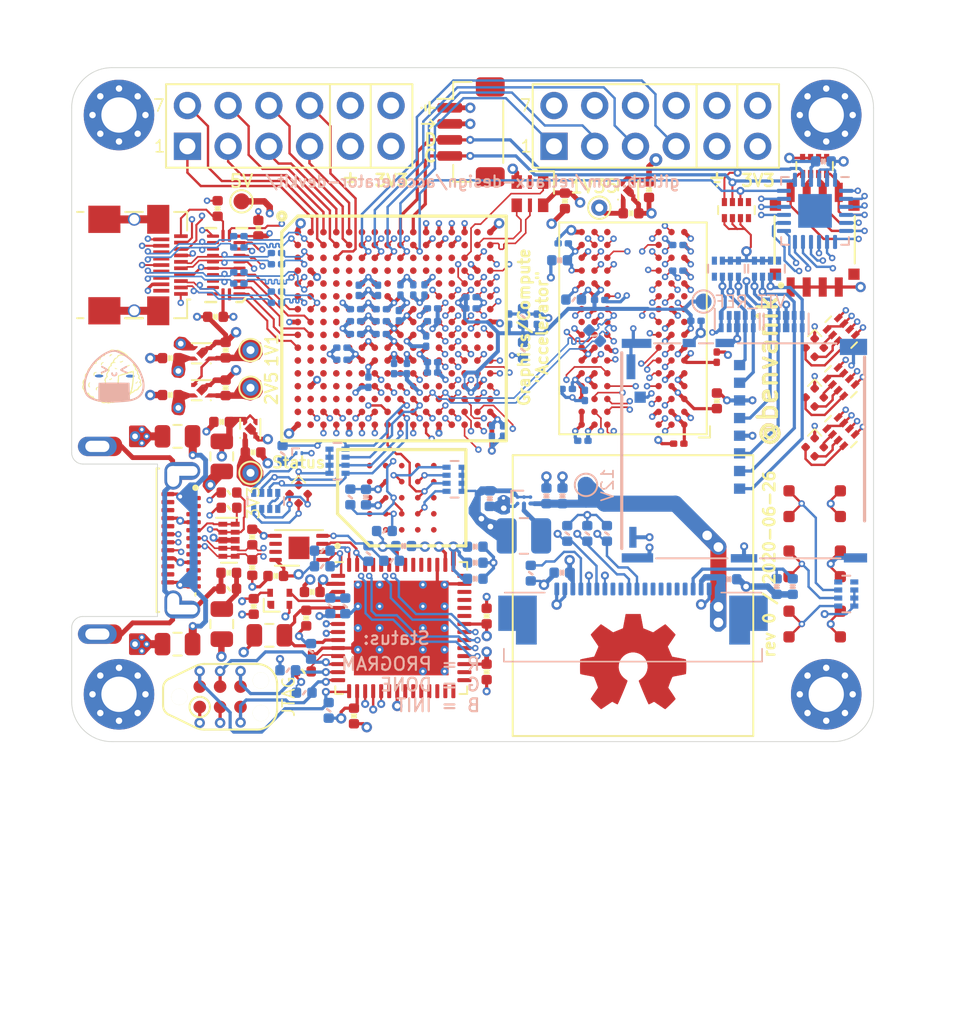
<source format=kicad_pcb>
(kicad_pcb (version 20200518) (host pcbnew "(5.99.0-1839-gb83d64fc0)")
  (layers (0 "F.Cu" signal) (1 "In1.Cu" power) (2 "In2.Cu" signal) (3 "In3.Cu" signal) (4 "In4.Cu" power) (31 "B.Cu" signal) (34 "B.Paste" user) (35 "F.Paste" user) (36 "B.SilkS" user) (37 "F.SilkS" user) (38 "B.Mask" user) (39 "F.Mask" user) (44 "Edge.Cuts" user))
  (net 0 "")
  (net 1 "+5V")
  (net 2 "/USB-I/O/USB_D+")
  (net 3 "/USB-I/O/USB_D-")
  (net 4 "/USB-I/O/FTDI_VCORE")
  (net 5 "/USB-I/O/USB_SHIELD")
  (net 6 "/SDRAM/VTT_REF")
  (net 7 "/FPGA-IO/IO_BUTTON1")
  (net 8 "Net-(D1-Pad4)")
  (net 9 "Net-(D1-Pad3)")
  (net 10 "Net-(D1-Pad2)")
  (net 11 "Net-(D2-Pad4)")
  (net 12 "Net-(D2-Pad3)")
  (net 13 "Net-(D2-Pad2)")
  (net 14 "Net-(D3-Pad4)")
  (net 15 "Net-(D3-Pad3)")
  (net 16 "Net-(D3-Pad2)")
  (net 17 "Net-(J2-PadA2)")
  (net 18 "Net-(J2-PadA3)")
  (net 19 "/USB-I/O/USB_CC1")
  (net 20 "Net-(J2-PadA8)")
  (net 21 "Net-(J2-PadA10)")
  (net 22 "Net-(J2-PadA11)")
  (net 23 "Net-(J2-PadB2)")
  (net 24 "Net-(J2-PadB3)")
  (net 25 "/USB-I/O/USB_CC2")
  (net 26 "Net-(J2-PadB8)")
  (net 27 "Net-(J2-PadB10)")
  (net 28 "Net-(J2-PadB11)")
  (net 29 "/FPGA-IO/IO_I2C_SDA")
  (net 30 "/FPGA-IO/IO_I2C_SCL")
  (net 31 "/FPGA-IO/IO_PMOD0_IO4")
  (net 32 "/FPGA-IO/IO_PMOD0_IO8")
  (net 33 "/FPGA-IO/IO_PMOD0_IO3")
  (net 34 "/FPGA-IO/IO_PMOD0_IO7")
  (net 35 "/FPGA-IO/IO_PMOD0_IO2")
  (net 36 "/FPGA-IO/IO_PMOD0_IO6")
  (net 37 "/FPGA-IO/IO_PMOD0_IO1")
  (net 38 "/FPGA-IO/IO_PMOD0_IO5")
  (net 39 "/FPGA-IO/IO_PMOD1_IO4")
  (net 40 "/FPGA-IO/IO_PMOD1_IO8")
  (net 41 "/FPGA-IO/IO_PMOD1_IO3")
  (net 42 "/FPGA-IO/IO_PMOD1_IO7")
  (net 43 "/FPGA-IO/IO_PMOD1_IO2")
  (net 44 "/FPGA-IO/IO_PMOD1_IO6")
  (net 45 "/FPGA-IO/IO_PMOD1_IO1")
  (net 46 "/FPGA-IO/IO_PMOD1_IO5")
  (net 47 "Net-(Q1-Pad1)")
  (net 48 "/FPGA-Config/FPGA_DONE_LED")
  (net 49 "/USB-I/O/FTDI_REF")
  (net 50 "/USB-I/O/~FTDI_RESET")
  (net 51 "/USB-I/O/FTDI_EECS")
  (net 52 "/USB-I/O/FTDI_EECLK")
  (net 53 "Net-(R8-Pad2)")
  (net 54 "/USB-I/O/FTDI_EEDATA")
  (net 55 "/SDRAM/SDRAM_ZQ")
  (net 56 "/SDRAM/SDRAM_CK-")
  (net 57 "/SDRAM/SDRAM_CK+")
  (net 58 "/FPGA-Config/FPGA_CFG_1")
  (net 59 "/FPGA-Config/CROM_IO3")
  (net 60 "/FPGA-Config/CROM_IO2")
  (net 61 "/FPGA-Config/CROM_IO1")
  (net 62 "/FPGA-Config/CROM_IO0")
  (net 63 "/FPGA-Config/~CROM_CS")
  (net 64 "/FPGA-Config/CROM_SCK")
  (net 65 "/FPGA-IO/~IO_LED1_R")
  (net 66 "/FPGA-IO/~IO_LED1_G")
  (net 67 "/FPGA-IO/~IO_LED1_B")
  (net 68 "/FPGA-IO/~IO_LED2_R")
  (net 69 "/FPGA-IO/~IO_LED2_G")
  (net 70 "/FPGA-IO/~IO_LED2_B")
  (net 71 "/FPGA-IO/IO_SWITCH3")
  (net 72 "/FPGA-IO/IO_SWITCH2")
  (net 73 "/FPGA-IO/IO_SWITCH1")
  (net 74 "/SDRAM/SDRAM_REF_CLK+")
  (net 75 "/SDRAM/SDRAM_REF_CLK-")
  (net 76 "/SDRAM/SDRAM_D11")
  (net 77 "/SDRAM/SDRAM_D15")
  (net 78 "/SDRAM/SDRAM_UDQS-")
  (net 79 "Net-(U1-PadT2)")
  (net 80 "/SDRAM/SDRAM_D10")
  (net 81 "/SDRAM/SDRAM_D13")
  (net 82 "/SDRAM/SDRAM_D14")
  (net 83 "/SDRAM/SDRAM_UDQS+")
  (net 84 "Net-(U1-PadR5)")
  (net 85 "Net-(U1-PadR1)")
  (net 86 "/SDRAM/SDRAM_LDQS-")
  (net 87 "/SDRAM/SDRAM_D9")
  (net 88 "/SDRAM/SDRAM_D12")
  (net 89 "Net-(U1-PadP6)")
  (net 90 "Net-(U1-PadP5)")
  (net 91 "Net-(U1-PadP4)")
  (net 92 "Net-(U1-PadP3)")
  (net 93 "Net-(U1-PadP2)")
  (net 94 "Net-(U1-PadP1)")
  (net 95 "/SDRAM/SDRAM_LDQS+")
  (net 96 "/SDRAM/SDRAM_D8")
  (net 97 "Net-(U1-PadN12)")
  (net 98 "/SDRAM/~SDRAM_CS")
  (net 99 "Net-(U1-PadN6)")
  (net 100 "Net-(U1-PadN5)")
  (net 101 "Net-(U1-PadN4)")
  (net 102 "Net-(U1-PadN3)")
  (net 103 "Net-(U1-PadN1)")
  (net 104 "/SDRAM/SDRAM_D2")
  (net 105 "/SDRAM/SDRAM_D3")
  (net 106 "Net-(U1-PadM14)")
  (net 107 "Net-(U1-PadM13)")
  (net 108 "/SDRAM/SDRAM_UDM")
  (net 109 "Net-(U1-PadM11)")
  (net 110 "Net-(U1-PadM6)")
  (net 111 "Net-(U1-PadM5)")
  (net 112 "Net-(U1-PadM4)")
  (net 113 "Net-(U1-PadM3)")
  (net 114 "/SDRAM/SDRAM_D0")
  (net 115 "/SDRAM/SDRAM_D1")
  (net 116 "/SDRAM/SDRAM_LDM")
  (net 117 "/SDRAM/SDRAM_D6")
  (net 118 "/SDRAM/SDRAM_D7")
  (net 119 "Net-(U1-PadL5)")
  (net 120 "Net-(U1-PadL4)")
  (net 121 "Net-(U1-PadL3)")
  (net 122 "/SDRAM/SDRAM_D4")
  (net 123 "/SDRAM/SDRAM_D5")
  (net 124 "Net-(U1-PadK3)")
  (net 125 "Net-(U1-PadK2)")
  (net 126 "/SDRAM/SDRAM_REF_CLK_EN")
  (net 127 "/SDRAM/~SDRAM_RESET")
  (net 128 "/SDRAM/SDRAM_ODT")
  (net 129 "/SDRAM/~SDRAM_RAS")
  (net 130 "Net-(U1-PadJ5)")
  (net 131 "Net-(U1-PadJ4)")
  (net 132 "Net-(U1-PadJ3)")
  (net 133 "/SDRAM/~SDRAM_WE")
  (net 134 "/SDRAM/SDRAM_BA0")
  (net 135 "/SDRAM/SDRAM_BA2")
  (net 136 "/SDRAM/SDRAM_BA1")
  (net 137 "/SDRAM/~SDRAM_CAS")
  (net 138 "/SDRAM/SDRAM_A13")
  (net 139 "/SDRAM/SDRAM_A12")
  (net 140 "/SDRAM/SDRAM_CKE")
  (net 141 "/SDRAM/SDRAM_A7")
  (net 142 "/SDRAM/SDRAM_A10")
  (net 143 "/SDRAM/SDRAM_A11")
  (net 144 "Net-(U1-PadF5)")
  (net 145 "Net-(U1-PadF4)")
  (net 146 "Net-(U1-PadF3)")
  (net 147 "Net-(U1-PadF2)")
  (net 148 "/SDRAM/SDRAM_A9")
  (net 149 "/SDRAM/SDRAM_A6")
  (net 150 "Net-(U1-PadE12)")
  (net 151 "Net-(U1-PadE11)")
  (net 152 "Net-(U1-PadE10)")
  (net 153 "Net-(U1-PadE8)")
  (net 154 "Net-(U1-PadE3)")
  (net 155 "/SDRAM/SDRAM_A8")
  (net 156 "/SDRAM/SDRAM_A3")
  (net 157 "Net-(U1-PadD12)")
  (net 158 "Net-(U1-PadD11)")
  (net 159 "Net-(U1-PadD10)")
  (net 160 "Net-(U1-PadD8)")
  (net 161 "Net-(U1-PadD3)")
  (net 162 "/SDRAM/SDRAM_A4")
  (net 163 "/SDRAM/SDRAM_A5")
  (net 164 "/SDRAM/SDRAM_A2")
  (net 165 "Net-(U1-PadC12)")
  (net 166 "Net-(U1-PadC11)")
  (net 167 "Net-(U1-PadC3)")
  (net 168 "/SDRAM/SDRAM_A0")
  (net 169 "/SDRAM/SDRAM_A1")
  (net 170 "Net-(U2-Pad54)")
  (net 171 "Net-(U2-Pad53)")
  (net 172 "Net-(U2-Pad52)")
  (net 173 "Net-(U2-Pad51)")
  (net 174 "Net-(U2-Pad49)")
  (net 175 "Net-(U2-Pad48)")
  (net 176 "Net-(U2-Pad47)")
  (net 177 "Net-(U2-Pad46)")
  (net 178 "Net-(U2-Pad42)")
  (net 179 "Net-(U2-Pad30)")
  (net 180 "Net-(U2-Pad29)")
  (net 181 "Net-(U2-Pad28)")
  (net 182 "Net-(U2-Pad27)")
  (net 183 "Net-(U2-Pad26)")
  (net 184 "Net-(U2-Pad25)")
  (net 185 "Net-(U2-Pad24)")
  (net 186 "Net-(U2-Pad23)")
  (net 187 "Net-(U2-Pad22)")
  (net 188 "Net-(U2-Pad4)")
  (net 189 "/USB-I/O/FTDI_OSCI")
  (net 190 "Net-(U10-Pad7)")
  (net 191 "Net-(U10-Pad6)")
  (net 192 "Net-(X1-Pad2)")
  (net 193 "Net-(X2-Pad1)")
  (net 194 "JTAG_TDO")
  (net 195 "JTAG_TDI")
  (net 196 "JTAG_TCK")
  (net 197 "JTAG_TMS")
  (net 198 "FPGA_DONE")
  (net 199 "~FPGA_PROGRAM")
  (net 200 "~FPGA_INIT")
  (net 201 "FTDI_SPI_CS")
  (net 202 "FTDI_SPI_MISO")
  (net 203 "FTDI_SPI_SCLK")
  (net 204 "FTDI_SPI_MOSI")
  (net 205 "Net-(U11-PadJ1)")
  (net 206 "Net-(U11-PadT7)")
  (net 207 "Net-(U11-PadM7)")
  (net 208 "Net-(U11-PadL9)")
  (net 209 "Net-(U11-PadL1)")
  (net 210 "Net-(U11-PadJ9)")
  (net 211 "GND")
  (net 212 "Net-(U1-PadK16)")
  (net 213 "Net-(U1-PadK15)")
  (net 214 "Net-(U1-PadJ15)")
  (net 215 "Net-(U2-Pad20)")
  (net 216 "Net-(C45-Pad1)")
  (net 217 "/USB-I/O/USB_UNSAFE_VBUS")
  (net 218 "/USB-I/O/USB_UNSAFE_GND")
  (net 219 "+3V3")
  (net 220 "+1V1")
  (net 221 "+2V5")
  (net 222 "+1V35")
  (net 223 "/FPGA-IO/IO_BUTTON2")
  (net 224 "/FPGA-IO/IO_BUTTON3")
  (net 225 "/HDMI-IO/HDMI_CON_TMDS_D0+")
  (net 226 "/HDMI-IO/HDMI_SYS_TMDS_D0+")
  (net 227 "/HDMI-IO/HDMI_CON_TMDS_D0-")
  (net 228 "/HDMI-IO/HDMI_SYS_TMDS_D0-")
  (net 229 "/HDMI-IO/HDMI_CON_TMDS_CK+")
  (net 230 "/HDMI-IO/HDMI_SYS_TMDS_CK+")
  (net 231 "/HDMI-IO/HDMI_CON_TMDS_CK-")
  (net 232 "/HDMI-IO/HDMI_SYS_TMDS_CK-")
  (net 233 "/HDMI-IO/HDMI_CON_TMDS_D1+")
  (net 234 "/HDMI-IO/HDMI_SYS_TMDS_D1+")
  (net 235 "/HDMI-IO/HDMI_CON_TMDS_D1-")
  (net 236 "/HDMI-IO/HDMI_SYS_TMDS_D1-")
  (net 237 "/HDMI-IO/HDMI_CON_TMDS_D2+")
  (net 238 "/HDMI-IO/HDMI_SYS_TMDS_D2+")
  (net 239 "/HDMI-IO/HDMI_CON_TMDS_D2-")
  (net 240 "/HDMI-IO/HDMI_SYS_TMDS_D2-")
  (net 241 "/HDMI-IO/HDMI_CON_5V")
  (net 242 "/HDMI-IO/HDMI_CON_SDA")
  (net 243 "/HDMI-IO/HDMI_CON_SCL")
  (net 244 "/HDMI-IO/HDMI_CON_CEC")
  (net 245 "/HDMI-IO/HDMI_CON_HPD")
  (net 246 "/HDMI-IO/HDMI_SYS_HPD")
  (net 247 "/HDMI-IO/HDMI_SYS_SDA")
  (net 248 "/HDMI-IO/HDMI_SYS_SCL")
  (net 249 "/HDMI-IO/HDMI_SYS_CEC")
  (net 250 "/HDMI-IO/HDMI_LS_OE")
  (net 251 "/HDMI-IO/HDMI_CT_HPD")
  (net 252 "Net-(J7-Pad4)")
  (net 253 "/Display-IO/DISPLAY_SCLK")
  (net 254 "/Display-IO/~DISPLAY_RESET")
  (net 255 "Net-(J7-Pad12)")
  (net 256 "Net-(J7-Pad13)")
  (net 257 "Net-(J7-Pad5)")
  (net 258 "Net-(J7-Pad7)")
  (net 259 "/Display-IO/DISPLAY_SDIN")
  (net 260 "/Display-IO/~DISPLAY_CS")
  (net 261 "Net-(J7-Pad8)")
  (net 262 "Net-(J7-Pad9)")
  (net 263 "Net-(J7-Pad6)")
  (net 264 "/FPGA-IO/SDCARD_DAT3")
  (net 265 "/FPGA-IO/SDCARD_DAT0")
  (net 266 "/FPGA-IO/SDCARD_DAT1")
  (net 267 "/FPGA-IO/SDCARD_CMD")
  (net 268 "/FPGA-IO/SDCARD_CLK")
  (net 269 "/FPGA-IO/~SDCARD_DET")
  (net 270 "/FPGA-IO/SDCARD_DAT2")
  (net 271 "+12V")
  (net 272 "/Display-IO/DISPLAY_IREF")
  (net 273 "/Display-IO/DISPLAY_D~CS")
  (net 274 "/Display-IO/DISPLAY_VCOMH")
  (net 275 "Net-(L1-Pad2)")
  (net 276 "Net-(C40-Pad2)")
  (net 277 "/FPGA-IO/~IO_LED3_R")
  (net 278 "/FPGA-IO/~IO_LED3_G")
  (net 279 "/FPGA-IO/~IO_LED3_B")
  (net 280 "Net-(U1-PadE7)")
  (net 281 "Net-(U1-PadD9)")
  (net 282 "Net-(U1-PadC10)")
  (net 283 "/FPGA-IO/~IO_GPIO_RST")
  (net 284 "Net-(U15-Pad25)")
  (net 285 "Net-(D4-Pad4)")
  (net 286 "Net-(D4-Pad3)")
  (net 287 "Net-(D4-Pad2)")
  (net 288 "Net-(R32-Pad3)")
  (net 289 "Net-(R25-Pad3)")
  (net 290 "Net-(R29-Pad3)")
  (net 291 "/FPGA-IO/IO_SWITCH4")
  (net 292 "Net-(U5-Pad2)")
  (net 293 "Net-(R33-Pad8)")
  (net 294 "Net-(R33-Pad1)")
  (net 295 "Net-(R34-Pad5)")
  (net 296 "Net-(R34-Pad4)")
  (net 297 "Net-(U12-PadA4)")
  (net 298 "Net-(U1-PadM2)")
  (net 299 "Net-(U1-PadM1)")
  (net 300 "Net-(U1-PadL2)")
  (net 301 "Net-(U1-PadL1)")
  (net 302 "Net-(U1-PadK5)")
  (net 303 "Net-(U1-PadK4)")
  (net 304 "Net-(U1-PadH5)")
  (net 305 "Net-(U1-PadH4)")
  (net 306 "Net-(U1-PadH3)")
  (net 307 "Net-(U1-PadG3)")
  (net 308 "Net-(U1-PadG5)")
  (net 309 "Net-(U1-PadG4)")
  (net 310 "Net-(U1-PadE5)")
  (net 311 "Net-(U1-PadD5)")
  (net 312 "Net-(U1-PadE4)")
  (net 313 "Net-(U1-PadD6)")
  (net 314 "Net-(U1-PadD4)")
  (net 315 "Net-(U1-PadC5)")
  (net 316 "Net-(R19-Pad8)")
  (net 317 "Net-(R19-Pad1)")
  (net 318 "Net-(U1-PadE6)")
  (net 319 "Net-(U1-PadD7)")
  (net 320 "Net-(U1-PadA8)")
  (net 321 "Net-(U1-PadA7)")
  (net 322 "Net-(U1-PadA6)")
  (net 323 "Net-(U1-PadE9)")
  (net 324 "Net-(U1-PadE13)")
  (net 325 "Net-(U1-PadD13)")
  (net 326 "Net-(U1-PadC13)")
  (net 327 "Net-(U1-PadA15)")
  (net 328 "Net-(U1-PadB14)")
  (net 329 "Net-(R24-Pad4)")
  (net 330 "Net-(U1-PadP8)")
  (net 331 "Net-(U1-PadM9)")
  (net 332 "Net-(U1-PadM8)")
  (net 333 "Net-(U2-Pad40)")
  (net 334 "Net-(U2-Pad39)")
  (net 335 "Net-(U2-Pad38)")
  (net 336 "Net-(U2-Pad37)")
  (net 337 "Net-(U1-PadP7)")
  (net 338 "Net-(U1-PadM12)")
  (net 339 "Net-(U1-PadN11)")
  (net 340 "Net-(R21-Pad2)")
  (net 341 "Net-(J3-Pad2)")
  (net 342 "Net-(R17-Pad5)")
  (net 343 "Net-(R17-Pad4)")
  (net 344 "Net-(U1-PadP16)")
  (net 345 "Net-(U1-PadJ14)")
  (module "Connector_JST_RD:Qwiic_JST_SH_BM04B-SRSS-TB_1x04-1MP_P1.00mm_Vertical" (layer "F.Cu") (at 28.9 11 -90)
    (fp_text reference "J4" hide)
    (fp_text value "Qwiic I2C" hide)
    (fp_text user "C" (at 1.5 2.55 unlocked) (layer "F.SilkS") (effects (font (size 0.75 0.75))))
    (fp_text user "D" (at 0.5 2.525 unlocked) (layer "F.SilkS") (effects (font (size 0.75 0.75))))
    (pad "" smd roundrect (at 2.8 -1.2 270) (size 1.2 1.8) (layers "F.Cu" "F.Paste" "F.Mask") (roundrect_rratio 0.208))
    (pad "" smd roundrect (at -2.8 -1.2 270) (size 1.2 1.8) (layers "F.Cu" "F.Paste" "F.Mask") (roundrect_rratio 0.208))
    (pad "4" smd roundrect (at 1.5 1.325 270) (size 0.6 1.55) (layers "F.Cu" "F.Paste" "F.Mask") (net 30 "/FPGA-IO/IO_I2C_SCL"))
    (pad "3" smd roundrect (at 0.5 1.325 270) (size 0.6 1.55) (layers "F.Cu" "F.Paste" "F.Mask") (net 29 "/FPGA-IO/IO_I2C_SDA"))
    (pad "2" smd roundrect (at -0.5 1.325 270) (size 0.6 1.55) (layers "F.Cu" "F.Paste" "F.Mask") (net 219 "+3V3"))
    (pad "1" smd roundrect (at -1.5 1.325 270) (size 0.6 1.55) (layers "F.Cu" "F.Paste" "F.Mask") (net 211 "GND"))
  )
  (module "Package_DFN_QFN:QFN-56-1EP_8x8mm_P0.5mm_EP5.9x5.9mm_ThermalVias" (layer "F.Cu") (at 24.549495 41.919113)
    (fp_text reference "U2" hide)
    (fp_text value "FT2232H-56Q" hide)
    (pad "1" smd roundrect (at -3.9375 -3.25) (size 0.875 0.25) (layers "F.Cu" "F.Paste" "F.Mask") (net 51 "/USB-I/O/FTDI_EECS"))
    (pad "2" smd roundrect (at -3.9375 -2.75) (size 0.875 0.25) (layers "F.Cu" "F.Paste" "F.Mask") (net 4 "/USB-I/O/FTDI_VCORE"))
    (pad "3" smd roundrect (at -3.9375 -2.25) (size 0.875 0.25) (layers "F.Cu" "F.Paste" "F.Mask") (net 189 "/USB-I/O/FTDI_OSCI"))
    (pad "4" smd roundrect (at -3.9375 -1.75) (size 0.875 0.25) (layers "F.Cu" "F.Paste" "F.Mask") (net 188 "Net-(U2-Pad4)"))
    (pad "5" smd roundrect (at -3.9375 -1.25) (size 0.875 0.25) (layers "F.Cu" "F.Paste" "F.Mask") (net 276 "Net-(C40-Pad2)"))
    (pad "6" smd roundrect (at -3.9375 -0.75) (size 0.875 0.25) (layers "F.Cu" "F.Paste" "F.Mask") (net 49 "/USB-I/O/FTDI_REF"))
    (pad "7" smd roundrect (at -3.9375 -0.25) (size 0.875 0.25) (layers "F.Cu" "F.Paste" "F.Mask") (net 3 "/USB-I/O/USB_D-"))
    (pad "8" smd roundrect (at -3.9375 0.25) (size 0.875 0.25) (layers "F.Cu" "F.Paste" "F.Mask") (net 2 "/USB-I/O/USB_D+"))
    (pad "9" smd roundrect (at -3.9375 0.75) (size 0.875 0.25) (layers "F.Cu" "F.Paste" "F.Mask") (net 276 "Net-(C40-Pad2)"))
    (pad "10" smd roundrect (at -3.9375 1.25) (size 0.875 0.25) (layers "F.Cu" "F.Paste" "F.Mask") (net 211 "GND"))
    (pad "11" smd roundrect (at -3.9375 1.75) (size 0.875 0.25) (layers "F.Cu" "F.Paste" "F.Mask") (net 50 "/USB-I/O/~FTDI_RESET"))
    (pad "12" smd roundrect (at -3.9375 2.25) (size 0.875 0.25) (layers "F.Cu" "F.Paste" "F.Mask") (net 196 "JTAG_TCK"))
    (pad "13" smd roundrect (at -3.9375 2.75) (size 0.875 0.25) (layers "F.Cu" "F.Paste" "F.Mask") (net 195 "JTAG_TDI"))
    (pad "14" smd roundrect (at -3.9375 3.25) (size 0.875 0.25) (layers "F.Cu" "F.Paste" "F.Mask") (net 194 "JTAG_TDO"))
    (pad "15" smd roundrect (at -3.25 3.9375) (size 0.25 0.875) (layers "F.Cu" "F.Paste" "F.Mask") (net 197 "JTAG_TMS"))
    (pad "16" smd roundrect (at -2.75 3.9375) (size 0.25 0.875) (layers "F.Cu" "F.Paste" "F.Mask") (net 219 "+3V3"))
    (pad "17" smd roundrect (at -2.25 3.9375) (size 0.25 0.875) (layers "F.Cu" "F.Paste" "F.Mask") (net 200 "~FPGA_INIT"))
    (pad "18" smd roundrect (at -1.75 3.9375) (size 0.25 0.875) (layers "F.Cu" "F.Paste" "F.Mask") (net 199 "~FPGA_PROGRAM"))
    (pad "19" smd roundrect (at -1.25 3.9375) (size 0.25 0.875) (layers "F.Cu" "F.Paste" "F.Mask") (net 198 "FPGA_DONE"))
    (pad "20" smd roundrect (at -0.75 3.9375) (size 0.25 0.875) (layers "F.Cu" "F.Paste" "F.Mask") (net 215 "Net-(U2-Pad20)"))
    (pad "21" smd roundrect (at -0.25 3.9375) (size 0.25 0.875) (layers "F.Cu" "F.Paste" "F.Mask") (net 211 "GND"))
    (pad "22" smd roundrect (at 0.25 3.9375) (size 0.25 0.875) (layers "F.Cu" "F.Paste" "F.Mask") (net 187 "Net-(U2-Pad22)"))
    (pad "23" smd roundrect (at 0.75 3.9375) (size 0.25 0.875) (layers "F.Cu" "F.Paste" "F.Mask") (net 186 "Net-(U2-Pad23)"))
    (pad "24" smd roundrect (at 1.25 3.9375) (size 0.25 0.875) (layers "F.Cu" "F.Paste" "F.Mask") (net 185 "Net-(U2-Pad24)"))
    (pad "25" smd roundrect (at 1.75 3.9375) (size 0.25 0.875) (layers "F.Cu" "F.Paste" "F.Mask") (net 184 "Net-(U2-Pad25)"))
    (pad "26" smd roundrect (at 2.25 3.9375) (size 0.25 0.875) (layers "F.Cu" "F.Paste" "F.Mask") (net 183 "Net-(U2-Pad26)"))
    (pad "27" smd roundrect (at 2.75 3.9375) (size 0.25 0.875) (layers "F.Cu" "F.Paste" "F.Mask") (net 182 "Net-(U2-Pad27)"))
    (pad "28" smd roundrect (at 3.25 3.9375) (size 0.25 0.875) (layers "F.Cu" "F.Paste" "F.Mask") (net 181 "Net-(U2-Pad28)"))
    (pad "29" smd roundrect (at 3.9375 3.25) (size 0.875 0.25) (layers "F.Cu" "F.Paste" "F.Mask") (net 180 "Net-(U2-Pad29)"))
    (pad "30" smd roundrect (at 3.9375 2.75) (size 0.875 0.25) (layers "F.Cu" "F.Paste" "F.Mask") (net 179 "Net-(U2-Pad30)"))
    (pad "31" smd roundrect (at 3.9375 2.25) (size 0.875 0.25) (layers "F.Cu" "F.Paste" "F.Mask") (net 4 "/USB-I/O/FTDI_VCORE"))
    (pad "32" smd roundrect (at 3.9375 1.75) (size 0.875 0.25) (layers "F.Cu" "F.Paste" "F.Mask") (net 203 "FTDI_SPI_SCLK"))
    (pad "33" smd roundrect (at 3.9375 1.25) (size 0.875 0.25) (layers "F.Cu" "F.Paste" "F.Mask") (net 204 "FTDI_SPI_MOSI"))
    (pad "34" smd roundrect (at 3.9375 0.75) (size 0.875 0.25) (layers "F.Cu" "F.Paste" "F.Mask") (net 202 "FTDI_SPI_MISO"))
    (pad "35" smd roundrect (at 3.9375 0.25) (size 0.875 0.25) (layers "F.Cu" "F.Paste" "F.Mask") (net 201 "FTDI_SPI_CS"))
    (pad "36" smd roundrect (at 3.9375 -0.25) (size 0.875 0.25) (layers "F.Cu" "F.Paste" "F.Mask") (net 219 "+3V3"))
    (pad "37" smd roundrect (at 3.9375 -0.75) (size 0.875 0.25) (layers "F.Cu" "F.Paste" "F.Mask") (net 336 "Net-(U2-Pad37)"))
    (pad "38" smd roundrect (at 3.9375 -1.25) (size 0.875 0.25) (layers "F.Cu" "F.Paste" "F.Mask") (net 335 "Net-(U2-Pad38)"))
    (pad "39" smd roundrect (at 3.9375 -1.75) (size 0.875 0.25) (layers "F.Cu" "F.Paste" "F.Mask") (net 334 "Net-(U2-Pad39)"))
    (pad "40" smd roundrect (at 3.9375 -2.25) (size 0.875 0.25) (layers "F.Cu" "F.Paste" "F.Mask") (net 333 "Net-(U2-Pad40)"))
    (pad "41" smd roundrect (at 3.9375 -2.75) (size 0.875 0.25) (layers "F.Cu" "F.Paste" "F.Mask") (net 211 "GND"))
    (pad "42" smd roundrect (at 3.9375 -3.25) (size 0.875 0.25) (layers "F.Cu" "F.Paste" "F.Mask") (net 178 "Net-(U2-Pad42)"))
    (pad "43" smd roundrect (at 3.25 -3.9375) (size 0.25 0.875) (layers "F.Cu" "F.Paste" "F.Mask") (net 4 "/USB-I/O/FTDI_VCORE"))
    (pad "44" smd roundrect (at 2.75 -3.9375) (size 0.25 0.875) (layers "F.Cu" "F.Paste" "F.Mask") (net 219 "+3V3"))
    (pad "45" smd roundrect (at 2.25 -3.9375) (size 0.25 0.875) (layers "F.Cu" "F.Paste" "F.Mask") (net 211 "GND"))
    (pad "46" smd roundrect (at 1.75 -3.9375) (size 0.25 0.875) (layers "F.Cu" "F.Paste" "F.Mask") (net 177 "Net-(U2-Pad46)"))
    (pad "47" smd roundrect (at 1.25 -3.9375) (size 0.25 0.875) (layers "F.Cu" "F.Paste" "F.Mask") (net 176 "Net-(U2-Pad47)"))
    (pad "48" smd roundrect (at 0.75 -3.9375) (size 0.25 0.875) (layers "F.Cu" "F.Paste" "F.Mask") (net 175 "Net-(U2-Pad48)"))
    (pad "49" smd roundrect (at 0.25 -3.9375) (size 0.25 0.875) (layers "F.Cu" "F.Paste" "F.Mask") (net 174 "Net-(U2-Pad49)"))
    (pad "50" smd roundrect (at -0.25 -3.9375) (size 0.25 0.875) (layers "F.Cu" "F.Paste" "F.Mask") (net 219 "+3V3"))
    (pad "51" smd roundrect (at -0.75 -3.9375) (size 0.25 0.875) (layers "F.Cu" "F.Paste" "F.Mask") (net 173 "Net-(U2-Pad51)"))
    (pad "52" smd roundrect (at -1.25 -3.9375) (size 0.25 0.875) (layers "F.Cu" "F.Paste" "F.Mask") (net 172 "Net-(U2-Pad52)"))
    (pad "53" smd roundrect (at -1.75 -3.9375) (size 0.25 0.875) (layers "F.Cu" "F.Paste" "F.Mask") (net 171 "Net-(U2-Pad53)"))
    (pad "54" smd roundrect (at -2.25 -3.9375) (size 0.25 0.875) (layers "F.Cu" "F.Paste" "F.Mask") (net 170 "Net-(U2-Pad54)"))
    (pad "55" smd roundrect (at -2.75 -3.9375) (size 0.25 0.875) (layers "F.Cu" "F.Paste" "F.Mask") (net 54 "/USB-I/O/FTDI_EEDATA"))
    (pad "56" smd roundrect (at -3.25 -3.9375) (size 0.25 0.875) (layers "F.Cu" "F.Paste" "F.Mask") (net 52 "/USB-I/O/FTDI_EECLK"))
    (pad "57" smd rect (at 0 0) (size 5.9 5.9) (layers "F.Cu" "F.Mask") (net 211 "GND"))
    (pad "57" thru_hole circle (at -2.7 -2.7) (size 0.5 0.5) (drill 0.2) (layers *.Cu) (net 211 "GND"))
    (pad "57" thru_hole circle (at -1.35 -2.7) (size 0.5 0.5) (drill 0.2) (layers *.Cu) (net 211 "GND"))
    (pad "57" thru_hole circle (at 1.35 -2.7) (size 0.5 0.5) (drill 0.2) (layers *.Cu) (net 211 "GND"))
    (pad "57" thru_hole circle (at 2.7 -2.7) (size 0.5 0.5) (drill 0.2) (layers *.Cu) (net 211 "GND"))
    (pad "57" thru_hole circle (at -2.7 -1.35) (size 0.5 0.5) (drill 0.2) (layers *.Cu) (net 211 "GND"))
    (pad "57" thru_hole circle (at -1.35 -1.35) (size 0.5 0.5) (drill 0.2) (layers *.Cu) (net 211 "GND"))
    (pad "57" thru_hole circle (at 1.35 -1.35) (size 0.5 0.5) (drill 0.2) (layers *.Cu) (net 211 "GND"))
    (pad "57" thru_hole circle (at 2.7 -1.35) (size 0.5 0.5) (drill 0.2) (layers *.Cu) (net 211 "GND"))
    (pad "57" thru_hole circle (at -2.7 0) (size 0.5 0.5) (drill 0.2) (layers *.Cu) (net 211 "GND"))
    (pad "57" thru_hole circle (at -1.35 0) (size 0.5 0.5) (drill 0.2) (layers *.Cu) (net 211 "GND"))
    (pad "57" thru_hole circle (at 1.35 0) (size 0.5 0.5) (drill 0.2) (layers *.Cu) (net 211 "GND"))
    (pad "57" thru_hole circle (at 2.7 0) (size 0.5 0.5) (drill 0.2) (layers *.Cu) (net 211 "GND"))
    (pad "57" thru_hole circle (at -2.7 1.35) (size 0.5 0.5) (drill 0.2) (layers *.Cu) (net 211 "GND"))
    (pad "57" thru_hole circle (at -1.35 1.35) (size 0.5 0.5) (drill 0.2) (layers *.Cu) (net 211 "GND"))
    (pad "57" thru_hole circle (at 1.35 1.35) (size 0.5 0.5) (drill 0.2) (layers *.Cu) (net 211 "GND"))
    (pad "57" thru_hole circle (at 2.7 1.35) (size 0.5 0.5) (drill 0.2) (layers *.Cu) (net 211 "GND"))
    (pad "57" thru_hole circle (at 1.35 2.7) (size 0.5 0.5) (drill 0.2) (layers *.Cu) (net 211 "GND"))
    (pad "57" thru_hole circle (at 2.7 2.7) (size 0.5 0.5) (drill 0.2) (layers *.Cu) (net 211 "GND"))
  )
  (module "Symbol:OSHW-Logo2_7.3x6mm_Copper" (layer "B.Cu") (at 6.6 26.2 180)
    (fp_text reference "LOGO3" hide)
    (fp_text value "SYM_Hot_Small" hide)
    (fp_poly (pts (xy -0.993066 0.071701) (xy -0.9601 0.068698) (xy -0.960091 0.068696) (xy -0.931716 0.064197) (xy -0.90523 0.058665) (xy -0.882615 0.052607) (xy -0.865852 0.046528) (xy -0.859213 0.042933) (xy -0.848494 0.037784) (xy -0.841406 0.036449) (xy -0.823409 0.032352) (xy -0.806562 0.021483) (xy -0.793958 0.00597) (xy -0.792276 0.002624) (xy -0.784919 -0.019755) (xy -0.78539 -0.038393) (xy -0.794052 -0.054194) (xy -0.811265 -0.068064) (xy -0.823149 -0.074536) (xy -0.843456 -0.084362) (xy -0.860875 -0.092196) (xy -0.876824 -0.09828) (xy -0.892719 -0.102858) (xy -0.909978 -0.106173) (xy -0.930017 -0.108469) (xy -0.954254 -0.10999) (xy -0.984106 -0.110978) (xy -1.02099 -0.111678) (xy -1.041059 -0.111975) (xy -1.078029 -0.11247) (xy -1.107226 -0.112724) (xy -1.129988 -0.112662) (xy -1.147653 -0.112212) (xy -1.161557 -0.111298) (xy -1.17304 -0.109846) (xy -1.183437 -0.107781) (xy -1.194088 -0.105029) (xy -1.200927 -0.103084) (xy -1.226307 -0.094599) (xy -1.25141 -0.084188) (xy -1.274011 -0.072942) (xy -1.291885 -0.061952) (xy -1.301638 -0.053695) (xy -1.309186 -0.038986) (xy -1.30977 -0.020844) (xy -1.303617 -0.001432) (xy -1.294667 0.012725) (xy -1.283697 0.024313) (xy -1.272525 0.032647) (xy -1.26733 0.034901) (xy -1.255702 0.038557) (xy -1.240693 0.044254) (xy -1.234691 0.04677) (xy -1.212249 0.054198) (xy -1.182629 0.060589) (xy -1.147723 0.065792) (xy -1.109423 0.069655) (xy -1.069619 0.072029) (xy -1.030203 0.072761)) (layer "B.Cu") (width 0))
    (fp_poly (pts (xy 0.903224 0.086487) (xy 0.917922 0.085245) (xy 0.937065 0.083291) (xy 0.958365 0.080887) (xy 0.979529 0.078296) (xy 0.998269 0.075782) (xy 1.012292 0.073606) (xy 1.016 0.072903) (xy 1.032807 0.069623) (xy 1.049034 0.066793) (xy 1.052448 0.066263) (xy 1.065084 0.062882) (xy 1.081626 0.056522) (xy 1.095234 0.050172) (xy 1.109802 0.043124) (xy 1.121533 0.038173) (xy 1.127559 0.036449) (xy 1.137196 0.032312) (xy 1.144882 0.021398) (xy 1.149945 0.005952) (xy 1.151712 -0.011782) (xy 1.149511 -0.029558) (xy 1.148424 -0.033266) (xy 1.141509 -0.047106) (xy 1.130097 -0.057396) (xy 1.112196 -0.065732) (xy 1.104843 -0.068226) (xy 1.091197 -0.073636) (xy 1.080309 -0.079717) (xy 1.078624 -0.081032) (xy 1.069123 -0.086228) (xy 1.055355 -0.090531) (xy 1.051288 -0.091347) (xy 1.03513 -0.094371) (xy 1.015972 -0.098282) (xy 1.006888 -0.10025) (xy 0.997247 -0.101567) (xy 0.981108 -0.102888) (xy 0.960148 -0.104157) (xy 0.936046 -0.105317) (xy 0.910482 -0.106312) (xy 0.885134 -0.107086) (xy 0.861681 -0.107583) (xy 0.841802 -0.107745) (xy 0.827175 -0.107518) (xy 0.819481 -0.106844) (xy 0.818786 -0.106557) (xy 0.814089 -0.105752) (xy 0.803346 -0.104805) (xy 0.797309 -0.104411) (xy 0.780291 -0.102284) (xy 0.763947 -0.098532) (xy 0.760861 -0.097526) (xy 0.746656 -0.093085) (xy 0.729056 -0.088382) (xy 0.721221 -0.086527) (xy 0.706818 -0.082398) (xy 0.695901 -0.077659) (xy 0.692431 -0.075067) (xy 0.684333 -0.06952) (xy 0.674799 -0.066173) (xy 0.663993 -0.061287) (xy 0.651456 -0.052164) (xy 0.639686 -0.041106) (xy 0.631181 -0.030416) (xy 0.628387 -0.023399) (xy 0.627239 -0.012295) (xy 0.626701 -0.009112) (xy 0.628481 0.004357) (xy 0.638105 0.018358) (xy 0.654394 0.032147) (xy 0.676168 0.044978) (xy 0.70225 0.056108) (xy 0.73146 0.064792) (xy 0.749471 0.068432) (xy 0.768793 0.071964) (xy 0.789353 0.076165) (xy 0.795031 0.077424) (xy 0.811179 0.080251) (xy 0.832053 0.082767) (xy 0.853269 0.084448) (xy 0.85426 0.084501) (xy 0.871931 0.085431) (xy 0.886167 0.086209) (xy 0.894441 0.086695) (xy 0.895264 0.086754)) (layer "B.Cu") (width 0))
  )
  (module "Symbol:OSHW-Logo2_7.3x6mm_Copper" (layer "F.Cu") (at 6.6 26.25)
    (fp_text reference "LOGO2" hide)
    (fp_text value "SYM_Hot_Small" hide)
  )
  (module "Symbol:OSHW-Symbol_6.7x6mm_Copper" (layer "F.Cu") (at 39 44.025)
    (fp_text reference "LOGO1" hide)
    (fp_text value "Logo_Open_Hardware_Small" hide)
    (fp_poly (pts (xy 0.555814 -2.531069) (xy 0.639635 -2.086445) (xy 0.94892 -1.958947) (xy 1.258206 -1.831449) (xy 1.629246 -2.083754) (xy 1.733157 -2.154004) (xy 1.827087 -2.216728) (xy 1.906652 -2.269062) (xy 1.96747 -2.308143) (xy 2.005157 -2.331107) (xy 2.015421 -2.336058) (xy 2.03391 -2.323324) (xy 2.07342 -2.288118) (xy 2.129522 -2.234938) (xy 2.197787 -2.168282) (xy 2.273786 -2.092646) (xy 2.353092 -2.012528) (xy 2.431275 -1.932426) (xy 2.503907 -1.856836) (xy 2.566559 -1.790255) (xy 2.614803 -1.737182) (xy 2.64421 -1.702113) (xy 2.651241 -1.690377) (xy 2.641123 -1.66874) (xy 2.612759 -1.621338) (xy 2.569129 -1.552807) (xy 2.513218 -1.467785) (xy 2.448006 -1.370907) (xy 2.410219 -1.31565) (xy 2.341343 -1.214752) (xy 2.28014 -1.123701) (xy 2.229578 -1.04703) (xy 2.192628 -0.989272) (xy 2.172258 -0.954957) (xy 2.169197 -0.947746) (xy 2.176136 -0.927252) (xy 2.195051 -0.879487) (xy 2.223087 -0.811168) (xy 2.257391 -0.729011) (xy 2.295109 -0.63973) (xy 2.333387 -0.550042) (xy 2.36937 -0.466662) (xy 2.400206 -0.396306) (xy 2.423039 -0.34569) (xy 2.435017 -0.321529) (xy 2.435724 -0.320578) (xy 2.454531 -0.315964) (xy 2.504618 -0.305672) (xy 2.580793 -0.290713) (xy 2.677865 -0.272099) (xy 2.790643 -0.250841) (xy 2.856442 -0.238582) (xy 2.97695 -0.215638) (xy 3.085797 -0.193805) (xy 3.177476 -0.174278) (xy 3.246481 -0.158252) (xy 3.287304 -0.146921) (xy 3.295511 -0.143326) (xy 3.303548 -0.118994) (xy 3.310033 -0.064041) (xy 3.31497 0.015108) (xy 3.318364 0.112026) (xy 3.320218 0.220287) (xy 3.320538 0.333465) (xy 3.319327 0.445135) (xy 3.31659 0.548868) (xy 3.312331 0.638241) (xy 3.306555 0.706826) (xy 3.299267 0.748197) (xy 3.294895 0.75681) (xy 3.268764 0.767133) (xy 3.213393 0.781892) (xy 3.136107 0.799352) (xy 3.04423 0.81778) (xy 3.012158 0.823741) (xy 2.857524 0.852066) (xy 2.735375 0.874876) (xy 2.641673 0.89308) (xy 2.572384 0.907583) (xy 2.523471 0.919292) (xy 2.490897 0.929115) (xy 2.470628 0.937956) (xy 2.458626 0.946724) (xy 2.456947 0.948457) (xy 2.440184 0.976371) (xy 2.414614 1.030695) (xy 2.382788 1.104777) (xy 2.34726 1.191965) (xy 2.310583 1.285608) (xy 2.275311 1.379052) (xy 2.243996 1.465647) (xy 2.219193 1.53874) (xy 2.203454 1.591678) (xy 2.199332 1.617811) (xy 2.199676 1.618726) (xy 2.213641 1.640086) (xy 2.245322 1.687084) (xy 2.291391 1.754827) (xy 2.348518 1.838423) (xy 2.413373 1.932982) (xy 2.431843 1.959854) (xy 2.497699 2.057275) (xy 2.55565 2.146163) (xy 2.602538 2.221412) (xy 2.635207 2.27792) (xy 2.6505 2.310581) (xy 2.651241 2.314593) (xy 2.638392 2.335684) (xy 2.602888 2.377464) (xy 2.549293 2.435445) (xy 2.482171 2.505135) (xy 2.406087 2.582045) (xy 2.325604 2.661683) (xy 2.245287 2.739561) (xy 2.169699 2.811186) (xy 2.103405 2.87207) (xy 2.050969 2.917721) (xy 2.016955 2.94365) (xy 2.007545 2.947883) (xy 1.985643 2.937912) (xy 1.9408 2.91102) (xy 1.880321 2.871736) (xy 1.833789 2.840117) (xy 1.749475 2.782098) (xy 1.649626 2.713784) (xy 1.549473 2.645579) (xy 1.495627 2.609075) (xy 1.313371 2.4858) (xy 1.160381 2.56852) (xy 1.090682 2.604759) (xy 1.031414 2.632926) (xy 0.991311 2.648991) (xy 0.981103 2.651226) (xy 0.968829 2.634722) (xy 0.944613 2.588082) (xy 0.910263 2.515609) (xy 0.867588 2.421606) (xy 0.818394 2.310374) (xy 0.76449 2.186215) (xy 0.707684 2.053432) (xy 0.649782 1.916327) (xy 0.592593 1.779202) (xy 0.537924 1.646358) (xy 0.487584 1.522098) (xy 0.44338 1.410725) (xy 0.407119 1.316539) (xy 0.380609 1.243844) (xy 0.365658 1.196941) (xy 0.363254 1.180833) (xy 0.382311 1.160286) (xy 0.424036 1.126933) (xy 0.479706 1.087702) (xy 0.484378 1.084599) (xy 0.628264 0.969423) (xy 0.744283 0.835053) (xy 0.83143 0.685784) (xy 0.888699 0.525913) (xy 0.915086 0.359737) (xy 0.909585 0.191552) (xy 0.87119 0.025655) (xy 0.798895 -0.133658) (xy 0.777626 -0.168513) (xy 0.666996 -0.309263) (xy 0.536302 -0.422286) (xy 0.390064 -0.506997) (xy 0.232808 -0.562806) (xy 0.069057 -0.589126) (xy -0.096667 -0.58537) (xy -0.259838 -0.55095) (xy -0.415935 -0.485277) (xy -0.560433 -0.387765) (xy -0.605131 -0.348187) (xy -0.718888 -0.224297) (xy -0.801782 -0.093876) (xy -0.858644 0.052315) (xy -0.890313 0.197088) (xy -0.898131 0.35986) (xy -0.872062 0.52344) (xy -0.814755 0.682298) (xy -0.728856 0.830906) (xy -0.617014 0.963735) (xy -0.481877 1.075256) (xy -0.464117 1.087011) (xy -0.40785 1.125508) (xy -0.365077 1.158863) (xy -0.344628 1.18016) (xy -0.344331 1.180833) (xy -0.348721 1.203871) (xy -0.366124 1.256157) (xy -0.394732 1.33339) (xy -0.432735 1.431268) (xy -0.478326 1.545491) (xy -0.529697 1.671758) (xy -0.585038 1.805767) (xy -0.642542 1.943218) (xy -0.700399 2.079808) (xy -0.756802 2.211237) (xy -0.809942 2.333205) (xy -0.85801 2.441409) (xy -0.899199 2.531549) (xy -0.931699 2.599323) (xy -0.953703 2.64043) (xy -0.962564 2.651226) (xy -0.98964 2.642819) (xy -1.040303 2.620272) (xy -1.105817 2.587613) (xy -1.141841 2.56852) (xy -1.294832 2.4858) (xy -1.477088 2.609075) (xy -1.570125 2.672228) (xy -1.671985 2.741727) (xy -1.767438 2.807165) (xy -1.81525 2.840117) (xy -1.882495 2.885273) (xy -1.939436 2.921057) (xy -1.978646 2.942938) (xy -1.991381 2.947563) (xy -2.009917 2.935085) (xy -2.050941 2.900252) (xy -2.110475 2.846678) (xy -2.184542 2.777983) (xy -2.269165 2.697781) (xy -2.322685 2.646286) (xy -2.416319 2.554286) (xy -2.497241 2.471999) (xy -2.562177 2.402945) (xy -2.607858 2.350644) (xy -2.631011 2.318616) (xy -2.633232 2.312116) (xy -2.622924 2.287394) (xy -2.594439 2.237405) (xy -2.550937 2.167212) (xy -2.495577 2.081875) (xy -2.43152 1.986456) (xy -2.413303 1.959854) (xy -2.346927 1.863167) (xy -2.287378 1.776117) (xy -2.237984 1.703595) (xy -2.202075 1.650493) (xy -2.182981 1.621703) (xy -2.181136 1.618726) (xy -2.183895 1.595782) (xy -2.198538 1.545336) (xy -2.222513 1.474041) (xy -2.253266 1.388547) (xy -2.288244 1.295507) (xy -2.324893 1.201574) (xy -2.360661 1.113399) (xy -2.392994 1.037634) (xy -2.419338 0.980931) (xy -2.437142 0.949943) (xy -2.438407 0.948457) (xy -2.449294 0.939601) (xy -2.467682 0.930843) (xy -2.497606 0.921277) (xy -2.543103 0.909996) (xy -2.608209 0.896093) (xy -2.696961 0.878663) (xy -2.813393 0.856798) (xy -2.961542 0.829591) (xy -2.993618 0.823741) (xy -3.088686 0.805374) (xy -3.171565 0.787405) (xy -3.23493 0.771569) (xy -3.271458 0.7596) (xy -3.276356 0.75681) (xy -3.284427 0.732072) (xy -3.290987 0.67679) (xy -3.296033 0.597389) (xy -3.299559 0.500296) (xy -3.301561 0.391938) (xy -3.302036 0.27874) (xy -3.300977 0.167128) (xy -3.298382 0.063529) (xy -3.294246 -0.025632) (xy -3.288563 -0.093928) (xy -3.281331 -0.134934) (xy -3.276971 -0.143326) (xy -3.252698 -0.151792) (xy -3.197426 -0.165565) (xy -3.116662 -0.18345) (xy -3.015912 -0.204252) (xy -2.900683 -0.226777) (xy -2.837902 -0.238582) (xy -2.718787 -0.260849) (xy -2.612565 -0.281021) (xy -2.524427 -0.298085) (xy -2.459566 -0.311031) (xy -2.423174 -0.318845) (xy -2.417184 -0.320578) (xy -2.407061 -0.34011) (xy -2.385662 -0.387157) (xy -2.355839 -0.454997) (xy -2.320445 -0.536909) (xy -2.282332 -0.626172) (xy -2.244353 -0.716065) (xy -2.20936 -0.799865) (xy -2.180206 -0.870853) (xy -2.159743 -0.922306) (xy -2.150823 -0.947503) (xy -2.150657 -0.948604) (xy -2.160769 -0.968481) (xy -2.189117 -1.014223) (xy -2.232723 -1.081283) (xy -2.288606 -1.165116) (xy -2.353787 -1.261174) (xy -2.391679 -1.31635) (xy -2.460725 -1.417519) (xy -2.52205 -1.50937) (xy -2.572663 -1.587256) (xy -2.609571 -1.646531) (xy -2.629782 -1.682549) (xy -2.632701 -1.690623) (xy -2.620153 -1.709416) (xy -2.585463 -1.749543) (xy -2.533063 -1.806507) (xy -2.467384 -1.875815) (xy -2.392856 -1.952969) (xy -2.313913 -2.033475) (xy -2.234983 -2.112837) (xy -2.1605 -2.18656) (xy -2.094894 -2.250148) (xy -2.042596 -2.299106) (xy -2.008039 -2.328939) (xy -1.996478 -2.336058) (xy -1.977654 -2.326047) (xy -1.932631 -2.297922) (xy -1.865787 -2.254546) (xy -1.781499 -2.198782) (xy -1.684144 -2.133494) (xy -1.610707 -2.083754) (xy -1.239667 -1.831449) (xy -0.621095 -2.086445) (xy -0.537275 -2.531069) (xy -0.453454 -2.975693) (xy 0.471994 -2.975693) (xy 0.555814 -2.531069)) (layer "F.Cu") (width 0.01))
  )
  (module "TestPoint:TestPoint_Pad_D1.0mm" (layer "F.Cu") (at 14.59 15.33)
    (fp_text reference "TP6" hide)
    (fp_text value "TestPoint_Small" hide)
    (pad "1" smd circle (at 0 0) (size 1 1) (layers "F.Cu" "F.Mask") (net 1 "+5V"))
  )
  (module "TestPoint:TestPoint_Pad_D1.0mm" (layer "B.Cu") (at 36.07 33 180)
    (fp_text reference "TP2" hide)
    (fp_text value "TestPoint_Small" hide)
    (pad "1" smd circle (at 0 0 180) (size 1 1) (layers "B.Cu" "B.Mask") (net 271 "+12V"))
  )
  (module "Button_Switch_SMD_RD:CVS-04TB" (layer "F.Cu") (at 50.33 17.72 90)
    (fp_text reference "SW4" hide)
    (fp_text value "SWITCH" hide)
    (pad "1" smd rect (at -2.95 -1.5 90) (size 1.2 0.5) (layers "F.Cu" "F.Paste" "F.Mask") (net 211 "GND"))
    (pad "2" smd rect (at -2.95 -0.5 90) (size 1.2 0.5) (layers "F.Cu" "F.Paste" "F.Mask") (net 211 "GND"))
    (pad "3" smd rect (at -2.95 0.5 90) (size 1.2 0.5) (layers "F.Cu" "F.Paste" "F.Mask") (net 211 "GND"))
    (pad "4" smd rect (at -2.95 1.5 90) (size 1.2 0.5) (layers "F.Cu" "F.Paste" "F.Mask") (net 211 "GND"))
    (pad "5" smd rect (at 2.95 1.5 90) (size 1.2 0.5) (layers "F.Cu" "F.Paste" "F.Mask") (net 291 "/FPGA-IO/IO_SWITCH4"))
    (pad "6" smd rect (at 2.95 0.5 90) (size 1.2 0.5) (layers "F.Cu" "F.Paste" "F.Mask") (net 71 "/FPGA-IO/IO_SWITCH3"))
    (pad "7" smd rect (at 2.95 -0.5 90) (size 1.2 0.5) (layers "F.Cu" "F.Paste" "F.Mask") (net 72 "/FPGA-IO/IO_SWITCH2"))
    (pad "8" smd rect (at 2.95 -1.5 90) (size 1.2 0.5) (layers "F.Cu" "F.Paste" "F.Mask") (net 73 "/FPGA-IO/IO_SWITCH1"))
    (pad "S1" smd rect (at -2.15 -2.45 90) (size 0.7 0.7) (layers "F.Cu" "F.Paste" "F.Mask"))
    (pad "S2" smd rect (at -2.15 2.45 90) (size 0.7 0.7) (layers "F.Cu" "F.Paste" "F.Mask"))
    (pad "S3" smd rect (at 2.15 2.45 90) (size 0.7 0.7) (layers "F.Cu" "F.Paste" "F.Mask"))
    (pad "S4" smd rect (at 2.15 -2.45 90) (size 0.7 0.7) (layers "F.Cu" "F.Paste" "F.Mask"))
  )
  (module "Package_DFN_QFN_RD:Texas_UQFN-24_4x2mm_P0.4mm_RKTR" (layer "F.Cu") (at 13.6375 19.3 180)
    (fp_text reference "U3" hide)
    (fp_text value "TPD12S016RKTR" hide)
    (pad "24" smd roundrect (at -0.2 -1.825 180) (size 0.2 0.75) (layers "F.Cu" "F.Paste" "F.Mask") (net 249 "/HDMI-IO/HDMI_SYS_CEC"))
    (pad "23" smd roundrect (at 0.2 -1.825 180) (size 0.2 0.75) (layers "F.Cu" "F.Paste" "F.Mask") (net 219 "+3V3"))
    (pad "22" smd roundrect (at 0.8255 -1.799999 270) (size 0.2 0.75) (layers "F.Cu" "F.Paste" "F.Mask") (net 237 "/HDMI-IO/HDMI_CON_TMDS_D2+"))
    (pad "21" smd roundrect (at 0.8255 -1.4 270) (size 0.2 0.75) (layers "F.Cu" "F.Paste" "F.Mask") (net 239 "/HDMI-IO/HDMI_CON_TMDS_D2-"))
    (pad "20" smd roundrect (at 0.8255 -1.000001 270) (size 0.2 0.75) (layers "F.Cu" "F.Paste" "F.Mask") (net 233 "/HDMI-IO/HDMI_CON_TMDS_D1+"))
    (pad "19" smd roundrect (at 0.8255 -0.599999 270) (size 0.2 0.75) (layers "F.Cu" "F.Paste" "F.Mask") (net 235 "/HDMI-IO/HDMI_CON_TMDS_D1-"))
    (pad "18" smd roundrect (at 0.8255 -0.2 270) (size 0.2 0.75) (layers "F.Cu" "F.Paste" "F.Mask") (net 211 "GND"))
    (pad "17" smd roundrect (at 0.8255 0.2 270) (size 0.2 0.75) (layers "F.Cu" "F.Paste" "F.Mask") (net 225 "/HDMI-IO/HDMI_CON_TMDS_D0+"))
    (pad "16" smd roundrect (at 0.8255 0.599999 270) (size 0.2 0.75) (layers "F.Cu" "F.Paste" "F.Mask") (net 227 "/HDMI-IO/HDMI_CON_TMDS_D0-"))
    (pad "15" smd roundrect (at 0.8255 1.000001 270) (size 0.2 0.75) (layers "F.Cu" "F.Paste" "F.Mask") (net 229 "/HDMI-IO/HDMI_CON_TMDS_CK+"))
    (pad "14" smd roundrect (at 0.8255 1.4 270) (size 0.2 0.75) (layers "F.Cu" "F.Paste" "F.Mask") (net 231 "/HDMI-IO/HDMI_CON_TMDS_CK-"))
    (pad "13" smd roundrect (at 0.8255 1.799999 270) (size 0.2 0.75) (layers "F.Cu" "F.Paste" "F.Mask") (net 211 "GND"))
    (pad "12" smd roundrect (at 0.2 1.825 180) (size 0.2 0.75) (layers "F.Cu" "F.Paste" "F.Mask") (net 241 "/HDMI-IO/HDMI_CON_5V"))
    (pad "11" smd roundrect (at -0.2 1.825 180) (size 0.2 0.75) (layers "F.Cu" "F.Paste" "F.Mask") (net 251 "/HDMI-IO/HDMI_CT_HPD"))
    (pad "10" smd roundrect (at -0.8255 1.799999 270) (size 0.2 0.75) (layers "F.Cu" "F.Paste" "F.Mask") (net 1 "+5V"))
    (pad "9" smd roundrect (at -0.8255 1.4 270) (size 0.2 0.75) (layers "F.Cu" "F.Paste" "F.Mask") (net 245 "/HDMI-IO/HDMI_CON_HPD"))
    (pad "8" smd roundrect (at -0.8255 1.000001 270) (size 0.2 0.75) (layers "F.Cu" "F.Paste" "F.Mask") (net 242 "/HDMI-IO/HDMI_CON_SDA"))
    (pad "7" smd roundrect (at -0.8255 0.599999 270) (size 0.2 0.75) (layers "F.Cu" "F.Paste" "F.Mask") (net 243 "/HDMI-IO/HDMI_CON_SCL"))
    (pad "6" smd roundrect (at -0.8255 0.2 270) (size 0.2 0.75) (layers "F.Cu" "F.Paste" "F.Mask") (net 244 "/HDMI-IO/HDMI_CON_CEC"))
    (pad "5" smd roundrect (at -0.8255 -0.2 270) (size 0.2 0.75) (layers "F.Cu" "F.Paste" "F.Mask") (net 211 "GND"))
    (pad "4" smd roundrect (at -0.8255 -0.599999 270) (size 0.2 0.75) (layers "F.Cu" "F.Paste" "F.Mask") (net 250 "/HDMI-IO/HDMI_LS_OE"))
    (pad "3" smd roundrect (at -0.8255 -1.000001 270) (size 0.2 0.75) (layers "F.Cu" "F.Paste" "F.Mask") (net 246 "/HDMI-IO/HDMI_SYS_HPD"))
    (pad "2" smd roundrect (at -0.8255 -1.4 270) (size 0.2 0.75) (layers "F.Cu" "F.Paste" "F.Mask") (net 247 "/HDMI-IO/HDMI_SYS_SDA"))
    (pad "1" smd roundrect (at -0.8255 -1.799999 270) (size 0.2 0.75) (layers "F.Cu" "F.Paste" "F.Mask") (net 248 "/HDMI-IO/HDMI_SYS_SCL"))
  )
  (module "Display_RD:NHD-0.6-6464G" (layer "F.Cu") (at 39 41.3)
    (fp_text reference "DISPLAY1" hide)
    (fp_text value "NHD-0.6-6464G" hide)
  )
  (module "Resistor_SMD_RD:R_0402_1005Metric" (layer "B.Cu") (at 21.06 40.54 90)
    (fp_text reference "R21" hide)
    (fp_text value "2K" hide)
    (pad "2" smd roundrect (at 0.485 0 90) (size 0.59 0.64) (layers "B.Cu" "B.Paste" "B.Mask") (net 340 "Net-(R21-Pad2)"))
    (pad "1" smd roundrect (at -0.485 0 90) (size 0.59 0.64) (layers "B.Cu" "B.Paste" "B.Mask") (net 211 "GND"))
  )
  (module "Capacitor_SMD_RD:C_0201_0603Metric" (layer "B.Cu") (at 31.28 22.67 -90)
    (fp_text reference "C51" hide)
    (fp_text value "0.01uF" hide)
    (pad "2" smd roundrect (at 0.32 0 270) (size 0.46 0.4) (layers "B.Cu" "B.Mask") (net 6 "/SDRAM/VTT_REF"))
    (pad "1" smd roundrect (at -0.32 0 270) (size 0.46 0.4) (layers "B.Cu" "B.Mask") (net 211 "GND"))
  )
  (module "Capacitor_SMD_RD:C_0201_0603Metric" (layer "B.Cu") (at 33 22.675 -90)
    (fp_text reference "C50" hide)
    (fp_text value "0.1uF" hide)
    (pad "2" smd roundrect (at 0.32 0 270) (size 0.46 0.4) (layers "B.Cu" "B.Mask") (net 6 "/SDRAM/VTT_REF"))
    (pad "1" smd roundrect (at -0.32 0 270) (size 0.46 0.4) (layers "B.Cu" "B.Mask") (net 211 "GND"))
  )
  (module "Capacitor_SMD_RD:C_0201_0603Metric" (layer "F.Cu") (at 18.925 43.2 90)
    (fp_text reference "C41" hide)
    (fp_text value "0.01uF" hide)
    (pad "2" smd roundrect (at 0.32 0 90) (size 0.46 0.4) (layers "F.Cu" "F.Mask") (net 276 "Net-(C40-Pad2)"))
    (pad "1" smd roundrect (at -0.32 0 90) (size 0.46 0.4) (layers "F.Cu" "F.Mask") (net 211 "GND"))
  )
  (module "TestPoint:TestPoint_THTPad_D1.0mm_Drill0.5mm" (layer "F.Cu") (at 15.15 24.6 90)
    (fp_text reference "TP5" hide)
    (fp_text value "TestPoint_Small" hide)
    (pad "1" thru_hole circle (at 0 0 90) (size 1 1) (drill 0.5) (layers *.Cu *.Mask) (net 220 "+1V1"))
  )
  (module "TestPoint:TestPoint_THTPad_D1.0mm_Drill0.5mm" (layer "F.Cu") (at 36.9 15.725 180)
    (fp_text reference "TP4" hide)
    (fp_text value "TestPoint_Small" hide)
    (pad "1" thru_hole circle (at 0 0 180) (size 1 1) (drill 0.5) (layers *.Cu *.Mask) (net 222 "+1V35"))
  )
  (module "TestPoint:TestPoint_THTPad_D1.0mm_Drill0.5mm" (layer "F.Cu") (at 15.15 26.95 90)
    (fp_text reference "TP3" hide)
    (fp_text value "TestPoint_Small" hide)
    (pad "1" thru_hole circle (at 0 0 90) (size 1 1) (drill 0.5) (layers *.Cu *.Mask) (net 221 "+2V5"))
  )
  (module "Resistor_SMD:R_Array_Concave_4x0402" (layer "B.Cu") (at 52.3 39.8 180)
    (fp_text reference "R19" hide)
    (fp_text value "10K" hide)
    (pad "5" smd rect (at 0.5 -0.75 180) (size 0.5 0.32) (layers "B.Cu" "B.Paste" "B.Mask") (net 224 "/FPGA-IO/IO_BUTTON3"))
    (pad "6" smd rect (at 0.5 -0.25 180) (size 0.5 0.32) (layers "B.Cu" "B.Paste" "B.Mask") (net 223 "/FPGA-IO/IO_BUTTON2"))
    (pad "8" smd rect (at 0.5 0.75 180) (size 0.5 0.32) (layers "B.Cu" "B.Paste" "B.Mask") (net 316 "Net-(R19-Pad8)"))
    (pad "7" smd rect (at 0.5 0.25 180) (size 0.5 0.32) (layers "B.Cu" "B.Paste" "B.Mask") (net 7 "/FPGA-IO/IO_BUTTON1"))
    (pad "4" smd rect (at -0.5 -0.75 180) (size 0.5 0.32) (layers "B.Cu" "B.Paste" "B.Mask") (net 219 "+3V3"))
    (pad "2" smd rect (at -0.5 0.25 180) (size 0.5 0.32) (layers "B.Cu" "B.Paste" "B.Mask") (net 219 "+3V3"))
    (pad "3" smd rect (at -0.5 -0.25 180) (size 0.5 0.32) (layers "B.Cu" "B.Paste" "B.Mask") (net 219 "+3V3"))
    (pad "1" smd rect (at -0.5 0.75 180) (size 0.5 0.32) (layers "B.Cu" "B.Paste" "B.Mask") (net 317 "Net-(R19-Pad1)"))
  )
  (module "Resistor_SMD:R_Array_Concave_4x0402" (layer "F.Cu") (at 50.325 13.125 -90)
    (fp_text reference "R18" hide)
    (fp_text value "10K" hide)
    (pad "5" smd rect (at 0.5 0.75 270) (size 0.5 0.32) (layers "F.Cu" "F.Paste" "F.Mask") (net 73 "/FPGA-IO/IO_SWITCH1"))
    (pad "6" smd rect (at 0.5 0.25 270) (size 0.5 0.32) (layers "F.Cu" "F.Paste" "F.Mask") (net 72 "/FPGA-IO/IO_SWITCH2"))
    (pad "8" smd rect (at 0.5 -0.75 270) (size 0.5 0.32) (layers "F.Cu" "F.Paste" "F.Mask") (net 291 "/FPGA-IO/IO_SWITCH4"))
    (pad "7" smd rect (at 0.5 -0.25 270) (size 0.5 0.32) (layers "F.Cu" "F.Paste" "F.Mask") (net 71 "/FPGA-IO/IO_SWITCH3"))
    (pad "4" smd rect (at -0.5 0.75 270) (size 0.5 0.32) (layers "F.Cu" "F.Paste" "F.Mask") (net 219 "+3V3"))
    (pad "2" smd rect (at -0.5 -0.25 270) (size 0.5 0.32) (layers "F.Cu" "F.Paste" "F.Mask") (net 219 "+3V3"))
    (pad "3" smd rect (at -0.5 0.25 270) (size 0.5 0.32) (layers "F.Cu" "F.Paste" "F.Mask") (net 219 "+3V3"))
    (pad "1" smd rect (at -0.5 -0.75 270) (size 0.5 0.32) (layers "F.Cu" "F.Paste" "F.Mask") (net 219 "+3V3"))
  )
  (module "Package_BGA_RD:Winbond_TFBGA-24-5x5mm_P1.0mm" (layer "F.Cu") (at 24.58 33.8 90)
    (fp_text reference "U12" hide)
    (fp_text value "W25Q512JVBIQ" hide)
    (pad "A2" smd circle (at -1 -2 180) (size 0.35 0.35) (layers "F.Cu" "F.Paste" "F.Mask"))
    (pad "A3" smd circle (at 0 -2 180) (size 0.35 0.35) (layers "F.Cu" "F.Paste" "F.Mask"))
    (pad "A4" smd circle (at 1 -2 180) (size 0.35 0.35) (layers "F.Cu" "F.Paste" "F.Mask") (net 297 "Net-(U12-PadA4)"))
    (pad "A5" smd circle (at 2 -2 180) (size 0.35 0.35) (layers "F.Cu" "F.Paste" "F.Mask"))
    (pad "B1" smd circle (at -2 -1 180) (size 0.35 0.35) (layers "F.Cu" "F.Paste" "F.Mask"))
    (pad "B2" smd circle (at -1 -1 180) (size 0.35 0.35) (layers "F.Cu" "F.Paste" "F.Mask") (net 64 "/FPGA-Config/CROM_SCK"))
    (pad "B3" smd circle (at 0 -1 180) (size 0.35 0.35) (layers "F.Cu" "F.Paste" "F.Mask") (net 211 "GND"))
    (pad "B4" smd circle (at 1 -1 180) (size 0.35 0.35) (layers "F.Cu" "F.Paste" "F.Mask") (net 219 "+3V3"))
    (pad "B5" smd circle (at 2 -1 180) (size 0.35 0.35) (layers "F.Cu" "F.Paste" "F.Mask"))
    (pad "C1" smd circle (at -2 0 180) (size 0.35 0.35) (layers "F.Cu" "F.Paste" "F.Mask"))
    (pad "C2" smd circle (at -1 0 180) (size 0.35 0.35) (layers "F.Cu" "F.Paste" "F.Mask") (net 63 "/FPGA-Config/~CROM_CS"))
    (pad "C3" smd circle (at 0 0 180) (size 0.35 0.35) (layers "F.Cu" "F.Paste" "F.Mask"))
    (pad "C4" smd circle (at 1 0 180) (size 0.35 0.35) (layers "F.Cu" "F.Paste" "F.Mask") (net 60 "/FPGA-Config/CROM_IO2"))
    (pad "C5" smd circle (at 2 0 180) (size 0.35 0.35) (layers "F.Cu" "F.Paste" "F.Mask"))
    (pad "D1" smd circle (at -2 1 180) (size 0.35 0.35) (layers "F.Cu" "F.Paste" "F.Mask"))
    (pad "D2" smd circle (at -1 1 180) (size 0.35 0.35) (layers "F.Cu" "F.Paste" "F.Mask") (net 61 "/FPGA-Config/CROM_IO1"))
    (pad "D3" smd circle (at 0 1 180) (size 0.35 0.35) (layers "F.Cu" "F.Paste" "F.Mask") (net 62 "/FPGA-Config/CROM_IO0"))
    (pad "D4" smd circle (at 1 1 180) (size 0.35 0.35) (layers "F.Cu" "F.Paste" "F.Mask") (net 59 "/FPGA-Config/CROM_IO3"))
    (pad "D5" smd circle (at 2 1 180) (size 0.35 0.35) (layers "F.Cu" "F.Paste" "F.Mask"))
    (pad "E1" smd circle (at -2 2 180) (size 0.35 0.35) (layers "F.Cu" "F.Paste" "F.Mask"))
    (pad "E2" smd circle (at -1 2 180) (size 0.35 0.35) (layers "F.Cu" "F.Paste" "F.Mask"))
    (pad "E3" smd circle (at 0 2 180) (size 0.35 0.35) (layers "F.Cu" "F.Paste" "F.Mask"))
    (pad "E4" smd circle (at 1 2 180) (size 0.35 0.35) (layers "F.Cu" "F.Paste" "F.Mask"))
    (pad "E5" smd circle (at 2 2 180) (size 0.35 0.35) (layers "F.Cu" "F.Paste" "F.Mask"))
  )
  (module "Resistor_SMD:R_Array_Concave_4x0402" (layer "F.Cu") (at 45.45 15.875 90)
    (fp_text reference "R17" hide)
    (fp_text value "10K" hide)
    (pad "5" smd rect (at 0.5 0.75 90) (size 0.5 0.32) (layers "F.Cu" "F.Paste" "F.Mask") (net 342 "Net-(R17-Pad5)"))
    (pad "6" smd rect (at 0.5 0.25 90) (size 0.5 0.32) (layers "F.Cu" "F.Paste" "F.Mask") (net 283 "/FPGA-IO/~IO_GPIO_RST"))
    (pad "8" smd rect (at 0.5 -0.75 90) (size 0.5 0.32) (layers "F.Cu" "F.Paste" "F.Mask") (net 29 "/FPGA-IO/IO_I2C_SDA"))
    (pad "7" smd rect (at 0.5 -0.25 90) (size 0.5 0.32) (layers "F.Cu" "F.Paste" "F.Mask") (net 30 "/FPGA-IO/IO_I2C_SCL"))
    (pad "4" smd rect (at -0.5 0.75 90) (size 0.5 0.32) (layers "F.Cu" "F.Paste" "F.Mask") (net 343 "Net-(R17-Pad4)"))
    (pad "2" smd rect (at -0.5 -0.25 90) (size 0.5 0.32) (layers "F.Cu" "F.Paste" "F.Mask") (net 219 "+3V3"))
    (pad "3" smd rect (at -0.5 0.25 90) (size 0.5 0.32) (layers "F.Cu" "F.Paste" "F.Mask") (net 219 "+3V3"))
    (pad "1" smd rect (at -0.5 -0.75 90) (size 0.5 0.32) (layers "F.Cu" "F.Paste" "F.Mask") (net 219 "+3V3"))
  )
  (module "Resistor_SMD:R_Array_Concave_4x0402" (layer "B.Cu") (at 27.875 32.65 180)
    (fp_text reference "R16" hide)
    (fp_text value "10K" hide)
    (pad "5" smd rect (at 0.5 -0.75 180) (size 0.5 0.32) (layers "B.Cu" "B.Paste" "B.Mask") (net 61 "/FPGA-Config/CROM_IO1"))
    (pad "6" smd rect (at 0.5 -0.25 180) (size 0.5 0.32) (layers "B.Cu" "B.Paste" "B.Mask") (net 62 "/FPGA-Config/CROM_IO0"))
    (pad "8" smd rect (at 0.5 0.75 180) (size 0.5 0.32) (layers "B.Cu" "B.Paste" "B.Mask") (net 60 "/FPGA-Config/CROM_IO2"))
    (pad "7" smd rect (at 0.5 0.25 180) (size 0.5 0.32) (layers "B.Cu" "B.Paste" "B.Mask") (net 59 "/FPGA-Config/CROM_IO3"))
    (pad "4" smd rect (at -0.5 -0.75 180) (size 0.5 0.32) (layers "B.Cu" "B.Paste" "B.Mask") (net 219 "+3V3"))
    (pad "2" smd rect (at -0.5 0.25 180) (size 0.5 0.32) (layers "B.Cu" "B.Paste" "B.Mask") (net 219 "+3V3"))
    (pad "3" smd rect (at -0.5 -0.25 180) (size 0.5 0.32) (layers "B.Cu" "B.Paste" "B.Mask") (net 219 "+3V3"))
    (pad "1" smd rect (at -0.5 0.75 180) (size 0.5 0.32) (layers "B.Cu" "B.Paste" "B.Mask") (net 219 "+3V3"))
  )
  (module "Resistor_SMD:R_Array_Concave_4x0402" (layer "B.Cu") (at 20.575 31.525)
    (fp_text reference "R14" hide)
    (fp_text value "10K" hide)
    (pad "5" smd rect (at 0.5 -0.75) (size 0.5 0.32) (layers "B.Cu" "B.Paste" "B.Mask") (net 198 "FPGA_DONE"))
    (pad "6" smd rect (at 0.5 -0.25) (size 0.5 0.32) (layers "B.Cu" "B.Paste" "B.Mask") (net 58 "/FPGA-Config/FPGA_CFG_1"))
    (pad "8" smd rect (at 0.5 0.75) (size 0.5 0.32) (layers "B.Cu" "B.Paste" "B.Mask") (net 199 "~FPGA_PROGRAM"))
    (pad "7" smd rect (at 0.5 0.25) (size 0.5 0.32) (layers "B.Cu" "B.Paste" "B.Mask") (net 200 "~FPGA_INIT"))
    (pad "4" smd rect (at -0.5 -0.75) (size 0.5 0.32) (layers "B.Cu" "B.Paste" "B.Mask") (net 219 "+3V3"))
    (pad "2" smd rect (at -0.5 0.25) (size 0.5 0.32) (layers "B.Cu" "B.Paste" "B.Mask") (net 219 "+3V3"))
    (pad "3" smd rect (at -0.5 -0.25) (size 0.5 0.32) (layers "B.Cu" "B.Paste" "B.Mask") (net 219 "+3V3"))
    (pad "1" smd rect (at -0.5 0.75) (size 0.5 0.32) (layers "B.Cu" "B.Paste" "B.Mask") (net 219 "+3V3"))
  )
  (module "Resistor_SMD:R_Array_Concave_4x0402" (layer "B.Cu") (at 47.325 19.525 -90)
    (fp_text reference "R34" hide)
    (fp_text value "10K" hide)
    (pad "5" smd rect (at 0.5 -0.75 270) (size 0.5 0.32) (layers "B.Cu" "B.Paste" "B.Mask") (net 295 "Net-(R34-Pad5)"))
    (pad "6" smd rect (at 0.5 -0.25 270) (size 0.5 0.32) (layers "B.Cu" "B.Paste" "B.Mask") (net 270 "/FPGA-IO/SDCARD_DAT2"))
    (pad "8" smd rect (at 0.5 0.75 270) (size 0.5 0.32) (layers "B.Cu" "B.Paste" "B.Mask") (net 267 "/FPGA-IO/SDCARD_CMD"))
    (pad "7" smd rect (at 0.5 0.25 270) (size 0.5 0.32) (layers "B.Cu" "B.Paste" "B.Mask") (net 264 "/FPGA-IO/SDCARD_DAT3"))
    (pad "4" smd rect (at -0.5 -0.75 270) (size 0.5 0.32) (layers "B.Cu" "B.Paste" "B.Mask") (net 296 "Net-(R34-Pad4)"))
    (pad "2" smd rect (at -0.5 0.25 270) (size 0.5 0.32) (layers "B.Cu" "B.Paste" "B.Mask") (net 219 "+3V3"))
    (pad "3" smd rect (at -0.5 -0.25 270) (size 0.5 0.32) (layers "B.Cu" "B.Paste" "B.Mask") (net 219 "+3V3"))
    (pad "1" smd rect (at -0.5 0.75 270) (size 0.5 0.32) (layers "B.Cu" "B.Paste" "B.Mask") (net 219 "+3V3"))
  )
  (module "Resistor_SMD:R_Array_Concave_4x0402" (layer "B.Cu") (at 44.825 19.525 -90)
    (fp_text reference "R33" hide)
    (fp_text value "10K" hide)
    (pad "5" smd rect (at 0.5 -0.75 270) (size 0.5 0.32) (layers "B.Cu" "B.Paste" "B.Mask") (net 265 "/FPGA-IO/SDCARD_DAT0"))
    (pad "6" smd rect (at 0.5 -0.25 270) (size 0.5 0.32) (layers "B.Cu" "B.Paste" "B.Mask") (net 266 "/FPGA-IO/SDCARD_DAT1"))
    (pad "8" smd rect (at 0.5 0.75 270) (size 0.5 0.32) (layers "B.Cu" "B.Paste" "B.Mask") (net 293 "Net-(R33-Pad8)"))
    (pad "7" smd rect (at 0.5 0.25 270) (size 0.5 0.32) (layers "B.Cu" "B.Paste" "B.Mask") (net 269 "/FPGA-IO/~SDCARD_DET"))
    (pad "4" smd rect (at -0.5 -0.75 270) (size 0.5 0.32) (layers "B.Cu" "B.Paste" "B.Mask") (net 219 "+3V3"))
    (pad "2" smd rect (at -0.5 0.25 270) (size 0.5 0.32) (layers "B.Cu" "B.Paste" "B.Mask") (net 219 "+3V3"))
    (pad "3" smd rect (at -0.5 -0.25 270) (size 0.5 0.32) (layers "B.Cu" "B.Paste" "B.Mask") (net 219 "+3V3"))
    (pad "1" smd rect (at -0.5 0.75 270) (size 0.5 0.32) (layers "B.Cu" "B.Paste" "B.Mask") (net 294 "Net-(R33-Pad1)"))
  )
  (module "Resistor_SMD:R_Array_Concave_4x0402" (layer "F.Cu") (at 51.967665 29.677335 -135)
    (fp_text reference "R32" hide)
    (fp_text value "500" hide)
    (pad "1" smd rect (at -0.5 -0.75 225) (size 0.5 0.32) (layers "F.Cu" "F.Paste" "F.Mask") (net 279 "/FPGA-IO/~IO_LED3_B"))
    (pad "3" smd rect (at -0.5 0.25 225) (size 0.5 0.32) (layers "F.Cu" "F.Paste" "F.Mask") (net 288 "Net-(R32-Pad3)"))
    (pad "2" smd rect (at -0.5 -0.25 225) (size 0.5 0.32) (layers "F.Cu" "F.Paste" "F.Mask") (net 278 "/FPGA-IO/~IO_LED3_G"))
    (pad "4" smd rect (at -0.5 0.75 225) (size 0.5 0.32) (layers "F.Cu" "F.Paste" "F.Mask") (net 277 "/FPGA-IO/~IO_LED3_R"))
    (pad "7" smd rect (at 0.5 -0.25 225) (size 0.5 0.32) (layers "F.Cu" "F.Paste" "F.Mask") (net 15 "Net-(D3-Pad3)"))
    (pad "8" smd rect (at 0.5 -0.75 225) (size 0.5 0.32) (layers "F.Cu" "F.Paste" "F.Mask") (net 14 "Net-(D3-Pad4)"))
    (pad "6" smd rect (at 0.5 0.25 225) (size 0.5 0.32) (layers "F.Cu" "F.Paste" "F.Mask") (net 16 "Net-(D3-Pad2)"))
    (pad "5" smd rect (at 0.5 0.75 225) (size 0.5 0.32) (layers "F.Cu" "F.Paste" "F.Mask") (net 288 "Net-(R32-Pad3)"))
  )
  (module "Resistor_SMD:R_Array_Concave_4x0402" (layer "F.Cu") (at 51.965888 26.569112 -135)
    (fp_text reference "R29" hide)
    (fp_text value "500" hide)
    (pad "1" smd rect (at -0.5 -0.75 225) (size 0.5 0.32) (layers "F.Cu" "F.Paste" "F.Mask") (net 70 "/FPGA-IO/~IO_LED2_B"))
    (pad "3" smd rect (at -0.5 0.25 225) (size 0.5 0.32) (layers "F.Cu" "F.Paste" "F.Mask") (net 290 "Net-(R29-Pad3)"))
    (pad "2" smd rect (at -0.5 -0.25 225) (size 0.5 0.32) (layers "F.Cu" "F.Paste" "F.Mask") (net 69 "/FPGA-IO/~IO_LED2_G"))
    (pad "4" smd rect (at -0.5 0.75 225) (size 0.5 0.32) (layers "F.Cu" "F.Paste" "F.Mask") (net 68 "/FPGA-IO/~IO_LED2_R"))
    (pad "7" smd rect (at 0.5 -0.25 225) (size 0.5 0.32) (layers "F.Cu" "F.Paste" "F.Mask") (net 12 "Net-(D2-Pad3)"))
    (pad "8" smd rect (at 0.5 -0.75 225) (size 0.5 0.32) (layers "F.Cu" "F.Paste" "F.Mask") (net 11 "Net-(D2-Pad4)"))
    (pad "6" smd rect (at 0.5 0.25 225) (size 0.5 0.32) (layers "F.Cu" "F.Paste" "F.Mask") (net 13 "Net-(D2-Pad2)"))
    (pad "5" smd rect (at 0.5 0.75 225) (size 0.5 0.32) (layers "F.Cu" "F.Paste" "F.Mask") (net 290 "Net-(R29-Pad3)"))
  )
  (module "Resistor_SMD:R_Array_Concave_4x0402" (layer "F.Cu") (at 51.981446 23.482894 -135)
    (fp_text reference "R25" hide)
    (fp_text value "500" hide)
    (pad "5" smd rect (at 0.5 0.75 225) (size 0.5 0.32) (layers "F.Cu" "F.Paste" "F.Mask") (net 289 "Net-(R25-Pad3)"))
    (pad "6" smd rect (at 0.5 0.25 225) (size 0.5 0.32) (layers "F.Cu" "F.Paste" "F.Mask") (net 10 "Net-(D1-Pad2)"))
    (pad "8" smd rect (at 0.5 -0.75 225) (size 0.5 0.32) (layers "F.Cu" "F.Paste" "F.Mask") (net 8 "Net-(D1-Pad4)"))
    (pad "7" smd rect (at 0.5 -0.25 225) (size 0.5 0.32) (layers "F.Cu" "F.Paste" "F.Mask") (net 9 "Net-(D1-Pad3)"))
    (pad "4" smd rect (at -0.5 0.75 225) (size 0.5 0.32) (layers "F.Cu" "F.Paste" "F.Mask") (net 65 "/FPGA-IO/~IO_LED1_R"))
    (pad "2" smd rect (at -0.5 -0.25 225) (size 0.5 0.32) (layers "F.Cu" "F.Paste" "F.Mask") (net 66 "/FPGA-IO/~IO_LED1_G"))
    (pad "3" smd rect (at -0.5 0.25 225) (size 0.5 0.32) (layers "F.Cu" "F.Paste" "F.Mask") (net 289 "Net-(R25-Pad3)"))
    (pad "1" smd rect (at -0.5 -0.75 225) (size 0.5 0.32) (layers "F.Cu" "F.Paste" "F.Mask") (net 67 "/FPGA-IO/~IO_LED1_B"))
  )
  (module "Resistor_SMD:R_Array_Concave_4x0402" (layer "B.Cu") (at 16.1 34 -90)
    (fp_text reference "R24" hide)
    (fp_text value "500" hide)
    (pad "5" smd rect (at 0.5 -0.75 270) (size 0.5 0.32) (layers "B.Cu" "B.Paste" "B.Mask") (net 287 "Net-(D4-Pad2)"))
    (pad "6" smd rect (at 0.5 -0.25 270) (size 0.5 0.32) (layers "B.Cu" "B.Paste" "B.Mask") (net 329 "Net-(R24-Pad4)"))
    (pad "8" smd rect (at 0.5 0.75 270) (size 0.5 0.32) (layers "B.Cu" "B.Paste" "B.Mask") (net 286 "Net-(D4-Pad3)"))
    (pad "7" smd rect (at 0.5 0.25 270) (size 0.5 0.32) (layers "B.Cu" "B.Paste" "B.Mask") (net 285 "Net-(D4-Pad4)"))
    (pad "4" smd rect (at -0.5 -0.75 270) (size 0.5 0.32) (layers "B.Cu" "B.Paste" "B.Mask") (net 329 "Net-(R24-Pad4)"))
    (pad "2" smd rect (at -0.5 0.25 270) (size 0.5 0.32) (layers "B.Cu" "B.Paste" "B.Mask") (net 200 "~FPGA_INIT"))
    (pad "3" smd rect (at -0.5 -0.25 270) (size 0.5 0.32) (layers "B.Cu" "B.Paste" "B.Mask") (net 199 "~FPGA_PROGRAM"))
    (pad "1" smd rect (at -0.5 0.75 270) (size 0.5 0.32) (layers "B.Cu" "B.Paste" "B.Mask") (net 48 "/FPGA-Config/FPGA_DONE_LED"))
  )
  (module "Package_DFN_QFN:Texas_S-PVQFN-N24_EP2.1x2.1mm" (layer "B.Cu") (at 50.35 15.925 180)
    (fp_text reference "U15" hide)
    (fp_text value "LP3943" hide)
    (pad "1" smd roundrect (at -1.9375 1.25 180) (size 0.875 0.25) (layers "B.Cu" "B.Paste" "B.Mask") (net 7 "/FPGA-IO/IO_BUTTON1"))
    (pad "2" smd roundrect (at -1.9375 0.75 180) (size 0.875 0.25) (layers "B.Cu" "B.Paste" "B.Mask") (net 223 "/FPGA-IO/IO_BUTTON2"))
    (pad "3" smd roundrect (at -1.9375 0.25 180) (size 0.875 0.25) (layers "B.Cu" "B.Paste" "B.Mask") (net 224 "/FPGA-IO/IO_BUTTON3"))
    (pad "4" smd roundrect (at -1.9375 -0.25 180) (size 0.875 0.25) (layers "B.Cu" "B.Paste" "B.Mask") (net 291 "/FPGA-IO/IO_SWITCH4"))
    (pad "5" smd roundrect (at -1.9375 -0.75 180) (size 0.875 0.25) (layers "B.Cu" "B.Paste" "B.Mask") (net 71 "/FPGA-IO/IO_SWITCH3"))
    (pad "6" smd roundrect (at -1.9375 -1.25 180) (size 0.875 0.25) (layers "B.Cu" "B.Paste" "B.Mask") (net 72 "/FPGA-IO/IO_SWITCH2"))
    (pad "7" smd roundrect (at -1.25 -1.9375 180) (size 0.25 0.875) (layers "B.Cu" "B.Paste" "B.Mask") (net 73 "/FPGA-IO/IO_SWITCH1"))
    (pad "8" smd roundrect (at -0.75 -1.9375 180) (size 0.25 0.875) (layers "B.Cu" "B.Paste" "B.Mask") (net 67 "/FPGA-IO/~IO_LED1_B"))
    (pad "9" smd roundrect (at -0.25 -1.9375 180) (size 0.25 0.875) (layers "B.Cu" "B.Paste" "B.Mask") (net 211 "GND"))
    (pad "10" smd roundrect (at 0.25 -1.9375 180) (size 0.25 0.875) (layers "B.Cu" "B.Paste" "B.Mask") (net 65 "/FPGA-IO/~IO_LED1_R"))
    (pad "11" smd roundrect (at 0.75 -1.9375 180) (size 0.25 0.875) (layers "B.Cu" "B.Paste" "B.Mask") (net 66 "/FPGA-IO/~IO_LED1_G"))
    (pad "12" smd roundrect (at 1.25 -1.9375 180) (size 0.25 0.875) (layers "B.Cu" "B.Paste" "B.Mask") (net 70 "/FPGA-IO/~IO_LED2_B"))
    (pad "13" smd roundrect (at 1.9375 -1.25 180) (size 0.875 0.25) (layers "B.Cu" "B.Paste" "B.Mask") (net 68 "/FPGA-IO/~IO_LED2_R"))
    (pad "14" smd roundrect (at 1.9375 -0.75 180) (size 0.875 0.25) (layers "B.Cu" "B.Paste" "B.Mask") (net 69 "/FPGA-IO/~IO_LED2_G"))
    (pad "15" smd roundrect (at 1.9375 -0.25 180) (size 0.875 0.25) (layers "B.Cu" "B.Paste" "B.Mask") (net 278 "/FPGA-IO/~IO_LED3_G"))
    (pad "16" smd roundrect (at 1.9375 0.25 180) (size 0.875 0.25) (layers "B.Cu" "B.Paste" "B.Mask") (net 279 "/FPGA-IO/~IO_LED3_B"))
    (pad "17" smd roundrect (at 1.9375 0.75 180) (size 0.875 0.25) (layers "B.Cu" "B.Paste" "B.Mask") (net 277 "/FPGA-IO/~IO_LED3_R"))
    (pad "18" smd roundrect (at 1.9375 1.25 180) (size 0.875 0.25) (layers "B.Cu" "B.Paste" "B.Mask") (net 283 "/FPGA-IO/~IO_GPIO_RST"))
    (pad "19" smd roundrect (at 1.25 1.9375 180) (size 0.25 0.875) (layers "B.Cu" "B.Paste" "B.Mask") (net 30 "/FPGA-IO/IO_I2C_SCL"))
    (pad "20" smd roundrect (at 0.75 1.9375 180) (size 0.25 0.875) (layers "B.Cu" "B.Paste" "B.Mask") (net 29 "/FPGA-IO/IO_I2C_SDA"))
    (pad "21" smd roundrect (at 0.25 1.9375 180) (size 0.25 0.875) (layers "B.Cu" "B.Paste" "B.Mask") (net 219 "+3V3"))
    (pad "22" smd roundrect (at -0.25 1.9375 180) (size 0.25 0.875) (layers "B.Cu" "B.Paste" "B.Mask") (net 211 "GND"))
    (pad "23" smd roundrect (at -0.75 1.9375 180) (size 0.25 0.875) (layers "B.Cu" "B.Paste" "B.Mask") (net 211 "GND"))
    (pad "24" smd roundrect (at -1.25 1.9375 180) (size 0.25 0.875) (layers "B.Cu" "B.Paste" "B.Mask") (net 211 "GND"))
    (pad "25" smd rect (at 0 0 180) (size 2.1 2.1) (layers "B.Cu" "B.Mask") (net 284 "Net-(U15-Pad25)"))
  )
  (module "Capacitor_SMD_RD:C_0402_1005Metric" (layer "B.Cu") (at 50.8725 12.84 180)
    (fp_text reference "C3" hide)
    (fp_text value "1uF/16V" hide)
    (pad "2" smd roundrect (at 0.485 0 180) (size 0.59 0.64) (layers "B.Cu" "B.Paste" "B.Mask") (net 219 "+3V3"))
    (pad "1" smd roundrect (at -0.485 0 180) (size 0.59 0.64) (layers "B.Cu" "B.Paste" "B.Mask") (net 211 "GND"))
  )
  (module "LED_SMD_RD:SML-LX0404SIUPGUSB" (layer "F.Cu") (at 18.15 33.575 -45)
    (fp_text reference "D4" hide)
    (fp_text value "LED_ARGB" hide)
    (pad "4" smd roundrect (at -0.4 0.4 315) (size 0.45 0.45) (layers "F.Cu" "F.Paste" "F.Mask") (net 285 "Net-(D4-Pad4)"))
    (pad "3" smd roundrect (at 0.4 0.4 315) (size 0.45 0.45) (layers "F.Cu" "F.Paste" "F.Mask") (net 286 "Net-(D4-Pad3)"))
    (pad "2" smd roundrect (at 0.4 -0.4 315) (size 0.45 0.45) (layers "F.Cu" "F.Paste" "F.Mask") (net 287 "Net-(D4-Pad2)"))
    (pad "1" smd roundrect (at -0.4 -0.4 315) (size 0.45 0.45) (layers "F.Cu" "F.Paste" "F.Mask") (net 219 "+3V3"))
  )
  (module "Capacitor_SMD_RD:C_0402_1005Metric" (layer "F.Cu") (at 13.35 29.075)
    (fp_text reference "C1" hide)
    (fp_text value "1uF/16V" hide)
    (pad "2" smd roundrect (at 0.485 0) (size 0.59 0.64) (layers "F.Cu" "F.Paste" "F.Mask") (net 1 "+5V"))
    (pad "1" smd roundrect (at -0.485 0) (size 0.59 0.64) (layers "F.Cu" "F.Paste" "F.Mask") (net 211 "GND"))
  )
  (module "Resistor_SMD_RD:R_0402_1005Metric" (layer "B.Cu") (at 18.925 43.375 -90)
    (fp_text reference "R31" hide)
    (fp_text value "5K1" hide)
    (pad "2" smd roundrect (at 0.485 0 270) (size 0.59 0.64) (layers "B.Cu" "B.Paste" "B.Mask") (net 196 "JTAG_TCK"))
    (pad "1" smd roundrect (at -0.485 0 270) (size 0.59 0.64) (layers "B.Cu" "B.Paste" "B.Mask") (net 211 "GND"))
  )
  (module "Resistor_SMD_RD:R_0402_1005Metric" (layer "B.Cu") (at 17.475 44.55 180)
    (fp_text reference "R28" hide)
    (fp_text value "5K1" hide)
    (pad "2" smd roundrect (at 0.485 0 180) (size 0.59 0.64) (layers "B.Cu" "B.Paste" "B.Mask") (net 219 "+3V3"))
    (pad "1" smd roundrect (at -0.485 0 180) (size 0.59 0.64) (layers "B.Cu" "B.Paste" "B.Mask") (net 195 "JTAG_TDI"))
  )
  (module "Resistor_SMD_RD:R_0402_1005Metric" (layer "B.Cu") (at 20.025 47.05 -90)
    (fp_text reference "R27" hide)
    (fp_text value "5K1" hide)
    (pad "2" smd roundrect (at 0.485 0 270) (size 0.59 0.64) (layers "B.Cu" "B.Paste" "B.Mask") (net 219 "+3V3"))
    (pad "1" smd roundrect (at -0.485 0 270) (size 0.59 0.64) (layers "B.Cu" "B.Paste" "B.Mask") (net 197 "JTAG_TMS"))
  )
  (module "Resistor_SMD_RD:R_0402_1005Metric" (layer "B.Cu") (at 18.5 45.95 180)
    (fp_text reference "R26" hide)
    (fp_text value "5K1" hide)
    (pad "2" smd roundrect (at 0.485 0 180) (size 0.59 0.64) (layers "B.Cu" "B.Paste" "B.Mask") (net 219 "+3V3"))
    (pad "1" smd roundrect (at -0.485 0 180) (size 0.59 0.64) (layers "B.Cu" "B.Paste" "B.Mask") (net 194 "JTAG_TDO"))
  )
  (module "Resistor_SMD_RD:R_0402_1005Metric" (layer "B.Cu") (at 34.9 36.025 90)
    (fp_text reference "R53" hide)
    (fp_text value "10K" hide)
    (pad "2" smd roundrect (at 0.485 0 90) (size 0.59 0.64) (layers "B.Cu" "B.Paste" "B.Mask") (net 219 "+3V3"))
    (pad "1" smd roundrect (at -0.485 0 90) (size 0.59 0.64) (layers "B.Cu" "B.Paste" "B.Mask") (net 254 "/Display-IO/~DISPLAY_RESET"))
  )
  (module "Resistor_SMD_RD:R_0402_1005Metric" (layer "B.Cu") (at 36.15 36.025 90)
    (fp_text reference "R52" hide)
    (fp_text value "10K" hide)
    (pad "2" smd roundrect (at 0.485 0 90) (size 0.59 0.64) (layers "B.Cu" "B.Paste" "B.Mask") (net 219 "+3V3"))
    (pad "1" smd roundrect (at -0.485 0 90) (size 0.59 0.64) (layers "B.Cu" "B.Paste" "B.Mask") (net 253 "/Display-IO/DISPLAY_SCLK"))
  )
  (module "Resistor_SMD_RD:R_0402_1005Metric" (layer "B.Cu") (at 37.375 36.025 90)
    (fp_text reference "R50" hide)
    (fp_text value "10K" hide)
    (pad "2" smd roundrect (at 0.485 0 90) (size 0.59 0.64) (layers "B.Cu" "B.Paste" "B.Mask") (net 219 "+3V3"))
    (pad "1" smd roundrect (at -0.485 0 90) (size 0.59 0.64) (layers "B.Cu" "B.Paste" "B.Mask") (net 259 "/Display-IO/DISPLAY_SDIN"))
  )
  (module "Capacitor_SMD_RD:C_0402_1005Metric" (layer "B.Cu") (at 47.96 39.335 90)
    (fp_text reference "C84" hide)
    (fp_text value "0.1uF" hide)
    (pad "2" smd roundrect (at 0.485 0 90) (size 0.59 0.64) (layers "B.Cu" "B.Paste" "B.Mask") (net 274 "/Display-IO/DISPLAY_VCOMH"))
    (pad "1" smd roundrect (at -0.485 0 90) (size 0.59 0.64) (layers "B.Cu" "B.Paste" "B.Mask") (net 211 "GND"))
  )
  (module "Package_BGA_RD:Texas_DSBGA-6_0.8x1.2mm_Layout2x3_P0.4mm" (layer "B.Cu") (at 32.30309 34.01 -90)
    (fp_text reference "U14" hide)
    (fp_text value "TPS61046YFFR" hide)
    (pad "B2" smd circle (at 0.15 0.1 270) (size 0.23 0.23) (layers "B.Cu" "B.Mask") (net 275 "Net-(L1-Pad2)"))
    (pad "B1" smd circle (at -0.25 0.1 270) (size 0.23 0.23) (layers "B.Cu" "B.Mask") (net 219 "+3V3"))
    (pad "A1" smd circle (at -0.25 0.5 270) (size 0.23 0.23) (layers "B.Cu" "B.Mask") (net 219 "+3V3"))
    (pad "A2" smd circle (at 0.15 0.5 270) (size 0.23 0.23) (layers "B.Cu" "B.Mask") (net 211 "GND"))
    (pad "C2" smd circle (at 0.15 -0.3 270) (size 0.23 0.23) (layers "B.Cu" "B.Mask") (net 271 "+12V"))
    (pad "C1" smd circle (at -0.25 -0.3 270) (size 0.23 0.23) (layers "B.Cu" "B.Mask") (net 219 "+3V3"))
  )
  (module "Inductor_SMD:L_1008_2520Metric" (layer "B.Cu") (at 32.19809 36.18)
    (fp_text reference "L1" hide)
    (fp_text value "10µH/460M/1A" hide)
    (pad "1" smd roundrect (at -1.075 0) (size 1.25 2.2) (layers "B.Cu" "B.Paste" "B.Mask") (roundrect_rratio 0.2) (net 219 "+3V3"))
    (pad "2" smd roundrect (at 1.075 0) (size 1.25 2.2) (layers "B.Cu" "B.Paste" "B.Mask") (roundrect_rratio 0.2) (net 275 "Net-(L1-Pad2)"))
  )
  (module "Capacitor_SMD_RD:C_0402_1005Metric" (layer "B.Cu") (at 34.60309 33.685 -90)
    (fp_text reference "C87" hide)
    (fp_text value "1uF/16V" hide)
    (pad "1" smd roundrect (at -0.485 0 270) (size 0.59 0.64) (layers "B.Cu" "B.Paste" "B.Mask") (net 211 "GND"))
    (pad "2" smd roundrect (at 0.485 0 270) (size 0.59 0.64) (layers "B.Cu" "B.Paste" "B.Mask") (net 271 "+12V"))
  )
  (module "Capacitor_SMD_RD:C_0402_1005Metric" (layer "B.Cu") (at 33.60309 33.685 -90)
    (fp_text reference "C86" hide)
    (fp_text value "1uF/16V" hide)
    (pad "1" smd roundrect (at -0.485 0 270) (size 0.59 0.64) (layers "B.Cu" "B.Paste" "B.Mask") (net 211 "GND"))
    (pad "2" smd roundrect (at 0.485 0 270) (size 0.59 0.64) (layers "B.Cu" "B.Paste" "B.Mask") (net 271 "+12V"))
  )
  (module "Capacitor_SMD_RD:C_0402_1005Metric" (layer "B.Cu") (at 30.06881 33.854117 90)
    (fp_text reference "C85" hide)
    (fp_text value "1uF/16V" hide)
    (pad "1" smd roundrect (at -0.485 0 90) (size 0.59 0.64) (layers "B.Cu" "B.Paste" "B.Mask") (net 211 "GND"))
    (pad "2" smd roundrect (at 0.485 0 90) (size 0.59 0.64) (layers "B.Cu" "B.Paste" "B.Mask") (net 219 "+3V3"))
  )
  (module "Resistor_SMD_RD:R_0402_1005Metric" (layer "B.Cu") (at 32.625 38.5 90)
    (fp_text reference "R51" hide)
    (fp_text value "1M±1%" hide)
    (pad "2" smd roundrect (at 0.485 0 90) (size 0.59 0.64) (layers "B.Cu" "B.Paste" "B.Mask") (net 272 "/Display-IO/DISPLAY_IREF"))
    (pad "1" smd roundrect (at -0.485 0 90) (size 0.59 0.64) (layers "B.Cu" "B.Paste" "B.Mask") (net 211 "GND"))
  )
  (module "Capacitor_SMD_RD:C_0402_1005Metric" (layer "B.Cu") (at 48.96 39.335 90)
    (fp_text reference "C83" hide)
    (fp_text value "10uF" hide)
    (pad "2" smd roundrect (at 0.485 0 90) (size 0.59 0.64) (layers "B.Cu" "B.Paste" "B.Mask") (net 274 "/Display-IO/DISPLAY_VCOMH"))
    (pad "1" smd roundrect (at -0.485 0 90) (size 0.59 0.64) (layers "B.Cu" "B.Paste" "B.Mask") (net 211 "GND"))
  )
  (module "Capacitor_SMD_RD:C_0402_1005Metric" (layer "B.Cu") (at 34.57 38.47)
    (fp_text reference "C82" hide)
    (fp_text value "1uF/16V" hide)
    (pad "2" smd roundrect (at 0.485 0) (size 0.59 0.64) (layers "B.Cu" "B.Paste" "B.Mask") (net 219 "+3V3"))
    (pad "1" smd roundrect (at -0.485 0) (size 0.59 0.64) (layers "B.Cu" "B.Paste" "B.Mask") (net 211 "GND"))
  )
  (module "Capacitor_SMD_RD:C_0402_1005Metric" (layer "B.Cu") (at 44.985 38.88 180)
    (fp_text reference "C81" hide)
    (fp_text value "10uF" hide)
    (pad "2" smd roundrect (at 0.485 0 180) (size 0.59 0.64) (layers "B.Cu" "B.Paste" "B.Mask") (net 271 "+12V"))
    (pad "1" smd roundrect (at -0.485 0 180) (size 0.59 0.64) (layers "B.Cu" "B.Paste" "B.Mask") (net 211 "GND"))
  )
  (module "Connector_Card_RD:microSD_HC_JAE_ST11-H_ST11S008V4HR2000" (layer "B.Cu") (at 46.525 30.75 -90)
    (fp_text reference "J8" hide)
    (fp_text value "microSD-ST11-H" hide)
    (pad "11" smd rect (at 6.8 -6.348 270) (size 0.57 1.45) (layers "B.Cu" "B.Paste" "B.Mask") (net 211 "GND"))
    (pad "2" smd rect (at 1.385 0.877 270) (size 0.64 0.7) (layers "B.Cu" "B.Paste" "B.Mask") (net 264 "/FPGA-IO/SDCARD_DAT3"))
    (pad "11" smd rect (at -6.57 7.302 270) (size 0.57 1.85) (layers "B.Cu" "B.Paste" "B.Mask") (net 211 "GND"))
    (pad "11" smd rect (at -6.35 -6.223 270) (size 1.01 1.7) (layers "B.Cu" "B.Paste" "B.Mask") (net 211 "GND"))
    (pad "7" smd rect (at -4.115 0.877 270) (size 0.64 0.7) (layers "B.Cu" "B.Paste" "B.Mask") (net 265 "/FPGA-IO/SDCARD_DAT0"))
    (pad "8" smd rect (at -5.215 0.877 270) (size 0.64 0.7) (layers "B.Cu" "B.Paste" "B.Mask") (net 266 "/FPGA-IO/SDCARD_DAT1"))
    (pad "3" smd rect (at 0.285 0.877 270) (size 0.64 0.7) (layers "B.Cu" "B.Paste" "B.Mask") (net 267 "/FPGA-IO/SDCARD_CMD"))
    (pad "11" smd rect (at 6.8 7.247 270) (size 0.57 1.96) (layers "B.Cu" "B.Paste" "B.Mask") (net 211 "GND"))
    (pad "5" smd rect (at -1.915 0.877 270) (size 0.64 0.7) (layers "B.Cu" "B.Paste" "B.Mask") (net 268 "/FPGA-IO/SDCARD_CLK"))
    (pad "11" smd rect (at 6.825 0.602 270) (size 0.52 1.65) (layers "B.Cu" "B.Paste" "B.Mask") (net 211 "GND"))
    (pad "11" smd rect (at 5.515 7.532 270) (size 1.3 0.45) (layers "B.Cu" "B.Paste" "B.Mask") (net 211 "GND"))
    (pad "11" smd rect (at -6.595 4.017 270) (size 0.52 0.82) (layers "B.Cu" "B.Paste" "B.Mask") (net 211 "GND"))
    (pad "9" smd rect (at -3.215 7.077 270) (size 0.7 0.7) (layers "B.Cu" "B.Paste" "B.Mask") (net 269 "/FPGA-IO/~SDCARD_DET"))
    (pad "10" smd rect (at -5.11 7.652 270) (size 1.55 0.55) (layers "B.Cu" "B.Paste" "B.Mask") (net 211 "GND"))
    (pad "4" smd rect (at -0.815 0.877 270) (size 0.64 0.7) (layers "B.Cu" "B.Paste" "B.Mask") (net 219 "+3V3"))
    (pad "6" smd rect (at -3.015 0.877 270) (size 0.64 0.7) (layers "B.Cu" "B.Paste" "B.Mask") (net 211 "GND"))
    (pad "11" smd rect (at -6.595 1.802 270) (size 0.52 1.15) (layers "B.Cu" "B.Paste" "B.Mask") (net 211 "GND"))
    (pad "1" smd rect (at 2.485 0.877 270) (size 0.64 0.7) (layers "B.Cu" "B.Paste" "B.Mask") (net 270 "/FPGA-IO/SDCARD_DAT2"))
  )
  (module "Package_SON:USON-10_2.5x1.0mm_P0.5mm" (layer "B.Cu") (at 48.55 22.825 90)
    (fp_text reference "U13" hide)
    (fp_text value "TPD4E05U06" hide)
    (pad "8" smd rect (at 0.385 0 180) (size 0.4 0.55) (layers "B.Cu" "B.Paste" "B.Mask") (net 211 "GND"))
    (pad "10" smd rect (at 0.385 1 180) (size 0.3 0.55) (layers "B.Cu" "B.Paste" "B.Mask") (net 270 "/FPGA-IO/SDCARD_DAT2"))
    (pad "7" smd rect (at 0.385 -0.5 180) (size 0.3 0.55) (layers "B.Cu" "B.Paste" "B.Mask") (net 267 "/FPGA-IO/SDCARD_CMD"))
    (pad "6" smd rect (at 0.385 -1 180) (size 0.3 0.55) (layers "B.Cu" "B.Paste" "B.Mask") (net 268 "/FPGA-IO/SDCARD_CLK"))
    (pad "9" smd rect (at 0.385 0.5 180) (size 0.3 0.55) (layers "B.Cu" "B.Paste" "B.Mask") (net 264 "/FPGA-IO/SDCARD_DAT3"))
    (pad "5" smd rect (at -0.385 -1 180) (size 0.3 0.55) (layers "B.Cu" "B.Paste" "B.Mask") (net 268 "/FPGA-IO/SDCARD_CLK"))
    (pad "4" smd rect (at -0.385 -0.5 180) (size 0.3 0.55) (layers "B.Cu" "B.Paste" "B.Mask") (net 267 "/FPGA-IO/SDCARD_CMD"))
    (pad "3" smd rect (at -0.385 0 180) (size 0.4 0.55) (layers "B.Cu" "B.Paste" "B.Mask") (net 211 "GND"))
    (pad "2" smd rect (at -0.385 0.5 180) (size 0.3 0.55) (layers "B.Cu" "B.Paste" "B.Mask") (net 264 "/FPGA-IO/SDCARD_DAT3"))
    (pad "1" smd rect (at -0.385 1 180) (size 0.3 0.55) (layers "B.Cu" "B.Paste" "B.Mask") (net 270 "/FPGA-IO/SDCARD_DAT2"))
  )
  (module "Package_SON:USON-10_2.5x1.0mm_P0.5mm" (layer "B.Cu") (at 45.5 22.825 -90)
    (fp_text reference "U5" hide)
    (fp_text value "TPD4E05U06" hide)
    (pad "8" smd rect (at 0.385 0) (size 0.4 0.55) (layers "B.Cu" "B.Paste" "B.Mask") (net 211 "GND"))
    (pad "10" smd rect (at 0.385 1) (size 0.3 0.55) (layers "B.Cu" "B.Paste" "B.Mask") (net 269 "/FPGA-IO/~SDCARD_DET"))
    (pad "7" smd rect (at 0.385 -0.5) (size 0.3 0.55) (layers "B.Cu" "B.Paste" "B.Mask") (net 266 "/FPGA-IO/SDCARD_DAT1"))
    (pad "6" smd rect (at 0.385 -1) (size 0.3 0.55) (layers "B.Cu" "B.Paste" "B.Mask") (net 265 "/FPGA-IO/SDCARD_DAT0"))
    (pad "9" smd rect (at 0.385 0.5) (size 0.3 0.55) (layers "B.Cu" "B.Paste" "B.Mask") (net 292 "Net-(U5-Pad2)"))
    (pad "5" smd rect (at -0.385 -1) (size 0.3 0.55) (layers "B.Cu" "B.Paste" "B.Mask") (net 265 "/FPGA-IO/SDCARD_DAT0"))
    (pad "4" smd rect (at -0.385 -0.5) (size 0.3 0.55) (layers "B.Cu" "B.Paste" "B.Mask") (net 266 "/FPGA-IO/SDCARD_DAT1"))
    (pad "3" smd rect (at -0.385 0) (size 0.4 0.55) (layers "B.Cu" "B.Paste" "B.Mask") (net 211 "GND"))
    (pad "2" smd rect (at -0.385 0.5) (size 0.3 0.55) (layers "B.Cu" "B.Paste" "B.Mask") (net 292 "Net-(U5-Pad2)"))
    (pad "1" smd rect (at -0.385 1) (size 0.3 0.55) (layers "B.Cu" "B.Paste" "B.Mask") (net 269 "/FPGA-IO/~SDCARD_DET"))
  )
  (module "Connector_Molex_RD:Molex_FFC-FPC_52745-2033_1x20_P0.5mm_TopContact" (layer "B.Cu") (at 39 41.75 180)
    (fp_text reference "J7" hide)
    (fp_text value "Display" hide)
    (pad "6" smd roundrect (at -2.25 2.262 180) (size 0.3 0.8) (layers "B.Cu" "B.Paste" "B.Mask") (net 263 "Net-(J7-Pad6)"))
    (pad "14" smd roundrect (at 1.75 2.262 180) (size 0.3 0.8) (layers "B.Cu" "B.Paste" "B.Mask") (net 273 "/Display-IO/DISPLAY_D~CS"))
    (pad "18" smd roundrect (at 3.75 2.262 180) (size 0.3 0.8) (layers "B.Cu" "B.Paste" "B.Mask") (net 219 "+3V3"))
    (pad "9" smd roundrect (at -0.75 2.262 180) (size 0.3 0.8) (layers "B.Cu" "B.Paste" "B.Mask") (net 262 "Net-(J7-Pad9)"))
    (pad "17" smd roundrect (at 3.25 2.262 180) (size 0.3 0.8) (layers "B.Cu" "B.Paste" "B.Mask") (net 272 "/Display-IO/DISPLAY_IREF"))
    (pad "8" smd roundrect (at -1.25 2.262 180) (size 0.3 0.8) (layers "B.Cu" "B.Paste" "B.Mask") (net 261 "Net-(J7-Pad8)"))
    (pad "16" smd roundrect (at 2.75 2.262 180) (size 0.3 0.8) (layers "B.Cu" "B.Paste" "B.Mask") (net 260 "/Display-IO/~DISPLAY_CS"))
    (pad "10" smd roundrect (at -0.25 2.262 180) (size 0.3 0.8) (layers "B.Cu" "B.Paste" "B.Mask") (net 259 "/Display-IO/DISPLAY_SDIN"))
    (pad "2" smd roundrect (at -4.25 2.262 180) (size 0.3 0.8) (layers "B.Cu" "B.Paste" "B.Mask") (net 271 "+12V"))
    (pad "1" smd roundrect (at -4.75 2.262 180) (size 0.3 0.8) (layers "B.Cu" "B.Paste" "B.Mask") (net 211 "GND"))
    (pad "20" smd roundrect (at 4.75 2.262 180) (size 0.3 0.8) (layers "B.Cu" "B.Paste" "B.Mask") (net 211 "GND"))
    (pad "19" smd roundrect (at 4.25 2.262 180) (size 0.3 0.8) (layers "B.Cu" "B.Paste" "B.Mask") (net 211 "GND"))
    (pad "7" smd roundrect (at -1.75 2.262 180) (size 0.3 0.8) (layers "B.Cu" "B.Paste" "B.Mask") (net 258 "Net-(J7-Pad7)"))
    (pad "5" smd roundrect (at -2.75 2.262 180) (size 0.3 0.8) (layers "B.Cu" "B.Paste" "B.Mask") (net 257 "Net-(J7-Pad5)"))
    (pad "13" smd roundrect (at 1.25 2.262 180) (size 0.3 0.8) (layers "B.Cu" "B.Paste" "B.Mask") (net 256 "Net-(J7-Pad13)"))
    (pad "3" smd roundrect (at -3.75 2.262 180) (size 0.3 0.8) (layers "B.Cu" "B.Paste" "B.Mask") (net 274 "/Display-IO/DISPLAY_VCOMH"))
    (pad "12" smd roundrect (at 0.75 2.262 180) (size 0.3 0.8) (layers "B.Cu" "B.Paste" "B.Mask") (net 255 "Net-(J7-Pad12)"))
    (pad "15" smd roundrect (at 2.25 2.262 180) (size 0.3 0.8) (layers "B.Cu" "B.Paste" "B.Mask") (net 254 "/Display-IO/~DISPLAY_RESET"))
    (pad "11" smd roundrect (at 0.25 2.262 180) (size 0.3 0.8) (layers "B.Cu" "B.Paste" "B.Mask") (net 253 "/Display-IO/DISPLAY_SCLK"))
    (pad "4" smd roundrect (at -3.25 2.262 180) (size 0.3 0.8) (layers "B.Cu" "B.Paste" "B.Mask") (net 252 "Net-(J7-Pad4)"))
    (pad "" smd custom (at -6.5 1.3 180) (size 1 1) (layers "B.Cu" "B.Paste" "B.Mask") (options (clearance outline) (anchor rect)) (primitives (gr_poly (pts (xy 0.5 -2.5) (xy -0.8 -2.5) (xy -0.8 -1.65) (xy -1.9 -1.65) (xy -1.9 0.55) (xy 0.5 0.55)) (width 0))))
    (pad "" smd custom (at 6.5 1.3 180) (size 1 1) (layers "B.Cu" "B.Paste" "B.Mask") (options (clearance outline) (anchor rect)) (primitives (gr_poly (pts (xy -0.5 -2.5) (xy 0.8 -2.5) (xy 0.8 -1.65) (xy 1.9 -1.65) (xy 1.9 0.55) (xy -0.5 0.55)) (width 0))))
  )
  (module "Connector_PinSocket_RD:Pmod_2Stacked_PinSocket_2x06_P2.54mm_Horizontal" (layer "F.Cu") (at 40.375 10.6 -90)
    (fp_text reference "J6" hide)
    (fp_text value "Pmod 1B" hide)
    (fp_text user "3V3" (at 3.429 -6.4262 unlocked) (layer "F.SilkS") (effects (font (size 0.75 0.75))))
    (fp_text user "7" (at -1.24 8.0772 unlocked) (layer "F.SilkS") (effects (font (size 0.75 0.75) (thickness 0.1))))
    (fp_text user "1" (at 1.3 8.0264 unlocked) (layer "F.SilkS") (effects (font (size 0.75 0.75) (thickness 0.1))))
    (pad "6" thru_hole oval (at 1.3 -6.4 270) (size 1.7 1.7) (drill 1) (layers *.Cu *.Mask) (net 219 "+3V3"))
    (pad "12" thru_hole oval (at -1.24 -6.4 270) (size 1.7 1.7) (drill 1) (layers *.Cu *.Mask) (net 219 "+3V3"))
    (pad "5" thru_hole oval (at 1.3 -3.86 270) (size 1.7 1.7) (drill 1) (layers *.Cu *.Mask) (net 211 "GND"))
    (pad "11" thru_hole oval (at -1.24 -3.86 270) (size 1.7 1.7) (drill 1) (layers *.Cu *.Mask) (net 211 "GND"))
    (pad "4" thru_hole oval (at 1.3 -1.32 270) (size 1.7 1.7) (drill 1) (layers *.Cu *.Mask) (net 39 "/FPGA-IO/IO_PMOD1_IO4"))
    (pad "10" thru_hole oval (at -1.24 -1.32 270) (size 1.7 1.7) (drill 1) (layers *.Cu *.Mask) (net 40 "/FPGA-IO/IO_PMOD1_IO8"))
    (pad "3" thru_hole oval (at 1.3 1.22 270) (size 1.7 1.7) (drill 1) (layers *.Cu *.Mask) (net 41 "/FPGA-IO/IO_PMOD1_IO3"))
    (pad "9" thru_hole oval (at -1.24 1.22 270) (size 1.7 1.7) (drill 1) (layers *.Cu *.Mask) (net 42 "/FPGA-IO/IO_PMOD1_IO7"))
    (pad "2" thru_hole oval (at 1.3 3.76 270) (size 1.7 1.7) (drill 1) (layers *.Cu *.Mask) (net 43 "/FPGA-IO/IO_PMOD1_IO2"))
    (pad "8" thru_hole oval (at -1.24 3.76 270) (size 1.7 1.7) (drill 1) (layers *.Cu *.Mask) (net 44 "/FPGA-IO/IO_PMOD1_IO6"))
    (pad "1" thru_hole rect (at 1.3 6.3 270) (size 1.7 1.7) (drill 1) (layers *.Cu *.Mask) (net 45 "/FPGA-IO/IO_PMOD1_IO1"))
    (pad "7" thru_hole oval (at -1.24 6.3 270) (size 1.7 1.7) (drill 1) (layers *.Cu *.Mask) (net 46 "/FPGA-IO/IO_PMOD1_IO5"))
  )
  (module "Connector_PinSocket_RD:Pmod_2Stacked_PinSocket_2x06_P2.54mm_Horizontal" (layer "F.Cu") (at 17.515 10.6 -90)
    (fp_text reference "J5" hide)
    (fp_text value "Pmod 1A" hide)
    (fp_text user "3V3" (at 3.429 -6.4262 unlocked) (layer "F.SilkS") (effects (font (size 0.75 0.75))))
    (fp_text user "7" (at -1.24 8.0772 unlocked) (layer "F.SilkS") (effects (font (size 0.75 0.75) (thickness 0.1))))
    (fp_text user "1" (at 1.3 8.0264 unlocked) (layer "F.SilkS") (effects (font (size 0.75 0.75) (thickness 0.1))))
    (pad "6" thru_hole oval (at 1.3 -6.4 270) (size 1.7 1.7) (drill 1) (layers *.Cu *.Mask) (net 219 "+3V3"))
    (pad "12" thru_hole oval (at -1.24 -6.4 270) (size 1.7 1.7) (drill 1) (layers *.Cu *.Mask) (net 219 "+3V3"))
    (pad "5" thru_hole oval (at 1.3 -3.86 270) (size 1.7 1.7) (drill 1) (layers *.Cu *.Mask) (net 211 "GND"))
    (pad "11" thru_hole oval (at -1.24 -3.86 270) (size 1.7 1.7) (drill 1) (layers *.Cu *.Mask) (net 211 "GND"))
    (pad "4" thru_hole oval (at 1.3 -1.32 270) (size 1.7 1.7) (drill 1) (layers *.Cu *.Mask) (net 31 "/FPGA-IO/IO_PMOD0_IO4"))
    (pad "10" thru_hole oval (at -1.24 -1.32 270) (size 1.7 1.7) (drill 1) (layers *.Cu *.Mask) (net 32 "/FPGA-IO/IO_PMOD0_IO8"))
    (pad "3" thru_hole oval (at 1.3 1.22 270) (size 1.7 1.7) (drill 1) (layers *.Cu *.Mask) (net 33 "/FPGA-IO/IO_PMOD0_IO3"))
    (pad "9" thru_hole oval (at -1.24 1.22 270) (size 1.7 1.7) (drill 1) (layers *.Cu *.Mask) (net 34 "/FPGA-IO/IO_PMOD0_IO7"))
    (pad "2" thru_hole oval (at 1.3 3.76 270) (size 1.7 1.7) (drill 1) (layers *.Cu *.Mask) (net 35 "/FPGA-IO/IO_PMOD0_IO2"))
    (pad "8" thru_hole oval (at -1.24 3.76 270) (size 1.7 1.7) (drill 1) (layers *.Cu *.Mask) (net 36 "/FPGA-IO/IO_PMOD0_IO6"))
    (pad "1" thru_hole rect (at 1.3 6.3 270) (size 1.7 1.7) (drill 1) (layers *.Cu *.Mask) (net 37 "/FPGA-IO/IO_PMOD0_IO1"))
    (pad "7" thru_hole oval (at -1.24 6.3 270) (size 1.7 1.7) (drill 1) (layers *.Cu *.Mask) (net 38 "/FPGA-IO/IO_PMOD0_IO5"))
  )
  (module "Button_Switch_SMD_RD:PTS830GG140SMTRLFS" (layer "F.Cu") (at 50.3296 37.921)
    (fp_text reference "SW2" hide)
    (fp_text value "BUTTON2" hide)
    (pad "2" smd roundrect (at 1.6 -0.8 90) (size 0.7 0.7) (layers "F.Cu" "F.Paste" "F.Mask") (net 211 "GND"))
    (pad "1" smd roundrect (at -1.6 -0.8 90) (size 0.7 0.7) (layers "F.Cu" "F.Paste" "F.Mask") (net 223 "/FPGA-IO/IO_BUTTON2"))
    (pad "4" smd roundrect (at 1.6 0.8 90) (size 0.7 0.7) (layers "F.Cu" "F.Paste" "F.Mask") (net 211 "GND"))
    (pad "3" smd roundrect (at -1.6 0.8 90) (size 0.7 0.7) (layers "F.Cu" "F.Paste" "F.Mask") (net 223 "/FPGA-IO/IO_BUTTON2"))
  )
  (module "MountingHole:MountingHole_2.2mm_M2_Pad_Via" (layer "F.Cu") (at 51.05 46.05)
    (fp_text reference "H4" hide)
    (fp_text value "MountingHole" hide)
    (pad "1" thru_hole circle (at 0 0) (size 4.4 4.4) (drill 2.2) (layers *.Cu *.Mask))
    (pad "1" thru_hole circle (at 1.65 0) (size 0.7 0.7) (drill 0.4) (layers *.Cu *.Mask))
    (pad "1" thru_hole circle (at 1.166726 1.166726) (size 0.7 0.7) (drill 0.4) (layers *.Cu *.Mask))
    (pad "1" thru_hole circle (at 0 1.65) (size 0.7 0.7) (drill 0.4) (layers *.Cu *.Mask))
    (pad "1" thru_hole circle (at -1.166726 1.166726) (size 0.7 0.7) (drill 0.4) (layers *.Cu *.Mask))
    (pad "1" thru_hole circle (at -1.65 0) (size 0.7 0.7) (drill 0.4) (layers *.Cu *.Mask))
    (pad "1" thru_hole circle (at -1.166726 -1.166726) (size 0.7 0.7) (drill 0.4) (layers *.Cu *.Mask))
    (pad "1" thru_hole circle (at 0 -1.65) (size 0.7 0.7) (drill 0.4) (layers *.Cu *.Mask))
    (pad "1" thru_hole circle (at 1.166726 -1.166726) (size 0.7 0.7) (drill 0.4) (layers *.Cu *.Mask))
  )
  (module "MountingHole:MountingHole_2.2mm_M2_Pad_Via" (layer "F.Cu") (at 6.95 9.95 90)
    (fp_text reference "H1" hide)
    (fp_text value "MountingHole" hide)
    (pad "1" thru_hole circle (at 1.166726 -1.166726 90) (size 0.7 0.7) (drill 0.4) (layers *.Cu *.Mask))
    (pad "1" thru_hole circle (at 0 -1.65 90) (size 0.7 0.7) (drill 0.4) (layers *.Cu *.Mask))
    (pad "1" thru_hole circle (at -1.166726 -1.166726 90) (size 0.7 0.7) (drill 0.4) (layers *.Cu *.Mask))
    (pad "1" thru_hole circle (at -1.65 0 90) (size 0.7 0.7) (drill 0.4) (layers *.Cu *.Mask))
    (pad "1" thru_hole circle (at -1.166726 1.166726 90) (size 0.7 0.7) (drill 0.4) (layers *.Cu *.Mask))
    (pad "1" thru_hole circle (at 0 1.65 90) (size 0.7 0.7) (drill 0.4) (layers *.Cu *.Mask))
    (pad "1" thru_hole circle (at 1.166726 1.166726 90) (size 0.7 0.7) (drill 0.4) (layers *.Cu *.Mask))
    (pad "1" thru_hole circle (at 1.65 0 90) (size 0.7 0.7) (drill 0.4) (layers *.Cu *.Mask))
    (pad "1" thru_hole circle (at 0 0 90) (size 4.4 4.4) (drill 2.2) (layers *.Cu *.Mask))
  )
  (module "Connector_HDMI_RD:HDMI_Micro-D_Molex_46765-0x01" (layer "F.Cu") (at 6.0375 19.3 -90)
    (fp_text reference "J3" hide)
    (fp_text value "HDMI" hide)
    (pad "18" smd rect (at -1.6 -3.55 270) (size 0.23 1) (layers "F.Cu" "F.Paste" "F.Mask") (net 242 "/HDMI-IO/HDMI_CON_SDA"))
    (pad "16" smd rect (at -1.2 -3.55 270) (size 0.23 1) (layers "F.Cu" "F.Paste" "F.Mask") (net 211 "GND"))
    (pad "14" smd rect (at -0.8 -3.55 270) (size 0.23 1) (layers "F.Cu" "F.Paste" "F.Mask") (net 231 "/HDMI-IO/HDMI_CON_TMDS_CK-"))
    (pad "12" smd rect (at -0.4 -3.55 270) (size 0.23 1) (layers "F.Cu" "F.Paste" "F.Mask") (net 229 "/HDMI-IO/HDMI_CON_TMDS_CK+"))
    (pad "10" smd rect (at 0 -3.55 270) (size 0.23 1) (layers "F.Cu" "F.Paste" "F.Mask") (net 211 "GND"))
    (pad "8" smd rect (at 0.4 -3.55 270) (size 0.23 1) (layers "F.Cu" "F.Paste" "F.Mask") (net 235 "/HDMI-IO/HDMI_CON_TMDS_D1-"))
    (pad "6" smd rect (at 0.8 -3.55 270) (size 0.23 1) (layers "F.Cu" "F.Paste" "F.Mask") (net 233 "/HDMI-IO/HDMI_CON_TMDS_D1+"))
    (pad "4" smd rect (at 1.2 -3.55 270) (size 0.23 1) (layers "F.Cu" "F.Paste" "F.Mask") (net 211 "GND"))
    (pad "2" smd rect (at 1.6 -3.55 270) (size 0.23 1) (layers "F.Cu" "F.Paste" "F.Mask") (net 341 "Net-(J3-Pad2)"))
    (pad "19" smd rect (at -1.8 -4.775 270) (size 0.23 0.85) (layers "F.Cu" "F.Paste" "F.Mask") (net 241 "/HDMI-IO/HDMI_CON_5V"))
    (pad "17" smd rect (at -1.4 -4.775 270) (size 0.23 0.85) (layers "F.Cu" "F.Paste" "F.Mask") (net 243 "/HDMI-IO/HDMI_CON_SCL"))
    (pad "15" smd rect (at -1 -4.775 270) (size 0.23 0.85) (layers "F.Cu" "F.Paste" "F.Mask") (net 244 "/HDMI-IO/HDMI_CON_CEC"))
    (pad "13" smd rect (at -0.6 -4.775 270) (size 0.23 0.85) (layers "F.Cu" "F.Paste" "F.Mask") (net 211 "GND"))
    (pad "11" smd rect (at -0.2 -4.775 270) (size 0.23 0.85) (layers "F.Cu" "F.Paste" "F.Mask") (net 227 "/HDMI-IO/HDMI_CON_TMDS_D0-"))
    (pad "9" smd rect (at 0.2 -4.775 270) (size 0.23 0.85) (layers "F.Cu" "F.Paste" "F.Mask") (net 225 "/HDMI-IO/HDMI_CON_TMDS_D0+"))
    (pad "7" smd rect (at 0.6 -4.775 270) (size 0.23 0.85) (layers "F.Cu" "F.Paste" "F.Mask") (net 211 "GND"))
    (pad "5" smd rect (at 1 -4.775 270) (size 0.23 0.85) (layers "F.Cu" "F.Paste" "F.Mask") (net 239 "/HDMI-IO/HDMI_CON_TMDS_D2-"))
    (pad "3" smd rect (at 1.4 -4.775 270) (size 0.23 0.85) (layers "F.Cu" "F.Paste" "F.Mask") (net 237 "/HDMI-IO/HDMI_CON_TMDS_D2+"))
    (pad "1" smd rect (at 1.8 -4.775 270) (size 0.23 0.85) (layers "F.Cu" "F.Paste" "F.Mask") (net 245 "/HDMI-IO/HDMI_CON_HPD"))
    (pad "SH" smd rect (at 2.85 -3.36 270) (size 1.8 1.38) (layers "F.Cu" "F.Paste" "F.Mask") (net 211 "GND"))
    (pad "SH" smd rect (at -2.85 -3.36 270) (size 1.8 1.38) (layers "F.Cu" "F.Paste" "F.Mask") (net 211 "GND"))
    (pad "SH" smd rect (at 2.85 0 270) (size 1.7 2) (layers "F.Cu" "F.Paste" "F.Mask") (net 211 "GND"))
    (pad "SH" smd rect (at -2.85 0 270) (size 1.7 2) (layers "F.Cu" "F.Paste" "F.Mask") (net 211 "GND"))
  )
  (module "MountingHole:MountingHole_2.2mm_M2_Pad_Via" (layer "F.Cu") (at 6.95 46.05)
    (fp_text reference "H3" hide)
    (fp_text value "MountingHole" hide)
    (pad "1" thru_hole circle (at 0 0) (size 4.4 4.4) (drill 2.2) (layers *.Cu *.Mask))
    (pad "1" thru_hole circle (at 1.65 0) (size 0.7 0.7) (drill 0.4) (layers *.Cu *.Mask))
    (pad "1" thru_hole circle (at 1.166726 1.166726) (size 0.7 0.7) (drill 0.4) (layers *.Cu *.Mask))
    (pad "1" thru_hole circle (at 0 1.65) (size 0.7 0.7) (drill 0.4) (layers *.Cu *.Mask))
    (pad "1" thru_hole circle (at -1.166726 1.166726) (size 0.7 0.7) (drill 0.4) (layers *.Cu *.Mask))
    (pad "1" thru_hole circle (at -1.65 0) (size 0.7 0.7) (drill 0.4) (layers *.Cu *.Mask))
    (pad "1" thru_hole circle (at -1.166726 -1.166726) (size 0.7 0.7) (drill 0.4) (layers *.Cu *.Mask))
    (pad "1" thru_hole circle (at 0 -1.65) (size 0.7 0.7) (drill 0.4) (layers *.Cu *.Mask))
    (pad "1" thru_hole circle (at 1.166726 -1.166726) (size 0.7 0.7) (drill 0.4) (layers *.Cu *.Mask))
  )
  (module "MountingHole:MountingHole_2.2mm_M2_Pad_Via" (layer "F.Cu") (at 51.05 9.95)
    (fp_text reference "H2" hide)
    (fp_text value "MountingHole" hide)
    (pad "1" thru_hole circle (at 1.166726 -1.166726) (size 0.7 0.7) (drill 0.4) (layers *.Cu *.Mask))
    (pad "1" thru_hole circle (at 0 -1.65) (size 0.7 0.7) (drill 0.4) (layers *.Cu *.Mask))
    (pad "1" thru_hole circle (at -1.166726 -1.166726) (size 0.7 0.7) (drill 0.4) (layers *.Cu *.Mask))
    (pad "1" thru_hole circle (at -1.65 0) (size 0.7 0.7) (drill 0.4) (layers *.Cu *.Mask))
    (pad "1" thru_hole circle (at -1.166726 1.166726) (size 0.7 0.7) (drill 0.4) (layers *.Cu *.Mask))
    (pad "1" thru_hole circle (at 0 1.65) (size 0.7 0.7) (drill 0.4) (layers *.Cu *.Mask))
    (pad "1" thru_hole circle (at 1.166726 1.166726) (size 0.7 0.7) (drill 0.4) (layers *.Cu *.Mask))
    (pad "1" thru_hole circle (at 1.65 0) (size 0.7 0.7) (drill 0.4) (layers *.Cu *.Mask))
    (pad "1" thru_hole circle (at 0 0) (size 4.4 4.4) (drill 2.2) (layers *.Cu *.Mask))
  )
  (module "TestPoint:TestPoint_THTPad_D1.0mm_Drill0.5mm" (layer "F.Cu") (at 15.15 32.25 90)
    (fp_text reference "TP1" hide)
    (fp_text value "TestPoint_Small" hide)
    (pad "1" thru_hole circle (at 0 0 90) (size 1 1) (drill 0.5) (layers *.Cu *.Mask) (net 219 "+3V3"))
  )
  (module "Package_DFN_QFN_RD:XDFN-4-1EP_1x1mm_P0.65mm_EP0.48x0.48mm" (layer "F.Cu") (at 15.135 29.5 90)
    (fp_text reference "U4" hide)
    (fp_text value "NCP167AMX330TBG" hide)
    (fp_poly (pts (xy 0 0.36576) (xy -0.22098 0.34036) (xy -0.37 0.1905) (xy -0.36576 0)) (layer "F.Cu") (width 0))
    (pad "2" smd custom (at -0.49 0.32 90) (size 0.24 0.26) (layers "F.Cu" "F.Paste" "F.Mask") (net 211 "GND") (options (clearance outline) (anchor rect)) (primitives (gr_poly (pts (xy 0.12 0.13) (xy 0.27 0.13) (xy 0.27 0.02036) (xy 0.12 -0.1295)) (width 0))))
    (pad "1" smd custom (at -0.49 -0.32 90) (size 0.24 0.26) (layers "F.Cu" "F.Paste" "F.Mask") (net 219 "+3V3") (options (clearance outline) (anchor rect)) (primitives (gr_poly (pts (xy 0.12 -0.13) (xy 0.27 -0.13) (xy 0.27 -0.02036) (xy 0.12 0.1295)) (width 0))))
    (pad "4" smd custom (at 0.49 -0.32 90) (size 0.24 0.26) (layers "F.Cu" "F.Paste" "F.Mask") (net 1 "+5V") (options (clearance outline) (anchor rect)) (primitives (gr_poly (pts (xy -0.12 -0.13) (xy -0.27 -0.13) (xy -0.27 -0.02036) (xy -0.12 0.1295)) (width 0))))
    (pad "3" smd custom (at 0.49 0.32 90) (size 0.24 0.26) (layers "F.Cu" "F.Paste" "F.Mask") (net 1 "+5V") (options (clearance outline) (anchor rect)) (primitives (gr_poly (pts (xy -0.12 0.13) (xy -0.27 0.13) (xy -0.27 0.02036) (xy -0.12 -0.1295)) (width 0))))
    (pad "5" smd rect (at 0 0 135) (size 0.52 0.52) (layers "F.Cu" "F.Paste" "F.Mask") (net 211 "GND"))
  )
  (module "Capacitor_SMD_RD:C_0201_0603Metric" (layer "B.Cu") (at 16.77 20.95 180)
    (fp_text reference "C77" hide)
    (fp_text value "0.1uF" hide)
    (pad "2" smd roundrect (at 0.32 0 180) (size 0.46 0.4) (layers "B.Cu" "B.Mask") (net 239 "/HDMI-IO/HDMI_CON_TMDS_D2-"))
    (pad "1" smd roundrect (at -0.32 0 180) (size 0.46 0.4) (layers "B.Cu" "B.Mask") (net 240 "/HDMI-IO/HDMI_SYS_TMDS_D2-"))
  )
  (module "Capacitor_SMD_RD:C_0201_0603Metric" (layer "B.Cu") (at 16.77 21.65 180)
    (fp_text reference "C76" hide)
    (fp_text value "0.1uF" hide)
    (pad "2" smd roundrect (at 0.32 0 180) (size 0.46 0.4) (layers "B.Cu" "B.Mask") (net 237 "/HDMI-IO/HDMI_CON_TMDS_D2+"))
    (pad "1" smd roundrect (at -0.32 0 180) (size 0.46 0.4) (layers "B.Cu" "B.Mask") (net 238 "/HDMI-IO/HDMI_SYS_TMDS_D2+"))
  )
  (module "Capacitor_SMD_RD:C_0201_0603Metric" (layer "B.Cu") (at 14.425 19.75 180)
    (fp_text reference "C75" hide)
    (fp_text value "0.1uF" hide)
    (pad "1" smd roundrect (at -0.32 0 180) (size 0.46 0.4) (layers "B.Cu" "B.Mask") (net 236 "/HDMI-IO/HDMI_SYS_TMDS_D1-"))
    (pad "2" smd roundrect (at 0.32 0 180) (size 0.46 0.4) (layers "B.Cu" "B.Mask") (net 235 "/HDMI-IO/HDMI_CON_TMDS_D1-"))
  )
  (module "Capacitor_SMD_RD:C_0201_0603Metric" (layer "B.Cu") (at 14.425 20.45 180)
    (fp_text reference "C74" hide)
    (fp_text value "0.1uF" hide)
    (pad "1" smd roundrect (at -0.32 0 180) (size 0.46 0.4) (layers "B.Cu" "B.Mask") (net 234 "/HDMI-IO/HDMI_SYS_TMDS_D1+"))
    (pad "2" smd roundrect (at 0.32 0 180) (size 0.46 0.4) (layers "B.Cu" "B.Mask") (net 233 "/HDMI-IO/HDMI_CON_TMDS_D1+"))
  )
  (module "Capacitor_SMD_RD:C_0201_0603Metric" (layer "B.Cu") (at 14.425 17.5 180)
    (fp_text reference "C73" hide)
    (fp_text value "0.1uF" hide)
    (pad "1" smd roundrect (at -0.32 0 180) (size 0.46 0.4) (layers "B.Cu" "B.Mask") (net 232 "/HDMI-IO/HDMI_SYS_TMDS_CK-"))
    (pad "2" smd roundrect (at 0.32 0 180) (size 0.46 0.4) (layers "B.Cu" "B.Mask") (net 231 "/HDMI-IO/HDMI_CON_TMDS_CK-"))
  )
  (module "Capacitor_SMD_RD:C_0201_0603Metric" (layer "B.Cu") (at 14.425 18.2 180)
    (fp_text reference "C72" hide)
    (fp_text value "0.1uF" hide)
    (pad "1" smd roundrect (at -0.32 0 180) (size 0.46 0.4) (layers "B.Cu" "B.Mask") (net 230 "/HDMI-IO/HDMI_SYS_TMDS_CK+"))
    (pad "2" smd roundrect (at 0.32 0 180) (size 0.46 0.4) (layers "B.Cu" "B.Mask") (net 229 "/HDMI-IO/HDMI_CON_TMDS_CK+"))
  )
  (module "Capacitor_SMD_RD:C_0201_0603Metric" (layer "B.Cu") (at 16.77 18.55 180)
    (fp_text reference "C71" hide)
    (fp_text value "0.1uF" hide)
    (pad "1" smd roundrect (at -0.32 0 180) (size 0.46 0.4) (layers "B.Cu" "B.Mask") (net 228 "/HDMI-IO/HDMI_SYS_TMDS_D0-"))
    (pad "2" smd roundrect (at 0.32 0 180) (size 0.46 0.4) (layers "B.Cu" "B.Mask") (net 227 "/HDMI-IO/HDMI_CON_TMDS_D0-"))
  )
  (module "Capacitor_SMD_RD:C_0201_0603Metric" (layer "B.Cu") (at 16.77 19.25 180)
    (fp_text reference "C70" hide)
    (fp_text value "0.1uF" hide)
    (pad "1" smd roundrect (at -0.32 0 180) (size 0.46 0.4) (layers "B.Cu" "B.Mask") (net 226 "/HDMI-IO/HDMI_SYS_TMDS_D0+"))
    (pad "2" smd roundrect (at 0.32 0 180) (size 0.46 0.4) (layers "B.Cu" "B.Mask") (net 225 "/HDMI-IO/HDMI_CON_TMDS_D0+"))
  )
  (module "Capacitor_SMD_RD:C_0402_1005Metric" (layer "F.Cu") (at 15.6375 17 -90)
    (fp_text reference "C80" hide)
    (fp_text value "0.1uF" hide)
    (pad "2" smd roundrect (at 0.485 0 270) (size 0.59 0.64) (layers "F.Cu" "F.Paste" "F.Mask") (net 1 "+5V"))
    (pad "1" smd roundrect (at -0.485 0 270) (size 0.59 0.64) (layers "F.Cu" "F.Paste" "F.Mask") (net 211 "GND"))
  )
  (module "Capacitor_SMD_RD:C_0402_1005Metric" (layer "F.Cu") (at 12.965 22.525)
    (fp_text reference "C78" hide)
    (fp_text value "0.1uF" hide)
    (pad "2" smd roundrect (at 0.485 0) (size 0.59 0.64) (layers "F.Cu" "F.Paste" "F.Mask") (net 219 "+3V3"))
    (pad "1" smd roundrect (at -0.485 0) (size 0.59 0.64) (layers "F.Cu" "F.Paste" "F.Mask") (net 211 "GND"))
  )
  (module "Inductor_SMD:L_0805_2012Metric" (layer "F.Cu") (at 10.6 29.975 180)
    (fp_text reference "FB6" hide)
    (fp_text value "1K/1A" hide)
    (pad "2" smd roundrect (at 0.9375 0 180) (size 0.975 1.4) (layers "F.Cu" "F.Paste" "F.Mask") (net 211 "GND"))
    (pad "1" smd roundrect (at -0.9375 0 180) (size 0.975 1.4) (layers "F.Cu" "F.Paste" "F.Mask") (net 218 "/USB-I/O/USB_UNSAFE_GND"))
  )
  (module "Connector_USB_RD:JAE_DX07B024JJ1R1500" (layer "F.Cu") (at 10.9 36.45 -90)
    (fp_text reference "J2" hide)
    (fp_text value "USB-C" hide)
    (fp_poly (pts (xy 6.2 4.4) (xy 5.8 4.3) (xy 5.4 4.4) (xy 5.4 4) (xy 6.3 4)) (layer "F.Cu") (width 0.1))
    (fp_poly (pts (xy -5.5 4.5) (xy -5.9 4.4) (xy -6.3 4.5) (xy -6.3 4.1) (xy -5.4 4.1)) (layer "F.Cu") (width 0.1))
    (fp_poly (pts (xy -6.454 4.692) (xy -6.454 4.25) (xy -6.454 4.23691) (xy -6.45263 4.21076) (xy -6.44989 4.18472) (xy -6.4458 4.15885) (xy -6.44035 4.13324) (xy -6.43357 4.10795) (xy -6.42548 4.08304) (xy -6.4161 4.0586) (xy -6.40545 4.03467) (xy -6.39356 4.01134) (xy -6.38047 3.98866) (xy -6.36621 3.9667) (xy -6.35081 3.94552) (xy -6.33434 3.92517) (xy -6.31681 3.90571) (xy -6.2983 3.88719) (xy -6.27884 3.86967) (xy -6.25849 3.85319) (xy -6.2373 3.8378) (xy -6.21534 3.82354) (xy -6.19266 3.81044) (xy -6.16933 3.79855) (xy -6.14541 3.7879) (xy -6.12096 3.77852) (xy -6.09606 3.77043) (xy -6.07077 3.76365) (xy -6.04515 3.7582) (xy -6.01929 3.75411) (xy -5.99325 3.75137) (xy -5.9671 3.75) (xy -5.954 3.75) (xy -5.85 3.75) (xy -5.85 4.092) (xy -5.854 4.092) (xy -5.86971 4.092) (xy -5.90109 4.09364) (xy -5.93234 4.09693) (xy -5.96338 4.10184) (xy -5.99411 4.10838) (xy -6.02446 4.11651) (xy -6.05435 4.12622) (xy -6.08369 4.13748) (xy -6.11239 4.15026) (xy -6.14039 4.16453) (xy -6.1676 4.18024) (xy -6.19396 4.19735) (xy -6.21938 4.21582) (xy -6.2438 4.2356) (xy -6.26715 4.25662) (xy -6.28937 4.27884) (xy -6.3104 4.30219) (xy -6.33017 4.32662) (xy -6.34864 4.35204) (xy -6.36576 4.37839) (xy -6.38147 4.4056) (xy -6.39574 4.4336) (xy -6.40852 4.46231) (xy -6.41978 4.49164) (xy -6.42949 4.52153) (xy -6.43762 4.55188) (xy -6.44415 4.58262) (xy -6.44907 4.61365) (xy -6.45236 4.6449) (xy -6.454 4.67628)) (layer "F.Cu") (width 0.0001))
    (fp_poly (pts (xy -5.246 4.692) (xy -5.246 4.25) (xy -5.246 4.23691) (xy -5.24737 4.21076) (xy -5.25011 4.18472) (xy -5.2542 4.15885) (xy -5.25965 4.13324) (xy -5.26643 4.10795) (xy -5.27452 4.08304) (xy -5.2839 4.0586) (xy -5.29455 4.03467) (xy -5.30644 4.01134) (xy -5.31953 3.98866) (xy -5.33379 3.9667) (xy -5.34919 3.94552) (xy -5.36566 3.92517) (xy -5.38319 3.90571) (xy -5.4017 3.88719) (xy -5.42116 3.86967) (xy -5.44151 3.85319) (xy -5.4627 3.8378) (xy -5.48466 3.82354) (xy -5.50734 3.81044) (xy -5.53067 3.79855) (xy -5.55459 3.7879) (xy -5.57904 3.77852) (xy -5.60394 3.77043) (xy -5.62923 3.76365) (xy -5.65485 3.7582) (xy -5.68071 3.75411) (xy -5.70675 3.75137) (xy -5.7329 3.75) (xy -5.746 3.75) (xy -5.85 3.75) (xy -5.85 4.092) (xy -5.846 4.092) (xy -5.83029 4.092) (xy -5.79891 4.09364) (xy -5.76766 4.09693) (xy -5.73662 4.10184) (xy -5.70589 4.10838) (xy -5.67554 4.11651) (xy -5.64565 4.12622) (xy -5.61631 4.13748) (xy -5.58761 4.15026) (xy -5.55961 4.16453) (xy -5.5324 4.18024) (xy -5.50604 4.19735) (xy -5.48062 4.21582) (xy -5.4562 4.2356) (xy -5.43285 4.25662) (xy -5.41063 4.27884) (xy -5.3896 4.30219) (xy -5.36983 4.32662) (xy -5.35136 4.35204) (xy -5.33424 4.37839) (xy -5.31853 4.4056) (xy -5.30426 4.4336) (xy -5.29148 4.46231) (xy -5.28022 4.49164) (xy -5.27051 4.52153) (xy -5.26238 4.55188) (xy -5.25585 4.58262) (xy -5.25093 4.61365) (xy -5.24764 4.6449) (xy -5.246 4.67628)) (layer "F.Cu") (width 0.0001))
    (fp_poly (pts (xy 5.246 4.692) (xy 5.246 4.25) (xy 5.246 4.23691) (xy 5.24737 4.21076) (xy 5.25011 4.18472) (xy 5.2542 4.15885) (xy 5.25965 4.13324) (xy 5.26643 4.10795) (xy 5.27452 4.08304) (xy 5.2839 4.0586) (xy 5.29455 4.03467) (xy 5.30644 4.01134) (xy 5.31953 3.98866) (xy 5.33379 3.9667) (xy 5.34919 3.94552) (xy 5.36566 3.92517) (xy 5.38319 3.90571) (xy 5.4017 3.88719) (xy 5.42116 3.86967) (xy 5.44151 3.85319) (xy 5.4627 3.8378) (xy 5.48466 3.82354) (xy 5.50734 3.81044) (xy 5.53067 3.79855) (xy 5.55459 3.7879) (xy 5.57904 3.77852) (xy 5.60394 3.77043) (xy 5.62923 3.76365) (xy 5.65485 3.7582) (xy 5.68071 3.75411) (xy 5.70675 3.75137) (xy 5.7329 3.75) (xy 5.746 3.75) (xy 5.85 3.75) (xy 5.85 4.092) (xy 5.846 4.092) (xy 5.83029 4.092) (xy 5.79891 4.09364) (xy 5.76766 4.09693) (xy 5.73662 4.10184) (xy 5.70589 4.10838) (xy 5.67554 4.11651) (xy 5.64565 4.12622) (xy 5.61631 4.13748) (xy 5.58761 4.15026) (xy 5.55961 4.16453) (xy 5.5324 4.18024) (xy 5.50604 4.19735) (xy 5.48062 4.21582) (xy 5.4562 4.2356) (xy 5.43285 4.25662) (xy 5.41063 4.27884) (xy 5.3896 4.30219) (xy 5.36983 4.32662) (xy 5.35136 4.35204) (xy 5.33424 4.37839) (xy 5.31853 4.4056) (xy 5.30426 4.4336) (xy 5.29148 4.46231) (xy 5.28022 4.49164) (xy 5.27051 4.52153) (xy 5.26238 4.55188) (xy 5.25585 4.58262) (xy 5.25093 4.61365) (xy 5.24764 4.6449) (xy 5.246 4.67628)) (layer "F.Cu") (width 0.0001))
    (fp_poly (pts (xy 6.454 4.692) (xy 6.454 4.25) (xy 6.454 4.23691) (xy 6.45263 4.21076) (xy 6.44989 4.18472) (xy 6.4458 4.15885) (xy 6.44035 4.13324) (xy 6.43357 4.10795) (xy 6.42548 4.08304) (xy 6.4161 4.0586) (xy 6.40545 4.03467) (xy 6.39356 4.01134) (xy 6.38047 3.98866) (xy 6.36621 3.9667) (xy 6.35081 3.94552) (xy 6.33434 3.92517) (xy 6.31681 3.90571) (xy 6.2983 3.88719) (xy 6.27884 3.86967) (xy 6.25849 3.85319) (xy 6.2373 3.8378) (xy 6.21534 3.82354) (xy 6.19266 3.81044) (xy 6.16933 3.79855) (xy 6.14541 3.7879) (xy 6.12096 3.77852) (xy 6.09606 3.77043) (xy 6.07077 3.76365) (xy 6.04515 3.7582) (xy 6.01929 3.75411) (xy 5.99325 3.75137) (xy 5.9671 3.75) (xy 5.954 3.75) (xy 5.85 3.75) (xy 5.85 4.092) (xy 5.854 4.092) (xy 5.86971 4.092) (xy 5.90109 4.09364) (xy 5.93234 4.09693) (xy 5.96338 4.10184) (xy 5.99411 4.10838) (xy 6.02446 4.11651) (xy 6.05435 4.12622) (xy 6.08369 4.13748) (xy 6.11239 4.15026) (xy 6.14039 4.16453) (xy 6.1676 4.18024) (xy 6.19396 4.19735) (xy 6.21938 4.21582) (xy 6.2438 4.2356) (xy 6.26715 4.25662) (xy 6.28937 4.27884) (xy 6.3104 4.30219) (xy 6.33017 4.32662) (xy 6.34864 4.35204) (xy 6.36576 4.37839) (xy 6.38147 4.4056) (xy 6.39574 4.4336) (xy 6.40852 4.46231) (xy 6.41978 4.49164) (xy 6.42949 4.52153) (xy 6.43762 4.55188) (xy 6.44415 4.58262) (xy 6.44907 4.61365) (xy 6.45236 4.6449) (xy 6.454 4.67628)) (layer "F.Cu") (width 0.0001))
    (pad "B12" smd roundrect (at -2.875 0.9 270) (size 0.27 0.8) (layers "F.Cu" "F.Paste" "F.Mask") (net 218 "/USB-I/O/USB_UNSAFE_GND"))
    (pad "A1" smd roundrect (at -2.625 -0.7 270) (size 0.27 0.9) (layers "F.Cu" "F.Paste" "F.Mask") (net 218 "/USB-I/O/USB_UNSAFE_GND"))
    (pad "A2" smd roundrect (at -2.125 -0.7 270) (size 0.27 0.9) (layers "F.Cu" "F.Paste" "F.Mask") (net 17 "Net-(J2-PadA2)"))
    (pad "A3" smd roundrect (at -1.625 -0.7 270) (size 0.27 0.9) (layers "F.Cu" "F.Paste" "F.Mask") (net 18 "Net-(J2-PadA3)"))
    (pad "A4" smd roundrect (at -1.125 -0.7 270) (size 0.27 0.9) (layers "F.Cu" "F.Paste" "F.Mask") (net 217 "/USB-I/O/USB_UNSAFE_VBUS"))
    (pad "A5" smd roundrect (at -0.625 -0.7 270) (size 0.27 0.9) (layers "F.Cu" "F.Paste" "F.Mask") (net 19 "/USB-I/O/USB_CC1"))
    (pad "A6" smd roundrect (at -0.125 -0.7 270) (size 0.27 0.9) (layers "F.Cu" "F.Paste" "F.Mask") (net 2 "/USB-I/O/USB_D+"))
    (pad "A7" smd roundrect (at 0.375 -0.7 270) (size 0.27 0.9) (layers "F.Cu" "F.Paste" "F.Mask") (net 3 "/USB-I/O/USB_D-"))
    (pad "A8" smd roundrect (at 0.875 -0.7 270) (size 0.27 0.9) (layers "F.Cu" "F.Paste" "F.Mask") (net 20 "Net-(J2-PadA8)"))
    (pad "A9" smd roundrect (at 1.375 -0.7 270) (size 0.27 0.9) (layers "F.Cu" "F.Paste" "F.Mask") (net 217 "/USB-I/O/USB_UNSAFE_VBUS"))
    (pad "A10" smd roundrect (at 1.875 -0.7 270) (size 0.27 0.9) (layers "F.Cu" "F.Paste" "F.Mask") (net 21 "Net-(J2-PadA10)"))
    (pad "A11" smd roundrect (at 2.375 -0.7 270) (size 0.27 0.9) (layers "F.Cu" "F.Paste" "F.Mask") (net 22 "Net-(J2-PadA11)"))
    (pad "A12" smd roundrect (at 2.875 -0.7 270) (size 0.27 0.9) (layers "F.Cu" "F.Paste" "F.Mask") (net 218 "/USB-I/O/USB_UNSAFE_GND"))
    (pad "B1" smd roundrect (at 2.625 0.9 270) (size 0.27 0.8) (layers "F.Cu" "F.Paste" "F.Mask") (net 218 "/USB-I/O/USB_UNSAFE_GND"))
    (pad "B2" smd roundrect (at 2.125 0.9 270) (size 0.27 0.8) (layers "F.Cu" "F.Paste" "F.Mask") (net 23 "Net-(J2-PadB2)"))
    (pad "B3" smd roundrect (at 1.625 0.9 270) (size 0.27 0.8) (layers "F.Cu" "F.Paste" "F.Mask") (net 24 "Net-(J2-PadB3)"))
    (pad "B4" smd roundrect (at 1.125 0.9 270) (size 0.27 0.8) (layers "F.Cu" "F.Paste" "F.Mask") (net 217 "/USB-I/O/USB_UNSAFE_VBUS"))
    (pad "B5" smd roundrect (at 0.625 0.9 270) (size 0.27 0.8) (layers "F.Cu" "F.Paste" "F.Mask") (net 25 "/USB-I/O/USB_CC2"))
    (pad "B6" smd roundrect (at 0.125 0.9 270) (size 0.27 0.8) (layers "F.Cu" "F.Paste" "F.Mask") (net 2 "/USB-I/O/USB_D+"))
    (pad "B7" smd roundrect (at -0.375 0.9 270) (size 0.27 0.8) (layers "F.Cu" "F.Paste" "F.Mask") (net 3 "/USB-I/O/USB_D-"))
    (pad "B8" smd roundrect (at -0.875 0.9 270) (size 0.27 0.8) (layers "F.Cu" "F.Paste" "F.Mask") (net 26 "Net-(J2-PadB8)"))
    (pad "B9" smd roundrect (at -1.375 0.9 270) (size 0.27 0.8) (layers "F.Cu" "F.Paste" "F.Mask") (net 217 "/USB-I/O/USB_UNSAFE_VBUS"))
    (pad "B10" smd roundrect (at -1.875 0.9 270) (size 0.27 0.8) (layers "F.Cu" "F.Paste" "F.Mask") (net 27 "Net-(J2-PadB10)"))
    (pad "B11" smd roundrect (at -2.375 0.9 270) (size 0.27 0.8) (layers "F.Cu" "F.Paste" "F.Mask") (net 28 "Net-(J2-PadB11)"))
    (pad "S1" thru_hole oval (at -5.85 5.3) (size 2.416 1.208) (drill oval 1.5 0.7) (layers *.Cu *.Mask) (net 5 "/USB-I/O/USB_SHIELD"))
    (pad "S1" thru_hole oval (at 5.85 5.3) (size 2.416 1.208) (drill oval 1.5 0.7) (layers *.Cu *.Mask) (net 5 "/USB-I/O/USB_SHIELD"))
    (pad "S1" thru_hole oval (at -4.32 0) (size 2.23 1.108) (drill oval 1.9 0.6) (layers *.Cu *.Mask) (net 5 "/USB-I/O/USB_SHIELD"))
    (pad "S1" thru_hole oval (at 4.32 0) (size 2.23 1.108) (drill oval 1.9 0.6) (layers *.Cu *.Mask) (net 5 "/USB-I/O/USB_SHIELD"))
    (pad "S1" thru_hole oval (at -3.98 0.57 90) (size 1.65 1.1) (drill oval 1.3 0.75) (layers *.Cu *.Mask) (net 5 "/USB-I/O/USB_SHIELD"))
    (pad "S1" thru_hole oval (at 3.95 0.57 90) (size 1.65 1.1) (drill oval 1.3 0.75) (layers *.Cu *.Mask) (net 5 "/USB-I/O/USB_SHIELD"))
  )
  (module "Inductor_SMD:L_0805_2012Metric" (layer "F.Cu") (at 10.6 42.925 180)
    (fp_text reference "FB5" hide)
    (fp_text value "1K/1A" hide)
    (pad "2" smd roundrect (at 0.9375 0 180) (size 0.975 1.4) (layers "F.Cu" "F.Paste" "F.Mask") (net 211 "GND"))
    (pad "1" smd roundrect (at -0.9375 0 180) (size 0.975 1.4) (layers "F.Cu" "F.Paste" "F.Mask") (net 218 "/USB-I/O/USB_UNSAFE_GND"))
  )
  (module "Inductor_SMD:L_0805_2012Metric" (layer "F.Cu") (at 13.36 41.675 -90)
    (fp_text reference "FB4" hide)
    (fp_text value "1K/1A" hide)
    (pad "2" smd roundrect (at 0.9375 0 270) (size 0.975 1.4) (layers "F.Cu" "F.Paste" "F.Mask") (net 211 "GND"))
    (pad "1" smd roundrect (at -0.9375 0 270) (size 0.975 1.4) (layers "F.Cu" "F.Paste" "F.Mask") (net 216 "Net-(C45-Pad1)"))
  )
  (module "TestPoint:TestPoint_Pad_D1.0mm" (layer "B.Cu") (at 43.4 21.575 180)
    (fp_text reference "TP7" hide)
    (fp_text value "TestPoint_Small" hide)
    (pad "1" smd circle (at 0 0 180) (size 1 1) (layers "B.Cu" "B.Mask") (net 6 "/SDRAM/VTT_REF"))
  )
  (module "Inductor_SMD:L_0805_2012Metric" (layer "F.Cu") (at 16.325 42.375)
    (fp_text reference "FB2" hide)
    (fp_text value "1K/1A" hide)
    (pad "1" smd roundrect (at -0.9375 0) (size 0.975 1.4) (layers "F.Cu" "F.Paste" "F.Mask") (net 219 "+3V3"))
    (pad "2" smd roundrect (at 0.9375 0) (size 0.975 1.4) (layers "F.Cu" "F.Paste" "F.Mask") (net 276 "Net-(C40-Pad2)"))
  )
  (module "Inductor_SMD:L_0805_2012Metric" (layer "F.Cu") (at 13.36 31.225 -90)
    (fp_text reference "FB1" hide)
    (fp_text value "1K/1A" hide)
    (pad "2" smd roundrect (at 0.9375 0 270) (size 0.975 1.4) (layers "F.Cu" "F.Paste" "F.Mask") (net 217 "/USB-I/O/USB_UNSAFE_VBUS"))
    (pad "1" smd roundrect (at -0.9375 0 270) (size 0.975 1.4) (layers "F.Cu" "F.Paste" "F.Mask") (net 1 "+5V"))
  )
  (module "Oscillator_RD:Oscillator_SMD_Microchip_VFLGA-4Pin_1.6x1.2mm" (layer "F.Cu") (at 16.975 40.1)
    (fp_text reference "X2" hide)
    (fp_text value "DSC6003HI2A-012" hide)
    (pad "4" smd rect (at -0.6 -0.375 90) (size 0.5 0.35) (layers "F.Cu" "F.Paste" "F.Mask") (net 219 "+3V3"))
    (pad "3" smd rect (at 0.6 -0.375 90) (size 0.5 0.35) (layers "F.Cu" "F.Paste" "F.Mask") (net 189 "/USB-I/O/FTDI_OSCI"))
    (pad "2" smd rect (at 0.6 0.375 90) (size 0.5 0.35) (layers "F.Cu" "F.Paste" "F.Mask") (net 211 "GND"))
    (pad "1" smd roundrect (at -0.56 0.375 90) (size 0.5 0.43) (layers "F.Cu" "F.Paste" "F.Mask") (roundrect_rratio 0) (chamfer_ratio 0.3) (chamfer top_left) (net 193 "Net-(X2-Pad1)"))
  )
  (module "Oscillator_RD:Oscillator_SMD_Microchip_VDFN-6Pin_2.5x2.0mm_J7A" (layer "F.Cu") (at 32.575 14.85 -90)
    (fp_text reference "X1" hide)
    (fp_text value "DSC1103DI2-100.0000" hide)
    (pad "6" smd rect (at 0.725 -0.825 270) (size 0.85 0.65) (layers "F.Cu" "F.Paste" "F.Mask") (net 219 "+3V3"))
    (pad "5" smd rect (at 0.725 0 270) (size 0.85 0.25) (layers "F.Cu" "F.Paste" "F.Mask") (net 74 "/SDRAM/SDRAM_REF_CLK+"))
    (pad "4" smd rect (at 0.725 0.825 270) (size 0.85 0.65) (layers "F.Cu" "F.Paste" "F.Mask") (net 75 "/SDRAM/SDRAM_REF_CLK-"))
    (pad "3" smd rect (at -0.725 0.825 270) (size 0.85 0.65) (layers "F.Cu" "F.Paste" "F.Mask") (net 211 "GND"))
    (pad "2" smd rect (at -0.725 0 270) (size 0.85 0.25) (layers "F.Cu" "F.Paste" "F.Mask") (net 192 "Net-(X1-Pad2)"))
    (pad "1" smd rect (at -0.725 -0.825 270) (size 0.85 0.65) (layers "F.Cu" "F.Paste" "F.Mask") (net 126 "/SDRAM/SDRAM_REF_CLK_EN"))
  )
  (module "Package_BGA:BGA-96_9.0x13.0mm_Layout2x3x16_P0.8mm" (layer "F.Cu") (at 39 23.245 180)
    (fp_text reference "U11" hide)
    (fp_text value "MT41K128M16JT" hide)
    (pad "T9" smd circle (at 3.2 6 180) (size 0.4 0.4) (layers "F.Cu" "F.Paste" "F.Mask") (net 211 "GND"))
    (pad "T8" smd circle (at 2.4 6 180) (size 0.4 0.4) (layers "F.Cu" "F.Paste" "F.Mask") (net 155 "/SDRAM/SDRAM_A8"))
    (pad "T7" smd circle (at 1.6 6 180) (size 0.4 0.4) (layers "F.Cu" "F.Paste" "F.Mask") (net 206 "Net-(U11-PadT7)"))
    (pad "T3" smd circle (at -1.6 6 180) (size 0.4 0.4) (layers "F.Cu" "F.Paste" "F.Mask") (net 138 "/SDRAM/SDRAM_A13"))
    (pad "T2" smd circle (at -2.4 6 180) (size 0.4 0.4) (layers "F.Cu" "F.Paste" "F.Mask") (net 127 "/SDRAM/~SDRAM_RESET"))
    (pad "T1" smd circle (at -3.2 6 180) (size 0.4 0.4) (layers "F.Cu" "F.Paste" "F.Mask") (net 211 "GND"))
    (pad "R9" smd circle (at 3.2 5.2 180) (size 0.4 0.4) (layers "F.Cu" "F.Paste" "F.Mask") (net 222 "+1V35"))
    (pad "R8" smd circle (at 2.4 5.2 180) (size 0.4 0.4) (layers "F.Cu" "F.Paste" "F.Mask") (net 149 "/SDRAM/SDRAM_A6"))
    (pad "R7" smd circle (at 1.6 5.2 180) (size 0.4 0.4) (layers "F.Cu" "F.Paste" "F.Mask") (net 143 "/SDRAM/SDRAM_A11"))
    (pad "R3" smd circle (at -1.6 5.2 180) (size 0.4 0.4) (layers "F.Cu" "F.Paste" "F.Mask") (net 148 "/SDRAM/SDRAM_A9"))
    (pad "R2" smd circle (at -2.4 5.2 180) (size 0.4 0.4) (layers "F.Cu" "F.Paste" "F.Mask") (net 141 "/SDRAM/SDRAM_A7"))
    (pad "R1" smd circle (at -3.2 5.2 180) (size 0.4 0.4) (layers "F.Cu" "F.Paste" "F.Mask") (net 222 "+1V35"))
    (pad "P9" smd circle (at 3.2 4.4 180) (size 0.4 0.4) (layers "F.Cu" "F.Paste" "F.Mask") (net 211 "GND"))
    (pad "P8" smd circle (at 2.4 4.4 180) (size 0.4 0.4) (layers "F.Cu" "F.Paste" "F.Mask") (net 162 "/SDRAM/SDRAM_A4"))
    (pad "P7" smd circle (at 1.6 4.4 180) (size 0.4 0.4) (layers "F.Cu" "F.Paste" "F.Mask") (net 169 "/SDRAM/SDRAM_A1"))
    (pad "P3" smd circle (at -1.6 4.4 180) (size 0.4 0.4) (layers "F.Cu" "F.Paste" "F.Mask") (net 164 "/SDRAM/SDRAM_A2"))
    (pad "P2" smd circle (at -2.4 4.4 180) (size 0.4 0.4) (layers "F.Cu" "F.Paste" "F.Mask") (net 163 "/SDRAM/SDRAM_A5"))
    (pad "P1" smd circle (at -3.2 4.4 180) (size 0.4 0.4) (layers "F.Cu" "F.Paste" "F.Mask") (net 211 "GND"))
    (pad "N9" smd circle (at 3.2 3.6 180) (size 0.4 0.4) (layers "F.Cu" "F.Paste" "F.Mask") (net 222 "+1V35"))
    (pad "N8" smd circle (at 2.4 3.6 180) (size 0.4 0.4) (layers "F.Cu" "F.Paste" "F.Mask") (net 136 "/SDRAM/SDRAM_BA1"))
    (pad "N7" smd circle (at 1.6 3.6 180) (size 0.4 0.4) (layers "F.Cu" "F.Paste" "F.Mask") (net 139 "/SDRAM/SDRAM_A12"))
    (pad "N3" smd circle (at -1.6 3.6 180) (size 0.4 0.4) (layers "F.Cu" "F.Paste" "F.Mask") (net 168 "/SDRAM/SDRAM_A0"))
    (pad "N2" smd circle (at -2.4 3.6 180) (size 0.4 0.4) (layers "F.Cu" "F.Paste" "F.Mask") (net 156 "/SDRAM/SDRAM_A3"))
    (pad "N1" smd circle (at -3.2 3.6 180) (size 0.4 0.4) (layers "F.Cu" "F.Paste" "F.Mask") (net 222 "+1V35"))
    (pad "M9" smd circle (at 3.2 2.8 180) (size 0.4 0.4) (layers "F.Cu" "F.Paste" "F.Mask") (net 211 "GND"))
    (pad "M8" smd circle (at 2.4 2.8 180) (size 0.4 0.4) (layers "F.Cu" "F.Paste" "F.Mask") (net 6 "/SDRAM/VTT_REF"))
    (pad "M7" smd circle (at 1.6 2.8 180) (size 0.4 0.4) (layers "F.Cu" "F.Paste" "F.Mask") (net 207 "Net-(U11-PadM7)"))
    (pad "M3" smd circle (at -1.6 2.8 180) (size 0.4 0.4) (layers "F.Cu" "F.Paste" "F.Mask") (net 135 "/SDRAM/SDRAM_BA2"))
    (pad "M2" smd circle (at -2.4 2.8 180) (size 0.4 0.4) (layers "F.Cu" "F.Paste" "F.Mask") (net 134 "/SDRAM/SDRAM_BA0"))
    (pad "M1" smd circle (at -3.2 2.8 180) (size 0.4 0.4) (layers "F.Cu" "F.Paste" "F.Mask") (net 211 "GND"))
    (pad "L9" smd circle (at 3.2 2 180) (size 0.4 0.4) (layers "F.Cu" "F.Paste" "F.Mask") (net 208 "Net-(U11-PadL9)"))
    (pad "L8" smd circle (at 2.4 2 180) (size 0.4 0.4) (layers "F.Cu" "F.Paste" "F.Mask") (net 55 "/SDRAM/SDRAM_ZQ"))
    (pad "L7" smd circle (at 1.6 2 180) (size 0.4 0.4) (layers "F.Cu" "F.Paste" "F.Mask") (net 142 "/SDRAM/SDRAM_A10"))
    (pad "L3" smd circle (at -1.6 2 180) (size 0.4 0.4) (layers "F.Cu" "F.Paste" "F.Mask") (net 133 "/SDRAM/~SDRAM_WE"))
    (pad "L2" smd circle (at -2.4 2 180) (size 0.4 0.4) (layers "F.Cu" "F.Paste" "F.Mask") (net 98 "/SDRAM/~SDRAM_CS"))
    (pad "L1" smd circle (at -3.2 2 180) (size 0.4 0.4) (layers "F.Cu" "F.Paste" "F.Mask") (net 209 "Net-(U11-PadL1)"))
    (pad "K9" smd circle (at 3.2 1.2 180) (size 0.4 0.4) (layers "F.Cu" "F.Paste" "F.Mask") (net 140 "/SDRAM/SDRAM_CKE"))
    (pad "K8" smd circle (at 2.4 1.2 180) (size 0.4 0.4) (layers "F.Cu" "F.Paste" "F.Mask") (net 222 "+1V35"))
    (pad "K7" smd circle (at 1.6 1.2 180) (size 0.4 0.4) (layers "F.Cu" "F.Paste" "F.Mask") (net 56 "/SDRAM/SDRAM_CK-"))
    (pad "K3" smd circle (at -1.6 1.2 180) (size 0.4 0.4) (layers "F.Cu" "F.Paste" "F.Mask") (net 137 "/SDRAM/~SDRAM_CAS"))
    (pad "K2" smd circle (at -2.4 1.2 180) (size 0.4 0.4) (layers "F.Cu" "F.Paste" "F.Mask") (net 222 "+1V35"))
    (pad "K1" smd circle (at -3.2 1.2 180) (size 0.4 0.4) (layers "F.Cu" "F.Paste" "F.Mask") (net 128 "/SDRAM/SDRAM_ODT"))
    (pad "J9" smd circle (at 3.2 0.4 180) (size 0.4 0.4) (layers "F.Cu" "F.Paste" "F.Mask") (net 210 "Net-(U11-PadJ9)"))
    (pad "J8" smd circle (at 2.4 0.4 180) (size 0.4 0.4) (layers "F.Cu" "F.Paste" "F.Mask") (net 211 "GND"))
    (pad "J7" smd circle (at 1.6 0.4 180) (size 0.4 0.4) (layers "F.Cu" "F.Paste" "F.Mask") (net 57 "/SDRAM/SDRAM_CK+"))
    (pad "J3" smd circle (at -1.6 0.4 180) (size 0.4 0.4) (layers "F.Cu" "F.Paste" "F.Mask") (net 129 "/SDRAM/~SDRAM_RAS"))
    (pad "J2" smd circle (at -2.4 0.4 180) (size 0.4 0.4) (layers "F.Cu" "F.Paste" "F.Mask") (net 211 "GND"))
    (pad "J1" smd circle (at -3.2 0.4 180) (size 0.4 0.4) (layers "F.Cu" "F.Paste" "F.Mask") (net 205 "Net-(U11-PadJ1)"))
    (pad "H9" smd circle (at 3.2 -0.4 180) (size 0.4 0.4) (layers "F.Cu" "F.Paste" "F.Mask") (net 222 "+1V35"))
    (pad "H8" smd circle (at 2.4 -0.4 180) (size 0.4 0.4) (layers "F.Cu" "F.Paste" "F.Mask") (net 123 "/SDRAM/SDRAM_D5"))
    (pad "H7" smd circle (at 1.6 -0.4 180) (size 0.4 0.4) (layers "F.Cu" "F.Paste" "F.Mask") (net 118 "/SDRAM/SDRAM_D7"))
    (pad "H3" smd circle (at -1.6 -0.4 180) (size 0.4 0.4) (layers "F.Cu" "F.Paste" "F.Mask") (net 122 "/SDRAM/SDRAM_D4"))
    (pad "H2" smd circle (at -2.4 -0.4 180) (size 0.4 0.4) (layers "F.Cu" "F.Paste" "F.Mask") (net 222 "+1V35"))
    (pad "H1" smd circle (at -3.2 -0.4 180) (size 0.4 0.4) (layers "F.Cu" "F.Paste" "F.Mask") (net 6 "/SDRAM/VTT_REF"))
    (pad "G9" smd circle (at 3.2 -1.2 180) (size 0.4 0.4) (layers "F.Cu" "F.Paste" "F.Mask") (net 211 "GND"))
    (pad "G8" smd circle (at 2.4 -1.2 180) (size 0.4 0.4) (layers "F.Cu" "F.Paste" "F.Mask") (net 211 "GND"))
    (pad "G7" smd circle (at 1.6 -1.2 180) (size 0.4 0.4) (layers "F.Cu" "F.Paste" "F.Mask") (net 222 "+1V35"))
    (pad "G3" smd circle (at -1.6 -1.2 180) (size 0.4 0.4) (layers "F.Cu" "F.Paste" "F.Mask") (net 86 "/SDRAM/SDRAM_LDQS-"))
    (pad "G2" smd circle (at -2.4 -1.2 180) (size 0.4 0.4) (layers "F.Cu" "F.Paste" "F.Mask") (net 117 "/SDRAM/SDRAM_D6"))
    (pad "G1" smd circle (at -3.2 -1.2 180) (size 0.4 0.4) (layers "F.Cu" "F.Paste" "F.Mask") (net 211 "GND"))
    (pad "F9" smd circle (at 3.2 -2 180) (size 0.4 0.4) (layers "F.Cu" "F.Paste" "F.Mask") (net 211 "GND"))
    (pad "F8" smd circle (at 2.4 -2 180) (size 0.4 0.4) (layers "F.Cu" "F.Paste" "F.Mask") (net 105 "/SDRAM/SDRAM_D3"))
    (pad "F7" smd circle (at 1.6 -2 180) (size 0.4 0.4) (layers "F.Cu" "F.Paste" "F.Mask") (net 115 "/SDRAM/SDRAM_D1"))
    (pad "F3" smd circle (at -1.6 -2 180) (size 0.4 0.4) (layers "F.Cu" "F.Paste" "F.Mask") (net 95 "/SDRAM/SDRAM_LDQS+"))
    (pad "F2" smd circle (at -2.4 -2 180) (size 0.4 0.4) (layers "F.Cu" "F.Paste" "F.Mask") (net 104 "/SDRAM/SDRAM_D2"))
    (pad "F1" smd circle (at -3.2 -2 180) (size 0.4 0.4) (layers "F.Cu" "F.Paste" "F.Mask") (net 222 "+1V35"))
    (pad "E9" smd circle (at 3.2 -2.8 180) (size 0.4 0.4) (layers "F.Cu" "F.Paste" "F.Mask") (net 222 "+1V35"))
    (pad "E8" smd circle (at 2.4 -2.8 180) (size 0.4 0.4) (layers "F.Cu" "F.Paste" "F.Mask") (net 211 "GND"))
    (pad "E7" smd circle (at 1.6 -2.8 180) (size 0.4 0.4) (layers "F.Cu" "F.Paste" "F.Mask") (net 116 "/SDRAM/SDRAM_LDM"))
    (pad "E3" smd circle (at -1.6 -2.8 180) (size 0.4 0.4) (layers "F.Cu" "F.Paste" "F.Mask") (net 114 "/SDRAM/SDRAM_D0"))
    (pad "E2" smd circle (at -2.4 -2.8 180) (size 0.4 0.4) (layers "F.Cu" "F.Paste" "F.Mask") (net 211 "GND"))
    (pad "E1" smd circle (at -3.2 -2.8 180) (size 0.4 0.4) (layers "F.Cu" "F.Paste" "F.Mask") (net 211 "GND"))
    (pad "D9" smd circle (at 3.2 -3.6 180) (size 0.4 0.4) (layers "F.Cu" "F.Paste" "F.Mask") (net 222 "+1V35"))
    (pad "D8" smd circle (at 2.4 -3.6 180) (size 0.4 0.4) (layers "F.Cu" "F.Paste" "F.Mask") (net 211 "GND"))
    (pad "D7" smd circle (at 1.6 -3.6 180) (size 0.4 0.4) (layers "F.Cu" "F.Paste" "F.Mask") (net 96 "/SDRAM/SDRAM_D8"))
    (pad "D3" smd circle (at -1.6 -3.6 180) (size 0.4 0.4) (layers "F.Cu" "F.Paste" "F.Mask") (net 108 "/SDRAM/SDRAM_UDM"))
    (pad "D2" smd circle (at -2.4 -3.6 180) (size 0.4 0.4) (layers "F.Cu" "F.Paste" "F.Mask") (net 222 "+1V35"))
    (pad "D1" smd circle (at -3.2 -3.6 180) (size 0.4 0.4) (layers "F.Cu" "F.Paste" "F.Mask") (net 211 "GND"))
    (pad "C9" smd circle (at 3.2 -4.4 180) (size 0.4 0.4) (layers "F.Cu" "F.Paste" "F.Mask") (net 222 "+1V35"))
    (pad "C8" smd circle (at 2.4 -4.4 180) (size 0.4 0.4) (layers "F.Cu" "F.Paste" "F.Mask") (net 80 "/SDRAM/SDRAM_D10"))
    (pad "C7" smd circle (at 1.6 -4.4 180) (size 0.4 0.4) (layers "F.Cu" "F.Paste" "F.Mask") (net 83 "/SDRAM/SDRAM_UDQS+"))
    (pad "C3" smd circle (at -1.6 -4.4 180) (size 0.4 0.4) (layers "F.Cu" "F.Paste" "F.Mask") (net 87 "/SDRAM/SDRAM_D9"))
    (pad "C2" smd circle (at -2.4 -4.4 180) (size 0.4 0.4) (layers "F.Cu" "F.Paste" "F.Mask") (net 76 "/SDRAM/SDRAM_D11"))
    (pad "C1" smd circle (at -3.2 -4.4 180) (size 0.4 0.4) (layers "F.Cu" "F.Paste" "F.Mask") (net 222 "+1V35"))
    (pad "B9" smd circle (at 3.2 -5.2 180) (size 0.4 0.4) (layers "F.Cu" "F.Paste" "F.Mask") (net 211 "GND"))
    (pad "B8" smd circle (at 2.4 -5.2 180) (size 0.4 0.4) (layers "F.Cu" "F.Paste" "F.Mask") (net 82 "/SDRAM/SDRAM_D14"))
    (pad "B7" smd circle (at 1.6 -5.2 180) (size 0.4 0.4) (layers "F.Cu" "F.Paste" "F.Mask") (net 78 "/SDRAM/SDRAM_UDQS-"))
    (pad "B3" smd circle (at -1.6 -5.2 180) (size 0.4 0.4) (layers "F.Cu" "F.Paste" "F.Mask") (net 211 "GND"))
    (pad "B2" smd circle (at -2.4 -5.2 180) (size 0.4 0.4) (layers "F.Cu" "F.Paste" "F.Mask") (net 222 "+1V35"))
    (pad "B1" smd circle (at -3.2 -5.2 180) (size 0.4 0.4) (layers "F.Cu" "F.Paste" "F.Mask") (net 211 "GND"))
    (pad "A9" smd circle (at 3.2 -6 180) (size 0.4 0.4) (layers "F.Cu" "F.Paste" "F.Mask") (net 211 "GND"))
    (pad "A8" smd circle (at 2.4 -6 180) (size 0.4 0.4) (layers "F.Cu" "F.Paste" "F.Mask") (net 222 "+1V35"))
    (pad "A7" smd circle (at 1.6 -6 180) (size 0.4 0.4) (layers "F.Cu" "F.Paste" "F.Mask") (net 88 "/SDRAM/SDRAM_D12"))
    (pad "A3" smd circle (at -1.6 -6 180) (size 0.4 0.4) (layers "F.Cu" "F.Paste" "F.Mask") (net 77 "/SDRAM/SDRAM_D15"))
    (pad "A2" smd circle (at -2.4 -6 180) (size 0.4 0.4) (layers "F.Cu" "F.Paste" "F.Mask") (net 81 "/SDRAM/SDRAM_D13"))
    (pad "A1" smd circle (at -3.2 -6 180) (size 0.4 0.4) (layers "F.Cu" "F.Paste" "F.Mask") (net 222 "+1V35"))
  )
  (module "Package_DFN_QFN:WDFN-8-1EP_3x2mm_P0.5mm_EP1.3x1.4mm" (layer "F.Cu") (at 18.175 36.925 180)
    (fp_text reference "U10" hide)
    (fp_text value "93LC56BT-E/MNY" hide)
    (pad "1" smd roundrect (at -1.4625 -0.75 180) (size 0.775 0.25) (layers "F.Cu" "F.Paste" "F.Mask") (net 51 "/USB-I/O/FTDI_EECS"))
    (pad "2" smd roundrect (at -1.4625 -0.25 180) (size 0.775 0.25) (layers "F.Cu" "F.Paste" "F.Mask") (net 52 "/USB-I/O/FTDI_EECLK"))
    (pad "3" smd roundrect (at -1.4625 0.25 180) (size 0.775 0.25) (layers "F.Cu" "F.Paste" "F.Mask") (net 54 "/USB-I/O/FTDI_EEDATA"))
    (pad "4" smd roundrect (at -1.4625 0.75 180) (size 0.775 0.25) (layers "F.Cu" "F.Paste" "F.Mask") (net 53 "Net-(R8-Pad2)"))
    (pad "5" smd roundrect (at 1.4625 0.75 180) (size 0.775 0.25) (layers "F.Cu" "F.Paste" "F.Mask") (net 211 "GND"))
    (pad "6" smd roundrect (at 1.4625 0.25 180) (size 0.775 0.25) (layers "F.Cu" "F.Paste" "F.Mask") (net 191 "Net-(U10-Pad6)"))
    (pad "7" smd roundrect (at 1.4625 -0.25 180) (size 0.775 0.25) (layers "F.Cu" "F.Paste" "F.Mask") (net 190 "Net-(U10-Pad7)"))
    (pad "8" smd roundrect (at 1.4625 -0.75 180) (size 0.775 0.25) (layers "F.Cu" "F.Paste" "F.Mask") (net 219 "+3V3"))
    (pad "9" smd rect (at 0 0 180) (size 1.3 1.4) (layers "F.Cu" "F.Mask"))
  )
  (module "Package_SON:USON-10_2.5x1.0mm_P0.5mm" (layer "F.Cu") (at 13.81 36.45)
    (fp_text reference "U9" hide)
    (fp_text value "TPD4E05U06" hide)
    (pad "8" smd rect (at 0.385 0 270) (size 0.4 0.55) (layers "F.Cu" "F.Paste" "F.Mask") (net 211 "GND"))
    (pad "10" smd rect (at 0.385 -1 270) (size 0.3 0.55) (layers "F.Cu" "F.Paste" "F.Mask") (net 19 "/USB-I/O/USB_CC1"))
    (pad "7" smd rect (at 0.385 0.5 270) (size 0.3 0.55) (layers "F.Cu" "F.Paste" "F.Mask") (net 2 "/USB-I/O/USB_D+"))
    (pad "6" smd rect (at 0.385 1 270) (size 0.3 0.55) (layers "F.Cu" "F.Paste" "F.Mask") (net 3 "/USB-I/O/USB_D-"))
    (pad "9" smd rect (at 0.385 -0.5 270) (size 0.3 0.55) (layers "F.Cu" "F.Paste" "F.Mask") (net 25 "/USB-I/O/USB_CC2"))
    (pad "5" smd rect (at -0.385 1 270) (size 0.3 0.55) (layers "F.Cu" "F.Paste" "F.Mask") (net 3 "/USB-I/O/USB_D-"))
    (pad "4" smd rect (at -0.385 0.5 270) (size 0.3 0.55) (layers "F.Cu" "F.Paste" "F.Mask") (net 2 "/USB-I/O/USB_D+"))
    (pad "3" smd rect (at -0.385 0 270) (size 0.4 0.55) (layers "F.Cu" "F.Paste" "F.Mask") (net 211 "GND"))
    (pad "2" smd rect (at -0.385 -0.5 270) (size 0.3 0.55) (layers "F.Cu" "F.Paste" "F.Mask") (net 25 "/USB-I/O/USB_CC2"))
    (pad "1" smd rect (at -0.385 -1 270) (size 0.3 0.55) (layers "F.Cu" "F.Paste" "F.Mask") (net 19 "/USB-I/O/USB_CC1"))
  )
  (module "Package_DFN_QFN_RD:UDFN-4-1EP_1x1mm_P0.65mm_EP0.48x0.48mm" (layer "F.Cu") (at 12.1 24.8 180)
    (fp_text reference "U8" hide)
    (fp_text value "NCP114AMX110TCG" hide)
    (fp_poly (pts (xy 0 0.34) (xy -0.25 0.38) (xy -0.43 0.2) (xy -0.34 0)) (layer "F.Cu") (width 0))
    (pad "4" smd custom (at 0.54 -0.325 180) (size 0.22 0.25) (layers "F.Cu" "F.Paste" "F.Mask") (net 1 "+5V") (options (clearance outline) (anchor rect)) (primitives (gr_poly (pts (xy -0.11 -0.125) (xy -0.29 -0.125) (xy -0.29 -0.055) (xy -0.11 0.125)) (width 0))))
    (pad "1" smd custom (at -0.54 -0.325 180) (size 0.22 0.25) (layers "F.Cu" "F.Paste" "F.Mask") (net 220 "+1V1") (options (clearance outline) (anchor rect)) (primitives (gr_poly (pts (xy 0.11 -0.125) (xy 0.36 -0.125) (xy 0.11 0.125)) (width 0))))
    (pad "5" smd rect (at 0 0 225) (size 0.48 0.48) (layers "F.Cu" "F.Paste" "F.Mask") (net 211 "GND"))
    (pad "2" smd custom (at -0.54 0.325 180) (size 0.22 0.25) (layers "F.Cu" "F.Paste" "F.Mask") (net 211 "GND") (options (clearance outline) (anchor rect)) (primitives (gr_poly (pts (xy 0.11 0.125) (xy 0.29 0.125) (xy 0.29 0.055) (xy 0.11 -0.125)) (width 0))))
    (pad "3" smd custom (at 0.54 0.325 180) (size 0.22 0.25) (layers "F.Cu" "F.Paste" "F.Mask") (net 219 "+3V3") (options (clearance outline) (anchor rect)) (primitives (gr_poly (pts (xy -0.11 0.125) (xy -0.29 0.125) (xy -0.29 0.055) (xy -0.11 -0.125)) (width 0))))
  )
  (module "Package_DFN_QFN_RD:UDFN-4-1EP_1x1mm_P0.65mm_EP0.48x0.48mm" (layer "F.Cu") (at 38.7 14.65 90)
    (fp_text reference "U7" hide)
    (fp_text value "NCP114AMX135TCG" hide)
    (fp_poly (pts (xy 0 0.34) (xy -0.25 0.38) (xy -0.43 0.2) (xy -0.34 0)) (layer "F.Cu") (width 0))
    (pad "4" smd custom (at 0.54 -0.325 90) (size 0.22 0.25) (layers "F.Cu" "F.Paste" "F.Mask") (net 219 "+3V3") (options (clearance outline) (anchor rect)) (primitives (gr_poly (pts (xy -0.11 -0.125) (xy -0.29 -0.125) (xy -0.29 -0.055) (xy -0.11 0.125)) (width 0))))
    (pad "1" smd custom (at -0.54 -0.325 90) (size 0.22 0.25) (layers "F.Cu" "F.Paste" "F.Mask") (net 222 "+1V35") (options (clearance outline) (anchor rect)) (primitives (gr_poly (pts (xy 0.11 -0.125) (xy 0.36 -0.125) (xy 0.11 0.125)) (width 0))))
    (pad "5" smd rect (at 0 0 135) (size 0.48 0.48) (layers "F.Cu" "F.Paste" "F.Mask") (net 211 "GND"))
    (pad "2" smd custom (at -0.54 0.325 90) (size 0.22 0.25) (layers "F.Cu" "F.Paste" "F.Mask") (net 211 "GND") (options (clearance outline) (anchor rect)) (primitives (gr_poly (pts (xy 0.11 0.125) (xy 0.29 0.125) (xy 0.29 0.055) (xy 0.11 -0.125)) (width 0))))
    (pad "3" smd custom (at 0.54 0.325 90) (size 0.22 0.25) (layers "F.Cu" "F.Paste" "F.Mask") (net 219 "+3V3") (options (clearance outline) (anchor rect)) (primitives (gr_poly (pts (xy -0.11 0.125) (xy -0.29 0.125) (xy -0.29 0.055) (xy -0.11 -0.125)) (width 0))))
  )
  (module "Package_DFN_QFN_RD:UDFN-4-1EP_1x1mm_P0.65mm_EP0.48x0.48mm" (layer "F.Cu") (at 12.1 27.1 180)
    (fp_text reference "U6" hide)
    (fp_text value "NCP114AMX250TCG" hide)
    (fp_poly (pts (xy 0 0.34) (xy -0.25 0.38) (xy -0.43 0.2) (xy -0.34 0)) (layer "F.Cu") (width 0))
    (pad "4" smd custom (at 0.54 -0.325 180) (size 0.22 0.25) (layers "F.Cu" "F.Paste" "F.Mask") (net 219 "+3V3") (options (clearance outline) (anchor rect)) (primitives (gr_poly (pts (xy -0.11 -0.125) (xy -0.29 -0.125) (xy -0.29 -0.055) (xy -0.11 0.125)) (width 0))))
    (pad "1" smd custom (at -0.54 -0.325 180) (size 0.22 0.25) (layers "F.Cu" "F.Paste" "F.Mask") (net 221 "+2V5") (options (clearance outline) (anchor rect)) (primitives (gr_poly (pts (xy 0.11 -0.125) (xy 0.36 -0.125) (xy 0.11 0.125)) (width 0))))
    (pad "5" smd rect (at 0 0 225) (size 0.48 0.48) (layers "F.Cu" "F.Paste" "F.Mask") (net 211 "GND"))
    (pad "2" smd custom (at -0.54 0.325 180) (size 0.22 0.25) (layers "F.Cu" "F.Paste" "F.Mask") (net 211 "GND") (options (clearance outline) (anchor rect)) (primitives (gr_poly (pts (xy 0.11 0.125) (xy 0.29 0.125) (xy 0.29 0.055) (xy 0.11 -0.125)) (width 0))))
    (pad "3" smd custom (at 0.54 0.325 180) (size 0.22 0.25) (layers "F.Cu" "F.Paste" "F.Mask") (net 220 "+1V1") (options (clearance outline) (anchor rect)) (primitives (gr_poly (pts (xy -0.11 0.125) (xy -0.29 0.125) (xy -0.29 0.055) (xy -0.11 -0.125)) (width 0))))
  )
  (module "Package_BGA_RD:Lattice_caBGA-256_14x14mm_P0.8mm" (layer "F.Cu") (at 24.1 23.25)
    (fp_text reference "U1" hide)
    (fp_text value "LFE5U-45-caBGA256" hide)
    (pad "A1" smd circle (at -6 -6 90) (size 0.41 0.41) (layers "F.Cu" "F.Paste" "F.Mask") (net 211 "GND"))
    (pad "A2" smd circle (at -5.2 -6 90) (size 0.41 0.41) (layers "F.Cu" "F.Paste" "F.Mask") (net 37 "/FPGA-IO/IO_PMOD0_IO1"))
    (pad "A3" smd circle (at -4.4 -6 90) (size 0.41 0.41) (layers "F.Cu" "F.Paste" "F.Mask") (net 35 "/FPGA-IO/IO_PMOD0_IO2"))
    (pad "A4" smd circle (at -3.6 -6 90) (size 0.41 0.41) (layers "F.Cu" "F.Paste" "F.Mask") (net 33 "/FPGA-IO/IO_PMOD0_IO3"))
    (pad "A5" smd circle (at -2.8 -6 90) (size 0.41 0.41) (layers "F.Cu" "F.Paste" "F.Mask") (net 31 "/FPGA-IO/IO_PMOD0_IO4"))
    (pad "A6" smd circle (at -2 -6 90) (size 0.41 0.41) (layers "F.Cu" "F.Paste" "F.Mask") (net 322 "Net-(U1-PadA6)"))
    (pad "A7" smd circle (at -1.2 -6 90) (size 0.41 0.41) (layers "F.Cu" "F.Paste" "F.Mask") (net 321 "Net-(U1-PadA7)"))
    (pad "A8" smd circle (at -0.4 -6 90) (size 0.41 0.41) (layers "F.Cu" "F.Paste" "F.Mask") (net 320 "Net-(U1-PadA8)"))
    (pad "A9" smd circle (at 0.4 -6 90) (size 0.41 0.41) (layers "F.Cu" "F.Paste" "F.Mask") (net 29 "/FPGA-IO/IO_I2C_SDA"))
    (pad "A10" smd circle (at 1.2 -6 90) (size 0.41 0.41) (layers "F.Cu" "F.Paste" "F.Mask") (net 30 "/FPGA-IO/IO_I2C_SCL"))
    (pad "A11" smd circle (at 2 -6 90) (size 0.41 0.41) (layers "F.Cu" "F.Paste" "F.Mask") (net 268 "/FPGA-IO/SDCARD_CLK"))
    (pad "A12" smd circle (at 2.8 -6 90) (size 0.41 0.41) (layers "F.Cu" "F.Paste" "F.Mask") (net 266 "/FPGA-IO/SDCARD_DAT1"))
    (pad "A13" smd circle (at 3.6 -6 90) (size 0.41 0.41) (layers "F.Cu" "F.Paste" "F.Mask") (net 270 "/FPGA-IO/SDCARD_DAT2"))
    (pad "A14" smd circle (at 4.4 -6 90) (size 0.41 0.41) (layers "F.Cu" "F.Paste" "F.Mask") (net 267 "/FPGA-IO/SDCARD_CMD"))
    (pad "A15" smd circle (at 5.2 -6 90) (size 0.41 0.41) (layers "F.Cu" "F.Paste" "F.Mask") (net 327 "Net-(U1-PadA15)"))
    (pad "A16" smd circle (at 6 -6 90) (size 0.41 0.41) (layers "F.Cu" "F.Paste" "F.Mask") (net 211 "GND"))
    (pad "B1" smd circle (at -6 -5.2 90) (size 0.41 0.41) (layers "F.Cu" "F.Paste" "F.Mask") (net 230 "/HDMI-IO/HDMI_SYS_TMDS_CK+"))
    (pad "B2" smd circle (at -5.2 -5.2 90) (size 0.41 0.41) (layers "F.Cu" "F.Paste" "F.Mask") (net 232 "/HDMI-IO/HDMI_SYS_TMDS_CK-"))
    (pad "B3" smd circle (at -4.4 -5.2 90) (size 0.41 0.41) (layers "F.Cu" "F.Paste" "F.Mask") (net 38 "/FPGA-IO/IO_PMOD0_IO5"))
    (pad "B4" smd circle (at -3.6 -5.2 90) (size 0.41 0.41) (layers "F.Cu" "F.Paste" "F.Mask") (net 36 "/FPGA-IO/IO_PMOD0_IO6"))
    (pad "B5" smd circle (at -2.8 -5.2 90) (size 0.41 0.41) (layers "F.Cu" "F.Paste" "F.Mask") (net 34 "/FPGA-IO/IO_PMOD0_IO7"))
    (pad "B6" smd circle (at -2 -5.2 90) (size 0.41 0.41) (layers "F.Cu" "F.Paste" "F.Mask") (net 40 "/FPGA-IO/IO_PMOD1_IO8"))
    (pad "B7" smd circle (at -1.2 -5.2 90) (size 0.41 0.41) (layers "F.Cu" "F.Paste" "F.Mask") (net 42 "/FPGA-IO/IO_PMOD1_IO7"))
    (pad "B8" smd circle (at -0.4 -5.2 90) (size 0.41 0.41) (layers "F.Cu" "F.Paste" "F.Mask") (net 46 "/FPGA-IO/IO_PMOD1_IO5"))
    (pad "B9" smd circle (at 0.4 -5.2 90) (size 0.41 0.41) (layers "F.Cu" "F.Paste" "F.Mask") (net 44 "/FPGA-IO/IO_PMOD1_IO6"))
    (pad "B10" smd circle (at 1.2 -5.2 90) (size 0.41 0.41) (layers "F.Cu" "F.Paste" "F.Mask") (net 283 "/FPGA-IO/~IO_GPIO_RST"))
    (pad "B11" smd circle (at 2 -5.2 90) (size 0.41 0.41) (layers "F.Cu" "F.Paste" "F.Mask") (net 265 "/FPGA-IO/SDCARD_DAT0"))
    (pad "B12" smd circle (at 2.8 -5.2 90) (size 0.41 0.41) (layers "F.Cu" "F.Paste" "F.Mask") (net 269 "/FPGA-IO/~SDCARD_DET"))
    (pad "B13" smd circle (at 3.6 -5.2 90) (size 0.41 0.41) (layers "F.Cu" "F.Paste" "F.Mask") (net 264 "/FPGA-IO/SDCARD_DAT3"))
    (pad "B14" smd circle (at 4.4 -5.2 90) (size 0.41 0.41) (layers "F.Cu" "F.Paste" "F.Mask") (net 328 "Net-(U1-PadB14)"))
    (pad "B15" smd circle (at 5.2 -5.2 90) (size 0.41 0.41) (layers "F.Cu" "F.Paste" "F.Mask") (net 75 "/SDRAM/SDRAM_REF_CLK-"))
    (pad "B16" smd circle (at 6 -5.2 90) (size 0.41 0.41) (layers "F.Cu" "F.Paste" "F.Mask") (net 74 "/SDRAM/SDRAM_REF_CLK+"))
    (pad "C1" smd circle (at -6 -4.4 90) (size 0.41 0.41) (layers "F.Cu" "F.Paste" "F.Mask") (net 226 "/HDMI-IO/HDMI_SYS_TMDS_D0+"))
    (pad "C2" smd circle (at -5.2 -4.4 90) (size 0.41 0.41) (layers "F.Cu" "F.Paste" "F.Mask") (net 228 "/HDMI-IO/HDMI_SYS_TMDS_D0-"))
    (pad "C3" smd circle (at -4.4 -4.4 90) (size 0.41 0.41) (layers "F.Cu" "F.Paste" "F.Mask") (net 167 "Net-(U1-PadC3)"))
    (pad "C4" smd circle (at -3.6 -4.4 90) (size 0.41 0.41) (layers "F.Cu" "F.Paste" "F.Mask") (net 32 "/FPGA-IO/IO_PMOD0_IO8"))
    (pad "C5" smd circle (at -2.8 -4.4 90) (size 0.41 0.41) (layers "F.Cu" "F.Paste" "F.Mask") (net 315 "Net-(U1-PadC5)"))
    (pad "C6" smd circle (at -2 -4.4 90) (size 0.41 0.41) (layers "F.Cu" "F.Paste" "F.Mask") (net 39 "/FPGA-IO/IO_PMOD1_IO4"))
    (pad "C7" smd circle (at -1.2 -4.4 90) (size 0.41 0.41) (layers "F.Cu" "F.Paste" "F.Mask") (net 41 "/FPGA-IO/IO_PMOD1_IO3"))
    (pad "C8" smd circle (at -0.4 -4.4 90) (size 0.41 0.41) (layers "F.Cu" "F.Paste" "F.Mask") (net 43 "/FPGA-IO/IO_PMOD1_IO2"))
    (pad "C9" smd circle (at 0.4 -4.4 90) (size 0.41 0.41) (layers "F.Cu" "F.Paste" "F.Mask") (net 45 "/FPGA-IO/IO_PMOD1_IO1"))
    (pad "C10" smd circle (at 1.2 -4.4 90) (size 0.41 0.41) (layers "F.Cu" "F.Paste" "F.Mask") (net 282 "Net-(U1-PadC10)"))
    (pad "C11" smd circle (at 2 -4.4 90) (size 0.41 0.41) (layers "F.Cu" "F.Paste" "F.Mask") (net 166 "Net-(U1-PadC11)"))
    (pad "C12" smd circle (at 2.8 -4.4 90) (size 0.41 0.41) (layers "F.Cu" "F.Paste" "F.Mask") (net 165 "Net-(U1-PadC12)"))
    (pad "C13" smd circle (at 3.6 -4.4 90) (size 0.41 0.41) (layers "F.Cu" "F.Paste" "F.Mask") (net 326 "Net-(U1-PadC13)"))
    (pad "C14" smd circle (at 4.4 -4.4 90) (size 0.41 0.41) (layers "F.Cu" "F.Paste" "F.Mask") (net 126 "/SDRAM/SDRAM_REF_CLK_EN"))
    (pad "C15" smd circle (at 5.2 -4.4 90) (size 0.41 0.41) (layers "F.Cu" "F.Paste" "F.Mask") (net 127 "/SDRAM/~SDRAM_RESET"))
    (pad "C16" smd circle (at 6 -4.4 90) (size 0.41 0.41) (layers "F.Cu" "F.Paste" "F.Mask") (net 162 "/SDRAM/SDRAM_A4"))
    (pad "D1" smd circle (at -6 -3.6 90) (size 0.41 0.41) (layers "F.Cu" "F.Paste" "F.Mask") (net 234 "/HDMI-IO/HDMI_SYS_TMDS_D1+"))
    (pad "D2" smd circle (at -5.2 -3.6 90) (size 0.41 0.41) (layers "F.Cu" "F.Paste" "F.Mask") (net 211 "GND"))
    (pad "D3" smd circle (at -4.4 -3.6 90) (size 0.41 0.41) (layers "F.Cu" "F.Paste" "F.Mask") (net 161 "Net-(U1-PadD3)"))
    (pad "D4" smd circle (at -3.6 -3.6 90) (size 0.41 0.41) (layers "F.Cu" "F.Paste" "F.Mask") (net 314 "Net-(U1-PadD4)"))
    (pad "D5" smd circle (at -2.8 -3.6 90) (size 0.41 0.41) (layers "F.Cu" "F.Paste" "F.Mask") (net 311 "Net-(U1-PadD5)"))
    (pad "D6" smd circle (at -2 -3.6 90) (size 0.41 0.41) (layers "F.Cu" "F.Paste" "F.Mask") (net 313 "Net-(U1-PadD6)"))
    (pad "D7" smd circle (at -1.2 -3.6 90) (size 0.41 0.41) (layers "F.Cu" "F.Paste" "F.Mask") (net 319 "Net-(U1-PadD7)"))
    (pad "D8" smd circle (at -0.4 -3.6 90) (size 0.41 0.41) (layers "F.Cu" "F.Paste" "F.Mask") (net 160 "Net-(U1-PadD8)"))
    (pad "D9" smd circle (at 0.4 -3.6 90) (size 0.41 0.41) (layers "F.Cu" "F.Paste" "F.Mask") (net 281 "Net-(U1-PadD9)"))
    (pad "D10" smd circle (at 1.2 -3.6 90) (size 0.41 0.41) (layers "F.Cu" "F.Paste" "F.Mask") (net 159 "Net-(U1-PadD10)"))
    (pad "D11" smd circle (at 2 -3.6 90) (size 0.41 0.41) (layers "F.Cu" "F.Paste" "F.Mask") (net 158 "Net-(U1-PadD11)"))
    (pad "D12" smd circle (at 2.8 -3.6 90) (size 0.41 0.41) (layers "F.Cu" "F.Paste" "F.Mask") (net 157 "Net-(U1-PadD12)"))
    (pad "D13" smd circle (at 3.6 -3.6 90) (size 0.41 0.41) (layers "F.Cu" "F.Paste" "F.Mask") (net 325 "Net-(U1-PadD13)"))
    (pad "D14" smd circle (at 4.4 -3.6 90) (size 0.41 0.41) (layers "F.Cu" "F.Paste" "F.Mask") (net 155 "/SDRAM/SDRAM_A8"))
    (pad "D15" smd circle (at 5.2 -3.6 90) (size 0.41 0.41) (layers "F.Cu" "F.Paste" "F.Mask") (net 211 "GND"))
    (pad "D16" smd circle (at 6 -3.6 90) (size 0.41 0.41) (layers "F.Cu" "F.Paste" "F.Mask") (net 138 "/SDRAM/SDRAM_A13"))
    (pad "E1" smd circle (at -6 -2.8 90) (size 0.41 0.41) (layers "F.Cu" "F.Paste" "F.Mask") (net 251 "/HDMI-IO/HDMI_CT_HPD"))
    (pad "E2" smd circle (at -5.2 -2.8 90) (size 0.41 0.41) (layers "F.Cu" "F.Paste" "F.Mask") (net 236 "/HDMI-IO/HDMI_SYS_TMDS_D1-"))
    (pad "E3" smd circle (at -4.4 -2.8 90) (size 0.41 0.41) (layers "F.Cu" "F.Paste" "F.Mask") (net 154 "Net-(U1-PadE3)"))
    (pad "E4" smd circle (at -3.6 -2.8 90) (size 0.41 0.41) (layers "F.Cu" "F.Paste" "F.Mask") (net 312 "Net-(U1-PadE4)"))
    (pad "E5" smd circle (at -2.8 -2.8 90) (size 0.41 0.41) (layers "F.Cu" "F.Paste" "F.Mask") (net 310 "Net-(U1-PadE5)"))
    (pad "E6" smd circle (at -2 -2.8 90) (size 0.41 0.41) (layers "F.Cu" "F.Paste" "F.Mask") (net 318 "Net-(U1-PadE6)"))
    (pad "E7" smd circle (at -1.2 -2.8 90) (size 0.41 0.41) (layers "F.Cu" "F.Paste" "F.Mask") (net 280 "Net-(U1-PadE7)"))
    (pad "E8" smd circle (at -0.4 -2.8 90) (size 0.41 0.41) (layers "F.Cu" "F.Paste" "F.Mask") (net 153 "Net-(U1-PadE8)"))
    (pad "E9" smd circle (at 0.4 -2.8 90) (size 0.41 0.41) (layers "F.Cu" "F.Paste" "F.Mask") (net 323 "Net-(U1-PadE9)"))
    (pad "E10" smd circle (at 1.2 -2.8 90) (size 0.41 0.41) (layers "F.Cu" "F.Paste" "F.Mask") (net 152 "Net-(U1-PadE10)"))
    (pad "E11" smd circle (at 2 -2.8 90) (size 0.41 0.41) (layers "F.Cu" "F.Paste" "F.Mask") (net 151 "Net-(U1-PadE11)"))
    (pad "E12" smd circle (at 2.8 -2.8 90) (size 0.41 0.41) (layers "F.Cu" "F.Paste" "F.Mask") (net 150 "Net-(U1-PadE12)"))
    (pad "E13" smd circle (at 3.6 -2.8 90) (size 0.41 0.41) (layers "F.Cu" "F.Paste" "F.Mask") (net 324 "Net-(U1-PadE13)"))
    (pad "E14" smd circle (at 4.4 -2.8 90) (size 0.41 0.41) (layers "F.Cu" "F.Paste" "F.Mask") (net 143 "/SDRAM/SDRAM_A11"))
    (pad "E15" smd circle (at 5.2 -2.8 90) (size 0.41 0.41) (layers "F.Cu" "F.Paste" "F.Mask") (net 139 "/SDRAM/SDRAM_A12"))
    (pad "E16" smd circle (at 6 -2.8 90) (size 0.41 0.41) (layers "F.Cu" "F.Paste" "F.Mask") (net 148 "/SDRAM/SDRAM_A9"))
    (pad "F1" smd circle (at -6 -2 90) (size 0.41 0.41) (layers "F.Cu" "F.Paste" "F.Mask") (net 238 "/HDMI-IO/HDMI_SYS_TMDS_D2+"))
    (pad "F2" smd circle (at -5.2 -2 90) (size 0.41 0.41) (layers "F.Cu" "F.Paste" "F.Mask") (net 147 "Net-(U1-PadF2)"))
    (pad "F3" smd circle (at -4.4 -2 90) (size 0.41 0.41) (layers "F.Cu" "F.Paste" "F.Mask") (net 146 "Net-(U1-PadF3)"))
    (pad "F4" smd circle (at -3.6 -2 90) (size 0.41 0.41) (layers "F.Cu" "F.Paste" "F.Mask") (net 145 "Net-(U1-PadF4)"))
    (pad "F5" smd circle (at -2.8 -2 90) (size 0.41 0.41) (layers "F.Cu" "F.Paste" "F.Mask") (net 144 "Net-(U1-PadF5)"))
    (pad "F6" smd circle (at -2 -2 90) (size 0.41 0.41) (layers "F.Cu" "F.Paste" "F.Mask") (net 219 "+3V3"))
    (pad "F7" smd circle (at -1.2 -2 90) (size 0.41 0.41) (layers "F.Cu" "F.Paste" "F.Mask") (net 219 "+3V3"))
    (pad "F8" smd circle (at -0.4 -2 90) (size 0.41 0.41) (layers "F.Cu" "F.Paste" "F.Mask") (net 211 "GND"))
    (pad "F9" smd circle (at 0.4 -2 90) (size 0.41 0.41) (layers "F.Cu" "F.Paste" "F.Mask") (net 211 "GND"))
    (pad "F10" smd circle (at 1.2 -2 90) (size 0.41 0.41) (layers "F.Cu" "F.Paste" "F.Mask") (net 219 "+3V3"))
    (pad "F11" smd circle (at 2 -2 90) (size 0.41 0.41) (layers "F.Cu" "F.Paste" "F.Mask") (net 219 "+3V3"))
    (pad "F12" smd circle (at 2.8 -2 90) (size 0.41 0.41) (layers "F.Cu" "F.Paste" "F.Mask") (net 149 "/SDRAM/SDRAM_A6"))
    (pad "F13" smd circle (at 3.6 -2 90) (size 0.41 0.41) (layers "F.Cu" "F.Paste" "F.Mask") (net 164 "/SDRAM/SDRAM_A2"))
    (pad "F14" smd circle (at 4.4 -2 90) (size 0.41 0.41) (layers "F.Cu" "F.Paste" "F.Mask") (net 141 "/SDRAM/SDRAM_A7"))
    (pad "F15" smd circle (at 5.2 -2 90) (size 0.41 0.41) (layers "F.Cu" "F.Paste" "F.Mask") (net 136 "/SDRAM/SDRAM_BA1"))
    (pad "F16" smd circle (at 6 -2 90) (size 0.41 0.41) (layers "F.Cu" "F.Paste" "F.Mask") (net 168 "/SDRAM/SDRAM_A0"))
    (pad "G1" smd circle (at -6 -1.2 90) (size 0.41 0.41) (layers "F.Cu" "F.Paste" "F.Mask") (net 250 "/HDMI-IO/HDMI_LS_OE"))
    (pad "G2" smd circle (at -5.2 -1.2 90) (size 0.41 0.41) (layers "F.Cu" "F.Paste" "F.Mask") (net 240 "/HDMI-IO/HDMI_SYS_TMDS_D2-"))
    (pad "G3" smd circle (at -4.4 -1.2 90) (size 0.41 0.41) (layers "F.Cu" "F.Paste" "F.Mask") (net 307 "Net-(U1-PadG3)"))
    (pad "G4" smd circle (at -3.6 -1.2 90) (size 0.41 0.41) (layers "F.Cu" "F.Paste" "F.Mask") (net 309 "Net-(U1-PadG4)"))
    (pad "G5" smd circle (at -2.8 -1.2 90) (size 0.41 0.41) (layers "F.Cu" "F.Paste" "F.Mask") (net 308 "Net-(U1-PadG5)"))
    (pad "G6" smd circle (at -2 -1.2 90) (size 0.41 0.41) (layers "F.Cu" "F.Paste" "F.Mask") (net 220 "+1V1"))
    (pad "G7" smd circle (at -1.2 -1.2 90) (size 0.41 0.41) (layers "F.Cu" "F.Paste" "F.Mask") (net 220 "+1V1"))
    (pad "G8" smd circle (at -0.4 -1.2 90) (size 0.41 0.41) (layers "F.Cu" "F.Paste" "F.Mask") (net 211 "GND"))
    (pad "G9" smd circle (at 0.4 -1.2 90) (size 0.41 0.41) (layers "F.Cu" "F.Paste" "F.Mask") (net 220 "+1V1"))
    (pad "G10" smd circle (at 1.2 -1.2 90) (size 0.41 0.41) (layers "F.Cu" "F.Paste" "F.Mask") (net 211 "GND"))
    (pad "G11" smd circle (at 2 -1.2 90) (size 0.41 0.41) (layers "F.Cu" "F.Paste" "F.Mask") (net 221 "+2V5"))
    (pad "G12" smd circle (at 2.8 -1.2 90) (size 0.41 0.41) (layers "F.Cu" "F.Paste" "F.Mask") (net 169 "/SDRAM/SDRAM_A1"))
    (pad "G13" smd circle (at 3.6 -1.2 90) (size 0.41 0.41) (layers "F.Cu" "F.Paste" "F.Mask") (net 140 "/SDRAM/SDRAM_CKE"))
    (pad "G14" smd circle (at 4.4 -1.2 90) (size 0.41 0.41) (layers "F.Cu" "F.Paste" "F.Mask") (net 6 "/SDRAM/VTT_REF"))
    (pad "G15" smd circle (at 5.2 -1.2 90) (size 0.41 0.41) (layers "F.Cu" "F.Paste" "F.Mask") (net 163 "/SDRAM/SDRAM_A5"))
    (pad "G16" smd circle (at 6 -1.2 90) (size 0.41 0.41) (layers "F.Cu" "F.Paste" "F.Mask") (net 134 "/SDRAM/SDRAM_BA0"))
    (pad "H1" smd circle (at -6 -0.4 90) (size 0.41 0.41) (layers "F.Cu" "F.Paste" "F.Mask") (net 211 "GND"))
    (pad "H2" smd circle (at -5.2 -0.4 90) (size 0.41 0.41) (layers "F.Cu" "F.Paste" "F.Mask") (net 246 "/HDMI-IO/HDMI_SYS_HPD"))
    (pad "H3" smd circle (at -4.4 -0.4 90) (size 0.41 0.41) (layers "F.Cu" "F.Paste" "F.Mask") (net 306 "Net-(U1-PadH3)"))
    (pad "H4" smd circle (at -3.6 -0.4 90) (size 0.41 0.41) (layers "F.Cu" "F.Paste" "F.Mask") (net 305 "Net-(U1-PadH4)"))
    (pad "H5" smd circle (at -2.8 -0.4 90) (size 0.41 0.41) (layers "F.Cu" "F.Paste" "F.Mask") (net 304 "Net-(U1-PadH5)"))
    (pad "H6" smd circle (at -2 -0.4 90) (size 0.41 0.41) (layers "F.Cu" "F.Paste" "F.Mask") (net 219 "+3V3"))
    (pad "H7" smd circle (at -1.2 -0.4 90) (size 0.41 0.41) (layers "F.Cu" "F.Paste" "F.Mask") (net 219 "+3V3"))
    (pad "H8" smd circle (at -0.4 -0.4 90) (size 0.41 0.41) (layers "F.Cu" "F.Paste" "F.Mask") (net 211 "GND"))
    (pad "H9" smd circle (at 0.4 -0.4 90) (size 0.41 0.41) (layers "F.Cu" "F.Paste" "F.Mask") (net 211 "GND"))
    (pad "H10" smd circle (at 1.2 -0.4 90) (size 0.41 0.41) (layers "F.Cu" "F.Paste" "F.Mask") (net 211 "GND"))
    (pad "H11" smd circle (at 2 -0.4 90) (size 0.41 0.41) (layers "F.Cu" "F.Paste" "F.Mask") (net 222 "+1V35"))
    (pad "H12" smd circle (at 2.8 -0.4 90) (size 0.41 0.41) (layers "F.Cu" "F.Paste" "F.Mask") (net 142 "/SDRAM/SDRAM_A10"))
    (pad "H13" smd circle (at 3.6 -0.4 90) (size 0.41 0.41) (layers "F.Cu" "F.Paste" "F.Mask") (net 156 "/SDRAM/SDRAM_A3"))
    (pad "H14" smd circle (at 4.4 -0.4 90) (size 0.41 0.41) (layers "F.Cu" "F.Paste" "F.Mask") (net 135 "/SDRAM/SDRAM_BA2"))
    (pad "H15" smd circle (at 5.2 -0.4 90) (size 0.41 0.41) (layers "F.Cu" "F.Paste" "F.Mask") (net 128 "/SDRAM/SDRAM_ODT"))
    (pad "H16" smd circle (at 6 -0.4 90) (size 0.41 0.41) (layers "F.Cu" "F.Paste" "F.Mask") (net 211 "GND"))
    (pad "J1" smd circle (at -6 0.4 90) (size 0.41 0.41) (layers "F.Cu" "F.Paste" "F.Mask") (net 248 "/HDMI-IO/HDMI_SYS_SCL"))
    (pad "J2" smd circle (at -5.2 0.4 90) (size 0.41 0.41) (layers "F.Cu" "F.Paste" "F.Mask") (net 247 "/HDMI-IO/HDMI_SYS_SDA"))
    (pad "J3" smd circle (at -4.4 0.4 90) (size 0.41 0.41) (layers "F.Cu" "F.Paste" "F.Mask") (net 132 "Net-(U1-PadJ3)"))
    (pad "J4" smd circle (at -3.6 0.4 90) (size 0.41 0.41) (layers "F.Cu" "F.Paste" "F.Mask") (net 131 "Net-(U1-PadJ4)"))
    (pad "J5" smd circle (at -2.8 0.4 90) (size 0.41 0.41) (layers "F.Cu" "F.Paste" "F.Mask") (net 130 "Net-(U1-PadJ5)"))
    (pad "J6" smd circle (at -2 0.4 90) (size 0.41 0.41) (layers "F.Cu" "F.Paste" "F.Mask") (net 219 "+3V3"))
    (pad "J7" smd circle (at -1.2 0.4 90) (size 0.41 0.41) (layers "F.Cu" "F.Paste" "F.Mask") (net 219 "+3V3"))
    (pad "J8" smd circle (at -0.4 0.4 90) (size 0.41 0.41) (layers "F.Cu" "F.Paste" "F.Mask") (net 211 "GND"))
    (pad "J9" smd circle (at 0.4 0.4 90) (size 0.41 0.41) (layers "F.Cu" "F.Paste" "F.Mask") (net 211 "GND"))
    (pad "J10" smd circle (at 1.2 0.4 90) (size 0.41 0.41) (layers "F.Cu" "F.Paste" "F.Mask") (net 211 "GND"))
    (pad "J11" smd circle (at 2 0.4 90) (size 0.41 0.41) (layers "F.Cu" "F.Paste" "F.Mask") (net 222 "+1V35"))
    (pad "J12" smd circle (at 2.8 0.4 90) (size 0.41 0.41) (layers "F.Cu" "F.Paste" "F.Mask") (net 129 "/SDRAM/~SDRAM_RAS"))
    (pad "J13" smd circle (at 3.6 0.4 90) (size 0.41 0.41) (layers "F.Cu" "F.Paste" "F.Mask") (net 137 "/SDRAM/~SDRAM_CAS"))
    (pad "J14" smd circle (at 4.4 0.4 90) (size 0.41 0.41) (layers "F.Cu" "F.Paste" "F.Mask") (net 345 "Net-(U1-PadJ14)"))
    (pad "J15" smd circle (at 5.2 0.4 90) (size 0.41 0.41) (layers "F.Cu" "F.Paste" "F.Mask") (net 214 "Net-(U1-PadJ15)"))
    (pad "J16" smd circle (at 6 0.4 90) (size 0.41 0.41) (layers "F.Cu" "F.Paste" "F.Mask") (net 133 "/SDRAM/~SDRAM_WE"))
    (pad "K1" smd circle (at -6 1.2 90) (size 0.41 0.41) (layers "F.Cu" "F.Paste" "F.Mask") (net 249 "/HDMI-IO/HDMI_SYS_CEC"))
    (pad "K2" smd circle (at -5.2 1.2 90) (size 0.41 0.41) (layers "F.Cu" "F.Paste" "F.Mask") (net 125 "Net-(U1-PadK2)"))
    (pad "K3" smd circle (at -4.4 1.2 90) (size 0.41 0.41) (layers "F.Cu" "F.Paste" "F.Mask") (net 124 "Net-(U1-PadK3)"))
    (pad "K4" smd circle (at -3.6 1.2 90) (size 0.41 0.41) (layers "F.Cu" "F.Paste" "F.Mask") (net 303 "Net-(U1-PadK4)"))
    (pad "K5" smd circle (at -2.8 1.2 90) (size 0.41 0.41) (layers "F.Cu" "F.Paste" "F.Mask") (net 302 "Net-(U1-PadK5)"))
    (pad "K6" smd circle (at -2 1.2 90) (size 0.41 0.41) (layers "F.Cu" "F.Paste" "F.Mask") (net 211 "GND"))
    (pad "K7" smd circle (at -1.2 1.2 90) (size 0.41 0.41) (layers "F.Cu" "F.Paste" "F.Mask") (net 211 "GND"))
    (pad "K8" smd circle (at -0.4 1.2 90) (size 0.41 0.41) (layers "F.Cu" "F.Paste" "F.Mask") (net 211 "GND"))
    (pad "K9" smd circle (at 0.4 1.2 90) (size 0.41 0.41) (layers "F.Cu" "F.Paste" "F.Mask") (net 211 "GND"))
    (pad "K10" smd circle (at 1.2 1.2 90) (size 0.41 0.41) (layers "F.Cu" "F.Paste" "F.Mask") (net 211 "GND"))
    (pad "K11" smd circle (at 2 1.2 90) (size 0.41 0.41) (layers "F.Cu" "F.Paste" "F.Mask") (net 222 "+1V35"))
    (pad "K12" smd circle (at 2.8 1.2 90) (size 0.41 0.41) (layers "F.Cu" "F.Paste" "F.Mask") (net 122 "/SDRAM/SDRAM_D4"))
    (pad "K13" smd circle (at 3.6 1.2 90) (size 0.41 0.41) (layers "F.Cu" "F.Paste" "F.Mask") (net 123 "/SDRAM/SDRAM_D5"))
    (pad "K14" smd circle (at 4.4 1.2 90) (size 0.41 0.41) (layers "F.Cu" "F.Paste" "F.Mask") (net 98 "/SDRAM/~SDRAM_CS"))
    (pad "K15" smd circle (at 5.2 1.2 90) (size 0.41 0.41) (layers "F.Cu" "F.Paste" "F.Mask") (net 213 "Net-(U1-PadK15)"))
    (pad "K16" smd circle (at 6 1.2 90) (size 0.41 0.41) (layers "F.Cu" "F.Paste" "F.Mask") (net 212 "Net-(U1-PadK16)"))
    (pad "L1" smd circle (at -6 2 90) (size 0.41 0.41) (layers "F.Cu" "F.Paste" "F.Mask") (net 301 "Net-(U1-PadL1)"))
    (pad "L2" smd circle (at -5.2 2 90) (size 0.41 0.41) (layers "F.Cu" "F.Paste" "F.Mask") (net 300 "Net-(U1-PadL2)"))
    (pad "L3" smd circle (at -4.4 2 90) (size 0.41 0.41) (layers "F.Cu" "F.Paste" "F.Mask") (net 121 "Net-(U1-PadL3)"))
    (pad "L4" smd circle (at -3.6 2 90) (size 0.41 0.41) (layers "F.Cu" "F.Paste" "F.Mask") (net 120 "Net-(U1-PadL4)"))
    (pad "L5" smd circle (at -2.8 2 90) (size 0.41 0.41) (layers "F.Cu" "F.Paste" "F.Mask") (net 119 "Net-(U1-PadL5)"))
    (pad "L6" smd circle (at -2 2 90) (size 0.41 0.41) (layers "F.Cu" "F.Paste" "F.Mask") (net 219 "+3V3"))
    (pad "L7" smd circle (at -1.2 2 90) (size 0.41 0.41) (layers "F.Cu" "F.Paste" "F.Mask") (net 221 "+2V5"))
    (pad "L8" smd circle (at -0.4 2 90) (size 0.41 0.41) (layers "F.Cu" "F.Paste" "F.Mask") (net 220 "+1V1"))
    (pad "L9" smd circle (at 0.4 2 90) (size 0.41 0.41) (layers "F.Cu" "F.Paste" "F.Mask") (net 220 "+1V1"))
    (pad "L10" smd circle (at 1.2 2 90) (size 0.41 0.41) (layers "F.Cu" "F.Paste" "F.Mask") (net 220 "+1V1"))
    (pad "L11" smd circle (at 2 2 90) (size 0.41 0.41) (layers "F.Cu" "F.Paste" "F.Mask") (net 222 "+1V35"))
    (pad "L12" smd circle (at 2.8 2 90) (size 0.41 0.41) (layers "F.Cu" "F.Paste" "F.Mask") (net 116 "/SDRAM/SDRAM_LDM"))
    (pad "L13" smd circle (at 3.6 2 90) (size 0.41 0.41) (layers "F.Cu" "F.Paste" "F.Mask") (net 117 "/SDRAM/SDRAM_D6"))
    (pad "L14" smd circle (at 4.4 2 90) (size 0.41 0.41) (layers "F.Cu" "F.Paste" "F.Mask") (net 118 "/SDRAM/SDRAM_D7"))
    (pad "L15" smd circle (at 5.2 2 90) (size 0.41 0.41) (layers "F.Cu" "F.Paste" "F.Mask") (net 105 "/SDRAM/SDRAM_D3"))
    (pad "L16" smd circle (at 6 2 90) (size 0.41 0.41) (layers "F.Cu" "F.Paste" "F.Mask") (net 115 "/SDRAM/SDRAM_D1"))
    (pad "M1" smd circle (at -6 2.8 90) (size 0.41 0.41) (layers "F.Cu" "F.Paste" "F.Mask") (net 299 "Net-(U1-PadM1)"))
    (pad "M2" smd circle (at -5.2 2.8 90) (size 0.41 0.41) (layers "F.Cu" "F.Paste" "F.Mask") (net 298 "Net-(U1-PadM2)"))
    (pad "M3" smd circle (at -4.4 2.8 90) (size 0.41 0.41) (layers "F.Cu" "F.Paste" "F.Mask") (net 113 "Net-(U1-PadM3)"))
    (pad "M4" smd circle (at -3.6 2.8 90) (size 0.41 0.41) (layers "F.Cu" "F.Paste" "F.Mask") (net 112 "Net-(U1-PadM4)"))
    (pad "M5" smd circle (at -2.8 2.8 90) (size 0.41 0.41) (layers "F.Cu" "F.Paste" "F.Mask") (net 111 "Net-(U1-PadM5)"))
    (pad "M6" smd circle (at -2 2.8 90) (size 0.41 0.41) (layers "F.Cu" "F.Paste" "F.Mask") (net 110 "Net-(U1-PadM6)"))
    (pad "M7" smd circle (at -1.2 2.8 90) (size 0.41 0.41) (layers "F.Cu" "F.Paste" "F.Mask") (net 60 "/FPGA-Config/CROM_IO2"))
    (pad "M8" smd circle (at -0.4 2.8 90) (size 0.41 0.41) (layers "F.Cu" "F.Paste" "F.Mask") (net 332 "Net-(U1-PadM8)"))
    (pad "M9" smd circle (at 0.4 2.8 90) (size 0.41 0.41) (layers "F.Cu" "F.Paste" "F.Mask") (net 331 "Net-(U1-PadM9)"))
    (pad "M10" smd circle (at 1.2 2.8 90) (size 0.41 0.41) (layers "F.Cu" "F.Paste" "F.Mask") (net 194 "JTAG_TDO"))
    (pad "M11" smd circle (at 2 2.8 90) (size 0.41 0.41) (layers "F.Cu" "F.Paste" "F.Mask") (net 109 "Net-(U1-PadM11)"))
    (pad "M12" smd circle (at 2.8 2.8 90) (size 0.41 0.41) (layers "F.Cu" "F.Paste" "F.Mask") (net 338 "Net-(U1-PadM12)"))
    (pad "M13" smd circle (at 3.6 2.8 90) (size 0.41 0.41) (layers "F.Cu" "F.Paste" "F.Mask") (net 107 "Net-(U1-PadM13)"))
    (pad "M14" smd circle (at 4.4 2.8 90) (size 0.41 0.41) (layers "F.Cu" "F.Paste" "F.Mask") (net 106 "Net-(U1-PadM14)"))
    (pad "M15" smd circle (at 5.2 2.8 90) (size 0.41 0.41) (layers "F.Cu" "F.Paste" "F.Mask") (net 104 "/SDRAM/SDRAM_D2"))
    (pad "M16" smd circle (at 6 2.8 90) (size 0.41 0.41) (layers "F.Cu" "F.Paste" "F.Mask") (net 114 "/SDRAM/SDRAM_D0"))
    (pad "N1" smd circle (at -6 3.6 90) (size 0.41 0.41) (layers "F.Cu" "F.Paste" "F.Mask") (net 103 "Net-(U1-PadN1)"))
    (pad "N2" smd circle (at -5.2 3.6 90) (size 0.41 0.41) (layers "F.Cu" "F.Paste" "F.Mask") (net 211 "GND"))
    (pad "N3" smd circle (at -4.4 3.6 90) (size 0.41 0.41) (layers "F.Cu" "F.Paste" "F.Mask") (net 102 "Net-(U1-PadN3)"))
    (pad "N4" smd circle (at -3.6 3.6 90) (size 0.41 0.41) (layers "F.Cu" "F.Paste" "F.Mask") (net 101 "Net-(U1-PadN4)"))
    (pad "N5" smd circle (at -2.8 3.6 90) (size 0.41 0.41) (layers "F.Cu" "F.Paste" "F.Mask") (net 100 "Net-(U1-PadN5)"))
    (pad "N6" smd circle (at -2 3.6 90) (size 0.41 0.41) (layers "F.Cu" "F.Paste" "F.Mask") (net 99 "Net-(U1-PadN6)"))
    (pad "N7" smd circle (at -1.2 3.6 90) (size 0.41 0.41) (layers "F.Cu" "F.Paste" "F.Mask") (net 59 "/FPGA-Config/CROM_IO3"))
    (pad "N8" smd circle (at -0.4 3.6 90) (size 0.41 0.41) (layers "F.Cu" "F.Paste" "F.Mask") (net 63 "/FPGA-Config/~CROM_CS"))
    (pad "N9" smd circle (at 0.4 3.6 90) (size 0.41 0.41) (layers "F.Cu" "F.Paste" "F.Mask") (net 64 "/FPGA-Config/CROM_SCK"))
    (pad "N10" smd circle (at 1.2 3.6 90) (size 0.41 0.41) (layers "F.Cu" "F.Paste" "F.Mask") (net 211 "GND"))
    (pad "N11" smd circle (at 2 3.6 90) (size 0.41 0.41) (layers "F.Cu" "F.Paste" "F.Mask") (net 339 "Net-(U1-PadN11)"))
    (pad "N12" smd circle (at 2.8 3.6 90) (size 0.41 0.41) (layers "F.Cu" "F.Paste" "F.Mask") (net 97 "Net-(U1-PadN12)"))
    (pad "N13" smd circle (at 3.6 3.6 90) (size 0.41 0.41) (layers "F.Cu" "F.Paste" "F.Mask") (net 96 "/SDRAM/SDRAM_D8"))
    (pad "N14" smd circle (at 4.4 3.6 90) (size 0.41 0.41) (layers "F.Cu" "F.Paste" "F.Mask") (net 108 "/SDRAM/SDRAM_UDM"))
    (pad "N15" smd circle (at 5.2 3.6 90) (size 0.41 0.41) (layers "F.Cu" "F.Paste" "F.Mask") (net 211 "GND"))
    (pad "N16" smd circle (at 6 3.6 90) (size 0.41 0.41) (layers "F.Cu" "F.Paste" "F.Mask") (net 95 "/SDRAM/SDRAM_LDQS+"))
    (pad "P1" smd circle (at -6 4.4 90) (size 0.41 0.41) (layers "F.Cu" "F.Paste" "F.Mask") (net 94 "Net-(U1-PadP1)"))
    (pad "P2" smd circle (at -5.2 4.4 90) (size 0.41 0.41) (layers "F.Cu" "F.Paste" "F.Mask") (net 93 "Net-(U1-PadP2)"))
    (pad "P3" smd circle (at -4.4 4.4 90) (size 0.41 0.41) (layers "F.Cu" "F.Paste" "F.Mask") (net 92 "Net-(U1-PadP3)"))
    (pad "P4" smd circle (at -3.6 4.4 90) (size 0.41 0.41) (layers "F.Cu" "F.Paste" "F.Mask") (net 91 "Net-(U1-PadP4)"))
    (pad "P5" smd circle (at -2.8 4.4 90) (size 0.41 0.41) (layers "F.Cu" "F.Paste" "F.Mask") (net 90 "Net-(U1-PadP5)"))
    (pad "P6" smd circle (at -2 4.4 90) (size 0.41 0.41) (layers "F.Cu" "F.Paste" "F.Mask") (net 89 "Net-(U1-PadP6)"))
    (pad "P7" smd circle (at -1.2 4.4 90) (size 0.41 0.41) (layers "F.Cu" "F.Paste" "F.Mask") (net 337 "Net-(U1-PadP7)"))
    (pad "P8" smd circle (at -0.4 4.4 90) (size 0.41 0.41) (layers "F.Cu" "F.Paste" "F.Mask") (net 330 "Net-(U1-PadP8)"))
    (pad "P9" smd circle (at 0.4 4.4 90) (size 0.41 0.41) (layers "F.Cu" "F.Paste" "F.Mask") (net 198 "FPGA_DONE"))
    (pad "P10" smd circle (at 1.2 4.4 90) (size 0.41 0.41) (layers "F.Cu" "F.Paste" "F.Mask") (net 58 "/FPGA-Config/FPGA_CFG_1"))
    (pad "P11" smd circle (at 2 4.4 90) (size 0.41 0.41) (layers "F.Cu" "F.Paste" "F.Mask") (net 57 "/SDRAM/SDRAM_CK+"))
    (pad "P12" smd circle (at 2.8 4.4 90) (size 0.41 0.41) (layers "F.Cu" "F.Paste" "F.Mask") (net 56 "/SDRAM/SDRAM_CK-"))
    (pad "P13" smd circle (at 3.6 4.4 90) (size 0.41 0.41) (layers "F.Cu" "F.Paste" "F.Mask") (net 80 "/SDRAM/SDRAM_D10"))
    (pad "P14" smd circle (at 4.4 4.4 90) (size 0.41 0.41) (layers "F.Cu" "F.Paste" "F.Mask") (net 76 "/SDRAM/SDRAM_D11"))
    (pad "P15" smd circle (at 5.2 4.4 90) (size 0.41 0.41) (layers "F.Cu" "F.Paste" "F.Mask") (net 86 "/SDRAM/SDRAM_LDQS-"))
    (pad "P16" smd circle (at 6 4.4 90) (size 0.41 0.41) (layers "F.Cu" "F.Paste" "F.Mask") (net 344 "Net-(U1-PadP16)"))
    (pad "R1" smd circle (at -6 5.2 90) (size 0.41 0.41) (layers "F.Cu" "F.Paste" "F.Mask") (net 85 "Net-(U1-PadR1)"))
    (pad "R2" smd circle (at -5.2 5.2 90) (size 0.41 0.41) (layers "F.Cu" "F.Paste" "F.Mask") (net 260 "/Display-IO/~DISPLAY_CS"))
    (pad "R3" smd circle (at -4.4 5.2 90) (size 0.41 0.41) (layers "F.Cu" "F.Paste" "F.Mask") (net 259 "/Display-IO/DISPLAY_SDIN"))
    (pad "R4" smd circle (at -3.6 5.2 90) (size 0.41 0.41) (layers "F.Cu" "F.Paste" "F.Mask") (net 254 "/Display-IO/~DISPLAY_RESET"))
    (pad "R5" smd circle (at -2.8 5.2 90) (size 0.41 0.41) (layers "F.Cu" "F.Paste" "F.Mask") (net 84 "Net-(U1-PadR5)"))
    (pad "R6" smd circle (at -2 5.2 90) (size 0.41 0.41) (layers "F.Cu" "F.Paste" "F.Mask") (net 203 "FTDI_SPI_SCLK"))
    (pad "R7" smd circle (at -1.2 5.2 90) (size 0.41 0.41) (layers "F.Cu" "F.Paste" "F.Mask") (net 201 "FTDI_SPI_CS"))
    (pad "R8" smd circle (at -0.4 5.2 90) (size 0.41 0.41) (layers "F.Cu" "F.Paste" "F.Mask") (net 204 "FTDI_SPI_MOSI"))
    (pad "R9" smd circle (at 0.4 5.2 90) (size 0.41 0.41) (layers "F.Cu" "F.Paste" "F.Mask") (net 199 "~FPGA_PROGRAM"))
    (pad "R10" smd circle (at 1.2 5.2 90) (size 0.41 0.41) (layers "F.Cu" "F.Paste" "F.Mask") (net 211 "GND"))
    (pad "R11" smd circle (at 2 5.2 90) (size 0.41 0.41) (layers "F.Cu" "F.Paste" "F.Mask") (net 195 "JTAG_TDI"))
    (pad "R12" smd circle (at 2.8 5.2 90) (size 0.41 0.41) (layers "F.Cu" "F.Paste" "F.Mask") (net 83 "/SDRAM/SDRAM_UDQS+"))
    (pad "R13" smd circle (at 3.6 5.2 90) (size 0.41 0.41) (layers "F.Cu" "F.Paste" "F.Mask") (net 87 "/SDRAM/SDRAM_D9"))
    (pad "R14" smd circle (at 4.4 5.2 90) (size 0.41 0.41) (layers "F.Cu" "F.Paste" "F.Mask") (net 88 "/SDRAM/SDRAM_D12"))
    (pad "R15" smd circle (at 5.2 5.2 90) (size 0.41 0.41) (layers "F.Cu" "F.Paste" "F.Mask") (net 77 "/SDRAM/SDRAM_D15"))
    (pad "R16" smd circle (at 6 5.2 90) (size 0.41 0.41) (layers "F.Cu" "F.Paste" "F.Mask") (net 6 "/SDRAM/VTT_REF"))
    (pad "T1" smd circle (at -6 6 90) (size 0.41 0.41) (layers "F.Cu" "F.Paste" "F.Mask") (net 211 "GND"))
    (pad "T2" smd circle (at -5.2 6 90) (size 0.41 0.41) (layers "F.Cu" "F.Paste" "F.Mask") (net 79 "Net-(U1-PadT2)"))
    (pad "T3" smd circle (at -4.4 6 90) (size 0.41 0.41) (layers "F.Cu" "F.Paste" "F.Mask") (net 273 "/Display-IO/DISPLAY_D~CS"))
    (pad "T4" smd circle (at -3.6 6 90) (size 0.41 0.41) (layers "F.Cu" "F.Paste" "F.Mask") (net 253 "/Display-IO/DISPLAY_SCLK"))
    (pad "T5" smd circle (at -2.8 6 90) (size 0.41 0.41) (layers "F.Cu" "F.Paste" "F.Mask") (net 211 "GND"))
    (pad "T6" smd circle (at -2 6 90) (size 0.41 0.41) (layers "F.Cu" "F.Paste" "F.Mask") (net 202 "FTDI_SPI_MISO"))
    (pad "T7" smd circle (at -1.2 6 90) (size 0.41 0.41) (layers "F.Cu" "F.Paste" "F.Mask") (net 61 "/FPGA-Config/CROM_IO1"))
    (pad "T8" smd circle (at -0.4 6 90) (size 0.41 0.41) (layers "F.Cu" "F.Paste" "F.Mask") (net 62 "/FPGA-Config/CROM_IO0"))
    (pad "T9" smd circle (at 0.4 6 90) (size 0.41 0.41) (layers "F.Cu" "F.Paste" "F.Mask") (net 200 "~FPGA_INIT"))
    (pad "T10" smd circle (at 1.2 6 90) (size 0.41 0.41) (layers "F.Cu" "F.Paste" "F.Mask") (net 196 "JTAG_TCK"))
    (pad "T11" smd circle (at 2 6 90) (size 0.41 0.41) (layers "F.Cu" "F.Paste" "F.Mask") (net 197 "JTAG_TMS"))
    (pad "T12" smd circle (at 2.8 6 90) (size 0.41 0.41) (layers "F.Cu" "F.Paste" "F.Mask") (net 211 "GND"))
    (pad "T13" smd circle (at 3.6 6 90) (size 0.41 0.41) (layers "F.Cu" "F.Paste" "F.Mask") (net 78 "/SDRAM/SDRAM_UDQS-"))
    (pad "T14" smd circle (at 4.4 6 90) (size 0.41 0.41) (layers "F.Cu" "F.Paste" "F.Mask") (net 81 "/SDRAM/SDRAM_D13"))
    (pad "T15" smd circle (at 5.2 6 90) (size 0.41 0.41) (layers "F.Cu" "F.Paste" "F.Mask") (net 82 "/SDRAM/SDRAM_D14"))
    (pad "T16" smd circle (at 6 6 90) (size 0.41 0.41) (layers "F.Cu" "F.Paste" "F.Mask") (net 211 "GND"))
  )
  (module "Button_Switch_SMD_RD:PTS830GG140SMTRLFS" (layer "F.Cu") (at 50.3296 34.171)
    (fp_text reference "SW1" hide)
    (fp_text value "BUTTON1" hide)
    (pad "3" smd roundrect (at -1.6 0.8 90) (size 0.7 0.7) (layers "F.Cu" "F.Paste" "F.Mask") (net 7 "/FPGA-IO/IO_BUTTON1"))
    (pad "4" smd roundrect (at 1.6 0.8 90) (size 0.7 0.7) (layers "F.Cu" "F.Paste" "F.Mask") (net 211 "GND"))
    (pad "1" smd roundrect (at -1.6 -0.8 90) (size 0.7 0.7) (layers "F.Cu" "F.Paste" "F.Mask") (net 7 "/FPGA-IO/IO_BUTTON1"))
    (pad "2" smd roundrect (at 1.6 -0.8 90) (size 0.7 0.7) (layers "F.Cu" "F.Paste" "F.Mask") (net 211 "GND"))
  )
  (module "Button_Switch_SMD_RD:PTS830GG140SMTRLFS" (layer "F.Cu") (at 50.3296 41.671)
    (fp_text reference "SW3" hide)
    (fp_text value "BUTTON3" hide)
    (pad "2" smd roundrect (at 1.6 -0.8 90) (size 0.7 0.7) (layers "F.Cu" "F.Paste" "F.Mask") (net 211 "GND"))
    (pad "1" smd roundrect (at -1.6 -0.8 90) (size 0.7 0.7) (layers "F.Cu" "F.Paste" "F.Mask") (net 224 "/FPGA-IO/IO_BUTTON3"))
    (pad "4" smd roundrect (at 1.6 0.8 90) (size 0.7 0.7) (layers "F.Cu" "F.Paste" "F.Mask") (net 211 "GND"))
    (pad "3" smd roundrect (at -1.6 0.8 90) (size 0.7 0.7) (layers "F.Cu" "F.Paste" "F.Mask") (net 224 "/FPGA-IO/IO_BUTTON3"))
  )
  (module "Resistor_SMD_RD:R_0402_1005Metric" (layer "B.Cu") (at 17.15 31.035 90)
    (fp_text reference "R30" hide)
    (fp_text value "10K" hide)
    (pad "2" smd roundrect (at 0.485 0 90) (size 0.59 0.64) (layers "B.Cu" "B.Paste" "B.Mask") (net 198 "FPGA_DONE"))
    (pad "1" smd roundrect (at -0.485 0 90) (size 0.59 0.64) (layers "B.Cu" "B.Paste" "B.Mask") (net 47 "Net-(Q1-Pad1)"))
  )
  (module "Resistor_SMD_RD:R_0402_1005Metric" (layer "B.Cu") (at 23.5 35.875 180)
    (fp_text reference "R20" hide)
    (fp_text value "1K1" hide)
    (pad "2" smd roundrect (at 0.485 0 180) (size 0.59 0.64) (layers "B.Cu" "B.Paste" "B.Mask") (net 219 "+3V3"))
    (pad "1" smd roundrect (at -0.485 0 180) (size 0.59 0.64) (layers "B.Cu" "B.Paste" "B.Mask") (net 64 "/FPGA-Config/CROM_SCK"))
  )
  (module "Resistor_SMD_RD:R_0402_1005Metric" (layer "B.Cu") (at 21.375 33.75 90)
    (fp_text reference "R15" hide)
    (fp_text value "10K" hide)
    (pad "2" smd roundrect (at 0.485 0 90) (size 0.59 0.64) (layers "B.Cu" "B.Paste" "B.Mask") (net 219 "+3V3"))
    (pad "1" smd roundrect (at -0.485 0 90) (size 0.59 0.64) (layers "B.Cu" "B.Paste" "B.Mask") (net 63 "/FPGA-Config/~CROM_CS"))
  )
  (module "Resistor_SMD_RD:R_0402_1005Metric" (layer "B.Cu") (at 36.61 23.7 135)
    (fp_text reference "R13" hide)
    (fp_text value "100" hide)
    (pad "2" smd roundrect (at 0.485 0 135) (size 0.59 0.64) (layers "B.Cu" "B.Paste" "B.Mask") (net 56 "/SDRAM/SDRAM_CK-"))
    (pad "1" smd roundrect (at -0.485 0 135) (size 0.59 0.64) (layers "B.Cu" "B.Paste" "B.Mask") (net 57 "/SDRAM/SDRAM_CK+"))
  )
  (module "Resistor_SMD_RD:R_0402_1005Metric" (layer "B.Cu") (at 32.14 22.5 90)
    (fp_text reference "R12" hide)
    (fp_text value "1K1" hide)
    (pad "2" smd roundrect (at 0.485 0 90) (size 0.59 0.64) (layers "B.Cu" "B.Paste" "B.Mask") (net 211 "GND"))
    (pad "1" smd roundrect (at -0.485 0 90) (size 0.59 0.64) (layers "B.Cu" "B.Paste" "B.Mask") (net 6 "/SDRAM/VTT_REF"))
  )
  (module "Resistor_SMD_RD:R_0402_1005Metric" (layer "B.Cu") (at 32.14 24.6 90)
    (fp_text reference "R11" hide)
    (fp_text value "1K1" hide)
    (pad "2" smd roundrect (at 0.485 0 90) (size 0.59 0.64) (layers "B.Cu" "B.Paste" "B.Mask") (net 6 "/SDRAM/VTT_REF"))
    (pad "1" smd roundrect (at -0.485 0 90) (size 0.59 0.64) (layers "B.Cu" "B.Paste" "B.Mask") (net 222 "+1V35"))
  )
  (module "Resistor_SMD_RD:R_0402_1005Metric" (layer "B.Cu") (at 35.3 21.45 180)
    (fp_text reference "R10" hide)
    (fp_text value "5K1" hide)
    (pad "2" smd roundrect (at 0.485 0 180) (size 0.59 0.64) (layers "B.Cu" "B.Paste" "B.Mask") (net 211 "GND"))
    (pad "1" smd roundrect (at -0.485 0 180) (size 0.59 0.64) (layers "B.Cu" "B.Paste" "B.Mask") (net 55 "/SDRAM/SDRAM_ZQ"))
  )
  (module "Resistor_SMD_RD:R_0402_1005Metric" (layer "B.Cu") (at 22.5 37.275 -90)
    (fp_text reference "R9" hide)
    (fp_text value "2K" hide)
    (pad "2" smd roundrect (at 0.485 0 270) (size 0.59 0.64) (layers "B.Cu" "B.Paste" "B.Mask") (net 54 "/USB-I/O/FTDI_EEDATA"))
    (pad "1" smd roundrect (at -0.485 0 270) (size 0.59 0.64) (layers "B.Cu" "B.Paste" "B.Mask") (net 53 "Net-(R8-Pad2)"))
  )
  (module "Resistor_SMD_RD:R_0402_1005Metric" (layer "B.Cu") (at 23.95 37.73 180)
    (fp_text reference "R8" hide)
    (fp_text value "10K" hide)
    (pad "2" smd roundrect (at 0.485 0 180) (size 0.59 0.64) (layers "B.Cu" "B.Paste" "B.Mask") (net 53 "Net-(R8-Pad2)"))
    (pad "1" smd roundrect (at -0.485 0 180) (size 0.59 0.64) (layers "B.Cu" "B.Paste" "B.Mask") (net 219 "+3V3"))
  )
  (module "Resistor_SMD_RD:R_0402_1005Metric" (layer "B.Cu") (at 19.625 37.1)
    (fp_text reference "R7" hide)
    (fp_text value "10K" hide)
    (pad "2" smd roundrect (at 0.485 0) (size 0.59 0.64) (layers "B.Cu" "B.Paste" "B.Mask") (net 52 "/USB-I/O/FTDI_EECLK"))
    (pad "1" smd roundrect (at -0.485 0) (size 0.59 0.64) (layers "B.Cu" "B.Paste" "B.Mask") (net 219 "+3V3"))
  )
  (module "Resistor_SMD_RD:R_0402_1005Metric" (layer "B.Cu") (at 19.625 38.075)
    (fp_text reference "R6" hide)
    (fp_text value "10K" hide)
    (pad "2" smd roundrect (at 0.485 0) (size 0.59 0.64) (layers "B.Cu" "B.Paste" "B.Mask") (net 51 "/USB-I/O/FTDI_EECS"))
    (pad "1" smd roundrect (at -0.485 0) (size 0.59 0.64) (layers "B.Cu" "B.Paste" "B.Mask") (net 219 "+3V3"))
  )
  (module "Resistor_SMD_RD:R_0402_1005Metric" (layer "F.Cu") (at 18.45 44.625)
    (fp_text reference "R5" hide)
    (fp_text value "5K1" hide)
    (pad "1" smd roundrect (at -0.485 0) (size 0.59 0.64) (layers "F.Cu" "F.Paste" "F.Mask") (net 219 "+3V3"))
    (pad "2" smd roundrect (at 0.485 0) (size 0.59 0.64) (layers "F.Cu" "F.Paste" "F.Mask") (net 50 "/USB-I/O/~FTDI_RESET"))
  )
  (module "Resistor_SMD_RD:R_0402_1005Metric" (layer "B.Cu") (at 20.125 40.535 -90)
    (fp_text reference "R4" hide)
    (fp_text value "10K" hide)
    (pad "2" smd roundrect (at 0.485 0 270) (size 0.59 0.64) (layers "B.Cu" "B.Paste" "B.Mask") (net 49 "/USB-I/O/FTDI_REF"))
    (pad "1" smd roundrect (at -0.485 0 270) (size 0.59 0.64) (layers "B.Cu" "B.Paste" "B.Mask") (net 340 "Net-(R21-Pad2)"))
  )
  (module "Resistor_SMD_RD:R_0402_1005Metric" (layer "F.Cu") (at 13.795 39.475)
    (fp_text reference "R3" hide)
    (fp_text value "100K" hide)
    (pad "2" smd roundrect (at 0.485 0) (size 0.59 0.64) (layers "F.Cu" "F.Paste" "F.Mask") (net 216 "Net-(C45-Pad1)"))
    (pad "1" smd roundrect (at -0.485 0) (size 0.59 0.64) (layers "F.Cu" "F.Paste" "F.Mask") (net 5 "/USB-I/O/USB_SHIELD"))
  )
  (module "Resistor_SMD_RD:R_0402_1005Metric" (layer "F.Cu") (at 13.81 33.475)
    (fp_text reference "R2" hide)
    (fp_text value "5K1" hide)
    (pad "2" smd roundrect (at 0.485 0) (size 0.59 0.64) (layers "F.Cu" "F.Paste" "F.Mask") (net 25 "/USB-I/O/USB_CC2"))
    (pad "1" smd roundrect (at -0.485 0) (size 0.59 0.64) (layers "F.Cu" "F.Paste" "F.Mask") (net 211 "GND"))
  )
  (module "Resistor_SMD_RD:R_0402_1005Metric" (layer "F.Cu") (at 13.81 34.425)
    (fp_text reference "R1" hide)
    (fp_text value "5K1" hide)
    (pad "2" smd roundrect (at 0.485 0) (size 0.59 0.64) (layers "F.Cu" "F.Paste" "F.Mask") (net 19 "/USB-I/O/USB_CC1"))
    (pad "1" smd roundrect (at -0.485 0) (size 0.59 0.64) (layers "F.Cu" "F.Paste" "F.Mask") (net 211 "GND"))
  )
  (module "Package_DFN_QFN_RD:Texas_DFN100X60X35-3N" (layer "B.Cu") (at 18.175 31.35 -90)
    (fp_text reference "Q1" hide)
    (fp_text value "CSD13381F4" hide)
    (pad "1" smd roundrect (at -0.33 0.174 270) (size 0.25 0.15) (layers "B.Cu" "B.Paste" "B.Mask") (net 47 "Net-(Q1-Pad1)"))
    (pad "2" smd roundrect (at -0.33 -0.175 270) (size 0.25 0.15) (layers "B.Cu" "B.Paste" "B.Mask") (net 211 "GND"))
    (pad "3" smd roundrect (at 0.33 0 270) (size 0.25 0.5) (layers "B.Cu" "B.Paste" "B.Mask") (net 48 "/FPGA-Config/FPGA_DONE_LED"))
  )
  (module "Connector_RD:Tag-Connect_TC2030-IDC-NL_2x03_P1.27mm_Vertical_Outlined" (layer "F.Cu") (at 13.255 46.205)
    (fp_text reference "J1" hide)
    (fp_text value "JTAG" hide)
    (pad "Hole" np_thru_hole circle (at 2.54 1.016) (size 1.016 1.016) (drill 1.016) (layers *.Cu *.Mask "F.SilkS"))
    (pad "Hole" np_thru_hole circle (at 2.54 -1.016) (size 1.016 1.016) (drill 1.016) (layers *.Cu *.Mask "F.SilkS"))
    (pad "Hole" np_thru_hole circle (at -2.54 0) (size 1.016 1.016) (drill 1.016) (layers *.Cu *.Mask "F.SilkS"))
    (pad "2" smd circle (at -1.27 -0.635) (size 0.7874 0.7874) (layers "F.Cu" "F.Mask") (net 197 "JTAG_TMS"))
    (pad "4" smd circle (at 0 -0.635) (size 0.7874 0.7874) (layers "F.Cu" "F.Mask") (net 196 "JTAG_TCK"))
    (pad "6" smd circle (at 1.27 -0.635) (size 0.7874 0.7874) (layers "F.Cu" "F.Mask") (net 195 "JTAG_TDI"))
    (pad "5" smd circle (at 1.27 0.635) (size 0.7874 0.7874) (layers "F.Cu" "F.Mask") (net 194 "JTAG_TDO"))
    (pad "3" smd circle (at 0 0.635) (size 0.7874 0.7874) (layers "F.Cu" "F.Mask") (net 211 "GND"))
    (pad "1" smd circle (at -1.27 0.635) (size 0.7874 0.7874) (layers "F.Cu" "F.Mask") (net 219 "+3V3"))
  )
  (module "LED_SMD_RD:SML-LX0404SIUPGUSB" (layer "F.Cu") (at 50.3296 30.65 -45)
    (fp_text reference "D3" hide)
    (fp_text value "LED_ARGB" hide)
    (pad "4" smd roundrect (at -0.4 0.4 315) (size 0.45 0.45) (layers "F.Cu" "F.Paste" "F.Mask") (net 14 "Net-(D3-Pad4)"))
    (pad "3" smd roundrect (at 0.4 0.4 315) (size 0.45 0.45) (layers "F.Cu" "F.Paste" "F.Mask") (net 15 "Net-(D3-Pad3)"))
    (pad "2" smd roundrect (at 0.4 -0.4 315) (size 0.45 0.45) (layers "F.Cu" "F.Paste" "F.Mask") (net 16 "Net-(D3-Pad2)"))
    (pad "1" smd roundrect (at -0.4 -0.4 315) (size 0.45 0.45) (layers "F.Cu" "F.Paste" "F.Mask") (net 219 "+3V3"))
  )
  (module "LED_SMD_RD:SML-LX0404SIUPGUSB" (layer "F.Cu") (at 50.33 27.55 -45)
    (fp_text reference "D2" hide)
    (fp_text value "LED_ARGB" hide)
    (pad "1" smd roundrect (at -0.4 -0.4 315) (size 0.45 0.45) (layers "F.Cu" "F.Paste" "F.Mask") (net 219 "+3V3"))
    (pad "2" smd roundrect (at 0.4 -0.4 315) (size 0.45 0.45) (layers "F.Cu" "F.Paste" "F.Mask") (net 13 "Net-(D2-Pad2)"))
    (pad "3" smd roundrect (at 0.4 0.4 315) (size 0.45 0.45) (layers "F.Cu" "F.Paste" "F.Mask") (net 12 "Net-(D2-Pad3)"))
    (pad "4" smd roundrect (at -0.4 0.4 315) (size 0.45 0.45) (layers "F.Cu" "F.Paste" "F.Mask") (net 11 "Net-(D2-Pad4)"))
  )
  (module "LED_SMD_RD:SML-LX0404SIUPGUSB" (layer "F.Cu") (at 50.33 24.45 -45)
    (fp_text reference "D1" hide)
    (fp_text value "LED_ARGB" hide)
    (pad "1" smd roundrect (at -0.4 -0.4 315) (size 0.45 0.45) (layers "F.Cu" "F.Paste" "F.Mask") (net 219 "+3V3"))
    (pad "2" smd roundrect (at 0.4 -0.4 315) (size 0.45 0.45) (layers "F.Cu" "F.Paste" "F.Mask") (net 10 "Net-(D1-Pad2)"))
    (pad "3" smd roundrect (at 0.4 0.4 315) (size 0.45 0.45) (layers "F.Cu" "F.Paste" "F.Mask") (net 9 "Net-(D1-Pad3)"))
    (pad "4" smd roundrect (at -0.4 0.4 315) (size 0.45 0.45) (layers "F.Cu" "F.Paste" "F.Mask") (net 8 "Net-(D1-Pad4)"))
  )
  (module "Capacitor_SMD_RD:C_0402_1005Metric" (layer "F.Cu") (at 13.1 15.775 -90)
    (fp_text reference "C79" hide)
    (fp_text value "0.1uF" hide)
    (pad "2" smd roundrect (at 0.485 0 270) (size 0.59 0.64) (layers "F.Cu" "F.Paste" "F.Mask") (net 241 "/HDMI-IO/HDMI_CON_5V"))
    (pad "1" smd roundrect (at -0.485 0 270) (size 0.59 0.64) (layers "F.Cu" "F.Paste" "F.Mask") (net 211 "GND"))
  )
  (module "Capacitor_SMD_RD:C_0402_1005Metric" (layer "B.Cu") (at 22.35 33.76 90)
    (fp_text reference "C67" hide)
    (fp_text value "0.1uF" hide)
    (pad "2" smd roundrect (at 0.485 0 90) (size 0.59 0.64) (layers "B.Cu" "B.Paste" "B.Mask") (net 219 "+3V3"))
    (pad "1" smd roundrect (at -0.485 0 90) (size 0.59 0.64) (layers "B.Cu" "B.Paste" "B.Mask") (net 211 "GND"))
  )
  (module "Capacitor_SMD_RD:C_0201_0603Metric" (layer "B.Cu") (at 30.9 29.645 90)
    (fp_text reference "C66" hide)
    (fp_text value "0.1uF" hide)
    (pad "1" smd roundrect (at -0.32 0 90) (size 0.46 0.4) (layers "B.Cu" "B.Mask") (net 211 "GND"))
    (pad "2" smd roundrect (at 0.32 0 90) (size 0.46 0.4) (layers "B.Cu" "B.Mask") (net 6 "/SDRAM/VTT_REF"))
  )
  (module "Capacitor_SMD_RD:C_0201_0603Metric" (layer "B.Cu") (at 30.2 29.645 90)
    (fp_text reference "C65" hide)
    (fp_text value "0.1uF" hide)
    (pad "1" smd roundrect (at -0.32 0 90) (size 0.46 0.4) (layers "B.Cu" "B.Mask") (net 211 "GND"))
    (pad "2" smd roundrect (at 0.32 0 90) (size 0.46 0.4) (layers "B.Cu" "B.Mask") (net 6 "/SDRAM/VTT_REF"))
  )
  (module "Capacitor_SMD_RD:C_0402_1005Metric" (layer "F.Cu") (at 34.755 15.3 90)
    (fp_text reference "C64" hide)
    (fp_text value "0.1uF" hide)
    (pad "2" smd roundrect (at 0.485 0 90) (size 0.59 0.64) (layers "F.Cu" "F.Paste" "F.Mask") (net 219 "+3V3"))
    (pad "1" smd roundrect (at -0.485 0 90) (size 0.59 0.64) (layers "F.Cu" "F.Paste" "F.Mask") (net 211 "GND"))
  )
  (module "Capacitor_SMD_RD:C_0402_1005Metric" (layer "B.Cu") (at 34.425 19)
    (fp_text reference "C63" hide)
    (fp_text value "10uF" hide)
    (pad "2" smd roundrect (at 0.485 0) (size 0.59 0.64) (layers "B.Cu" "B.Paste" "B.Mask") (net 222 "+1V35"))
    (pad "1" smd roundrect (at -0.485 0) (size 0.59 0.64) (layers "B.Cu" "B.Paste" "B.Mask") (net 211 "GND"))
  )
  (module "Capacitor_SMD_RD:C_0201_0603Metric" (layer "B.Cu") (at 35.875 30.25)
    (fp_text reference "C62" hide)
    (fp_text value "1uF" hide)
    (pad "1" smd roundrect (at -0.32 0) (size 0.46 0.4) (layers "B.Cu" "B.Mask") (net 211 "GND"))
    (pad "2" smd roundrect (at 0.32 0) (size 0.46 0.4) (layers "B.Cu" "B.Mask") (net 222 "+1V35"))
  )
  (module "Capacitor_SMD_RD:C_0201_0603Metric" (layer "F.Cu") (at 41.855 30.43)
    (fp_text reference "C61" hide)
    (fp_text value "1uF" hide)
    (pad "1" smd roundrect (at -0.32 0) (size 0.46 0.4) (layers "F.Cu" "F.Mask") (net 211 "GND"))
    (pad "2" smd roundrect (at 0.32 0) (size 0.46 0.4) (layers "F.Cu" "F.Mask") (net 222 "+1V35"))
  )
  (module "Capacitor_SMD_RD:C_0201_0603Metric" (layer "F.Cu") (at 44.22 25.04 -90)
    (fp_text reference "C60" hide)
    (fp_text value "0.1uF" hide)
    (pad "1" smd roundrect (at -0.32 0 270) (size 0.46 0.4) (layers "F.Cu" "F.Mask") (net 211 "GND"))
    (pad "2" smd roundrect (at 0.32 0 270) (size 0.46 0.4) (layers "F.Cu" "F.Mask") (net 222 "+1V35"))
  )
  (module "Capacitor_SMD_RD:C_0201_0603Metric" (layer "B.Cu") (at 34.65 17.95)
    (fp_text reference "C59" hide)
    (fp_text value "0.1uF" hide)
    (pad "1" smd roundrect (at -0.32 0) (size 0.46 0.4) (layers "B.Cu" "B.Mask") (net 211 "GND"))
    (pad "2" smd roundrect (at 0.32 0) (size 0.46 0.4) (layers "B.Cu" "B.Mask") (net 222 "+1V35"))
  )
  (module "Capacitor_SMD_RD:C_0402_1005Metric" (layer "F.Cu") (at 44.23 27.76 -90)
    (fp_text reference "C58" hide)
    (fp_text value "10uF" hide)
    (pad "2" smd roundrect (at 0.485 0 270) (size 0.59 0.64) (layers "F.Cu" "F.Paste" "F.Mask") (net 222 "+1V35"))
    (pad "1" smd roundrect (at -0.485 0 270) (size 0.59 0.64) (layers "F.Cu" "F.Paste" "F.Mask") (net 211 "GND"))
  )
  (module "Capacitor_SMD_RD:C_0201_0603Metric" (layer "B.Cu") (at 41.8 18.05)
    (fp_text reference "C57" hide)
    (fp_text value "1uF" hide)
    (pad "1" smd roundrect (at -0.32 0) (size 0.46 0.4) (layers "B.Cu" "B.Mask") (net 211 "GND"))
    (pad "2" smd roundrect (at 0.32 0) (size 0.46 0.4) (layers "B.Cu" "B.Mask") (net 222 "+1V35"))
  )
  (module "Capacitor_SMD_RD:C_0201_0603Metric" (layer "B.Cu") (at 41.795 19.65)
    (fp_text reference "C56" hide)
    (fp_text value "1uF" hide)
    (pad "1" smd roundrect (at -0.32 0) (size 0.46 0.4) (layers "B.Cu" "B.Mask") (net 211 "GND"))
    (pad "2" smd roundrect (at 0.32 0) (size 0.46 0.4) (layers "B.Cu" "B.Mask") (net 222 "+1V35"))
  )
  (module "Capacitor_SMD_RD:C_0201_0603Metric" (layer "B.Cu") (at 36 27.425 90)
    (fp_text reference "C55" hide)
    (fp_text value "0.1uF" hide)
    (pad "1" smd roundrect (at -0.32 0 90) (size 0.46 0.4) (layers "B.Cu" "B.Mask") (net 211 "GND"))
    (pad "2" smd roundrect (at 0.32 0 90) (size 0.46 0.4) (layers "B.Cu" "B.Mask") (net 222 "+1V35"))
  )
  (module "Capacitor_SMD_RD:C_0201_0603Metric" (layer "B.Cu") (at 34.9 27.02)
    (fp_text reference "C54" hide)
    (fp_text value "0.1uF" hide)
    (pad "1" smd roundrect (at -0.32 0) (size 0.46 0.4) (layers "B.Cu" "B.Mask") (net 211 "GND"))
    (pad "2" smd roundrect (at 0.32 0) (size 0.46 0.4) (layers "B.Cu" "B.Mask") (net 222 "+1V35"))
  )
  (module "Capacitor_SMD_RD:C_0201_0603Metric" (layer "B.Cu") (at 28.9 21.3 180)
    (fp_text reference "C53" hide)
    (fp_text value "0.1uF" hide)
    (pad "1" smd roundrect (at -0.32 0 180) (size 0.46 0.4) (layers "B.Cu" "B.Mask") (net 211 "GND"))
    (pad "2" smd roundrect (at 0.32 0 180) (size 0.46 0.4) (layers "B.Cu" "B.Mask") (net 6 "/SDRAM/VTT_REF"))
  )
  (module "Capacitor_SMD_RD:C_0201_0603Metric" (layer "B.Cu") (at 28.9 22 180)
    (fp_text reference "C52" hide)
    (fp_text value "0.1uF" hide)
    (pad "1" smd roundrect (at -0.32 0 180) (size 0.46 0.4) (layers "B.Cu" "B.Mask") (net 211 "GND"))
    (pad "2" smd roundrect (at 0.32 0 180) (size 0.46 0.4) (layers "B.Cu" "B.Mask") (net 6 "/SDRAM/VTT_REF"))
  )
  (module "Capacitor_SMD_RD:C_0201_0603Metric" (layer "B.Cu") (at 42.925 22.775 180)
    (fp_text reference "C49" hide)
    (fp_text value "0.1uF" hide)
    (pad "1" smd roundrect (at -0.32 0 180) (size 0.46 0.4) (layers "B.Cu" "B.Mask") (net 211 "GND"))
    (pad "2" smd roundrect (at 0.32 0 180) (size 0.46 0.4) (layers "B.Cu" "B.Mask") (net 6 "/SDRAM/VTT_REF"))
  )
  (module "Capacitor_SMD_RD:C_0201_0603Metric" (layer "B.Cu") (at 36.925 21.475 180)
    (fp_text reference "C48" hide)
    (fp_text value "0.1uF" hide)
    (pad "1" smd roundrect (at -0.32 0 180) (size 0.46 0.4) (layers "B.Cu" "B.Mask") (net 211 "GND"))
    (pad "2" smd roundrect (at 0.32 0 180) (size 0.46 0.4) (layers "B.Cu" "B.Mask") (net 6 "/SDRAM/VTT_REF"))
  )
  (module "Capacitor_SMD_RD:C_0402_1005Metric" (layer "F.Cu") (at 15.35 40.575 90)
    (fp_text reference "C47" hide)
    (fp_text value "0.1uF" hide)
    (pad "2" smd roundrect (at 0.485 0 90) (size 0.59 0.64) (layers "F.Cu" "F.Paste" "F.Mask") (net 219 "+3V3"))
    (pad "1" smd roundrect (at -0.485 0 90) (size 0.59 0.64) (layers "F.Cu" "F.Paste" "F.Mask") (net 211 "GND"))
  )
  (module "Capacitor_SMD_RD:C_0402_1005Metric" (layer "F.Cu") (at 16.725 38.675)
    (fp_text reference "C46" hide)
    (fp_text value "0.1uF" hide)
    (pad "2" smd roundrect (at 0.485 0) (size 0.59 0.64) (layers "F.Cu" "F.Paste" "F.Mask") (net 219 "+3V3"))
    (pad "1" smd roundrect (at -0.485 0) (size 0.59 0.64) (layers "F.Cu" "F.Paste" "F.Mask") (net 211 "GND"))
  )
  (module "Capacitor_SMD_RD:C_0402_1005Metric" (layer "F.Cu") (at 13.795 38.4775 180)
    (fp_text reference "C45" hide)
    (fp_text value "0.1uF" hide)
    (pad "2" smd roundrect (at 0.485 0 180) (size 0.59 0.64) (layers "F.Cu" "F.Paste" "F.Mask") (net 5 "/USB-I/O/USB_SHIELD"))
    (pad "1" smd roundrect (at -0.485 0 180) (size 0.59 0.64) (layers "F.Cu" "F.Paste" "F.Mask") (net 216 "Net-(C45-Pad1)"))
  )
  (module "Capacitor_SMD_RD:C_0402_1005Metric" (layer "B.Cu") (at 29.16 36.85 180)
    (fp_text reference "C44" hide)
    (fp_text value "1uF/16V" hide)
    (pad "2" smd roundrect (at 0.485 0 180) (size 0.59 0.64) (layers "B.Cu" "B.Paste" "B.Mask") (net 4 "/USB-I/O/FTDI_VCORE"))
    (pad "1" smd roundrect (at -0.485 0 180) (size 0.59 0.64) (layers "B.Cu" "B.Paste" "B.Mask") (net 211 "GND"))
  )
  (module "Capacitor_SMD_RD:C_0402_1005Metric" (layer "B.Cu") (at 29.16 37.850001 180)
    (fp_text reference "C43" hide)
    (fp_text value "1uF/16V" hide)
    (pad "2" smd roundrect (at 0.485 0 180) (size 0.59 0.64) (layers "B.Cu" "B.Paste" "B.Mask") (net 4 "/USB-I/O/FTDI_VCORE"))
    (pad "1" smd roundrect (at -0.485 0 180) (size 0.59 0.64) (layers "B.Cu" "B.Paste" "B.Mask") (net 211 "GND"))
  )
  (module "Capacitor_SMD_RD:C_0402_1005Metric" (layer "B.Cu") (at 29.16 38.850001 180)
    (fp_text reference "C42" hide)
    (fp_text value "1uF/16V" hide)
    (pad "2" smd roundrect (at 0.485 0 180) (size 0.59 0.64) (layers "B.Cu" "B.Paste" "B.Mask") (net 4 "/USB-I/O/FTDI_VCORE"))
    (pad "1" smd roundrect (at -0.485 0 180) (size 0.59 0.64) (layers "B.Cu" "B.Paste" "B.Mask") (net 211 "GND"))
  )
  (module "Capacitor_SMD_RD:C_0402_1005Metric" (layer "F.Cu") (at 18.625 41.3 90)
    (fp_text reference "C40" hide)
    (fp_text value "0.1uF" hide)
    (pad "1" smd roundrect (at -0.485 0 90) (size 0.59 0.64) (layers "F.Cu" "F.Paste" "F.Mask") (net 211 "GND"))
    (pad "2" smd roundrect (at 0.485 0 90) (size 0.59 0.64) (layers "F.Cu" "F.Paste" "F.Mask") (net 276 "Net-(C40-Pad2)"))
  )
  (module "Capacitor_SMD_RD:C_0402_1005Metric" (layer "F.Cu") (at 29.875 41.175 -90)
    (fp_text reference "C39" hide)
    (fp_text value "0.1uF" hide)
    (pad "2" smd roundrect (at 0.485 0 270) (size 0.59 0.64) (layers "F.Cu" "F.Paste" "F.Mask") (net 219 "+3V3"))
    (pad "1" smd roundrect (at -0.485 0 270) (size 0.59 0.64) (layers "F.Cu" "F.Paste" "F.Mask") (net 211 "GND"))
  )
  (module "Capacitor_SMD_RD:C_0402_1005Metric" (layer "F.Cu") (at 29.875 44.653528 90)
    (fp_text reference "C38" hide)
    (fp_text value "0.1uF" hide)
    (pad "2" smd roundrect (at 0.485 0 90) (size 0.59 0.64) (layers "F.Cu" "F.Paste" "F.Mask") (net 4 "/USB-I/O/FTDI_VCORE"))
    (pad "1" smd roundrect (at -0.485 0 90) (size 0.59 0.64) (layers "F.Cu" "F.Paste" "F.Mask") (net 211 "GND"))
  )
  (module "Capacitor_SMD_RD:C_0402_1005Metric" (layer "F.Cu") (at 19 39.675)
    (fp_text reference "C37" hide)
    (fp_text value "0.1uF" hide)
    (pad "1" smd roundrect (at -0.485 0) (size 0.59 0.64) (layers "F.Cu" "F.Paste" "F.Mask") (net 211 "GND"))
    (pad "2" smd roundrect (at 0.485 0) (size 0.59 0.64) (layers "F.Cu" "F.Paste" "F.Mask") (net 4 "/USB-I/O/FTDI_VCORE"))
  )
  (module "Capacitor_SMD_RD:C_0402_1005Metric" (layer "B.Cu") (at 24.7 36.81 180)
    (fp_text reference "C36" hide)
    (fp_text value "0.1uF" hide)
    (pad "2" smd roundrect (at 0.485 0 180) (size 0.59 0.64) (layers "B.Cu" "B.Paste" "B.Mask") (net 219 "+3V3"))
    (pad "1" smd roundrect (at -0.485 0 180) (size 0.59 0.64) (layers "B.Cu" "B.Paste" "B.Mask") (net 211 "GND"))
  )
  (module "Capacitor_SMD_RD:C_0402_1005Metric" (layer "F.Cu") (at 21.6 47.4 90)
    (fp_text reference "C35" hide)
    (fp_text value "0.1uF" hide)
    (pad "2" smd roundrect (at 0.485 0 90) (size 0.59 0.64) (layers "F.Cu" "F.Paste" "F.Mask") (net 219 "+3V3"))
    (pad "1" smd roundrect (at -0.485 0 90) (size 0.59 0.64) (layers "F.Cu" "F.Paste" "F.Mask") (net 211 "GND"))
  )
  (module "Capacitor_SMD_RD:C_0402_1005Metric" (layer "F.Cu") (at 15.26 38.15 90)
    (fp_text reference "C34" hide)
    (fp_text value "47pF" hide)
    (pad "2" smd roundrect (at 0.485 0 90) (size 0.59 0.64) (layers "F.Cu" "F.Paste" "F.Mask") (net 3 "/USB-I/O/USB_D-"))
    (pad "1" smd roundrect (at -0.485 0 90) (size 0.59 0.64) (layers "F.Cu" "F.Paste" "F.Mask") (net 211 "GND"))
  )
  (module "Capacitor_SMD_RD:C_0402_1005Metric" (layer "F.Cu") (at 15.26 36.25 -90)
    (fp_text reference "C33" hide)
    (fp_text value "47pF" hide)
    (pad "2" smd roundrect (at 0.485 0 270) (size 0.59 0.64) (layers "F.Cu" "F.Paste" "F.Mask") (net 2 "/USB-I/O/USB_D+"))
    (pad "1" smd roundrect (at -0.485 0 270) (size 0.59 0.64) (layers "F.Cu" "F.Paste" "F.Mask") (net 211 "GND"))
  )
  (module "Capacitor_SMD_RD:C_0402_1005Metric" (layer "F.Cu") (at 13.6 24.6 -90)
    (fp_text reference "C32" hide)
    (fp_text value "1uF/16V" hide)
    (pad "2" smd roundrect (at 0.485 0 270) (size 0.59 0.64) (layers "F.Cu" "F.Paste" "F.Mask") (net 220 "+1V1"))
    (pad "1" smd roundrect (at -0.485 0 270) (size 0.59 0.64) (layers "F.Cu" "F.Paste" "F.Mask") (net 211 "GND"))
  )
  (module "Capacitor_SMD_RD:C_0402_1005Metric" (layer "F.Cu") (at 10.15 25.1)
    (fp_text reference "C31" hide)
    (fp_text value "1uF/16V" hide)
    (pad "2" smd roundrect (at 0.485 0) (size 0.59 0.64) (layers "F.Cu" "F.Paste" "F.Mask") (net 1 "+5V"))
    (pad "1" smd roundrect (at -0.485 0) (size 0.59 0.64) (layers "F.Cu" "F.Paste" "F.Mask") (net 211 "GND"))
  )
  (module "Capacitor_SMD_RD:C_0201_0603Metric" (layer "B.Cu") (at 23.3 23.6 180)
    (fp_text reference "C30" hide)
    (fp_text value "0.1uF" hide)
    (pad "1" smd roundrect (at -0.32 0 180) (size 0.46 0.4) (layers "B.Cu" "B.Mask") (net 211 "GND"))
    (pad "2" smd roundrect (at 0.32 0 180) (size 0.46 0.4) (layers "B.Cu" "B.Mask") (net 219 "+3V3"))
  )
  (module "Capacitor_SMD_RD:C_0201_0603Metric" (layer "B.Cu") (at 21.7 23.6)
    (fp_text reference "C29" hide)
    (fp_text value "0.01uF" hide)
    (pad "1" smd roundrect (at -0.32 0) (size 0.46 0.4) (layers "B.Cu" "B.Mask") (net 211 "GND"))
    (pad "2" smd roundrect (at 0.32 0) (size 0.46 0.4) (layers "B.Cu" "B.Mask") (net 219 "+3V3"))
  )
  (module "Capacitor_SMD_RD:C_0201_0603Metric" (layer "B.Cu") (at 21.9 20.875 -90)
    (fp_text reference "C28" hide)
    (fp_text value "0.1uF" hide)
    (pad "1" smd roundrect (at -0.32 0 270) (size 0.46 0.4) (layers "B.Cu" "B.Mask") (net 211 "GND"))
    (pad "2" smd roundrect (at 0.32 0 270) (size 0.46 0.4) (layers "B.Cu" "B.Mask") (net 219 "+3V3"))
  )
  (module "Capacitor_SMD_RD:C_0201_0603Metric" (layer "B.Cu") (at 23.1 20.875 -90)
    (fp_text reference "C27" hide)
    (fp_text value "0.01uF" hide)
    (pad "1" smd roundrect (at -0.32 0 270) (size 0.46 0.4) (layers "B.Cu" "B.Mask") (net 211 "GND"))
    (pad "2" smd roundrect (at 0.32 0 270) (size 0.46 0.4) (layers "B.Cu" "B.Mask") (net 219 "+3V3"))
  )
  (module "Capacitor_SMD_RD:C_0201_0603Metric" (layer "B.Cu") (at 23.3 22.8 180)
    (fp_text reference "C26" hide)
    (fp_text value "0.1uF" hide)
    (pad "1" smd roundrect (at -0.32 0 180) (size 0.46 0.4) (layers "B.Cu" "B.Mask") (net 211 "GND"))
    (pad "2" smd roundrect (at 0.32 0 180) (size 0.46 0.4) (layers "B.Cu" "B.Mask") (net 219 "+3V3"))
  )
  (module "Capacitor_SMD_RD:C_0201_0603Metric" (layer "B.Cu") (at 21.7 22.8)
    (fp_text reference "C25" hide)
    (fp_text value "0.01uF" hide)
    (pad "1" smd roundrect (at -0.32 0) (size 0.46 0.4) (layers "B.Cu" "B.Mask") (net 211 "GND"))
    (pad "2" smd roundrect (at 0.32 0) (size 0.46 0.4) (layers "B.Cu" "B.Mask") (net 219 "+3V3"))
  )
  (module "Capacitor_SMD_RD:C_0402_1005Metric" (layer "F.Cu") (at 38.875 16.075 180)
    (fp_text reference "C24" hide)
    (fp_text value "1uF/16V" hide)
    (pad "2" smd roundrect (at 0.485 0 180) (size 0.59 0.64) (layers "F.Cu" "F.Paste" "F.Mask") (net 222 "+1V35"))
    (pad "1" smd roundrect (at -0.485 0 180) (size 0.59 0.64) (layers "F.Cu" "F.Paste" "F.Mask") (net 211 "GND"))
  )
  (module "Capacitor_SMD_RD:C_0402_1005Metric" (layer "F.Cu") (at 40 14.6 90)
    (fp_text reference "C23" hide)
    (fp_text value "1uF/16V" hide)
    (pad "2" smd roundrect (at 0.485 0 90) (size 0.59 0.64) (layers "F.Cu" "F.Paste" "F.Mask") (net 219 "+3V3"))
    (pad "1" smd roundrect (at -0.485 0 90) (size 0.59 0.64) (layers "F.Cu" "F.Paste" "F.Mask") (net 211 "GND"))
  )
  (module "Capacitor_SMD_RD:C_0201_0603Metric" (layer "B.Cu") (at 26.5 25.35 180)
    (fp_text reference "C22" hide)
    (fp_text value "0.1uF" hide)
    (pad "1" smd roundrect (at -0.32 0 180) (size 0.46 0.4) (layers "B.Cu" "B.Mask") (net 211 "GND"))
    (pad "2" smd roundrect (at 0.32 0 180) (size 0.46 0.4) (layers "B.Cu" "B.Mask") (net 222 "+1V35"))
  )
  (module "Capacitor_SMD_RD:C_0201_0603Metric" (layer "B.Cu") (at 26.5 26 180)
    (fp_text reference "C21" hide)
    (fp_text value "0.01uF" hide)
    (pad "1" smd roundrect (at -0.32 0 180) (size 0.46 0.4) (layers "B.Cu" "B.Mask") (net 211 "GND"))
    (pad "2" smd roundrect (at 0.32 0 180) (size 0.46 0.4) (layers "B.Cu" "B.Mask") (net 222 "+1V35"))
  )
  (module "Capacitor_SMD_RD:C_0201_0603Metric" (layer "B.Cu") (at 26.1 24.04 90)
    (fp_text reference "C20" hide)
    (fp_text value "0.1uF" hide)
    (pad "1" smd roundrect (at -0.32 0 90) (size 0.46 0.4) (layers "B.Cu" "B.Mask") (net 211 "GND"))
    (pad "2" smd roundrect (at 0.32 0 90) (size 0.46 0.4) (layers "B.Cu" "B.Mask") (net 222 "+1V35"))
  )
  (module "Capacitor_SMD_RD:C_0201_0603Metric" (layer "B.Cu") (at 26.5 22.8 180)
    (fp_text reference "C19" hide)
    (fp_text value "0.01uF" hide)
    (pad "1" smd roundrect (at -0.32 0 180) (size 0.46 0.4) (layers "B.Cu" "B.Mask") (net 211 "GND"))
    (pad "2" smd roundrect (at 0.32 0 180) (size 0.46 0.4) (layers "B.Cu" "B.Mask") (net 222 "+1V35"))
  )
  (module "Capacitor_SMD_RD:C_0201_0603Metric" (layer "B.Cu") (at 25.3 20.85 -90)
    (fp_text reference "C18" hide)
    (fp_text value "0.1uF" hide)
    (pad "1" smd roundrect (at -0.32 0 270) (size 0.46 0.4) (layers "B.Cu" "B.Mask") (net 211 "GND"))
    (pad "2" smd roundrect (at 0.32 0 270) (size 0.46 0.4) (layers "B.Cu" "B.Mask") (net 219 "+3V3"))
  )
  (module "Capacitor_SMD_RD:C_0201_0603Metric" (layer "B.Cu") (at 26 20.85 -90)
    (fp_text reference "C17" hide)
    (fp_text value "0.01uF" hide)
    (pad "1" smd roundrect (at -0.32 0 270) (size 0.46 0.4) (layers "B.Cu" "B.Mask") (net 211 "GND"))
    (pad "2" smd roundrect (at 0.32 0 270) (size 0.46 0.4) (layers "B.Cu" "B.Mask") (net 219 "+3V3"))
  )
  (module "Capacitor_SMD_RD:C_0201_0603Metric" (layer "B.Cu") (at 20.85 24.45)
    (fp_text reference "C16" hide)
    (fp_text value "0.1uF" hide)
    (pad "1" smd roundrect (at -0.32 0) (size 0.46 0.4) (layers "B.Cu" "B.Mask") (net 211 "GND"))
    (pad "2" smd roundrect (at 0.32 0) (size 0.46 0.4) (layers "B.Cu" "B.Mask") (net 219 "+3V3"))
  )
  (module "Capacitor_SMD_RD:C_0201_0603Metric" (layer "B.Cu") (at 20.85 25.2)
    (fp_text reference "C15" hide)
    (fp_text value "0.01uF" hide)
    (pad "1" smd roundrect (at -0.32 0) (size 0.46 0.4) (layers "B.Cu" "B.Mask") (net 211 "GND"))
    (pad "2" smd roundrect (at 0.32 0) (size 0.46 0.4) (layers "B.Cu" "B.Mask") (net 219 "+3V3"))
  )
  (module "Capacitor_SMD_RD:C_0201_0603Metric" (layer "B.Cu") (at 26.5 22 180)
    (fp_text reference "C14" hide)
    (fp_text value "0.1uF" hide)
    (pad "1" smd roundrect (at -0.32 0 180) (size 0.46 0.4) (layers "B.Cu" "B.Mask") (net 211 "GND"))
    (pad "2" smd roundrect (at 0.32 0 180) (size 0.46 0.4) (layers "B.Cu" "B.Mask") (net 221 "+2V5"))
  )
  (module "Capacitor_SMD_RD:C_0201_0603Metric" (layer "B.Cu") (at 22.5 26.6 90)
    (fp_text reference "C13" hide)
    (fp_text value "0.01uF" hide)
    (pad "1" smd roundrect (at -0.32 0 90) (size 0.46 0.4) (layers "B.Cu" "B.Mask") (net 211 "GND"))
    (pad "2" smd roundrect (at 0.32 0 90) (size 0.46 0.4) (layers "B.Cu" "B.Mask") (net 221 "+2V5"))
  )
  (module "Capacitor_SMD_RD:C_0201_0603Metric" (layer "B.Cu") (at 24.9 25.75 90)
    (fp_text reference "C12" hide)
    (fp_text value "0.1uF" hide)
    (pad "1" smd roundrect (at -0.32 0 90) (size 0.46 0.4) (layers "B.Cu" "B.Mask") (net 211 "GND"))
    (pad "2" smd roundrect (at 0.32 0 90) (size 0.46 0.4) (layers "B.Cu" "B.Mask") (net 220 "+1V1"))
  )
  (module "Capacitor_SMD_RD:C_0201_0603Metric" (layer "B.Cu") (at 24.1 25.75 90)
    (fp_text reference "C11" hide)
    (fp_text value "0.01uF" hide)
    (pad "1" smd roundrect (at -0.32 0 90) (size 0.46 0.4) (layers "B.Cu" "B.Mask") (net 211 "GND"))
    (pad "2" smd roundrect (at 0.32 0 90) (size 0.46 0.4) (layers "B.Cu" "B.Mask") (net 220 "+1V1"))
  )
  (module "Capacitor_SMD_RD:C_0402_1005Metric" (layer "F.Cu") (at 13.6 26.95 -90)
    (fp_text reference "C10" hide)
    (fp_text value "1uF/16V" hide)
    (pad "2" smd roundrect (at 0.485 0 270) (size 0.59 0.64) (layers "F.Cu" "F.Paste" "F.Mask") (net 221 "+2V5"))
    (pad "1" smd roundrect (at -0.485 0 270) (size 0.59 0.64) (layers "F.Cu" "F.Paste" "F.Mask") (net 211 "GND"))
  )
  (module "Capacitor_SMD_RD:C_0402_1005Metric" (layer "F.Cu") (at 10.15 27.4)
    (fp_text reference "C9" hide)
    (fp_text value "1uF/16V" hide)
    (pad "2" smd roundrect (at 0.485 0) (size 0.59 0.64) (layers "F.Cu" "F.Paste" "F.Mask") (net 219 "+3V3"))
    (pad "1" smd roundrect (at -0.485 0) (size 0.59 0.64) (layers "F.Cu" "F.Paste" "F.Mask") (net 211 "GND"))
  )
  (module "Capacitor_SMD_RD:C_0201_0603Metric" (layer "B.Cu") (at 23.305 22.05 180)
    (fp_text reference "C8" hide)
    (fp_text value "0.1uF" hide)
    (pad "1" smd roundrect (at -0.32 0 180) (size 0.46 0.4) (layers "B.Cu" "B.Mask") (net 211 "GND"))
    (pad "2" smd roundrect (at 0.32 0 180) (size 0.46 0.4) (layers "B.Cu" "B.Mask") (net 220 "+1V1"))
  )
  (module "Capacitor_SMD_RD:C_0201_0603Metric" (layer "B.Cu") (at 21.7 22.05)
    (fp_text reference "C7" hide)
    (fp_text value "0.01uF" hide)
    (pad "1" smd roundrect (at -0.32 0) (size 0.46 0.4) (layers "B.Cu" "B.Mask") (net 211 "GND"))
    (pad "2" smd roundrect (at 0.32 0) (size 0.46 0.4) (layers "B.Cu" "B.Mask") (net 220 "+1V1"))
  )
  (module "Capacitor_SMD_RD:C_0201_0603Metric" (layer "B.Cu") (at 24.5 20.85 -90)
    (fp_text reference "C6" hide)
    (fp_text value "0.1uF" hide)
    (pad "1" smd roundrect (at -0.32 0 270) (size 0.46 0.4) (layers "B.Cu" "B.Mask") (net 211 "GND"))
    (pad "2" smd roundrect (at 0.32 0 270) (size 0.46 0.4) (layers "B.Cu" "B.Mask") (net 220 "+1V1"))
  )
  (module "Capacitor_SMD_RD:C_0201_0603Metric" (layer "B.Cu") (at 24.4 22.455 90)
    (fp_text reference "C5" hide)
    (fp_text value "0.01uF" hide)
    (pad "1" smd roundrect (at -0.32 0 90) (size 0.46 0.4) (layers "B.Cu" "B.Mask") (net 211 "GND"))
    (pad "2" smd roundrect (at 0.32 0 90) (size 0.46 0.4) (layers "B.Cu" "B.Mask") (net 220 "+1V1"))
  )
  (module "Capacitor_SMD_RD:C_0402_1005Metric" (layer "F.Cu") (at 15.31 30.975 180)
    (fp_text reference "C2" hide)
    (fp_text value "1uF/16V" hide)
    (pad "2" smd roundrect (at 0.485 0 180) (size 0.59 0.64) (layers "F.Cu" "F.Paste" "F.Mask") (net 219 "+3V3"))
    (pad "1" smd roundrect (at -0.485 0 180) (size 0.59 0.64) (layers "F.Cu" "F.Paste" "F.Mask") (net 211 "GND"))
  )
  (gr_text "github.com/retraux-design/accelerator-devkit/" (at 29 14.1) (layer "B.SilkS") (effects (font (size 0.7 0.7) (thickness 0.135)) (justify mirror)))
  (gr_text "Status" (at 18.15 31.6) (layer "F.SilkS") (effects (font (size 0.7 0.7) (thickness 0.135))))
  (gr_text "Status:" (at 24.25 42.55) (layer "B.SilkS") (effects (font (size 0.8 0.8) (thickness 0.135)) (justify mirror)))
  (gr_text "R = PROGRAM\nG = DONE\nB = INIT\n" (at 29.55 45.45) (layer "B.SilkS") (effects (font (size 0.8 0.8) (thickness 0.135)) (justify left mirror)))
  (gr_text "@benvanik" (at 47.4 25.9 90) (layer "F.SilkS") (effects (font (size 1.2 1.2) (thickness 0.2))))
  (gr_text "VTT_REF" (at 46.31 21.59) (layer "B.SilkS") (effects (font (size 0.75 0.75) (thickness 0.1)) (justify mirror)))
  (gr_text "12V" (at 37.41 33 90) (layer "B.SilkS") (effects (font (size 0.75 0.75) (thickness 0.1)) (justify mirror)))
  (gr_text "JTAG" (at 17.52 46.2 90) (layer "F.SilkS") (effects (font (size 0.75 0.75) (thickness 0.1))))
  (gr_text "5V" (at 14.59 14.07) (layer "F.SilkS") (effects (font (size 0.8 0.8) (thickness 0.135))))
  (gr_text "1V35" (at 36.58 14.4 1) (layer "F.SilkS") (effects (font (size 0.8 0.8) (thickness 0.135))))
  (gr_text "3V3" (at 15.33 34.11 90) (layer "F.SilkS") (effects (font (size 0.75 0.75) (thickness 0.1))))
  (gr_text "2V5" (at 16.46 26.98 90) (layer "F.SilkS") (effects (font (size 0.75 0.75) (thickness 0.135))))
  (gr_text "1V1" (at 16.48 24.6 90) (layer "F.SilkS") (effects (font (size 0.75 0.75) (thickness 0.135))))
  (gr_text "rev 0 / 2020-06-26" (at 47.5 37.925 90) (layer "F.SilkS") (effects (font (size 0.7 0.7))))
  (gr_text "@benvanik" (at 47.4 25.9 90) (layer "F.Cu") (effects (font (size 1.2 1.2) (thickness 0.2))))
  (gr_text "Graphics/Compute\n\"Accelerator\"" (at 32.775 23.175 90) (layer "F.SilkS") (effects (font (size 0.7 0.7))))
  (gr_arc (start 51.5 9.5) (end 54 9.5) (angle -90) (layer "Edge.Cuts") (width 0.05))
  (gr_arc (start 4.7 31) (end 4 31) (angle -90) (layer "Edge.Cuts") (width 0.05))
  (gr_arc (start 4.7 41.9) (end 4.7 41.2) (angle -90) (layer "Edge.Cuts") (width 0.05))
  (gr_arc (start 51.5 46.5) (end 51.5 49) (angle -90) (layer "Edge.Cuts") (width 0.05))
  (gr_arc (start 6.5 46.5) (end 4 46.5) (angle -90) (layer "Edge.Cuts") (width 0.05))
  (gr_arc (start 6.5 9.5) (end 6.5 7) (angle -90) (layer "Edge.Cuts") (width 0.05))
  (gr_line (start 9.35 31.7) (end 4.7 31.7) (layer "Edge.Cuts") (width 0.05))
  (gr_line (start 9.35 41.2) (end 9.35 31.7) (layer "Edge.Cuts") (width 0.05))
  (gr_line (start 4.7 41.2) (end 9.35 41.2) (layer "Edge.Cuts") (width 0.05))
  (gr_line (start 4 41.9) (end 4 46.5) (layer "Edge.Cuts") (width 0.05))
  (gr_line (start 51.5 7) (end 6.5 7) (layer "Edge.Cuts") (width 0.05))
  (gr_line (start 54 46.5) (end 54 9.5) (layer "Edge.Cuts") (width 0.05))
  (gr_line (start 6.5 49) (end 51.5 49) (layer "Edge.Cuts") (width 0.05))
  (gr_line (start 4 9.5) (end 4 31) (layer "Edge.Cuts") (width 0.05))
  (segment (start 12.1 19.5) (end 13.12 19.5) (width 0.15) (layer "F.Cu") (net 211))
  (segment (start 13.12 19.5) (end 14.463 19.5) (width 0.12) (layer "F.Cu") (net 211))
  (via (at 8.39 19.3) (size 0.4) (drill 0.2) (layers "F.Cu" "B.Cu") (net 211))
  (via (at 8.39 18.1) (size 0.4) (drill 0.2) (layers "F.Cu" "B.Cu") (net 211))
  (segment (start 9.5875 20.5) (end 9.030498 20.5) (width 0.2) (layer "F.Cu") (net 211))
  (segment (start 9.030498 20.5) (end 8.75 20.780498) (width 0.2) (layer "F.Cu") (net 211))
  (segment (start 8.75 20.780498) (end 8.75 20.9) (width 0.2) (layer "F.Cu") (net 211))
  (via (at 8.75 20.9) (size 0.4) (drill 0.2) (layers "F.Cu" "B.Cu") (net 211))
  (segment (start 9.583999 18.096499) (end 8.413501 18.096499) (width 0.127) (layer "F.Cu") (net 211))
  (via (at 12.44 15.29) (size 0.4) (drill 0.2) (layers "F.Cu" "B.Cu") (net 211))
  (segment (start 31.46 24.93) (end 31.97 24.93) (width 0.2) (layer "B.Cu") (net 222))
  (segment (start 31.28 22.35) (end 31.83 22.35) (width 0.2) (layer "B.Cu") (net 211))
  (segment (start 31.83 22.35) (end 32.14 22.04) (width 0.2) (layer "B.Cu") (net 211))
  (segment (start 31.29 23.55) (end 32.15 23.55) (width 0.25) (layer "B.Cu") (net 6))
  (segment (start 30.575 23.55) (end 31.29 23.55) (width 0.25) (layer "B.Cu") (net 6))
  (segment (start 31.28 22.99) (end 31.28 23.54) (width 0.2) (layer "B.Cu") (net 6))
  (segment (start 31.28 23.54) (end 31.29 23.55) (width 0.2) (layer "B.Cu") (net 6))
  (segment (start 52.748 24.4) (end 52.748 25.433792) (width 0.2) (layer "B.Cu") (net 211))
  (segment (start 52.748 25.433792) (end 52.621969 25.559823) (width 0.2) (layer "B.Cu") (net 211))
  (segment (start 34.815 21.435) (end 35.4 20.85) (width 0.2) (layer "B.Cu") (net 211))
  (segment (start 36.82 27.25) (end 38.35 27.25) (width 0.1) (layer "F.Cu") (net 80))
  (segment (start 36.82 27.25) (end 36.6 27.47) (width 0.1) (layer "F.Cu") (net 80))
  (segment (start 36 27.745) (end 35.415 27.745) (width 0.2) (layer "B.Cu") (net 211))
  (segment (start 35.415 27.745) (end 35.22 27.55) (width 0.2) (layer "B.Cu") (net 211))
  (segment (start 34.58 27.075) (end 34.58 27.31) (width 0.2) (layer "B.Cu") (net 211))
  (segment (start 34.58 27.31) (end 34.82 27.55) (width 0.2) (layer "B.Cu") (net 211))
  (segment (start 34.82 27.55) (end 35.22 27.55) (width 0.2) (layer "B.Cu") (net 211))
  (via (at 35.22 27.55) (size 0.4) (drill 0.2) (layers "F.Cu" "B.Cu") (net 211))
  (segment (start 34.33 17.95) (end 34.33 17.67) (width 0.2) (layer "B.Cu") (net 211))
  (segment (start 34.33 17.67) (end 34.875 17.125) (width 0.2) (layer "B.Cu") (net 211))
  (segment (start 34.875 17.125) (end 35.15 17.125) (width 0.2) (layer "B.Cu") (net 211))
  (segment (start 33.88 20.08) (end 33.88 19.02) (width 0.2) (layer "B.Cu") (net 211))
  (segment (start 43.245 22.775) (end 43.245 23.505) (width 0.2) (layer "B.Cu") (net 211))
  (segment (start 43.245 23.505) (end 43.225 23.525) (width 0.2) (layer "B.Cu") (net 211))
  (segment (start 42.595 24.155) (end 43.225 23.525) (width 0.2) (layer "B.Cu") (net 211))
  (segment (start 39.02 23.25) (end 39.02 24.13) (width 0.2) (layer "B.Cu") (net 211))
  (segment (start 38.873 25.64) (end 38.873 24.377) (width 0.2) (layer "B.Cu") (net 211))
  (via (at 41 17.65) (size 0.4) (drill 0.2) (layers "F.Cu" "B.Cu") (net 211))
  (segment (start 41.4 18.05) (end 41 17.65) (width 0.2) (layer "B.Cu") (net 211))
  (via (at 41.8 20.1) (size 0.4) (drill 0.2) (layers "F.Cu" "B.Cu") (net 211))
  (segment (start 41.475 19.775) (end 41.8 20.1) (width 0.2) (layer "B.Cu") (net 211))
  (segment (start 38.219999 21.590001) (end 38.61 21.2) (width 0.2) (layer "B.Cu") (net 211))
  (segment (start 37.360001 21.590001) (end 38.219999 21.590001) (width 0.2) (layer "B.Cu") (net 211))
  (segment (start 29.7 21.65) (end 29.35 22) (width 0.2) (layer "B.Cu") (net 211))
  (segment (start 29.7 21.65) (end 29.35 21.3) (width 0.2) (layer "B.Cu") (net 211))
  (segment (start 23.825 36.925) (end 23.745 36.925) (width 0.15) (layer "B.Cu") (net 219))
  (segment (start 16.7255 18.16) (end 16.7255 18.0145) (width 0.1016) (layer "B.Cu") (net 230))
  (segment (start 16.36 18.01) (end 16.4055 17.9645) (width 0.1016) (layer "B.Cu") (net 230))
  (segment (start 16.32 18.2) (end 16.36 18.16) (width 0.1016) (layer "B.Cu") (net 230))
  (segment (start 16.5455 18.16) (end 16.5855 18.2) (width 0.1016) (layer "B.Cu") (net 230))
  (segment (start 16.36 18.16) (end 16.36 18.01) (width 0.1016) (layer "B.Cu") (net 230))
  (segment (start 16.5455 18.16) (end 16.5455 18.01) (width 0.1016) (layer "B.Cu") (net 230))
  (segment (start 16.18 18.16) (end 16.22 18.2) (width 0.1016) (layer "B.Cu") (net 230))
  (segment (start 16.5855 18.2) (end 16.6855 18.2) (width 0.1016) (layer "B.Cu") (net 230))
  (segment (start 16.22 18.2) (end 16.32 18.2) (width 0.1016) (layer "B.Cu") (net 230))
  (segment (start 16.5 17.9645) (end 16.4055 17.9645) (width 0.1016) (layer "B.Cu") (net 230))
  (segment (start 16.5 17.9645) (end 16.5455 18.01) (width 0.1016) (layer "B.Cu") (net 230))
  (segment (start 16.6855 18.2) (end 16.7255 18.16) (width 0.1016) (layer "B.Cu") (net 230))
  (segment (start 17.3255 21.4145) (end 17.5645 21.4145) (width 0.102) (layer "B.Cu") (net 238))
  (segment (start 17.3255 21.1855) (end 18.8355 21.1855) (width 0.102) (layer "B.Cu") (net 240))
  (segment (start 17.85 19.725) (end 18.1 19.975) (width 0.1) (layer "B.Cu") (net 236))
  (segment (start 18.351 19.0145) (end 18.5 19.1635) (width 0.102) (layer "B.Cu") (net 226))
  (segment (start 18.5 19.1635) (end 18.5 19.25) (width 0.102) (layer "B.Cu") (net 226))
  (segment (start 18.351 18.7855) (end 18.5 18.6365) (width 0.102) (layer "B.Cu") (net 228))
  (segment (start 16.98 18.2) (end 17.08 18.2) (width 0.1016) (layer "B.Cu") (net 230))
  (segment (start 14.9805 17.9645) (end 16.0645 17.9645) (width 0.102) (layer "B.Cu") (net 230))
  (segment (start 14.745 20.45) (end 14.9805 20.21) (width 0.102) (layer "B.Cu") (net 234))
  (segment (start 16.091 20.251) (end 16.091 20.4255) (width 0.1016) (layer "B.Cu") (net 234))
  (segment (start 16.271 20.251) (end 16.271 20.4255) (width 0.1016) (layer "B.Cu") (net 234))
  (segment (start 17.3845 20.2555) (end 17.3845 20.43) (width 0.1016) (layer "B.Cu") (net 234))
  (segment (start 17.2045 20.2555) (end 17.2045 20.43) (width 0.1016) (layer "B.Cu") (net 234))
  (segment (start 17.011 20.2555) (end 17.011 20.43) (width 0.1016) (layer "B.Cu") (net 234))
  (segment (start 16.831 20.2555) (end 16.831 20.43) (width 0.1016) (layer "B.Cu") (net 234))
  (segment (start 16.7855 20.21) (end 16.831 20.2555) (width 0.1016) (layer "B.Cu") (net 234))
  (segment (start 16.6855 20.21) (end 16.7855 20.21) (width 0.1016) (layer "B.Cu") (net 234))
  (segment (start 16.6445 20.251) (end 16.6445 20.4255) (width 0.1016) (layer "B.Cu") (net 234))
  (segment (start 45.545 13.325) (end 48.795 13.325) (width 0.2) (layer "B.Cu") (net 29))
  (segment (start 33.175 13.325) (end 45.545 13.325) (width 0.2) (layer "B.Cu") (net 29))
  (segment (start 45.525 13.55) (end 45.525 13.345) (width 0.127) (layer "B.Cu") (net 29))
  (segment (start 51.1 13.35) (end 51.525 13.35) (width 0.15) (layer "B.Cu") (net 211))
  (segment (start 49.6 18.55) (end 49.6 17.8625) (width 0.15) (layer "B.Cu") (net 66))
  (segment (start 48.55 22.45) (end 48.55 21.76) (width 0.2) (layer "B.Cu") (net 211))
  (segment (start 52.8 40.55) (end 52.3 41.05) (width 0.15) (layer "B.Cu") (net 219))
  (segment (start 47.4042 39.3342) (end 46.0497 39.3342) (width 0.4) (layer "B.Cu") (net 211))
  (segment (start 47.4042 39.3342) (end 47.91 39.84) (width 0.4) (layer "B.Cu") (net 211))
  (segment (start 38.095 38.145) (end 38.67 38.145) (width 0.15) (layer "B.Cu") (net 259))
  (segment (start 28.13 42.45) (end 25.6 42.45) (width 0.15) (layer "B.Cu") (net 204))
  (segment (start 28.13 42.45) (end 28.850692 43.170692) (width 0.15) (layer "B.Cu") (net 204))
  (segment (start 28.850692 43.170692) (end 29.166902 43.170692) (width 0.15) (layer "B.Cu") (net 204))
  (segment (start 28.825717 42.675717) (end 29.3 42.675717) (width 0.15) (layer "B.Cu") (net 202))
  (segment (start 17.355 46.405) (end 14.88 46.405) (width 0.2) (layer "B.Cu") (net 194))
  (segment (start 17.355 46.405) (end 17.525 46.575) (width 0.2) (layer "B.Cu") (net 194))
  (segment (start 15.155 46.005) (end 16.945 46.005) (width 0.2) (layer "B.Cu") (net 195))
  (segment (start 25.3 28.45) (end 25.7 28.05) (width 0.15) (layer "B.Cu") (net 58))
  (segment (start 23.975 29.9) (end 23.975 29.2) (width 0.15) (layer "B.Cu") (net 58))
  (segment (start 28.5 29.94) (end 29.36 30.8) (width 0.1) (layer "F.Cu") (net 81))
  (segment (start 14.463 19.099999) (end 14.95 19.1) (width 0.127) (layer "F.Cu") (net 244))
  (segment (start 10.8125 19.9) (end 11.6 19.9) (width 0.15) (layer "F.Cu") (net 211))
  (segment (start 19.63 43.17) (end 20.88 43.17) (width 0.2) (layer "F.Cu") (net 211))
  (segment (start 27.3 37.25) (end 27.299495 37.981613) (width 0.2) (layer "F.Cu") (net 219))
  (segment (start 37.5 29.8) (end 37.65 29.8) (width 0.1) (layer "F.Cu") (net 88))
  (segment (start 37.6855 28.1595) (end 38.649921 28.1595) (width 0.102) (layer "F.Cu") (net 78))
  (segment (start 38.649921 28.1595) (end 38.65 28.159579) (width 0.102) (layer "F.Cu") (net 78))
  (segment (start 37.685579 27.930579) (end 38.65 27.930579) (width 0.102) (layer "F.Cu") (net 83))
  (segment (start 39.74 14) (end 38.93 14) (width 0.3) (layer "F.Cu") (net 219))
  (segment (start 19.31001 17.66001) (end 19.31001 16.13999) (width 0.15) (layer "F.Cu") (net 38))
  (segment (start 15.9 13.3) (end 17.5 13.3) (width 0.15) (layer "F.Cu") (net 36))
  (segment (start 36.997866 23.018933) (end 37.068933 23.018933) (width 0.1) (layer "B.Cu") (net 56))
  (segment (start 36.81 23.03) (end 36.873933 22.966067) (width 0.1) (layer "B.Cu") (net 56))
  (segment (start 36.873933 22.966067) (end 36.945 22.966067) (width 0.1) (layer "B.Cu") (net 56))
  (segment (start 37.55 22.7) (end 37.387866 22.7) (width 0.1) (layer "B.Cu") (net 56))
  (segment (start 37.8 22.45) (end 37.55 22.7) (width 0.1) (layer "B.Cu") (net 56))
  (segment (start 37.387866 22.7) (end 37.068933 23.018933) (width 0.1) (layer "B.Cu") (net 56))
  (segment (start 36.997866 23.018933) (end 36.95 22.97) (width 0.1) (layer "B.Cu") (net 56))
  (segment (start 36.737866 23.35) (end 36.86 23.227866) (width 0.1) (layer "B.Cu") (net 56))
  (segment (start 36.86 23.227866) (end 36.86 23.148933) (width 0.1) (layer "B.Cu") (net 56))
  (segment (start 36.6 23.35) (end 36.737866 23.35) (width 0.1) (layer "B.Cu") (net 56))
  (segment (start 36.86 23.148933) (end 36.81 23.1) (width 0.1) (layer "B.Cu") (net 56))
  (segment (start 37.142134 23.438933) (end 37.323201 23.62) (width 0.1) (layer "B.Cu") (net 57))
  (segment (start 37.28 23.308933) (end 37.453933 23.482866) (width 0.1) (layer "B.Cu") (net 57))
  (segment (start 37.46 23.05) (end 37.6 23.05) (width 0.1) (layer "B.Cu") (net 57))
  (segment (start 36.81 23.1) (end 36.81 23.03) (width 0.1) (layer "B.Cu") (net 56))
  (segment (start 37.4 22.85) (end 37.8 23.25) (width 0.1016) (layer "F.Cu") (net 57))
  (segment (start 37.4 22.05) (end 37.8 22.45) (width 0.1016) (layer "F.Cu") (net 56))
  (segment (start 36.28 23.807866) (end 36.28 23.7) (width 0.1) (layer "B.Cu") (net 56))
  (segment (start 35.862866 24.225) (end 36.28 23.807866) (width 0.1) (layer "B.Cu") (net 56))
  (segment (start 36.921067 23.59) (end 37.072134 23.438933) (width 0.1) (layer "B.Cu") (net 57))
  (segment (start 36.92 23.72) (end 36.92 23.591067) (width 0.1) (layer "B.Cu") (net 57))
  (segment (start 37.453933 23.555) (end 37.453933 23.482866) (width 0.1) (layer "B.Cu") (net 57))
  (segment (start 37.39 23.62) (end 37.323201 23.62) (width 0.1) (layer "B.Cu") (net 57))
  (segment (start 37.46 23.05) (end 37.28 23.23) (width 0.1) (layer "B.Cu") (net 57))
  (segment (start 37.39 23.618933) (end 37.453933 23.555) (width 0.1) (layer "B.Cu") (net 57))
  (segment (start 37.28 23.308933) (end 37.28 23.23) (width 0.1) (layer "B.Cu") (net 57))
  (segment (start 37.142134 23.438933) (end 37.072134 23.438933) (width 0.1) (layer "B.Cu") (net 57))
  (segment (start 27.64 27.59) (end 31.572866 27.59) (width 0.1) (layer "B.Cu") (net 56))
  (segment (start 31.572866 27.59) (end 34.96 24.202866) (width 0.1) (layer "B.Cu") (net 56))
  (segment (start 27.3 27.25) (end 27.64 27.59) (width 0.1) (layer "B.Cu") (net 56))
  (segment (start 34.96 24.202866) (end 34.96 23.89) (width 0.1) (layer "B.Cu") (net 56))
  (segment (start 35.6675 23.89) (end 35.6675 24.17) (width 0.1) (layer "B.Cu") (net 56))
  (segment (start 35.4875 23.84) (end 35.6175 23.84) (width 0.1) (layer "B.Cu") (net 56))
  (segment (start 35.6175 23.84) (end 35.6675 23.89) (width 0.1) (layer "B.Cu") (net 56))
  (segment (start 35.4375 23.89) (end 35.4875 23.84) (width 0.1) (layer "B.Cu") (net 56))
  (segment (start 35.6675 24.17) (end 35.7225 24.225) (width 0.1) (layer "B.Cu") (net 56))
  (segment (start 35.4375 24.1675) (end 35.4375 23.89) (width 0.1) (layer "B.Cu") (net 56))
  (segment (start 35.7225 24.225) (end 35.862866 24.225) (width 0.1) (layer "B.Cu") (net 56))
  (segment (start 35.38 24.225) (end 35.4375 24.1675) (width 0.1) (layer "B.Cu") (net 56))
  (segment (start 35.19 24.17) (end 35.245 24.225) (width 0.1) (layer "B.Cu") (net 56))
  (segment (start 35.19 23.89) (end 35.19 24.17) (width 0.1) (layer "B.Cu") (net 56))
  (segment (start 35.245 24.225) (end 35.38 24.225) (width 0.1) (layer "B.Cu") (net 56))
  (segment (start 35.14 23.84) (end 35.19 23.89) (width 0.1) (layer "B.Cu") (net 56))
  (segment (start 35.01 23.84) (end 35.14 23.84) (width 0.1) (layer "B.Cu") (net 56))
  (segment (start 34.96 23.89) (end 35.01 23.84) (width 0.1) (layer "B.Cu") (net 56))
  (segment (start 26.5 27.25) (end 26.9 27.65) (width 0.1) (layer "B.Cu") (net 57))
  (segment (start 26.9 27.65) (end 27.39 27.65) (width 0.1) (layer "B.Cu") (net 57))
  (segment (start 27.39 27.65) (end 27.63 27.89) (width 0.1) (layer "B.Cu") (net 57))
  (segment (start 35.062134 24.525) (end 31.697134 27.89) (width 0.1) (layer "B.Cu") (net 57))
  (segment (start 27.63 27.89) (end 31.697134 27.89) (width 0.1) (layer "B.Cu") (net 57))
  (segment (start 35.987134 24.525) (end 35.062134 24.525) (width 0.1) (layer "B.Cu") (net 57))
  (segment (start 35.987134 24.525) (end 36.462134 24.05) (width 0.1) (layer "B.Cu") (net 57))
  (segment (start 36.462134 24.05) (end 36.625 24.05) (width 0.1) (layer "B.Cu") (net 57))
  (segment (start 39.875 22.045) (end 40.6 22.045) (width 0.1) (layer "F.Cu") (net 137))
  (segment (start 39.875 22.045) (end 39.575 22.345) (width 0.1) (layer "F.Cu") (net 137))
  (segment (start 39.575 22.345) (end 39.575 22.45) (width 0.1) (layer "F.Cu") (net 137))
  (segment (start 35.8 22.05) (end 35.4 22.45) (width 0.1) (layer "F.Cu") (net 140))
  (via (at 35.4 22.45) (size 0.4) (drill 0.2) (layers "F.Cu" "B.Cu") (net 140))
  (segment (start 37.79 18.45) (end 37.4 18.84) (width 0.1016) (layer "F.Cu") (net 169))
  (via (at 38.65 18.45) (size 0.4) (drill 0.2) (layers "F.Cu" "B.Cu") (net 169))
  (segment (start 38.65 18.45) (end 37.79 18.45) (width 0.1016) (layer "F.Cu") (net 169))
  (segment (start 36.605 19.645) (end 37 19.25) (width 0.1016) (layer "F.Cu") (net 136))
  (via (at 39.02 23.25) (size 0.4) (drill 0.2) (layers "F.Cu" "B.Cu") (net 211))
  (segment (start 30.1 25.25) (end 30.7 25.25) (width 0.1016) (layer "F.Cu") (net 115))
  (segment (start 35.45 24.05) (end 36.195 24.05) (width 0.1016) (layer "F.Cu") (net 123))
  (segment (start 35.45 24.05) (end 34.875 23.475) (width 0.1016) (layer "F.Cu") (net 123))
  (segment (start 28.5 29.25) (end 28.5 29.94) (width 0.1) (layer "F.Cu") (net 81))
  (via (at 38.799 27.781579) (size 0.4) (drill 0.2) (layers "F.Cu" "B.Cu") (net 83))
  (via (at 38.799 28.308579) (size 0.4) (drill 0.2) (layers "F.Cu" "B.Cu") (net 78))
  (segment (start 38.65 27.930579) (end 38.799 27.781579) (width 0.102) (layer "F.Cu") (net 83))
  (segment (start 37.6855 28.1595) (end 37.685579 28.159579) (width 0.102) (layer "F.Cu") (net 78))
  (segment (start 38.65 28.159579) (end 38.799 28.308579) (width 0.102) (layer "F.Cu") (net 78))
  (segment (start 37.4 27.645) (end 37.685579 27.930579) (width 0.102) (layer "F.Cu") (net 83))
  (segment (start 37.4 28.445) (end 37.6855 28.1595) (width 0.102) (layer "F.Cu") (net 78))
  (via (at 40.995 28.86) (size 0.4) (drill 0.2) (layers "F.Cu" "B.Cu") (net 77))
  (segment (start 40.6 29.255) (end 40.995 28.86) (width 0.1) (layer "F.Cu") (net 77))
  (segment (start 29.3 29.25) (end 29.7 29.65) (width 0.1) (layer "F.Cu") (net 82))
  (segment (start 39.95 22.05) (end 42.175 22.05) (width 0.2) (layer "B.Cu") (net 6))
  (segment (start 39.25 22.05) (end 39.95 22.05) (width 0.2) (layer "B.Cu") (net 6))
  (segment (start 34.96 22.03) (end 39.93 22.03) (width 0.25) (layer "B.Cu") (net 6))
  (segment (start 30.625 23.55) (end 29.925 22.85) (width 0.25) (layer "B.Cu") (net 6))
  (via (at 29.7 21.65) (size 0.4) (drill 0.2) (layers "F.Cu" "B.Cu") (net 211))
  (via (at 38.61 21.2) (size 0.4) (drill 0.2) (layers "F.Cu" "B.Cu") (net 211))
  (segment (start 40 14.115) (end 40 13.16) (width 0.35) (layer "F.Cu") (net 219))
  (via (at 40.43 12.73) (size 0.8) (drill 0.4) (layers "F.Cu" "B.Cu") (net 219))
  (segment (start 40 13.16) (end 40.43 12.73) (width 0.35) (layer "F.Cu") (net 219))
  (segment (start 40 15.085) (end 40 15.925) (width 0.3) (layer "F.Cu") (net 211))
  (segment (start 40 15.925) (end 40.15 16.075) (width 0.25) (layer "F.Cu") (net 211))
  (segment (start 38.4 14.1) (end 38.7 13.8) (width 0.25) (layer "F.Cu") (net 219))
  (segment (start 38.9 14) (end 38.7 13.8) (width 0.25) (layer "F.Cu") (net 219))
  (via (at 33.88 20.08) (size 0.5) (drill 0.25) (layers "F.Cu" "B.Cu") (net 211))
  (segment (start 27.7 22.05) (end 27.3 22.45) (width 0.1016) (layer "F.Cu") (net 140))
  (via (at 27.3 22.45) (size 0.4) (drill 0.2) (layers "F.Cu" "B.Cu") (net 140))
  (segment (start 30.1 22.05) (end 30.6 21.55) (width 0.1016) (layer "F.Cu") (net 134))
  (segment (start 28.5 22.85) (end 28.9 22.45) (width 0.1) (layer "F.Cu") (net 135))
  (segment (start 28.1 20.05) (end 28.1 19.25) (width 0.1) (layer "F.Cu") (net 143))
  (segment (start 24.9 21.65) (end 24.5 21.25) (width 0.25) (layer "B.Cu") (net 220))
  (segment (start 25.7 21.65) (end 25.3 21.25) (width 0.25) (layer "B.Cu") (net 219))
  (segment (start 25.7 21.65) (end 26 21.35) (width 0.25) (layer "B.Cu") (net 219))
  (segment (start 26.5 20.05) (end 26.025 20.525) (width 0.25) (layer "B.Cu") (net 211))
  (segment (start 24.9 20.05) (end 24.5 20.45) (width 0.25) (layer "B.Cu") (net 211))
  (segment (start 24.9 20.05) (end 25.3 20.45) (width 0.25) (layer "B.Cu") (net 211))
  (segment (start 37.4 21.245) (end 38.005 21.245) (width 0.1016) (layer "F.Cu") (net 142))
  (via (at 38.05 21.2) (size 0.4) (drill 0.2) (layers "F.Cu" "B.Cu") (net 142))
  (segment (start 38.005 21.245) (end 38.05 21.2) (width 0.1016) (layer "F.Cu") (net 142))
  (via (at 30.6 21.56) (size 0.4) (drill 0.2) (layers "F.Cu" "B.Cu") (net 134))
  (segment (start 40.6 19.645) (end 39.995 19.645) (width 0.1016) (layer "F.Cu") (net 168))
  (segment (start 39.995 19.645) (end 39.95 19.6) (width 0.1016) (layer "F.Cu") (net 168))
  (segment (start 29.3 26.772784) (end 29.3 26.85) (width 0.25) (layer "B.Cu") (net 6))
  (segment (start 28.5 26.772784) (end 28.5 26.85) (width 0.25) (layer "B.Cu") (net 6))
  (segment (start 28.5 26.85) (end 28.9 27.25) (width 0.25) (layer "B.Cu") (net 6))
  (segment (start 29.3 26.85) (end 28.9 27.25) (width 0.25) (layer "B.Cu") (net 6))
  (segment (start 29.3 26.85) (end 29.3 26.25) (width 0.1016) (layer "B.Cu") (net 6))
  (segment (start 29.3 25.95) (end 29.3 26.25) (width 0.25) (layer "B.Cu") (net 6))
  (segment (start 29.25 26) (end 30.575 24.675) (width 0.25) (layer "B.Cu") (net 6))
  (segment (start 28.65 26) (end 28.5 26.15) (width 0.25) (layer "B.Cu") (net 6))
  (segment (start 28.5 26.15) (end 28.5 26.227216) (width 0.25) (layer "B.Cu") (net 6))
  (segment (start 28.65 26) (end 29.25 26) (width 0.25) (layer "B.Cu") (net 6))
  (segment (start 28.825 27.175) (end 28.9 27.25) (width 0.1016) (layer "B.Cu") (net 6))
  (via (at 28.9 27.25) (size 0.4) (drill 0.2) (layers "F.Cu" "B.Cu") (net 6))
  (segment (start 28.5 26.227216) (end 28.5 26.85) (width 0.1016) (layer "B.Cu") (net 6))
  (segment (start 37.405 19.645) (end 37.8 19.25) (width 0.1016) (layer "F.Cu") (net 139))
  (segment (start 42.2 18.05) (end 42.6 18.45) (width 0.127) (layer "B.Cu") (net 222))
  (segment (start 35.8 19.645) (end 35.19 19.645) (width 0.2) (layer "F.Cu") (net 222))
  (segment (start 35.19 19.645) (end 35.175 19.63) (width 0.2) (layer "F.Cu") (net 222))
  (segment (start 30.1 22.85) (end 30.33 22.85) (width 0.3) (layer "F.Cu") (net 211))
  (segment (start 30.33 22.85) (end 30.62 22.85) (width 0.127) (layer "F.Cu") (net 211))
  (segment (start 30.33 22.85) (end 30.625 22.85) (width 0.3) (layer "F.Cu") (net 211))
  (segment (start 30.62 22.85) (end 30.7 22.93) (width 0.127) (layer "F.Cu") (net 211))
  (segment (start 26.82 22.93) (end 26.5 23.25) (width 0.25) (layer "B.Cu") (net 211))
  (segment (start 33.44 23.55) (end 34.96 22.03) (width 0.25) (layer "B.Cu") (net 6))
  (via (at 28.9 24.85) (size 0.4) (drill 0.2) (layers "F.Cu" "B.Cu") (net 98))
  (segment (start 28.5 24.45) (end 28.9 24.85) (width 0.127) (layer "F.Cu") (net 98))
  (segment (start 33 23.55) (end 33.44 23.55) (width 0.25) (layer "B.Cu") (net 6))
  (segment (start 29.7 25.65) (end 30.95 25.65) (width 0.1) (layer "F.Cu") (net 104))
  (segment (start 30.95 25.65) (end 31.3 26) (width 0.1) (layer "F.Cu") (net 104))
  (segment (start 30.1 26.05) (end 30.7 26.05) (width 0.102) (layer "F.Cu") (net 114))
  (via (at 30.7 26.05) (size 0.4) (drill 0.2) (layers "F.Cu" "B.Cu") (net 114))
  (segment (start 37.4 25.245) (end 37.83 25.245) (width 0.1) (layer "F.Cu") (net 115))
  (segment (start 37.83 25.245) (end 37.9 25.175) (width 0.1) (layer "F.Cu") (net 115))
  (segment (start 37.9 24.65) (end 37.625 24.65) (width 0.25) (layer "F.Cu") (net 222))
  (segment (start 37.625 24.65) (end 37.4 24.425) (width 0.25) (layer "F.Cu") (net 222))
  (segment (start 34.85 26.45) (end 34.85 26.15) (width 0.102) (layer "F.Cu") (net 116))
  (segment (start 35.35 25.65) (end 37 25.65) (width 0.102) (layer "F.Cu") (net 116))
  (segment (start 35.35 25.65) (end 34.85 26.15) (width 0.102) (layer "F.Cu") (net 116))
  (segment (start 40.6 26.045) (end 40.305 26.045) (width 0.1016) (layer "F.Cu") (net 114))
  (segment (start 40.305 26.045) (end 40.025 26.325) (width 0.1016) (layer "F.Cu") (net 114))
  (segment (start 41.4 25.25) (end 41 25.65) (width 0.1016) (layer "F.Cu") (net 104))
  (segment (start 40.6 26.845) (end 39.88 26.845) (width 0.102) (layer "F.Cu") (net 108))
  (segment (start 39.88 26.845) (end 39.875 26.85) (width 0.127) (layer "F.Cu") (net 108))
  (segment (start 39.708219 25.438677) (end 40.6 24.546896) (width 0.102) (layer "F.Cu") (net 86))
  (segment (start 39.887825 25.618283) (end 40.261108 25.245) (width 0.102) (layer "F.Cu") (net 95))
  (segment (start 40.261108 25.245) (end 40.6 25.245) (width 0.102) (layer "F.Cu") (net 95))
  (segment (start 39.887825 25.618283) (end 39.887825 25.811323) (width 0.102) (layer "F.Cu") (net 95))
  (segment (start 39.708219 25.438677) (end 39.515179 25.438677) (width 0.102) (layer "F.Cu") (net 86))
  (via (at 39.515179 25.438677) (size 0.4) (drill 0.2) (layers "F.Cu" "B.Cu") (net 86))
  (via (at 39.887825 25.811323) (size 0.4) (drill 0.2) (layers "F.Cu" "B.Cu") (net 95))
  (via (at 34.85 26.45) (size 0.4) (drill 0.2) (layers "F.Cu" "B.Cu") (net 116))
  (segment (start 34.95 26.45) (end 34.85 26.45) (width 0.1016) (layer "F.Cu") (net 116))
  (segment (start 36.6 23.645) (end 36.195 24.05) (width 0.1016) (layer "F.Cu") (net 123))
  (segment (start 37.6 23.05) (end 37.8 23.25) (width 0.1) (layer "B.Cu") (net 57))
  (segment (start 27.7 26.85) (end 28.1 26.45) (width 0.1016) (layer "F.Cu") (net 96))
  (segment (start 27.7 27.65) (end 28.1 27.25) (width 0.1016) (layer "F.Cu") (net 80))
  (via (at 28.1 27.25) (size 0.4) (drill 0.2) (layers "F.Cu" "B.Cu") (net 80))
  (segment (start 28.9 28.05) (end 28.9 28.65) (width 0.1016) (layer "F.Cu") (net 76))
  (segment (start 29.1 28.85) (end 29.7 28.85) (width 0.1016) (layer "F.Cu") (net 76))
  (segment (start 28.9 28.65) (end 29.1 28.85) (width 0.1016) (layer "F.Cu") (net 76))
  (segment (start 28.9 29) (end 28.9 29.65) (width 0.1) (layer "F.Cu") (net 88))
  (segment (start 28.5 28.6) (end 28.9 29) (width 0.1) (layer "F.Cu") (net 88))
  (segment (start 28.5 27.65) (end 28.9 28.05) (width 0.1016) (layer "F.Cu") (net 76))
  (segment (start 29.7 28.05) (end 30.3 28.05) (width 0.1) (layer "F.Cu") (net 77))
  (segment (start 30.3 28.05) (end 31.5 29.25) (width 0.1) (layer "F.Cu") (net 77))
  (segment (start 31.5 29.25) (end 31.5 29.5) (width 0.1) (layer "F.Cu") (net 77))
  (segment (start 29.3 28.45) (end 29.7 28.05) (width 0.1) (layer "F.Cu") (net 77))
  (via (at 28.1 28.85) (size 0.4) (drill 0.2) (layers "F.Cu" "B.Cu") (net 87))
  (segment (start 27.7 28.45) (end 28.1 28.85) (width 0.127) (layer "F.Cu") (net 87))
  (via (at 29.7 28.85) (size 0.4) (drill 0.2) (layers "F.Cu" "B.Cu") (net 76))
  (segment (start 30.2 30.665) (end 30.9 29.965) (width 0.2) (layer "B.Cu") (net 211))
  (segment (start 30.2 30.665) (end 30.2 30.87) (width 0.2) (layer "B.Cu") (net 211))
  (segment (start 30.2 29.4) (end 30.2 30.87) (width 0.3) (layer "F.Cu") (net 211))
  (segment (start 30.285 30.58) (end 30.2 30.87) (width 0.2) (layer "B.Cu") (net 211))
  (via (at 30.2 30.87) (size 0.5) (drill 0.25) (layers "F.Cu" "B.Cu") (net 211))
  (via (at 40.17 27.95) (size 0.4) (drill 0.2) (layers "F.Cu" "B.Cu") (net 87))
  (segment (start 40.6 27.65) (end 40.17 27.95) (width 0.1) (layer "F.Cu") (net 87))
  (segment (start 35.8 28.445) (end 35.8 29.24) (width 0.25) (layer "F.Cu") (net 211))
  (segment (start 35.4 29.65) (end 35.4 30.05) (width 0.2) (layer "B.Cu") (net 211))
  (segment (start 35.4 30.05) (end 35.57 30.22) (width 0.2) (layer "B.Cu") (net 211))
  (segment (start 36.2 29.65) (end 36.2 30.225) (width 0.25) (layer "B.Cu") (net 222))
  (segment (start 35.795 29.255) (end 35.4 29.65) (width 0.2) (layer "F.Cu") (net 211))
  (via (at 16.35 16.08) (size 0.5) (drill 0.25) (layers "F.Cu" "B.Cu") (net 1))
  (segment (start 36.6 21.475) (end 36.6 22.01) (width 0.25) (layer "B.Cu") (net 6))
  (segment (start 36.6 22.01) (end 36.62 22.03) (width 0.25) (layer "B.Cu") (net 6))
  (segment (start 42.175 22.05) (end 42.2 22.025) (width 0.2) (layer "B.Cu") (net 6))
  (via (at 30.7 22.93) (size 0.5) (drill 0.25) (layers "F.Cu" "B.Cu") (net 211))
  (segment (start 36.07 33.91) (end 36.07 33.04) (width 0.5) (layer "B.Cu") (net 271))
  (segment (start 36.07 34.17) (end 36.07 33.91) (width 0.5) (layer "B.Cu") (net 271))
  (segment (start 36.07 33) (end 36.07 33.91) (width 1) (layer "B.Cu") (net 271))
  (segment (start 37.22 34.17) (end 41.645 34.17) (width 1) (layer "B.Cu") (net 271))
  (segment (start 37.22 34.17) (end 36.05 33) (width 1) (layer "B.Cu") (net 271))
  (segment (start 16.35 16.075) (end 16.35 15.675) (width 0.4) (layer "F.Cu") (net 1))
  (segment (start 16.35 15.675) (end 16.01 15.33) (width 0.4) (layer "F.Cu") (net 1))
  (segment (start 16.005 15.33) (end 14.6 15.33) (width 0.4) (layer "F.Cu") (net 1))
  (segment (start 16.18 18.08) (end 16.18 18.16) (width 0.102) (layer "B.Cu") (net 230))
  (segment (start 16.0645 17.9645) (end 16.18 18.08) (width 0.102) (layer "B.Cu") (net 230))
  (segment (start 17.08 18.2) (end 17.63 17.65) (width 0.1016) (layer "B.Cu") (net 230))
  (segment (start 16.92825 18.01) (end 16.92825 18.14825) (width 0.1016) (layer "B.Cu") (net 230))
  (segment (start 16.98 18.2) (end 16.93 18.15) (width 0.1016) (layer "B.Cu") (net 230))
  (segment (start 17.599 17.65) (end 17.7 17.65) (width 0.1016) (layer "B.Cu") (net 230))
  (segment (start 16.88275 17.9645) (end 16.771 17.9645) (width 0.1016) (layer "B.Cu") (net 230))
  (segment (start 16.88275 17.9645) (end 16.92825 18.01) (width 0.1016) (layer "B.Cu") (net 230))
  (segment (start 16.05 20.21) (end 14.985 20.21) (width 0.1016) (layer "B.Cu") (net 234))
  (segment (start 16.6445 20.251) (end 16.6855 20.21) (width 0.1016) (layer "B.Cu") (net 234))
  (segment (start 16.5045 20.4655) (end 16.6045 20.4655) (width 0.1016) (layer "B.Cu") (net 234))
  (segment (start 16.6045 20.4655) (end 16.6445 20.4255) (width 0.1016) (layer "B.Cu") (net 234))
  (segment (start 16.4645 20.4255) (end 16.5045 20.4655) (width 0.1016) (layer "B.Cu") (net 234))
  (segment (start 16.4645 20.251) (end 16.4235 20.21) (width 0.1016) (layer "B.Cu") (net 234))
  (segment (start 16.4645 20.2755) (end 16.4645 20.4255) (width 0.1016) (layer "B.Cu") (net 234))
  (segment (start 16.312 20.21) (end 16.4235 20.21) (width 0.1016) (layer "B.Cu") (net 234))
  (segment (start 16.131 20.4655) (end 16.231 20.4655) (width 0.1016) (layer "B.Cu") (net 234))
  (segment (start 16.271 20.251) (end 16.312 20.21) (width 0.1016) (layer "B.Cu") (net 234))
  (segment (start 16.231 20.4655) (end 16.271 20.4255) (width 0.1016) (layer "B.Cu") (net 234))
  (segment (start 16.091 20.251) (end 16.05 20.21) (width 0.1016) (layer "B.Cu") (net 234))
  (segment (start 16.091 20.4255) (end 16.131 20.4655) (width 0.1016) (layer "B.Cu") (net 234))
  (segment (start 17.052 20.2145) (end 17.1635 20.2145) (width 0.1016) (layer "B.Cu") (net 234))
  (segment (start 17.011 20.2555) (end 17.052 20.2145) (width 0.1016) (layer "B.Cu") (net 234))
  (segment (start 16.871 20.47) (end 16.971 20.47) (width 0.1016) (layer "B.Cu") (net 234))
  (segment (start 16.971 20.47) (end 17.011 20.43) (width 0.1016) (layer "B.Cu") (net 234))
  (segment (start 16.831 20.43) (end 16.871 20.47) (width 0.1016) (layer "B.Cu") (net 234))
  (segment (start 17.4255 20.2145) (end 17.5605 20.2145) (width 0.1016) (layer "B.Cu") (net 234))
  (segment (start 17.5605 20.2145) (end 17.7 20.075) (width 0.1016) (layer "B.Cu") (net 234))
  (segment (start 17.3845 20.2555) (end 17.4255 20.2145) (width 0.1016) (layer "B.Cu") (net 234))
  (segment (start 17.2045 20.2555) (end 17.1635 20.2145) (width 0.1016) (layer "B.Cu") (net 234))
  (segment (start 17.2045 20.43) (end 17.2445 20.47) (width 0.1016) (layer "B.Cu") (net 234))
  (segment (start 17.3445 20.47) (end 17.3845 20.43) (width 0.1016) (layer "B.Cu") (net 234))
  (segment (start 17.2445 20.47) (end 17.3445 20.47) (width 0.1016) (layer "B.Cu") (net 234))
  (segment (start 13.152572 21.4145) (end 16.2145 21.4145) (width 0.1016) (layer "B.Cu") (net 237))
  (segment (start 16.2145 21.4145) (end 16.45 21.65) (width 0.1016) (layer "B.Cu") (net 237))
  (segment (start 18.351 21.4145) (end 18.2095 21.4145) (width 0.1016) (layer "B.Cu") (net 238))
  (segment (start 17.8355 21.4145) (end 17.9385 21.4145) (width 0.1016) (layer "B.Cu") (net 238))
  (segment (start 18.124 21.65) (end 18.164 21.61) (width 0.1016) (layer "B.Cu") (net 238))
  (segment (start 18.164 21.61) (end 18.164 21.46) (width 0.1016) (layer "B.Cu") (net 238))
  (segment (start 18.024 21.65) (end 18.124 21.65) (width 0.1016) (layer "B.Cu") (net 238))
  (segment (start 17.9385 21.4145) (end 17.984 21.46) (width 0.1016) (layer "B.Cu") (net 238))
  (segment (start 17.984 21.61) (end 18.024 21.65) (width 0.1016) (layer "B.Cu") (net 238))
  (segment (start 17.984 21.46) (end 17.984 21.61) (width 0.1016) (layer "B.Cu") (net 238))
  (segment (start 18.164 21.46) (end 18.2095 21.4145) (width 0.1016) (layer "B.Cu") (net 238))
  (segment (start 17.65 21.65) (end 17.75 21.65) (width 0.1016) (layer "B.Cu") (net 238))
  (segment (start 17.79 21.61) (end 17.79 21.46) (width 0.1016) (layer "B.Cu") (net 238))
  (segment (start 17.75 21.65) (end 17.79 21.61) (width 0.1016) (layer "B.Cu") (net 238))
  (segment (start 17.61 21.46) (end 17.61 21.61) (width 0.1016) (layer "B.Cu") (net 238))
  (segment (start 17.5645 21.4145) (end 17.61 21.46) (width 0.1016) (layer "B.Cu") (net 238))
  (segment (start 17.61 21.61) (end 17.65 21.65) (width 0.1016) (layer "B.Cu") (net 238))
  (segment (start 17.79 21.46) (end 17.8355 21.4145) (width 0.1016) (layer "B.Cu") (net 238))
  (segment (start 16.771 17.9645) (end 16.7255 18.01) (width 0.1016) (layer "B.Cu") (net 230))
  (segment (start 14.785 34.995) (end 14.785 33.975) (width 0.127) (layer "F.Cu") (net 25))
  (segment (start 14.73 35.76) (end 14.73 35.05) (width 0.127) (layer "F.Cu") (net 25))
  (segment (start 14.73 35.05) (end 14.785 34.995) (width 0.127) (layer "F.Cu") (net 25))
  (segment (start 14.195 35.95) (end 14.54 35.95) (width 0.127) (layer "F.Cu") (net 25))
  (segment (start 14.54 35.95) (end 14.73 35.76) (width 0.127) (layer "F.Cu") (net 25))
  (segment (start 14.295 34.425) (end 14.295 35.425) (width 0.127) (layer "F.Cu") (net 19))
  (segment (start 12.625 35.775) (end 13.05 35.775) (width 0.127) (layer "F.Cu") (net 25))
  (segment (start 13.05 35.775) (end 13.225 35.95) (width 0.127) (layer "F.Cu") (net 25))
  (segment (start 12.85 35.45) (end 12.8 35.4) (width 0.127) (layer "F.Cu") (net 19))
  (segment (start 12.8 35.4) (end 12.45 35.4) (width 0.127) (layer "F.Cu") (net 19))
  (segment (start 13.425 35.45) (end 12.85 35.45) (width 0.127) (layer "F.Cu") (net 19))
  (segment (start 12.45 35.4) (end 12.025 35.825) (width 0.127) (layer "F.Cu") (net 19))
  (via (at 12.625 35.775) (size 0.4) (drill 0.2) (layers "F.Cu" "B.Cu") (net 25))
  (segment (start 13.125 35.45) (end 13.435 35.45) (width 0.1) (layer "F.Cu") (net 19))
  (segment (start 10.725 37.075) (end 10.825 37.175) (width 0.127) (layer "F.Cu") (net 25))
  (via (at 10.825 37.175) (size 0.4) (drill 0.2) (layers "F.Cu" "B.Cu") (net 25))
  (segment (start 10 37.075) (end 10.75 37.075) (width 0.127) (layer "F.Cu") (net 25))
  (via (at 15.375 19.525) (size 0.4) (drill 0.2) (layers "F.Cu" "B.Cu") (net 244))
  (segment (start 14.949999 19.099999) (end 15.375 19.525) (width 0.127) (layer "F.Cu") (net 244))
  (segment (start 14.463 18.700001) (end 15.000001 18.700001) (width 0.1) (layer "F.Cu") (net 243))
  (segment (start 15.175 18.875) (end 15.4 18.875) (width 0.1) (layer "F.Cu") (net 243))
  (segment (start 15.4 18.875) (end 15.9 19.375) (width 0.1) (layer "F.Cu") (net 243))
  (segment (start 15.000001 18.700001) (end 15.175 18.875) (width 0.1) (layer "F.Cu") (net 243))
  (via (at 15.9 19.375) (size 0.4) (drill 0.2) (layers "F.Cu" "B.Cu") (net 243))
  (segment (start 15.1125 18.299999) (end 15.124999 18.299999) (width 0.127) (layer "F.Cu") (net 242))
  (via (at 15.25 18.425) (size 0.4) (drill 0.2) (layers "F.Cu" "B.Cu") (net 242))
  (segment (start 15.124999 18.299999) (end 15.25 18.425) (width 0.127) (layer "F.Cu") (net 242))
  (segment (start 15.225 17.9) (end 15.65 18.325) (width 0.127) (layer "F.Cu") (net 245))
  (via (at 15.875 18.325) (size 0.4) (drill 0.2) (layers "F.Cu" "B.Cu") (net 245))
  (segment (start 15.65 18.325) (end 15.875 18.325) (width 0.127) (layer "F.Cu") (net 245))
  (segment (start 18.5 20.05) (end 18.125 20.425) (width 0.127) (layer "F.Cu") (net 251))
  (via (at 18.5 20.05) (size 0.4) (drill 0.2) (layers "F.Cu" "B.Cu") (net 251))
  (segment (start 16.975 16.85) (end 17.1 16.725) (width 0.127) (layer "F.Cu") (net 251))
  (via (at 17.1 16.725) (size 0.4) (drill 0.2) (layers "F.Cu" "B.Cu") (net 251))
  (segment (start 16.21 16.85) (end 16.975 16.85) (width 0.127) (layer "F.Cu") (net 251))
  (segment (start 18.1 19.975) (end 18.1 20.45) (width 0.1) (layer "B.Cu") (net 236))
  (segment (start 18.1 20.45) (end 18.5 20.85) (width 0.1) (layer "B.Cu") (net 236))
  (segment (start 18.9 18.05) (end 18.5 17.65) (width 0.1) (layer "F.Cu") (net 232))
  (segment (start 18.1 18.05) (end 17.7 17.65) (width 0.1) (layer "F.Cu") (net 230))
  (segment (start 14.9805 17.7355) (end 17.0895 17.7355) (width 0.102) (layer "B.Cu") (net 232))
  (segment (start 17.0895 17.7355) (end 17.55 17.275) (width 0.102) (layer "B.Cu") (net 232))
  (segment (start 17.55 17.275) (end 18.125 17.275) (width 0.102) (layer "B.Cu") (net 232))
  (segment (start 18.125 17.275) (end 18.5 17.65) (width 0.102) (layer "B.Cu") (net 232))
  (via (at 17.7 17.65) (size 0.4) (drill 0.2) (layers "F.Cu" "B.Cu") (net 230))
  (segment (start 14.745 18.2) (end 14.9805 17.9645) (width 0.102) (layer "B.Cu") (net 230))
  (via (at 18.5 17.65) (size 0.4) (drill 0.2) (layers "F.Cu" "B.Cu") (net 232))
  (segment (start 14.745 17.5) (end 14.9805 17.7355) (width 0.102) (layer "B.Cu") (net 232))
  (segment (start 18.1 17.1) (end 18.275 16.7) (width 0.3) (layer "F.Cu") (net 211))
  (segment (start 18.9 18.85) (end 18.5 18.45) (width 0.1) (layer "F.Cu") (net 228))
  (segment (start 18.5 19.25) (end 18.1 18.85) (width 0.1) (layer "F.Cu") (net 226))
  (segment (start 18.351 21.4145) (end 18.39325 21.45675) (width 0.102) (layer "B.Cu") (net 238))
  (segment (start 18.39325 21.45675) (end 18.5 21.5635) (width 0.1) (layer "B.Cu") (net 238))
  (segment (start 18.5 21.5635) (end 18.5 21.65) (width 0.1) (layer "B.Cu") (net 238))
  (segment (start 18.5 18.6365) (end 18.5 18.45) (width 0.1) (layer "B.Cu") (net 228))
  (via (at 18.5 19.25) (size 0.4) (drill 0.2) (layers "F.Cu" "B.Cu") (net 226))
  (segment (start 17.3255 19.0145) (end 18.351 19.0145) (width 0.102) (layer "B.Cu") (net 226))
  (segment (start 17.09 19.25) (end 17.3255 19.0145) (width 0.102) (layer "B.Cu") (net 226))
  (via (at 18.5 18.45) (size 0.4) (drill 0.2) (layers "F.Cu" "B.Cu") (net 228))
  (segment (start 17.09 18.55) (end 17.3255 18.7855) (width 0.102) (layer "B.Cu") (net 228))
  (segment (start 17.3255 18.7855) (end 18.351 18.7855) (width 0.102) (layer "B.Cu") (net 228))
  (segment (start 17.2645 19.9855) (end 17.525 19.725) (width 0.1) (layer "B.Cu") (net 236))
  (segment (start 17.525 19.725) (end 17.85 19.725) (width 0.1) (layer "B.Cu") (net 236))
  (segment (start 17.1 19.9855) (end 17.2645 19.9855) (width 0.1) (layer "B.Cu") (net 236))
  (segment (start 14.9805 19.9855) (end 17.1 19.9855) (width 0.102) (layer "B.Cu") (net 236))
  (segment (start 18.9 20.45) (end 18.5 20.85) (width 0.1) (layer "F.Cu") (net 236))
  (segment (start 18.1 19.675) (end 17.7 20.075) (width 0.1) (layer "F.Cu") (net 234))
  (via (at 17.7 20.075) (size 0.4) (drill 0.2) (layers "F.Cu" "B.Cu") (net 234))
  (via (at 18.5 20.825) (size 0.4) (drill 0.2) (layers "F.Cu" "B.Cu") (net 236))
  (segment (start 14.745 19.75) (end 14.9805 19.9855) (width 0.102) (layer "B.Cu") (net 236))
  (segment (start 18.1 21.25) (end 18.5 21.65) (width 0.1) (layer "F.Cu") (net 238))
  (segment (start 18.9 22.05) (end 19.3 21.65) (width 0.1) (layer "F.Cu") (net 240))
  (segment (start 18.8355 21.1855) (end 19.3 21.65) (width 0.1) (layer "B.Cu") (net 240))
  (segment (start 17.09 21.65) (end 17.3255 21.4145) (width 0.102) (layer "B.Cu") (net 238))
  (via (at 18.5 21.65) (size 0.4) (drill 0.2) (layers "F.Cu" "B.Cu") (net 238))
  (via (at 19.3 21.65) (size 0.4) (drill 0.2) (layers "F.Cu" "B.Cu") (net 240))
  (segment (start 17.09 20.95) (end 17.3255 21.1855) (width 0.102) (layer "B.Cu") (net 240))
  (segment (start 13.663 18.7855) (end 16.2145 18.7855) (width 0.102) (layer "B.Cu") (net 227))
  (segment (start 13.5275 18.65) (end 13.663 18.7855) (width 0.102) (layer "B.Cu") (net 227))
  (segment (start 13.5275 19.15) (end 13.663 19.0145) (width 0.102) (layer "B.Cu") (net 225))
  (segment (start 13.663 19.0145) (end 16.2145 19.0145) (width 0.102) (layer "B.Cu") (net 225))
  (segment (start 16.2145 19.0145) (end 16.45 19.25) (width 0.102) (layer "B.Cu") (net 225))
  (segment (start 16.2145 18.7855) (end 16.45 18.55) (width 0.102) (layer "B.Cu") (net 227))
  (segment (start 12.017428 20.7855) (end 12.847428 20.7855) (width 0.102) (layer "B.Cu") (net 239))
  (segment (start 11.986323 20.754395) (end 12.017428 20.7855) (width 0.102) (layer "B.Cu") (net 239))
  (segment (start 11.824395 20.916323) (end 11.922572 21.0145) (width 0.102) (layer "B.Cu") (net 237))
  (segment (start 11.613677 20.916323) (end 11.824395 20.916323) (width 0.102) (layer "B.Cu") (net 237))
  (segment (start 13.247428 21.1855) (end 16.2145 21.1855) (width 0.102) (layer "B.Cu") (net 239))
  (segment (start 12.752572 21.0145) (end 13.152572 21.4145) (width 0.102) (layer "B.Cu") (net 237))
  (segment (start 12.847428 20.7855) (end 13.247428 21.1855) (width 0.102) (layer "B.Cu") (net 239))
  (segment (start 11.986323 20.543677) (end 11.986323 20.754395) (width 0.102) (layer "B.Cu") (net 239))
  (segment (start 11.922572 21.0145) (end 12.752572 21.0145) (width 0.102) (layer "B.Cu") (net 237))
  (segment (start 16.2145 21.1855) (end 16.45 20.95) (width 0.102) (layer "B.Cu") (net 239))
  (segment (start 14.463 17.9) (end 15.225 17.9) (width 0.127) (layer "F.Cu") (net 245))
  (segment (start 13.8375 17.1425) (end 13.98 17) (width 0.127) (layer "F.Cu") (net 251))
  (segment (start 13.98 17) (end 16.06 17) (width 0.127) (layer "F.Cu") (net 251))
  (segment (start 16.06 17) (end 16.21 16.85) (width 0.127) (layer "F.Cu") (net 251))
  (segment (start 12.442 17.13) (end 12.812 17.500001) (width 0.127) (layer "F.Cu") (net 211))
  (segment (start 10.8125 16.3875) (end 11.35 15.85) (width 0.127) (layer "F.Cu") (net 241))
  (segment (start 12.39 15.85) (end 12.81 16.27) (width 0.127) (layer "F.Cu") (net 241))
  (segment (start 11.35 15.85) (end 12.39 15.85) (width 0.127) (layer "F.Cu") (net 241))
  (segment (start 12.442 17.13) (end 12.14 17.13) (width 0.127) (layer "F.Cu") (net 211))
  (segment (start 11.775 16.8) (end 12.125 16.45) (width 0.127) (layer "F.Cu") (net 244))
  (segment (start 12.125 16.45) (end 12.125 16.23) (width 0.127) (layer "F.Cu") (net 244))
  (segment (start 12.475 22.525) (end 13.6 23.65) (width 0.3) (layer "F.Cu") (net 211))
  (segment (start 18.1 22.05) (end 17.575 22.05) (width 0.127) (layer "F.Cu") (net 250))
  (segment (start 14.45 19.9) (end 15.425 19.9) (width 0.127) (layer "F.Cu") (net 250))
  (segment (start 15.425 19.9) (end 17.575 22.05) (width 0.127) (layer "F.Cu") (net 250))
  (segment (start 10.8125 18.7) (end 11.425 18.7) (width 0.15) (layer "F.Cu") (net 211))
  (segment (start 11.425 18.7) (end 11.55 18.575) (width 0.15) (layer "F.Cu") (net 211))
  (segment (start 11.951428 19.0145) (end 13.392 19.0145) (width 0.102) (layer "F.Cu") (net 225))
  (segment (start 11.856572 18.7855) (end 13.392 18.7855) (width 0.102) (layer "F.Cu") (net 227))
  (segment (start 11.551428 19.4145) (end 11.951428 19.0145) (width 0.102) (layer "F.Cu") (net 225))
  (segment (start 11.456572 19.1855) (end 11.856572 18.7855) (width 0.102) (layer "F.Cu") (net 227))
  (segment (start 11.208 19.4145) (end 11.551428 19.4145) (width 0.102) (layer "F.Cu") (net 225))
  (segment (start 11.208 19.1855) (end 11.456572 19.1855) (width 0.102) (layer "F.Cu") (net 227))
  (via (at 11.55 18.575) (size 0.4) (drill 0.2) (layers "F.Cu" "B.Cu") (net 211))
  (segment (start 13.297428 17.9645) (end 13.047428 18.2145) (width 0.102) (layer "B.Cu") (net 229))
  (segment (start 14.105 17.5) (end 13.8695 17.7355) (width 0.102) (layer "B.Cu") (net 231))
  (segment (start 13.8695 17.7355) (end 13.202572 17.7355) (width 0.102) (layer "B.Cu") (net 231))
  (segment (start 13.8695 17.9645) (end 13.297428 17.9645) (width 0.102) (layer "B.Cu") (net 229))
  (segment (start 14.105 18.2) (end 13.8695 17.9645) (width 0.102) (layer "B.Cu") (net 229))
  (segment (start 13.047428 18.2145) (end 12.2765 18.2145) (width 0.102) (layer "B.Cu") (net 229))
  (segment (start 12.2765 18.2145) (end 12.141 18.35) (width 0.102) (layer "B.Cu") (net 229))
  (segment (start 13.202572 17.7355) (end 12.952572 17.9855) (width 0.102) (layer "B.Cu") (net 231))
  (segment (start 12.952572 17.9855) (end 12.2765 17.9855) (width 0.102) (layer "B.Cu") (net 231))
  (segment (start 12.2765 17.9855) (end 12.141 17.85) (width 0.102) (layer "B.Cu") (net 231))
  (segment (start 14.105 19.75) (end 13.8695 19.9855) (width 0.102) (layer "B.Cu") (net 235))
  (segment (start 13.8695 19.9855) (end 13.663 19.9855) (width 0.102) (layer "B.Cu") (net 235))
  (segment (start 13.663 20.2145) (end 13.5275 20.35) (width 0.102) (layer "B.Cu") (net 233))
  (segment (start 14.105 20.45) (end 13.8695 20.2145) (width 0.102) (layer "B.Cu") (net 233))
  (segment (start 13.663 19.9855) (end 13.5275 19.85) (width 0.102) (layer "B.Cu") (net 235))
  (segment (start 13.8695 20.2145) (end 13.663 20.2145) (width 0.102) (layer "B.Cu") (net 233))
  (segment (start 12.017428 20.7855) (end 11.986323 20.754395) (width 0.102) (layer "F.Cu") (net 239))
  (segment (start 12.51 20.7855) (end 12.017428 20.7855) (width 0.102) (layer "F.Cu") (net 239))
  (segment (start 11.986323 20.754395) (end 11.986323 20.543677) (width 0.102) (layer "F.Cu") (net 239))
  (segment (start 11.922572 21.0145) (end 11.824395 20.916323) (width 0.102) (layer "F.Cu") (net 237))
  (segment (start 12.51 21.0145) (end 11.922572 21.0145) (width 0.102) (layer "F.Cu") (net 237))
  (segment (start 11.824395 20.916323) (end 11.613677 20.916323) (width 0.102) (layer "F.Cu") (net 237))
  (segment (start 13.5275 19.15) (end 13.392 19.0145) (width 0.102) (layer "F.Cu") (net 225))
  (segment (start 13.5275 18.65) (end 13.392 18.7855) (width 0.102) (layer "F.Cu") (net 227))
  (segment (start 12.14 19.5) (end 12.07 19.43) (width 0.1016) (layer "F.Cu") (net 211))
  (segment (start 11.6 19.9) (end 12.07 19.43) (width 0.15) (layer "F.Cu") (net 211))
  (segment (start 11.208 20.3855) (end 11.617428 20.3855) (width 0.102) (layer "F.Cu") (net 239))
  (segment (start 11.613677 20.705605) (end 11.613677 20.916323) (width 0.102) (layer "F.Cu") (net 237))
  (segment (start 11.522572 20.6145) (end 11.613677 20.705605) (width 0.102) (layer "F.Cu") (net 237))
  (segment (start 11.617428 20.3855) (end 11.775605 20.543677) (width 0.102) (layer "F.Cu") (net 239))
  (via (at 11.986323 20.543677) (size 0.4) (drill 0.2) (layers "F.Cu" "B.Cu") (net 239))
  (via (at 11.613677 20.916323) (size 0.4) (drill 0.2) (layers "F.Cu" "B.Cu") (net 237))
  (segment (start 11.208 20.6145) (end 11.522572 20.6145) (width 0.102) (layer "F.Cu") (net 237))
  (segment (start 11.775605 20.543677) (end 11.986323 20.543677) (width 0.102) (layer "F.Cu") (net 239))
  (segment (start 12.092572 20.0145) (end 12.292572 20.2145) (width 0.102) (layer "B.Cu") (net 233))
  (segment (start 8.8855 20.0145) (end 12.092572 20.0145) (width 0.102) (layer "B.Cu") (net 233))
  (segment (start 8.75 20.15) (end 8.8855 20.0145) (width 0.102) (layer "B.Cu") (net 233))
  (segment (start 12.292572 20.2145) (end 13.392 20.2145) (width 0.102) (layer "B.Cu") (net 233))
  (segment (start 13.392 20.2145) (end 13.5275 20.35) (width 0.102) (layer "B.Cu") (net 233))
  (segment (start 8.75 19.65) (end 8.8855 19.7855) (width 0.102) (layer "B.Cu") (net 235))
  (segment (start 12.387428 19.9855) (end 13.392 19.9855) (width 0.102) (layer "B.Cu") (net 235))
  (segment (start 8.8855 19.7855) (end 12.187428 19.7855) (width 0.102) (layer "B.Cu") (net 235))
  (segment (start 12.187428 19.7855) (end 12.387428 19.9855) (width 0.102) (layer "B.Cu") (net 235))
  (segment (start 13.392 19.9855) (end 13.5275 19.85) (width 0.102) (layer "B.Cu") (net 235))
  (segment (start 12.21 19.5) (end 12.07 19.36) (width 0.1016) (layer "F.Cu") (net 211))
  (segment (start 10.682572 17.9855) (end 12.0055 17.9855) (width 0.102) (layer "B.Cu") (net 231))
  (segment (start 10.177428 18.8145) (end 10.777428 18.2145) (width 0.102) (layer "B.Cu") (net 229))
  (segment (start 12.0055 18.2145) (end 12.141 18.35) (width 0.102) (layer "B.Cu") (net 229))
  (segment (start 10.082572 18.5855) (end 10.682572 17.9855) (width 0.102) (layer "B.Cu") (net 231))
  (segment (start 10.777428 18.2145) (end 12.0055 18.2145) (width 0.102) (layer "B.Cu") (net 229))
  (segment (start 12.0055 17.9855) (end 12.141 17.85) (width 0.102) (layer "B.Cu") (net 231))
  (segment (start 8.8855 18.8145) (end 10.177428 18.8145) (width 0.102) (layer "B.Cu") (net 229))
  (segment (start 8.75 18.95) (end 8.8855 18.8145) (width 0.102) (layer "B.Cu") (net 229))
  (segment (start 8.75 18.45) (end 8.8855 18.5855) (width 0.102) (layer "B.Cu") (net 231))
  (segment (start 8.8855 18.5855) (end 10.082572 18.5855) (width 0.102) (layer "B.Cu") (net 231))
  (via (at 12.141 17.85) (size 0.4) (drill 0.2) (layers "F.Cu" "B.Cu") (net 231))
  (via (at 12.141 18.35) (size 0.4) (drill 0.2) (layers "F.Cu" "B.Cu") (net 229))
  (segment (start 12.29 17.9855) (end 12.141 17.8365) (width 0.102) (layer "F.Cu") (net 231))
  (segment (start 12.4745 17.9855) (end 12.2515 17.9855) (width 0.102) (layer "F.Cu") (net 231))
  (segment (start 12.29 18.2145) (end 12.141 18.3635) (width 0.102) (layer "F.Cu") (net 229))
  (segment (start 12.4745 18.2145) (end 12.2515 18.2145) (width 0.102) (layer "F.Cu") (net 229))
  (via (at 13.5275 20.35) (size 0.4) (drill 0.2) (layers "F.Cu" "B.Cu") (net 233))
  (via (at 13.5275 19.85) (size 0.4) (drill 0.2) (layers "F.Cu" "B.Cu") (net 235))
  (segment (start 13.3785 20.2145) (end 13.5275 20.3635) (width 0.102) (layer "F.Cu") (net 233))
  (segment (start 13.1555 20.2145) (end 13.3785 20.2145) (width 0.102) (layer "F.Cu") (net 233))
  (segment (start 13.3785 19.9855) (end 13.5275 19.8365) (width 0.102) (layer "F.Cu") (net 235))
  (segment (start 13.1555 19.9855) (end 13.3785 19.9855) (width 0.102) (layer "F.Cu") (net 235))
  (via (at 13.5275 19.15) (size 0.4) (drill 0.2) (layers "F.Cu" "B.Cu") (net 225))
  (via (at 13.5275 18.65) (size 0.4) (drill 0.2) (layers "F.Cu" "B.Cu") (net 227))
  (segment (start 9.5875 19.3) (end 8.34 19.3) (width 0.12) (layer "F.Cu") (net 211))
  (segment (start 9.117 20.0145) (end 8.899 20.0145) (width 0.102) (layer "F.Cu") (net 233))
  (segment (start 9.117 19.7855) (end 8.899 19.7855) (width 0.102) (layer "F.Cu") (net 235))
  (via (at 8.75 20.15) (size 0.4) (drill 0.2) (layers "F.Cu" "B.Cu") (net 233))
  (via (at 8.75 19.65) (size 0.4) (drill 0.2) (layers "F.Cu" "B.Cu") (net 235))
  (segment (start 8.899 20.0145) (end 8.75 20.1635) (width 0.102) (layer "F.Cu") (net 233))
  (segment (start 8.899 19.7855) (end 8.75 19.6365) (width 0.102) (layer "F.Cu") (net 235))
  (segment (start 9.117 18.8145) (end 8.899 18.8145) (width 0.102) (layer "F.Cu") (net 229))
  (via (at 8.75 18.95) (size 0.4) (drill 0.2) (layers "F.Cu" "B.Cu") (net 229))
  (segment (start 8.899 18.8145) (end 8.75 18.9635) (width 0.102) (layer "F.Cu") (net 229))
  (segment (start 9.117 18.5855) (end 8.899 18.5855) (width 0.102) (layer "F.Cu") (net 231))
  (via (at 8.75 18.45) (size 0.4) (drill 0.2) (layers "F.Cu" "B.Cu") (net 231))
  (segment (start 8.899 18.5855) (end 8.75 18.4365) (width 0.102) (layer "F.Cu") (net 231))
  (segment (start 8.03 22.02) (end 7.9 22.15) (width 0.127) (layer "F.Cu") (net 211))
  (segment (start 9.5875 18.1) (end 9.07 18.1) (width 0.127) (layer "F.Cu") (net 211))
  (via (at 12.07 19.43) (size 0.4) (drill 0.2) (layers "F.Cu" "B.Cu") (net 211))
  (segment (start 10.8 21.65) (end 10.8 21.1) (width 0.127) (layer "F.Cu") (net 245))
  (segment (start 13.6 24.115) (end 13.6 23.65) (width 0.3) (layer "F.Cu") (net 211))
  (segment (start 9.5875 17.7) (end 8.79 17.7) (width 0.127) (layer "F.Cu") (net 242))
  (segment (start 8.79 17.7) (end 8.75 17.66) (width 0.127) (layer "F.Cu") (net 242))
  (via (at 8.75 17.66) (size 0.4) (drill 0.2) (layers "F.Cu" "B.Cu") (net 242))
  (segment (start 11.5 17.6) (end 11.5 16.45) (width 0.127) (layer "F.Cu") (net 243))
  (segment (start 11.775 17.7625) (end 11.775 16.8) (width 0.127) (layer "F.Cu") (net 244))
  (segment (start 11.2375 18.3) (end 11.775 17.7625) (width 0.127) (layer "F.Cu") (net 244))
  (via (at 12.125 16.23) (size 0.4) (drill 0.2) (layers "F.Cu" "B.Cu") (net 244))
  (via (at 11.5 16.45) (size 0.4) (drill 0.2) (layers "F.Cu" "B.Cu") (net 243))
  (segment (start 10.8125 17.5) (end 10.8125 16.3875) (width 0.127) (layer "F.Cu") (net 241))
  (segment (start 11.2 17.9) (end 11.5 17.6) (width 0.127) (layer "F.Cu") (net 243))
  (segment (start 13.4375 17.475) (end 13.4375 16.5875) (width 0.127) (layer "F.Cu") (net 241))
  (segment (start 13.4375 16.5875) (end 13.1 16.25) (width 0.127) (layer "F.Cu") (net 241))
  (segment (start 13.1 15.29) (end 12.49 15.29) (width 0.127) (layer "F.Cu") (net 211))
  (segment (start 38 38.575) (end 38.45 38.575) (width 0.15) (layer "B.Cu") (net 253))
  (segment (start 20.575 31.875) (end 20.575 32.525) (width 0.15) (layer "B.Cu") (net 200))
  (segment (start 16.65 32.525) (end 17.525 32.525) (width 0.15) (layer "B.Cu") (net 200))
  (segment (start 16.525 32.525) (end 16.65 32.525) (width 0.15) (layer "B.Cu") (net 200))
  (segment (start 48.45 18.19) (end 48.45 19.02) (width 0.15) (layer "B.Cu") (net 69))
  (segment (start 48.45 19.02) (end 49.1 19.67) (width 0.15) (layer "B.Cu") (net 69))
  (segment (start 47.73 17.47) (end 48.45 18.19) (width 0.15) (layer "B.Cu") (net 69))
  (segment (start 49.1 18.5) (end 49.92 19.32) (width 0.15) (layer "B.Cu") (net 70))
  (segment (start 49.1 17.8625) (end 49.1 18.5) (width 0.15) (layer "B.Cu") (net 70))
  (segment (start 49.6 18.55) (end 50.46 19.41) (width 0.15) (layer "B.Cu") (net 66))
  (segment (start 50.46 19.41) (end 51.37 19.41) (width 0.15) (layer "B.Cu") (net 66))
  (segment (start 45.135 14.06) (end 49.04 14.06) (width 0.2) (layer "B.Cu") (net 30))
  (segment (start 44.7 13.875) (end 44.7 15.375) (width 0.127) (layer "F.Cu") (net 29))
  (segment (start 45.7 14.675) (end 48.4125 14.675) (width 0.15) (layer "B.Cu") (net 283))
  (segment (start 45.7 14.675) (end 44.535 14.675) (width 0.15) (layer "B.Cu") (net 283))
  (segment (start 38 38.575) (end 36.15 36.725) (width 0.15) (layer "B.Cu") (net 253))
  (segment (start 37.375 36.51) (end 37.375 37.425) (width 0.15) (layer "B.Cu") (net 259))
  (segment (start 38.095 38.145) (end 37.375 37.425) (width 0.15) (layer "B.Cu") (net 259))
  (segment (start 20.675 31.775) (end 21.05 31.775) (width 0.15) (layer "B.Cu") (net 200))
  (segment (start 20.575 31.875) (end 20.675 31.775) (width 0.15) (layer "B.Cu") (net 200))
  (segment (start 20.425 32.675) (end 17.675 32.675) (width 0.15) (layer "B.Cu") (net 200))
  (segment (start 17.525 32.525) (end 17.675 32.675) (width 0.15) (layer "B.Cu") (net 200))
  (segment (start 48.795 13.325) (end 48.84 13.28) (width 0.2) (layer "B.Cu") (net 29))
  (segment (start 49.6 13.5) (end 49.6 13.75) (width 0.2) (layer "B.Cu") (net 29))
  (segment (start 49.38 13.28) (end 49.6 13.5) (width 0.2) (layer "B.Cu") (net 29))
  (segment (start 48.84 13.28) (end 49.38 13.28) (width 0.2) (layer "B.Cu") (net 29))
  (segment (start 49.92 19.32) (end 49.92 19.52) (width 0.15) (layer "B.Cu") (net 70))
  (segment (start 52.62265 28.665558) (end 52.624442 28.665558) (width 0.15) (layer "F.Cu") (net 288))
  (segment (start 52.629985 22.468223) (end 52.631777 22.468223) (width 0.15) (layer "F.Cu") (net 289))
  (segment (start 45.29 14.06) (end 45.2 14.15) (width 0.2) (layer "B.Cu") (net 30))
  (segment (start 46.35 17.425) (end 46.35 18.175) (width 0.127) (layer "F.Cu") (net 219))
  (segment (start 45.975 17.05) (end 46.35 17.425) (width 0.127) (layer "F.Cu") (net 219))
  (segment (start 45.5 17.05) (end 45.975 17.05) (width 0.127) (layer "F.Cu") (net 219))
  (segment (start 45.7 16.775) (end 45.975 17.05) (width 0.127) (layer "F.Cu") (net 219))
  (segment (start 45.7 16.75) (end 45.7 16.775) (width 0.127) (layer "F.Cu") (net 219))
  (segment (start 45.7 16.375) (end 45.7 16.75) (width 0.127) (layer "F.Cu") (net 219))
  (segment (start 44.7 16.375) (end 44.7 16.775) (width 0.127) (layer "F.Cu") (net 219))
  (segment (start 44.975 17.05) (end 45.5 17.05) (width 0.127) (layer "F.Cu") (net 219))
  (segment (start 44.7 16.775) (end 44.975 17.05) (width 0.127) (layer "F.Cu") (net 219))
  (segment (start 45.2 16.375) (end 45.2 16.75) (width 0.127) (layer "F.Cu") (net 219))
  (segment (start 45.2 16.75) (end 45.5 17.05) (width 0.127) (layer "F.Cu") (net 219))
  (segment (start 45.575 13.5) (end 45.525 13.55) (width 0.2) (layer "B.Cu") (net 29))
  (segment (start 45.025 13.55) (end 44.7 13.875) (width 0.127) (layer "F.Cu") (net 29))
  (segment (start 45.525 13.55) (end 45.025 13.55) (width 0.127) (layer "F.Cu") (net 29))
  (segment (start 46.35 18.175) (end 46.075 18.45) (width 0.127) (layer "F.Cu") (net 219))
  (segment (start 45.2 15.375) (end 45.2 14.075) (width 0.127) (layer "F.Cu") (net 30))
  (segment (start 32.875 13.675) (end 44.75 13.675) (width 0.2) (layer "B.Cu") (net 30))
  (segment (start 44.75 13.675) (end 45.135 14.06) (width 0.2) (layer "B.Cu") (net 30))
  (segment (start 45.7 14.675) (end 45.7 15.4) (width 0.127) (layer "F.Cu") (net 283))
  (segment (start 26.53 14.02) (end 43.88 14.02) (width 0.15) (layer "B.Cu") (net 283))
  (segment (start 44.535 14.675) (end 43.88 14.02) (width 0.15) (layer "B.Cu") (net 283))
  (segment (start 32.875 13.675) (end 31.7 12.5) (width 0.2) (layer "B.Cu") (net 30))
  (segment (start 31.35 11.5) (end 33.175 13.325) (width 0.2) (layer "B.Cu") (net 29))
  (segment (start 26.9 36.85) (end 27.299495 37.249495) (width 0.2) (layer "F.Cu") (net 219))
  (segment (start 26.025 36.85) (end 25.225 36.85) (width 0.2) (layer "B.Cu") (net 211))
  (segment (start 28.175 37.2) (end 28.175 37.375) (width 0.2) (layer "B.Cu") (net 4))
  (segment (start 27.799495 36.825505) (end 27.799495 37.981613) (width 0.3) (layer "F.Cu") (net 4))
  (segment (start 27.8 38.275) (end 28.375001 38.850001) (width 0.2) (layer "B.Cu") (net 4))
  (segment (start 27.8 36.85) (end 28.175 37.2) (width 0.2) (layer "B.Cu") (net 4))
  (segment (start 27.8 36.85) (end 27.799495 36.825505) (width 0.3) (layer "F.Cu") (net 4))
  (segment (start 28.175 37.375) (end 28.65 37.85) (width 0.2) (layer "B.Cu") (net 4))
  (segment (start 28.375001 38.850001) (end 28.675 38.850001) (width 0.2) (layer "B.Cu") (net 4))
  (segment (start 27.8 36.85) (end 27.8 38.275) (width 0.2) (layer "B.Cu") (net 4))
  (via (at 27.8 36.85) (size 0.65) (drill 0.35) (layers "F.Cu" "B.Cu") (net 4))
  (via (at 26.025 36.85) (size 0.65) (drill 0.35) (layers "F.Cu" "B.Cu") (net 211))
  (via (at 26.9 36.85) (size 0.65) (drill 0.35) (layers "F.Cu" "B.Cu") (net 219))
  (segment (start 20.525 38.075) (end 20.725 37.875) (width 0.15) (layer "B.Cu") (net 51))
  (segment (start 20.725 37.875) (end 20.725 37.27) (width 0.15) (layer "B.Cu") (net 51))
  (segment (start 21.75 36.975) (end 21.75 37.225) (width 0.15) (layer "F.Cu") (net 54))
  (segment (start 21.791779 37.973897) (end 21.791779 37.266779) (width 0.15) (layer "F.Cu") (net 54))
  (segment (start 22.285427 37.76) (end 21.950213 37.424787) (width 0.15) (layer "B.Cu") (net 54))
  (segment (start 21.949787 37.424787) (end 21.75 37.225) (width 0.15) (layer "B.Cu") (net 54))
  (segment (start 20.075 36.675) (end 20.15 36.6) (width 0.15) (layer "F.Cu") (net 54))
  (segment (start 19.6375 36.675) (end 20.075 36.675) (width 0.15) (layer "F.Cu") (net 54))
  (segment (start 20.15 36.6) (end 21.375 36.6) (width 0.15) (layer "F.Cu") (net 54))
  (segment (start 21.375 36.6) (end 21.75 36.975) (width 0.15) (layer "F.Cu") (net 54))
  (segment (start 20.325 36.175) (end 21.225 36.175) (width 0.15) (layer "B.Cu") (net 53))
  (segment (start 21.225 36.175) (end 21.7 36.65) (width 0.15) (layer "B.Cu") (net 53))
  (segment (start 21.7 36.65) (end 22.45 36.65) (width 0.15) (layer "B.Cu") (net 53))
  (segment (start 23.025 36) (end 23.4 36.375) (width 0.15) (layer "B.Cu") (net 219))
  (segment (start 23.4 36.375) (end 23.4 36.85) (width 0.15) (layer "B.Cu") (net 219))
  (segment (start 23.95 36.85) (end 24.3 37.2) (width 0.2) (layer "F.Cu") (net 219))
  (segment (start 23.95 36.85) (end 23.4 36.85) (width 0.2) (layer "F.Cu") (net 219))
  (segment (start 24.075 33.8) (end 24.075 34.075) (width 0.15) (layer "F.Cu") (net 63))
  (segment (start 24.075 34.075) (end 24.575 34.575) (width 0.15) (layer "F.Cu") (net 63))
  (segment (start 24.575 34.575) (end 24.575 34.8) (width 0.15) (layer "F.Cu") (net 63))
  (segment (start 23.985 35.875) (end 23.985 34.89) (width 0.15) (layer "B.Cu") (net 64))
  (segment (start 23.985 34.89) (end 24.075 34.8) (width 0.15) (layer "B.Cu") (net 64))
  (segment (start 24.075 34.8) (end 23.575 34.8) (width 0.15) (layer "F.Cu") (net 64))
  (segment (start 23.675 31.9) (end 23.675 33.4) (width 0.15) (layer "B.Cu") (net 63))
  (segment (start 23.675 33.4) (end 24.075 33.8) (width 0.15) (layer "B.Cu") (net 63))
  (segment (start 21.8 34.8) (end 23.425 34.8) (width 0.15) (layer "B.Cu") (net 63))
  (segment (start 23.425 34.8) (end 24.075 34.15) (width 0.15) (layer "B.Cu") (net 63))
  (segment (start 24.075 34.15) (end 24.075 33.8) (width 0.15) (layer "B.Cu") (net 63))
  (via (at 18.275 16.7) (size 0.65) (drill 0.35) (layers "F.Cu" "B.Cu") (net 211))
  (segment (start 19 16.375) (end 19 17.175) (width 0.15) (layer "F.Cu") (net 37))
  (segment (start 17 14.375) (end 19 16.375) (width 0.15) (layer "F.Cu") (net 37))
  (segment (start 17.675 24.025) (end 18.1 24.45) (width 0.127) (layer "F.Cu") (net 249))
  (segment (start 16.2 23.275) (end 16.95 24.025) (width 0.127) (layer "F.Cu") (net 249))
  (segment (start 16.95 24.025) (end 17.675 24.025) (width 0.127) (layer "F.Cu") (net 249))
  (segment (start 14.8 21.375) (end 16.2 22.775) (width 0.127) (layer "F.Cu") (net 249))
  (segment (start 16.2 22.775) (end 16.2 23.275) (width 0.127) (layer "F.Cu") (net 249))
  (segment (start 18.5 22.45) (end 18.9 22.85) (width 0.127) (layer "F.Cu") (net 246))
  (segment (start 18.5 22.45) (end 17.499998 22.45) (width 0.127) (layer "F.Cu") (net 246))
  (segment (start 15.349999 20.300001) (end 17.499998 22.45) (width 0.127) (layer "F.Cu") (net 246))
  (segment (start 18.5 23.25) (end 18.9 23.65) (width 0.127) (layer "F.Cu") (net 247))
  (segment (start 16.975 23.05) (end 17.175 23.25) (width 0.127) (layer "F.Cu") (net 247))
  (segment (start 18.5 23.25) (end 17.175 23.25) (width 0.127) (layer "F.Cu") (net 247))
  (via (at 17.575 22.85) (size 0.4) (drill 0.2) (layers "F.Cu" "B.Cu") (net 211))
  (segment (start 18.1 22.85) (end 17.575 22.85) (width 0.3) (layer "F.Cu") (net 211))
  (segment (start 16.6 32.9) (end 17.1 32.9) (width 0.15) (layer "B.Cu") (net 199))
  (segment (start 17.225 33.025) (end 17.1 32.9) (width 0.15) (layer "B.Cu") (net 199))
  (segment (start 17.225 33.025) (end 20.6 33.025) (width 0.15) (layer "B.Cu") (net 199))
  (segment (start 25.475 41.05) (end 27.675 41.05) (width 0.15) (layer "B.Cu") (net 201))
  (segment (start 25.475 41.05) (end 24.4 39.975) (width 0.15) (layer "B.Cu") (net 201))
  (segment (start 24.4 39.975) (end 24.4 39.025) (width 0.15) (layer "B.Cu") (net 201))
  (segment (start 25.25 41.4) (end 27.55 41.4) (width 0.15) (layer "B.Cu") (net 202))
  (segment (start 23.9 40.05) (end 23.9 39.275) (width 0.15) (layer "B.Cu") (net 202))
  (segment (start 25.25 41.4) (end 23.9 40.05) (width 0.15) (layer "B.Cu") (net 202))
  (segment (start 22.7 40.85) (end 22.7 38.825) (width 0.15) (layer "B.Cu") (net 204))
  (segment (start 24.275 41.125) (end 22.975 41.125) (width 0.15) (layer "B.Cu") (net 204))
  (segment (start 24.275 41.125) (end 25.6 42.45) (width 0.15) (layer "B.Cu") (net 204))
  (segment (start 22.975 41.125) (end 22.7 40.85) (width 0.15) (layer "B.Cu") (net 204))
  (segment (start 22.325 41) (end 22.325 39.1) (width 0.15) (layer "B.Cu") (net 203))
  (segment (start 22.325 41) (end 22.725 41.4) (width 0.15) (layer "B.Cu") (net 203))
  (segment (start 22.725 41.4) (end 24.05 41.4) (width 0.15) (layer "B.Cu") (net 203))
  (segment (start 24.05 41.4) (end 25.425 42.775) (width 0.15) (layer "B.Cu") (net 203))
  (segment (start 24.175 32.4) (end 24.575 32.8) (width 0.15) (layer "F.Cu") (net 60))
  (segment (start 24.175 32.4) (end 24.075 32.4) (width 0.15) (layer "F.Cu") (net 60))
  (segment (start 24.275 32.4) (end 25.15 32.4) (width 0.15) (layer "B.Cu") (net 60))
  (segment (start 24.075 32.4) (end 24.275 32.4) (width 0.15) (layer "B.Cu") (net 60))
  (segment (start 23.675 31.9) (end 24.05 31.525) (width 0.15) (layer "B.Cu") (net 63))
  (segment (start 18.35 31.02) (end 18.945 31.02) (width 0.15) (layer "B.Cu") (net 211))
  (segment (start 18.945 31.02) (end 18.95 31.025) (width 0.15) (layer "B.Cu") (net 211))
  (segment (start 18.4 38.575) (end 18.9 38.075) (width 0.15) (layer "B.Cu") (net 219))
  (segment (start 18.4 38.575) (end 18.15 38.575) (width 0.15) (layer "B.Cu") (net 219))
  (segment (start 17.21 38.675) (end 18.05 38.675) (width 0.2) (layer "F.Cu") (net 219))
  (segment (start 18.05 38.675) (end 18.15 38.575) (width 0.2) (layer "F.Cu") (net 219))
  (segment (start 22.325 39.1) (end 22.325 39.05) (width 0.15) (layer "B.Cu") (net 203))
  (segment (start 22.325 39.05) (end 22.05 38.775) (width 0.15) (layer "B.Cu") (net 203))
  (segment (start 22.05 38.775) (end 22.05 38.675) (width 0.15) (layer "B.Cu") (net 203))
  (segment (start 22.7 38.825) (end 22.55 38.675) (width 0.15) (layer "B.Cu") (net 204))
  (segment (start 23.9 39.275) (end 23.9 39.2) (width 0.15) (layer "B.Cu") (net 202))
  (segment (start 23.9 39.2) (end 23.55 38.85) (width 0.15) (layer "B.Cu") (net 202))
  (segment (start 23.55 38.85) (end 23.55 38.675) (width 0.15) (layer "B.Cu") (net 202))
  (via (at 24.05 38.675) (size 0.4) (drill 0.2) (layers "F.Cu" "B.Cu") (net 201))
  (segment (start 24.4 39.025) (end 24.05 38.675) (width 0.15) (layer "B.Cu") (net 201))
  (segment (start 19.95 42.175) (end 19.875 42.25) (width 0.1016) (layer "F.Cu") (net 2))
  (segment (start 20.175 42.175) (end 19.95 42.175) (width 0.1016) (layer "F.Cu") (net 2))
  (segment (start 20.25 43.6) (end 19.65 43.6) (width 0.1) (layer "F.Cu") (net 50))
  (segment (start 19.65 43.6) (end 18.925 44.325) (width 0.1) (layer "F.Cu") (net 50))
  (segment (start 46.6 21.125) (end 46.9 21.425) (width 0.2) (layer "B.Cu") (net 267))
  (segment (start 46.575 20.625) (end 46.575 21.1) (width 0.2) (layer "B.Cu") (net 267))
  (segment (start 46.575 21.1) (end 46.6 21.125) (width 0.2) (layer "B.Cu") (net 267))
  (segment (start 47.651998 20.701998) (end 48.801998 20.701998) (width 0.2) (layer "B.Cu") (net 270))
  (segment (start 47.651998 20.701998) (end 47.575 20.625) (width 0.2) (layer "B.Cu") (net 270))
  (via (at 47.575 20.625) (size 0.5) (drill 0.25) (layers "F.Cu" "B.Cu") (net 270))
  (segment (start 47.575 20.025) (end 47.575 20.625) (width 0.2) (layer "B.Cu") (net 270))
  (segment (start 49.55 21.45) (end 49.55 22.44) (width 0.2) (layer "B.Cu") (net 270))
  (segment (start 48.801998 20.701998) (end 49.55 21.45) (width 0.2) (layer "B.Cu") (net 270))
  (segment (start 46.325 31.035) (end 45.648 31.035) (width 0.2) (layer "B.Cu") (net 267))
  (segment (start 48.05 29.31) (end 46.325 31.035) (width 0.2) (layer "B.Cu") (net 267))
  (segment (start 48.05 21.965) (end 48.05 29.31) (width 0.2) (layer "B.Cu") (net 267))
  (segment (start 46.9 21.425) (end 47.51 21.425) (width 0.2) (layer "B.Cu") (net 267))
  (segment (start 47.51 21.425) (end 48.05 21.965) (width 0.2) (layer "B.Cu") (net 267))
  (via (at 46.575 20.625) (size 0.5) (drill 0.25) (layers "F.Cu" "B.Cu") (net 267))
  (segment (start 46.575 20.025) (end 46.575 20.625) (width 0.2) (layer "B.Cu") (net 267))
  (via (at 46.075 20.3) (size 0.5) (drill 0.25) (layers "F.Cu" "B.Cu") (net 268))
  (segment (start 46.075 21.125) (end 46.75 21.8) (width 0.2) (layer "B.Cu") (net 268))
  (segment (start 47.25 21.8) (end 47.55 22.1) (width 0.2) (layer "B.Cu") (net 268))
  (segment (start 47.55 22.1) (end 47.55 22.44) (width 0.2) (layer "B.Cu") (net 268))
  (segment (start 46.075 20.3) (end 46.075 21.125) (width 0.2) (layer "B.Cu") (net 268))
  (segment (start 46.75 21.8) (end 47.25 21.8) (width 0.2) (layer "B.Cu") (net 268))
  (segment (start 46.5 22.05) (end 46.5 25.98) (width 0.2) (layer "B.Cu") (net 265))
  (segment (start 45.575 21.125) (end 46.5 22.05) (width 0.2) (layer "B.Cu") (net 265))
  (segment (start 45.575 20.025) (end 45.575 20.625) (width 0.2) (layer "B.Cu") (net 265))
  (segment (start 45.575 20.625) (end 45.575 21.125) (width 0.2) (layer "B.Cu") (net 265))
  (segment (start 46.5 25.98) (end 45.845 26.635) (width 0.2) (layer "B.Cu") (net 265))
  (via (at 45.575 20.625) (size 0.5) (drill 0.25) (layers "F.Cu" "B.Cu") (net 265))
  (via (at 44.575 20.625) (size 0.5) (drill 0.25) (layers "F.Cu" "B.Cu") (net 269))
  (segment (start 44.575 21.125) (end 44.75 21.3) (width 0.2) (layer "B.Cu") (net 269))
  (segment (start 44.75 21.3) (end 44.75 21.925) (width 0.2) (layer "B.Cu") (net 269))
  (segment (start 44.575 20.625) (end 44.575 21.125) (width 0.2) (layer "B.Cu") (net 269))
  (segment (start 44.75 21.925) (end 44.5 22.175) (width 0.2) (layer "B.Cu") (net 269))
  (segment (start 44.575 20.025) (end 44.575 20.625) (width 0.2) (layer "B.Cu") (net 269))
  (segment (start 50.3296 30.084315) (end 50.3296 29.325) (width 0.2) (layer "F.Cu") (net 219))
  (segment (start 50.3296 26.974315) (end 50.3296 26.225) (width 0.2) (layer "F.Cu") (net 219))
  (segment (start 50.3302 23.883715) (end 50.3302 23.125) (width 0.2) (layer "F.Cu") (net 219))
  (segment (start 28.487462 43.672738) (end 29.3 43.672738) (width 0.1) (layer "F.Cu") (net 203))
  (segment (start 28.872738 43.672738) (end 29.3 43.672738) (width 0.15) (layer "B.Cu") (net 203))
  (segment (start 28.480391 42.675717) (end 29.3 42.675717) (width 0.1) (layer "F.Cu") (net 202))
  (segment (start 21.6 47.885) (end 22.185 47.885) (width 0.2) (layer "F.Cu") (net 211))
  (segment (start 22.185 47.885) (end 22.4 48.1) (width 0.2) (layer "F.Cu") (net 211))
  (segment (start 22.799495 45.70737) (end 22.799495 46.999495) (width 0.15) (layer "F.Cu") (net 199))
  (segment (start 22.799495 46.999495) (end 22.8 47) (width 0.15) (layer "F.Cu") (net 199))
  (segment (start 20.8 47.15) (end 20.8 47.55) (width 0.2) (layer "F.Cu") (net 219))
  (segment (start 20.025 47.535) (end 20.785 47.535) (width 0.2) (layer "B.Cu") (net 219))
  (segment (start 20.785 47.535) (end 20.8 47.55) (width 0.2) (layer "B.Cu") (net 219))
  (via (at 11.55 41.8) (size 0.5) (drill 0.25) (layers "F.Cu" "B.Cu") (net 218))
  (via (at 11.55 31.15) (size 0.5) (drill 0.25) (layers "F.Cu" "B.Cu") (net 218))
  (via (at 10.7625 33.7275) (size 0.5) (drill 0.25) (layers "F.Cu" "B.Cu") (net 218))
  (segment (start 10.7625 33.7275) (end 10.7625 33.7375) (width 0.3) (layer "B.Cu") (net 218))
  (segment (start 50.1 18.625) (end 50.495 19.02) (width 0.15) (layer "B.Cu") (net 65))
  (segment (start 50.495 19.02) (end 50.84 19.02) (width 0.15) (layer "B.Cu") (net 65))
  (segment (start 51.37 19.41) (end 51.46 19.5) (width 0.15) (layer "B.Cu") (net 66))
  (via (at 10.775 37.825) (size 0.5) (drill 0.25) (layers "F.Cu" "B.Cu") (net 217))
  (segment (start 10.775 37.825) (end 11.625 37.825) (width 0.2) (layer "F.Cu") (net 217))
  (via (at 10.7625 39.2375) (size 0.5) (drill 0.25) (layers "F.Cu" "B.Cu") (net 218))
  (via (at 10.7675 35.2325) (size 0.5) (drill 0.25) (layers "F.Cu" "B.Cu") (net 217))
  (segment (start 44.325 36.875) (end 44.325 36.85) (width 0.5) (layer "F.Cu") (net 271))
  (segment (start 44.325 36.85) (end 43.625 36.15) (width 1) (layer "F.Cu") (net 271))
  (segment (start 44.325 36.875) (end 44.325 41.625) (width 1) (layer "F.Cu") (net 271))
  (segment (start 47.25 21.125) (end 48.575 21.125) (width 0.2) (layer "B.Cu") (net 264))
  (segment (start 47.25 21.125) (end 47.075 20.95) (width 0.2) (layer "B.Cu") (net 264))
  (segment (start 45.075 21.125) (end 45.075 20.95) (width 0.2) (layer "B.Cu") (net 266))
  (segment (start 45.075 21.225) (end 46 22.15) (width 0.2) (layer "B.Cu") (net 266))
  (segment (start 45.075 21.225) (end 45.075 21.125) (width 0.2) (layer "B.Cu") (net 266))
  (segment (start 46 22.44) (end 46 22.15) (width 0.2) (layer "B.Cu") (net 266))
  (segment (start 24.9 26.07) (end 24.9 26.45) (width 0.25) (layer "B.Cu") (net 211))
  (segment (start 24.9 26.45) (end 25.7 27.25) (width 0.25) (layer "B.Cu") (net 211))
  (segment (start 24.1 26.07) (end 24.87 26.07) (width 0.25) (layer "B.Cu") (net 211))
  (segment (start 26.18 22.77) (end 25.7 23.25) (width 0.25) (layer "B.Cu") (net 222))
  (segment (start 20.45 25.2) (end 20.1 24.85) (width 0.25) (layer "B.Cu") (net 211))
  (via (at 20.1 24.85) (size 0.4) (drill 0.2) (layers "F.Cu" "B.Cu") (net 211))
  (segment (start 20.5 24.45) (end 20.1 24.85) (width 0.25) (layer "B.Cu") (net 211))
  (segment (start 21.35 25.2) (end 21.7 24.85) (width 0.25) (layer "B.Cu") (net 219))
  (segment (start 21.3 24.45) (end 21.7 24.85) (width 0.25) (layer "B.Cu") (net 219))
  (segment (start 21.25 23.6) (end 20.9 23.25) (width 0.25) (layer "B.Cu") (net 211))
  (via (at 20.9 23.25) (size 0.4) (drill 0.2) (layers "F.Cu" "B.Cu") (net 211))
  (segment (start 21.35 22.8) (end 20.9 23.25) (width 0.25) (layer "B.Cu") (net 211))
  (segment (start 23.65 23.6) (end 24.1 24.05) (width 0.25) (layer "B.Cu") (net 211))
  (segment (start 22.15 23.6) (end 22.5 23.25) (width 0.25) (layer "B.Cu") (net 219))
  (segment (start 22.85 23.6) (end 22.5 23.25) (width 0.25) (layer "B.Cu") (net 219))
  (segment (start 23.65 22.8) (end 24.1 23.25) (width 0.25) (layer "B.Cu") (net 211))
  (segment (start 22.15 22.8) (end 22.5 22.45) (width 0.25) (layer "B.Cu") (net 219))
  (segment (start 22.85 22.8) (end 22.5 22.45) (width 0.25) (layer "B.Cu") (net 219))
  (segment (start 22.5 26.92) (end 22.03 26.92) (width 0.25) (layer "B.Cu") (net 211))
  (via (at 21.7 27.25) (size 0.4) (drill 0.2) (layers "F.Cu" "B.Cu") (net 211))
  (segment (start 22.03 26.92) (end 21.7 27.25) (width 0.25) (layer "B.Cu") (net 211))
  (segment (start 22.5 26.28) (end 22.5 25.65) (width 0.25) (layer "B.Cu") (net 221))
  (segment (start 24.9 25.43) (end 24.9 24.85) (width 0.25) (layer "B.Cu") (net 220))
  (segment (start 24.1 25.43) (end 24.1 24.85) (width 0.25) (layer "B.Cu") (net 220))
  (via (at 26.5 23.275) (size 0.4) (drill 0.2) (layers "F.Cu" "B.Cu") (net 211))
  (segment (start 26.82 22.75) (end 26.82 22.07) (width 0.25) (layer "B.Cu") (net 211))
  (segment (start 26.1 24.36) (end 25.21 24.36) (width 0.25) (layer "B.Cu") (net 211))
  (segment (start 25.21 24.36) (end 24.9 24.05) (width 0.25) (layer "B.Cu") (net 211))
  (segment (start 26.1 23.65) (end 25.7 23.25) (width 0.25) (layer "B.Cu") (net 222))
  (segment (start 26.82 25.35) (end 26.82 25.97) (width 0.25) (layer "B.Cu") (net 211))
  (segment (start 26.86 26) (end 27.31 26.45) (width 0.25) (layer "B.Cu") (net 211))
  (segment (start 26.18 26) (end 26.18 25.38) (width 0.25) (layer "B.Cu") (net 222))
  (segment (start 26.18 25.33) (end 25.7 24.85) (width 0.25) (layer "B.Cu") (net 222))
  (segment (start 26.18 21.97) (end 25.7 22.45) (width 0.25) (layer "B.Cu") (net 221))
  (via (at 26.5 20.05) (size 0.4) (drill 0.2) (layers "F.Cu" "B.Cu") (net 211))
  (segment (start 24.9 20.08) (end 24.9 20.05) (width 0.25) (layer "B.Cu") (net 211))
  (via (at 24.9 20.05) (size 0.4) (drill 0.2) (layers "F.Cu" "B.Cu") (net 211))
  (segment (start 24.575 22.775) (end 24.9 22.45) (width 0.25) (layer "B.Cu") (net 211))
  (segment (start 24.415 22.135) (end 24.9 21.65) (width 0.25) (layer "B.Cu") (net 220))
  (segment (start 21.97 20.58) (end 22.5 20.05) (width 0.25) (layer "B.Cu") (net 211))
  (via (at 22.5 20.05) (size 0.4) (drill 0.2) (layers "F.Cu" "B.Cu") (net 211))
  (segment (start 23.03 20.58) (end 22.5 20.05) (width 0.25) (layer "B.Cu") (net 211))
  (segment (start 23.1 21.22) (end 22.87 21.22) (width 0.15) (layer "B.Cu") (net 219))
  (segment (start 22.87 21.22) (end 22.5 20.85) (width 0.25) (layer "B.Cu") (net 219))
  (segment (start 21.9 21.22) (end 22.13 21.22) (width 0.15) (layer "B.Cu") (net 219))
  (segment (start 22.13 21.22) (end 22.5 20.85) (width 0.25) (layer "B.Cu") (net 219))
  (via (at 20.9 21.65) (size 0.4) (drill 0.2) (layers "F.Cu" "B.Cu") (net 211))
  (segment (start 21.3 22.05) (end 20.9 21.65) (width 0.25) (layer "B.Cu") (net 211))
  (segment (start 22.1 22.05) (end 22.5 21.65) (width 0.25) (layer "B.Cu") (net 220))
  (segment (start 22.9 22.05) (end 22.5 21.65) (width 0.25) (layer "B.Cu") (net 220))
  (segment (start 23.7 22.05) (end 24.1 21.65) (width 0.25) (layer "B.Cu") (net 211))
  (via (at 22.5 22.45) (size 0.4) (drill 0.2) (layers "F.Cu" "B.Cu") (net 219))
  (segment (start 22.1 22.85) (end 22.5 22.45) (width 0.25) (layer "F.Cu") (net 219))
  (segment (start 22.9 22.85) (end 22.5 22.45) (width 0.25) (layer "F.Cu") (net 219))
  (segment (start 36.07 34.17) (end 37.62 34.17) (width 0.5) (layer "B.Cu") (net 271))
  (segment (start 34.60309 34.17) (end 36.07 34.17) (width 0.5) (layer "B.Cu") (net 271))
  (segment (start 44.22 24.72) (end 44.74 24.72) (width 0.2) (layer "F.Cu") (net 211))
  (via (at 44.92 24.9) (size 0.5) (drill 0.25) (layers "F.Cu" "B.Cu") (net 211))
  (segment (start 44.74 24.72) (end 44.92 24.9) (width 0.2) (layer "F.Cu") (net 211))
  (segment (start 44.405 27.275) (end 44.86 27.73) (width 0.2) (layer "F.Cu") (net 211))
  (segment (start 41.535 30.43) (end 40.805 30.43) (width 0.2) (layer "F.Cu") (net 211))
  (segment (start 40.805 30.43) (end 40.575 30.2) (width 0.2) (layer "F.Cu") (net 211))
  (segment (start 42.2 29.245) (end 42.2 30.39) (width 0.2) (layer "F.Cu") (net 222))
  (segment (start 42.2 27.645) (end 42.805 28.25) (width 0.2) (layer "F.Cu") (net 222))
  (segment (start 42.805 28.25) (end 44.22 28.25) (width 0.2) (layer "F.Cu") (net 222))
  (segment (start 42.325 25.37) (end 44.24 25.37) (width 0.2) (layer "F.Cu") (net 222))
  (via (at 27.31 26.45) (size 0.4) (drill 0.2) (layers "F.Cu" "B.Cu") (net 211))
  (segment (start 35.175 19.63) (end 35.175 19.3) (width 0.2) (layer "B.Cu") (net 222))
  (segment (start 35.175 19.3) (end 34.9 19.025) (width 0.2) (layer "B.Cu") (net 222))
  (via (at 35.175 19.63) (size 0.4) (drill 0.2) (layers "F.Cu" "B.Cu") (net 222))
  (segment (start 35.8 18.05) (end 35.4 18.45) (width 0.2) (layer "F.Cu") (net 222))
  (segment (start 34.91 18.94) (end 35.4 18.45) (width 0.2) (layer "B.Cu") (net 222))
  (segment (start 52.2875 15.675) (end 53.355 15.675) (width 0.15) (layer "B.Cu") (net 224))
  (segment (start 53.355 15.675) (end 53.44 15.59) (width 0.15) (layer "B.Cu") (net 224))
  (segment (start 52.2875 15.175) (end 53.265 15.175) (width 0.15) (layer "B.Cu") (net 223))
  (segment (start 53.265 15.175) (end 53.44 15) (width 0.15) (layer "B.Cu") (net 223))
  (segment (start 50.89 17.67) (end 53.07 17.67) (width 0.15) (layer "F.Cu") (net 73))
  (segment (start 51.58 17.67) (end 53.07 17.67) (width 0.15) (layer "B.Cu") (net 73))
  (segment (start 52.2875 16.675) (end 53.055 16.675) (width 0.15) (layer "B.Cu") (net 71))
  (segment (start 53.055 16.675) (end 53.07 16.66) (width 0.15) (layer "B.Cu") (net 71))
  (segment (start 51.89 16.67) (end 53.06 16.67) (width 0.15) (layer "F.Cu") (net 71))
  (segment (start 53.06 16.67) (end 53.07 16.66) (width 0.15) (layer "F.Cu") (net 71))
  (segment (start 52.2875 14.675) (end 53.015 14.675) (width 0.15) (layer "B.Cu") (net 7))
  (segment (start 51.1 17.8625) (end 51.1 18.54) (width 0.15) (layer "B.Cu") (net 67))
  (segment (start 51.1 18.54) (end 51.42 18.86) (width 0.15) (layer "B.Cu") (net 67))
  (segment (start 48.75 18.63) (end 49.17 19.05) (width 0.15) (layer "B.Cu") (net 68))
  (segment (start 49.17 19.05) (end 49.17 19.17) (width 0.15) (layer "B.Cu") (net 68))
  (segment (start 49.1 19.67) (end 49.36 19.67) (width 0.15) (layer "B.Cu") (net 69))
  (segment (start 16.99 44.55) (end 16.99 43.85) (width 0.2) (layer "B.Cu") (net 219))
  (segment (start 13.95 43.95) (end 15.54 43.95) (width 0.2) (layer "B.Cu") (net 196))
  (segment (start 16.08 43.41) (end 18.39 43.41) (width 0.2) (layer "B.Cu") (net 196))
  (segment (start 15.54 43.95) (end 16.08 43.41) (width 0.2) (layer "B.Cu") (net 196))
  (segment (start 18.39 43.41) (end 18.9 43.92) (width 0.2) (layer "B.Cu") (net 196))
  (segment (start 21.299495 37.981613) (end 21.299495 37.149495) (width 0.15) (layer "F.Cu") (net 52))
  (segment (start 20.801829 37.381829) (end 20.801829 38.666422) (width 0.15) (layer "F.Cu") (net 51))
  (segment (start 20.801829 37.381829) (end 20.69 37.27) (width 0.15) (layer "F.Cu") (net 51))
  (segment (start 21.05 36.9) (end 21.19 37.04) (width 0.15) (layer "B.Cu") (net 52))
  (via (at 21.2 37.04) (size 0.4) (drill 0.2) (layers "F.Cu" "B.Cu") (net 52))
  (segment (start 49.05 22.44) (end 49.05 21.6) (width 0.2) (layer "B.Cu") (net 264))
  (segment (start 49.05 21.6) (end 48.575 21.125) (width 0.2) (layer "B.Cu") (net 264))
  (via (at 48.55 21.76) (size 0.5) (drill 0.25) (layers "F.Cu" "B.Cu") (net 211))
  (segment (start 21.7 15.15) (end 21.7 18.3) (width 0.15) (layer "F.Cu") (net 32))
  (segment (start 21.7 15.15) (end 20.135 13.585) (width 0.15) (layer "F.Cu") (net 32))
  (segment (start 20.135 13.585) (end 20.135 10.645) (width 0.15) (layer "F.Cu") (net 32))
  (segment (start 21.3 15.425) (end 18.825 12.95) (width 0.15) (layer "F.Cu") (net 31))
  (segment (start 18.825 12.95) (end 18.825 11.9) (width 0.15) (layer "F.Cu") (net 31))
  (segment (start 21.3 17.05) (end 21.3 15.425) (width 0.15) (layer "F.Cu") (net 31))
  (segment (start 25.7 14.85) (end 25.7 18.45) (width 0.15) (layer "B.Cu") (net 283))
  (segment (start 26.53 14.02) (end 25.7 14.85) (width 0.15) (layer "B.Cu") (net 283))
  (segment (start 28.849999 12.5) (end 31.7 12.5) (width 0.2) (layer "B.Cu") (net 30))
  (segment (start 15.455 29.005) (end 15.125 28.675) (width 0.15) (layer "F.Cu") (net 1))
  (segment (start 14.815 28.985) (end 15.125 28.675) (width 0.15) (layer "F.Cu") (net 1))
  (segment (start 48.4125 17.175) (end 48.75 17.5125) (width 0.15) (layer "B.Cu") (net 68))
  (segment (start 48.75 18.63) (end 48.75 17.5125) (width 0.15) (layer "B.Cu") (net 68))
  (segment (start 50.1 17.8625) (end 50.1 18.625) (width 0.15) (layer "B.Cu") (net 65))
  (segment (start 17.585 10.645) (end 17.585 12.335) (width 0.15) (layer "F.Cu") (net 34))
  (segment (start 20.9 15.65) (end 20.9 17.65) (width 0.15) (layer "F.Cu") (net 34))
  (segment (start 17.585 12.335) (end 20.9 15.65) (width 0.15) (layer "F.Cu") (net 34))
  (segment (start 12.05 14.375) (end 17 14.375) (width 0.15) (layer "F.Cu") (net 37))
  (segment (start 14.6 13.7) (end 17.4 13.7) (width 0.15) (layer "F.Cu") (net 35))
  (segment (start 19.7 16) (end 19.7 17.25) (width 0.15) (layer "F.Cu") (net 35))
  (segment (start 17.4 13.7) (end 19.7 16) (width 0.15) (layer "F.Cu") (net 35))
  (segment (start 17.5 13.3) (end 20.1 15.9) (width 0.15) (layer "F.Cu") (net 36))
  (segment (start 20.1 15.9) (end 20.1 17.65) (width 0.15) (layer "F.Cu") (net 36))
  (segment (start 16.9 12.975) (end 17.675 12.975) (width 0.15) (layer "F.Cu") (net 33))
  (segment (start 17.675 12.975) (end 20.5 15.8) (width 0.15) (layer "F.Cu") (net 33))
  (segment (start 15.035 12.435) (end 15.9 13.3) (width 0.15) (layer "F.Cu") (net 36))
  (segment (start 15.035 10.645) (end 15.035 12.435) (width 0.15) (layer "F.Cu") (net 36))
  (segment (start 16.9 12.975) (end 16.3 12.375) (width 0.15) (layer "F.Cu") (net 33))
  (segment (start 20.5 15.8) (end 20.5 17.3) (width 0.15) (layer "F.Cu") (net 33))
  (segment (start 13.3625 14.0625) (end 17.23252 14.0625) (width 0.15) (layer "F.Cu") (net 38))
  (segment (start 17.23252 14.0625) (end 19.31001 16.13999) (width 0.15) (layer "F.Cu") (net 38))
  (segment (start 12.5 13.2) (end 13.3625 14.0625) (width 0.15) (layer "F.Cu") (net 38))
  (segment (start 11.215 13.54) (end 12.05 14.375) (width 0.15) (layer "F.Cu") (net 37))
  (segment (start 22.1 16.125) (end 22.1 18.05) (width 0.15) (layer "B.Cu") (net 39))
  (segment (start 25.525 10.075) (end 25.525 12.7) (width 0.15) (layer "B.Cu") (net 39))
  (segment (start 25.525 12.7) (end 22.1 16.125) (width 0.15) (layer "B.Cu") (net 39))
  (segment (start 25.525 10.075) (end 27.8 7.8) (width 0.15) (layer "B.Cu") (net 39))
  (segment (start 27.8 7.8) (end 39.55 7.8) (width 0.15) (layer "B.Cu") (net 39))
  (segment (start 25.925 10.35) (end 28.05 8.225) (width 0.15) (layer "B.Cu") (net 41))
  (segment (start 22.9 18.05) (end 22.9 15.875) (width 0.15) (layer "B.Cu") (net 41))
  (segment (start 25.925 10.35) (end 25.925 12.85) (width 0.15) (layer "B.Cu") (net 41))
  (segment (start 25.925 12.85) (end 22.9 15.875) (width 0.15) (layer "B.Cu") (net 41))
  (segment (start 37.175 8.225) (end 37.855 8.905) (width 0.15) (layer "B.Cu") (net 41))
  (segment (start 37.175 8.225) (end 28.05 8.225) (width 0.15) (layer "B.Cu") (net 41))
  (segment (start 37.855 10.6) (end 37.855 8.905) (width 0.15) (layer "B.Cu") (net 41))
  (segment (start 31.45 8.55) (end 33.5 10.6) (width 0.15) (layer "B.Cu") (net 43))
  (segment (start 26.275 10.5) (end 28.225 8.55) (width 0.15) (layer "B.Cu") (net 43))
  (segment (start 28.225 8.55) (end 31.45 8.55) (width 0.15) (layer "B.Cu") (net 43))
  (segment (start 26.275 10.5) (end 26.275 13.1) (width 0.15) (layer "B.Cu") (net 43))
  (segment (start 23.7 15.675) (end 23.7 18.05) (width 0.15) (layer "B.Cu") (net 43))
  (segment (start 26.275 13.1) (end 23.7 15.675) (width 0.15) (layer "B.Cu") (net 43))
  (segment (start 24.5 15.45) (end 24.5 18.05) (width 0.15) (layer "B.Cu") (net 45))
  (segment (start 26.65 10.675) (end 28.425 8.9) (width 0.15) (layer "B.Cu") (net 45))
  (segment (start 26.65 10.675) (end 26.65 13.3) (width 0.15) (layer "B.Cu") (net 45))
  (segment (start 26.65 13.3) (end 24.5 15.45) (width 0.15) (layer "B.Cu") (net 45))
  (segment (start 31.075 8.9) (end 34.075 11.9) (width 0.15) (layer "B.Cu") (net 45))
  (segment (start 28.425 8.9) (end 31.075 8.9) (width 0.15) (layer "B.Cu") (net 45))
  (segment (start 44.325 36.875) (end 44.325 36.85) (width 0.5) (layer "B.Cu") (net 271))
  (segment (start 44.325 36.85) (end 43.625 36.15) (width 0.5) (layer "B.Cu") (net 271))
  (segment (start 41.645 34.17) (end 44.325 36.85) (width 1) (layer "B.Cu") (net 271))
  (segment (start 50.83 15.61) (end 51.89 16.67) (width 0.15) (layer "F.Cu") (net 71))
  (segment (start 49.83 15.61) (end 51.39 17.17) (width 0.15) (layer "F.Cu") (net 72))
  (segment (start 51.39 17.17) (end 53.44 17.17) (width 0.15) (layer "F.Cu") (net 72))
  (segment (start 48.83 15.61) (end 50.89 17.67) (width 0.15) (layer "F.Cu") (net 73))
  (segment (start 26.05 12.8) (end 26.35 12.5) (width 0.2) (layer "F.Cu") (net 30))
  (segment (start 26.05 12.8) (end 26.05 15.5) (width 0.2) (layer "F.Cu") (net 30))
  (segment (start 25.3 16.25) (end 26.05 15.5) (width 0.2) (layer "F.Cu") (net 30))
  (segment (start 26.35 12.5) (end 28.849999 12.5) (width 0.2) (layer "F.Cu") (net 30))
  (segment (start 22.675 31.775) (end 24.5 29.95) (width 0.15) (layer "B.Cu") (net 200))
  (segment (start 24.5 29.95) (end 24.5 29.775) (width 0.15) (layer "B.Cu") (net 200))
  (segment (start 24.5 29.25) (end 24.5 29.775) (width 0.15) (layer "F.Cu") (net 200))
  (segment (start 27.55 41.4) (end 28.825717 42.675717) (width 0.15) (layer "B.Cu") (net 202))
  (segment (start 28.798672 42.173672) (end 29.173974 42.173672) (width 0.15) (layer "B.Cu") (net 201))
  (segment (start 28.798672 42.173672) (end 27.675 41.05) (width 0.15) (layer "B.Cu") (net 201))
  (segment (start 25.425 42.775) (end 27.975 42.775) (width 0.15) (layer "B.Cu") (net 203))
  (segment (start 27.975 42.775) (end 28.872738 43.672738) (width 0.15) (layer "B.Cu") (net 203))
  (segment (start 15.35 33.2) (end 15.35 33.3) (width 0.15) (layer "B.Cu") (net 48))
  (segment (start 16.4 32.15) (end 17.525 32.15) (width 0.15) (layer "B.Cu") (net 48))
  (segment (start 16.4 32.15) (end 15.35 33.2) (width 0.15) (layer "B.Cu") (net 48))
  (segment (start 15.35 34.85) (end 15.85 35.35) (width 0.15) (layer "B.Cu") (net 286))
  (segment (start 15.85 35.35) (end 17.584315 35.35) (width 0.15) (layer "B.Cu") (net 286))
  (segment (start 17.584315 35.35) (end 18.15 34.784315) (width 0.15) (layer "B.Cu") (net 286))
  (segment (start 21.075 32.275) (end 21.075 32.55) (width 0.15) (layer "B.Cu") (net 199))
  (segment (start 21.075 32.55) (end 20.6 33.025) (width 0.15) (layer "B.Cu") (net 199))
  (segment (start 21.075 31.775) (end 22.675 31.775) (width 0.15) (layer "B.Cu") (net 200))
  (segment (start 25.3 28.45) (end 24.725 28.45) (width 0.15) (layer "B.Cu") (net 58))
  (segment (start 23.975 29.2) (end 24.725 28.45) (width 0.15) (layer "B.Cu") (net 58))
  (segment (start 22.6 31.275) (end 23.975 29.9) (width 0.15) (layer "B.Cu") (net 58))
  (segment (start 22.85 30.55) (end 23.6625 29.7375) (width 0.15) (layer "B.Cu") (net 198))
  (segment (start 23.6625 29.7375) (end 23.6625 29.0625) (width 0.15) (layer "B.Cu") (net 198))
  (segment (start 23.6625 29.0625) (end 24.675 28.05) (width 0.15) (layer "B.Cu") (net 198))
  (segment (start 21.075 31.275) (end 22.6 31.275) (width 0.15) (layer "B.Cu") (net 58))
  (segment (start 21.075 30.55) (end 22.85 30.55) (width 0.15) (layer "B.Cu") (net 198))
  (segment (start 11.6 33) (end 11.4 33) (width 0.3) (layer "B.Cu") (net 218))
  (segment (start 11.8 33) (end 11.6 33) (width 0.3) (layer "B.Cu") (net 218))
  (segment (start 11.6 33.2) (end 11.6 33) (width 0.2) (layer "B.Cu") (net 218))
  (segment (start 11.4 33) (end 11.0375 33.3625) (width 0.3) (layer "B.Cu") (net 218))
  (segment (start 11.325 33.6) (end 11.275 33.6) (width 0.2) (layer "B.Cu") (net 218))
  (segment (start 11.0375 33.3625) (end 10.7625 33.6375) (width 0.3) (layer "B.Cu") (net 218))
  (segment (start 11.275 33.6) (end 11.0375 33.3625) (width 0.2) (layer "B.Cu") (net 218))
  (segment (start 15.455 29.83) (end 15.125 29.5) (width 0.2) (layer "F.Cu") (net 211))
  (segment (start 44.325 40.6) (end 44.325 41.575) (width 0.2) (layer "B.Cu") (net 271))
  (segment (start 44.5 38.88) (end 44.5 40.425) (width 0.2) (layer "B.Cu") (net 271))
  (segment (start 44.5 40.425) (end 44.325 40.6) (width 0.2) (layer "B.Cu") (net 271))
  (segment (start 20.611995 41.169113) (end 19.45 41.169113) (width 0.2) (layer "F.Cu") (net 49))
  (segment (start 21.375 41.025) (end 21.825 40.575) (width 0.2) (layer "B.Cu") (net 211))
  (segment (start 20.125 40.05) (end 21.05 40.05) (width 0.2) (layer "B.Cu") (net 340))
  (segment (start 19.45 41.175) (end 19.975 41.175) (width 0.2) (layer "B.Cu") (net 49))
  (segment (start 19.63 43.17) (end 19.275 43.525) (width 0.2) (layer "F.Cu") (net 211))
  (segment (start 19.275 43.525) (end 18.925 43.525) (width 0.2) (layer "F.Cu") (net 211))
  (via (at 40.575 30.2) (size 0.5) (drill 0.25) (layers "F.Cu" "B.Cu") (net 211))
  (via (at 43.225 23.525) (size 0.65) (drill 0.35) (layers "F.Cu" "B.Cu") (net 211))
  (segment (start 35.8 17.245) (end 35.27 17.245) (width 0.3) (layer "F.Cu") (net 211))
  (segment (start 35.27 17.245) (end 35.15 17.125) (width 0.3) (layer "F.Cu") (net 211))
  (via (at 35.15 17.125) (size 0.65) (drill 0.35) (layers "F.Cu" "B.Cu") (net 211))
  (via (at 33.925 16.725) (size 0.65) (drill 0.35) (layers "F.Cu" "B.Cu") (net 211))
  (segment (start 34.755 15.895) (end 33.925 16.725) (width 0.3) (layer "F.Cu") (net 211))
  (segment (start 38.7 14.65) (end 38.975 14.925) (width 0.1) (layer "F.Cu") (net 211))
  (segment (start 38.975 14.925) (end 38.975 15.025) (width 0.1) (layer "F.Cu") (net 211))
  (via (at 40.15 16.075) (size 0.65) (drill 0.35) (layers "F.Cu" "B.Cu") (net 211))
  (segment (start 39.36 16.075) (end 40.15 16.075) (width 0.3) (layer "F.Cu") (net 211))
  (segment (start 38.39 16.075) (end 37.275 16.075) (width 0.3) (layer "F.Cu") (net 222))
  (segment (start 37.275 16.075) (end 36.9 15.7) (width 0.3) (layer "F.Cu") (net 222))
  (segment (start 38.39 16.075) (end 38.39 15.235) (width 0.3) (layer "F.Cu") (net 222))
  (segment (start 39.025 15.19) (end 39.35 15.515) (width 0.3) (layer "F.Cu") (net 211))
  (segment (start 39.35 15.515) (end 39.35 16.075) (width 0.3) (layer "F.Cu") (net 211))
  (segment (start 35.7 15.4) (end 35.75 15.4) (width 0.3) (layer "F.Cu") (net 219))
  (segment (start 41.775 27.225) (end 41.8 27.25) (width 0.2) (layer "B.Cu") (net 222))
  (segment (start 34.97 18.02) (end 35.4 18.45) (width 0.2) (layer "B.Cu") (net 222))
  (segment (start 35.22 27.075) (end 35.22 26.63) (width 0.2) (layer "B.Cu") (net 222))
  (segment (start 35.22 26.63) (end 35.4 26.45) (width 0.2) (layer "B.Cu") (net 222))
  (segment (start 36 27.05) (end 35.4 26.45) (width 0.2) (layer "B.Cu") (net 222))
  (segment (start 42.25 18.1) (end 42.6 18.45) (width 0.2) (layer "B.Cu") (net 222))
  (segment (start 42.2 19.65) (end 42.6 20.05) (width 0.2) (layer "B.Cu") (net 222))
  (segment (start 35.4 18.45) (end 35.4 18.5) (width 0.25) (layer "B.Cu") (net 222))
  (segment (start 41.86 27.19) (end 41.8 27.25) (width 0.2) (layer "B.Cu") (net 222))
  (segment (start 35.785 21.265) (end 36.2 20.85) (width 0.2) (layer "B.Cu") (net 55))
  (via (at 36.2 22.45) (size 0.4) (drill 0.2) (layers "F.Cu" "B.Cu") (net 222))
  (segment (start 36.6 22.05) (end 36.2 22.45) (width 0.2) (layer "F.Cu") (net 222))
  (via (at 37.8 22.45) (size 0.4) (drill 0.2) (layers "F.Cu" "B.Cu") (net 56))
  (via (at 37 22.45) (size 0.4) (drill 0.2) (layers "F.Cu" "B.Cu") (net 211))
  (segment (start 36.605 22.845) (end 37 22.45) (width 0.2) (layer "F.Cu") (net 211))
  (via (at 35.35 23.25) (size 0.4) (drill 0.2) (layers "F.Cu" "B.Cu") (net 222))
  (segment (start 35.745 23.645) (end 35.35 23.25) (width 0.2) (layer "F.Cu") (net 222))
  (segment (start 35.8 27.645) (end 35.8 26.85) (width 0.2) (layer "F.Cu") (net 222))
  (segment (start 43.4 21.575) (end 42.65 21.575) (width 0.25) (layer "B.Cu") (net 6))
  (segment (start 42.65 21.575) (end 42.2 22.025) (width 0.25) (layer "B.Cu") (net 6))
  (via (at 36.2 20.85) (size 0.4) (drill 0.2) (layers "F.Cu" "B.Cu") (net 55))
  (segment (start 36.595 21.245) (end 36.2 20.85) (width 0.2) (layer "F.Cu") (net 55))
  (segment (start 35.8 20.45) (end 35.375 20.875) (width 0.2) (layer "F.Cu") (net 211))
  (via (at 35.4 20.85) (size 0.4) (drill 0.2) (layers "F.Cu" "B.Cu") (net 211))
  (via (at 40.15 27.3) (size 0.4) (drill 0.2) (layers "F.Cu" "B.Cu") (net 269))
  (segment (start 39.915 27.535) (end 40.15 27.3) (width 0.2) (layer "B.Cu") (net 269))
  (segment (start 39.448 27.535) (end 39.915 27.535) (width 0.2) (layer "B.Cu") (net 269))
  (segment (start 44.5 23.21) (end 44.21 23.5) (width 0.2) (layer "B.Cu") (net 269))
  (via (at 43.95 23.5) (size 0.4) (drill 0.2) (layers "F.Cu" "B.Cu") (net 269))
  (segment (start 44.21 23.5) (end 43.95 23.5) (width 0.2) (layer "B.Cu") (net 269))
  (segment (start 30.2 29.965) (end 30.2 30.6) (width 0.2) (layer "B.Cu") (net 211))
  (segment (start 30.55 28.9) (end 30.925 29.275) (width 0.25) (layer "B.Cu") (net 6))
  (segment (start 30.55 28.9) (end 30.2 29.25) (width 0.25) (layer "B.Cu") (net 6))
  (segment (start 30.1 28.45) (end 30.55 28.9) (width 0.25) (layer "F.Cu") (net 6))
  (via (at 30.55 28.92) (size 0.4) (drill 0.2) (layers "F.Cu" "B.Cu") (net 6))
  (via (at 37.9 24.65) (size 0.4) (drill 0.2) (layers "F.Cu" "B.Cu") (net 222))
  (via (at 36.2 29.65) (size 0.4) (drill 0.2) (layers "F.Cu" "B.Cu") (net 222))
  (segment (start 36.6 29.25) (end 36.2 29.65) (width 0.25) (layer "F.Cu") (net 222))
  (via (at 35.4 29.65) (size 0.4) (drill 0.2) (layers "F.Cu" "B.Cu") (net 211))
  (segment (start 36.6 26.85) (end 36.2 26.45) (width 0.25) (layer "F.Cu") (net 211))
  (segment (start 35.8 26.85) (end 35.4 26.45) (width 0.25) (layer "F.Cu") (net 222))
  (via (at 35.4 26.45) (size 0.4) (drill 0.2) (layers "F.Cu" "B.Cu") (net 222))
  (segment (start 35.8 26.05) (end 35.4 26.45) (width 0.25) (layer "F.Cu") (net 222))
  (via (at 36.2 26.45) (size 0.4) (drill 0.2) (layers "F.Cu" "B.Cu") (net 211))
  (segment (start 36.6 26.05) (end 36.2 26.45) (width 0.25) (layer "F.Cu") (net 211))
  (segment (start 35.8 25.25) (end 36.2 24.85) (width 0.25) (layer "F.Cu") (net 211))
  (segment (start 36.6 24.45) (end 36.2 24.85) (width 0.25) (layer "F.Cu") (net 211))
  (via (at 36.2 24.85) (size 0.4) (drill 0.2) (layers "F.Cu" "B.Cu") (net 211))
  (segment (start 35.8 24.45) (end 36.2 24.85) (width 0.25) (layer "F.Cu") (net 211))
  (via (at 42.6 28.825) (size 0.4) (drill 0.2) (layers "F.Cu" "B.Cu") (net 211))
  (segment (start 42.2 28.425) (end 42.6 28.825) (width 0.25) (layer "F.Cu") (net 211))
  (segment (start 41.8 28.85) (end 42.2 29.25) (width 0.25) (layer "F.Cu") (net 222))
  (via (at 41.8 28.85) (size 0.4) (drill 0.2) (layers "F.Cu" "B.Cu") (net 222))
  (segment (start 41.4 28.45) (end 41.8 28.85) (width 0.25) (layer "F.Cu") (net 222))
  (segment (start 41.8 26.45) (end 42.2 26.85) (width 0.25) (layer "F.Cu") (net 211))
  (segment (start 41.8 27.25) (end 42.2 27.65) (width 0.25) (layer "F.Cu") (net 222))
  (via (at 41.8 27.25) (size 0.4) (drill 0.2) (layers "F.Cu" "B.Cu") (net 222))
  (segment (start 41.4 26.85) (end 41.8 27.25) (width 0.25) (layer "F.Cu") (net 222))
  (via (at 41.8 26.45) (size 0.4) (drill 0.2) (layers "F.Cu" "B.Cu") (net 211))
  (segment (start 42.2 26.05) (end 41.8 26.45) (width 0.25) (layer "F.Cu") (net 211))
  (via (at 41 26.45) (size 0.4) (drill 0.2) (layers "F.Cu" "B.Cu") (net 211))
  (segment (start 41.4 26.05) (end 41 26.45) (width 0.25) (layer "F.Cu") (net 211))
  (via (at 42.6 24.8) (size 0.4) (drill 0.2) (layers "F.Cu" "B.Cu") (net 222))
  (segment (start 42.2 25.2) (end 42.6 24.8) (width 0.25) (layer "F.Cu") (net 222))
  (via (at 41.8 24.85) (size 0.4) (drill 0.2) (layers "F.Cu" "B.Cu") (net 211))
  (segment (start 42.2 24.45) (end 41.8 24.85) (width 0.25) (layer "F.Cu") (net 211))
  (via (at 41 24.05) (size 0.4) (drill 0.2) (layers "F.Cu" "B.Cu") (net 222))
  (segment (start 41.4 23.65) (end 41 24.05) (width 0.25) (layer "F.Cu") (net 222))
  (via (at 41 23.25) (size 0.4) (drill 0.2) (layers "F.Cu" "B.Cu") (net 211))
  (segment (start 41.4 22.85) (end 41 23.25) (width 0.25) (layer "F.Cu") (net 211))
  (via (at 41.8 22.45) (size 0.4) (drill 0.2) (layers "F.Cu" "B.Cu") (net 222))
  (segment (start 41.4 22.05) (end 41.8 22.45) (width 0.25) (layer "F.Cu") (net 222))
  (via (at 42.6 20.85) (size 0.4) (drill 0.2) (layers "F.Cu" "B.Cu") (net 211))
  (segment (start 42.2 20.45) (end 42.6 20.85) (width 0.25) (layer "F.Cu") (net 211))
  (via (at 42.6 20.05) (size 0.4) (drill 0.2) (layers "F.Cu" "B.Cu") (net 222))
  (segment (start 42.2 19.65) (end 42.6 20.05) (width 0.25) (layer "F.Cu") (net 222))
  (via (at 42.6 19.25) (size 0.4) (drill 0.2) (layers "F.Cu" "B.Cu") (net 211))
  (segment (start 42.2 18.85) (end 42.6 19.25) (width 0.25) (layer "F.Cu") (net 211))
  (via (at 42.6 18.45) (size 0.4) (drill 0.2) (layers "F.Cu" "B.Cu") (net 222))
  (segment (start 42.2 18.05) (end 42.6 18.45) (width 0.25) (layer "F.Cu") (net 222))
  (via (at 42.6 17.65) (size 0.4) (drill 0.2) (layers "F.Cu" "B.Cu") (net 211))
  (segment (start 42.2 17.25) (end 42.6 17.65) (width 0.25) (layer "F.Cu") (net 211))
  (via (at 36.2 18.45) (size 0.4) (drill 0.2) (layers "F.Cu" "B.Cu") (net 211))
  (segment (start 35.8 18.85) (end 36.2 18.45) (width 0.25) (layer "F.Cu") (net 211))
  (via (at 35.4 18.45) (size 0.4) (drill 0.2) (layers "F.Cu" "B.Cu") (net 222))
  (via (at 28.9 19.25) (size 0.4) (drill 0.2) (layers "F.Cu" "B.Cu") (net 211))
  (segment (start 29.3 19.65) (end 28.9 19.25) (width 0.25) (layer "F.Cu") (net 211))
  (via (at 29.7 26.45) (size 0.4) (drill 0.2) (layers "F.Cu" "B.Cu") (net 211))
  (segment (start 29.3 26.85) (end 29.7 26.45) (width 0.25) (layer "F.Cu") (net 211))
  (segment (start 42.2 22.025) (end 42.6 22.425) (width 0.25) (layer "B.Cu") (net 6))
  (segment (start 42.6 22.425) (end 42.6 23.25) (width 0.25) (layer "B.Cu") (net 6))
  (via (at 42.6 23.25) (size 0.4) (drill 0.2) (layers "F.Cu" "B.Cu") (net 6))
  (segment (start 42.2 23.65) (end 42.6 23.25) (width 0.25) (layer "F.Cu") (net 6))
  (segment (start 36.6 21.475) (end 36.6 21.25) (width 0.25) (layer "B.Cu") (net 6))
  (segment (start 36.6 21.25) (end 37 20.85) (width 0.25) (layer "B.Cu") (net 6))
  (via (at 37 20.85) (size 0.4) (drill 0.2) (layers "F.Cu" "B.Cu") (net 6))
  (segment (start 36.6 20.45) (end 37 20.85) (width 0.25) (layer "F.Cu") (net 6))
  (segment (start 28.58 22) (end 28.58 21.355) (width 0.25) (layer "B.Cu") (net 6))
  (segment (start 28.725 22.85) (end 29.875 22.85) (width 0.2) (layer "B.Cu") (net 6))
  (segment (start 28.5 22.625) (end 28.5 22) (width 0.2) (layer "B.Cu") (net 6))
  (segment (start 28.725 22.85) (end 28.5 22.625) (width 0.2) (layer "B.Cu") (net 6))
  (segment (start 28.45 21.3) (end 28.1 21.65) (width 0.25) (layer "B.Cu") (net 6))
  (segment (start 28.45 22) (end 28.1 21.65) (width 0.25) (layer "B.Cu") (net 6))
  (segment (start 30.575 23.55) (end 30.575 24.675) (width 0.25) (layer "B.Cu") (net 6))
  (segment (start 33 22.355) (end 32.43 22.355) (width 0.2) (layer "B.Cu") (net 211))
  (segment (start 32.43 22.355) (end 32.1 22.025) (width 0.2) (layer "B.Cu") (net 211))
  (via (at 33.725 22.6) (size 0.5) (drill 0.25) (layers "F.Cu" "B.Cu") (net 211))
  (via (at 31.46 24.93) (size 0.4) (drill 0.2) (layers "F.Cu" "B.Cu") (net 222))
  (segment (start 33.33 22.355) (end 33.575 22.6) (width 0.2) (layer "B.Cu") (net 211))
  (segment (start 33 22.355) (end 33.33 22.355) (width 0.2) (layer "B.Cu") (net 211))
  (segment (start 32.14 24.115) (end 32.14 23.6) (width 0.2) (layer "B.Cu") (net 6))
  (segment (start 33 23.55) (end 32.15 23.55) (width 0.25) (layer "B.Cu") (net 6))
  (segment (start 32.14 22.985) (end 32.14 23.5) (width 0.2) (layer "B.Cu") (net 6))
  (segment (start 33 23.55) (end 33 23) (width 0.2) (layer "B.Cu") (net 6))
  (segment (start 37.4 26.845) (end 39.165 26.845) (width 0.1) (layer "F.Cu") (net 96))
  (via (at 37.8 23.25) (size 0.4) (drill 0.2) (layers "F.Cu" "B.Cu") (net 57))
  (segment (start 32.3125 17.299634) (end 32.3125 16.475001) (width 0.1) (layer "F.Cu") (net 74))
  (segment (start 31.01324 17.95) (end 31.662134 17.95) (width 0.1) (layer "F.Cu") (net 74))
  (segment (start 30.94574 18.247672) (end 30.94574 18.0175) (width 0.1) (layer "F.Cu") (net 74))
  (segment (start 30.87824 18.315172) (end 30.94574 18.247672) (width 0.1) (layer "F.Cu") (net 74))
  (segment (start 32.3125 16.475001) (end 32.575 16.212501) (width 0.1) (layer "F.Cu") (net 74))
  (segment (start 30.64574 18.0175) (end 30.64574 18.247672) (width 0.1) (layer "F.Cu") (net 74))
  (segment (start 31.662134 17.95) (end 32.3125 17.299634) (width 0.1) (layer "F.Cu") (net 74))
  (segment (start 30.71324 18.315172) (end 30.87824 18.315172) (width 0.1) (layer "F.Cu") (net 74))
  (segment (start 30.94574 18.0175) (end 31.01324 17.95) (width 0.1) (layer "F.Cu") (net 74))
  (segment (start 30.2 17.95) (end 30.57824 17.95) (width 0.1) (layer "F.Cu") (net 74))
  (segment (start 30.57824 17.95) (end 30.64574 18.0175) (width 0.1) (layer "F.Cu") (net 74))
  (segment (start 30.64574 18.247672) (end 30.71324 18.315172) (width 0.1) (layer "F.Cu") (net 74))
  (segment (start 32.575 16.212501) (end 32.575 15.575) (width 0.1) (layer "F.Cu") (net 74))
  (segment (start 30.1 19.65) (end 30.88 19.65) (width 0.1) (layer "F.Cu") (net 138))
  (segment (start 30.88 19.65) (end 31.28 19.25) (width 0.1) (layer "F.Cu") (net 138))
  (segment (start 27.3 21.65) (end 26.9 22.05) (width 0.1) (layer "F.Cu") (net 169))
  (via (at 27.3 21.65) (size 0.4) (drill 0.2) (layers "F.Cu" "B.Cu") (net 169))
  (via (at 28.1 21.65) (size 0.4) (drill 0.2) (layers "F.Cu" "B.Cu") (net 6))
  (segment (start 28.5 22.05) (end 28.1 21.65) (width 0.25) (layer "F.Cu") (net 6))
  (segment (start 27.7 22.85) (end 28.1 22.45) (width 0.1) (layer "F.Cu") (net 156))
  (via (at 28.1 22.45) (size 0.4) (drill 0.2) (layers "F.Cu" "B.Cu") (net 156))
  (via (at 27.3 23.25) (size 0.4) (drill 0.2) (layers "F.Cu" "B.Cu") (net 142))
  (segment (start 27.3 23.25) (end 26.9 22.85) (width 0.1) (layer "F.Cu") (net 142))
  (segment (start 26.9 23.65) (end 27.3 24.05) (width 0.1) (layer "F.Cu") (net 129))
  (via (at 27.3 24.05) (size 0.4) (drill 0.2) (layers "F.Cu" "B.Cu") (net 129))
  (segment (start 37.395 26.045) (end 37 25.65) (width 0.102) (layer "F.Cu") (net 116))
  (via (at 39.17 26.85) (size 0.4) (drill 0.2) (layers "F.Cu" "B.Cu") (net 96))
  (segment (start 37.4 29.7) (end 37.5 29.8) (width 0.1) (layer "F.Cu") (net 88))
  (segment (start 37.4 29.245) (end 37.4 29.7) (width 0.1) (layer "F.Cu") (net 88))
  (segment (start 37.65 29.8) (end 37.8 29.65) (width 0.1) (layer "F.Cu") (net 88))
  (via (at 28.1 24.05) (size 0.4) (drill 0.2) (layers "F.Cu" "B.Cu") (net 123))
  (segment (start 27.7 24.45) (end 28.1 24.05) (width 0.1) (layer "F.Cu") (net 123))
  (segment (start 26.88 24.45) (end 27.28 24.85) (width 0.1) (layer "F.Cu") (net 122))
  (via (at 27.28 24.85) (size 0.4) (drill 0.2) (layers "F.Cu" "B.Cu") (net 122))
  (via (at 28.1 24.85) (size 0.4) (drill 0.2) (layers "F.Cu" "B.Cu") (net 118))
  (segment (start 28.5 25.25) (end 28.1 24.85) (width 0.1) (layer "F.Cu") (net 118))
  (via (at 31.3 26) (size 0.4) (drill 0.2) (layers "F.Cu" "B.Cu") (net 104))
  (segment (start 26.9 25.25) (end 27.3 25.65) (width 0.1) (layer "F.Cu") (net 116))
  (via (at 27.3 25.65) (size 0.4) (drill 0.2) (layers "F.Cu" "B.Cu") (net 116))
  (via (at 37 24.85) (size 0.4) (drill 0.2) (layers "F.Cu" "B.Cu") (net 105))
  (segment (start 36.605 25.245) (end 37 24.85) (width 0.1) (layer "F.Cu") (net 105))
  (via (at 37.9 25.175) (size 0.4) (drill 0.2) (layers "F.Cu" "B.Cu") (net 115))
  (segment (start 31.537866 17.65) (end 29.687866 17.65) (width 0.1) (layer "F.Cu") (net 75))
  (segment (start 32.0125 17.175366) (end 31.537866 17.65) (width 0.1) (layer "F.Cu") (net 75))
  (segment (start 31.75 15.575) (end 31.75 16.212501) (width 0.1) (layer "F.Cu") (net 75))
  (segment (start 29.687866 17.65) (end 29.293933 18.043933) (width 0.1) (layer "F.Cu") (net 75))
  (segment (start 32.0125 16.475001) (end 32.0125 17.175366) (width 0.1) (layer "F.Cu") (net 75))
  (segment (start 31.75 16.212501) (end 32.0125 16.475001) (width 0.1) (layer "F.Cu") (net 75))
  (via (at 31.5 29.5) (size 0.4) (drill 0.2) (layers "F.Cu" "B.Cu") (net 77))
  (segment (start 30.1 21.25) (end 30.5 20.85) (width 0.1) (layer "F.Cu") (net 168))
  (via (at 30.5 20.85) (size 0.4) (drill 0.2) (layers "F.Cu" "B.Cu") (net 168))
  (via (at 29.7 20.85) (size 0.4) (drill 0.2) (layers "F.Cu" "B.Cu") (net 136))
  (segment (start 29.3 21.25) (end 29.7 20.85) (width 0.1) (layer "F.Cu") (net 136))
  (via (at 28.9 20.85) (size 0.4) (drill 0.2) (layers "F.Cu" "B.Cu") (net 141))
  (segment (start 28.5 21.25) (end 28.9 20.85) (width 0.1) (layer "F.Cu") (net 141))
  (via (at 28.1 20.85) (size 0.4) (drill 0.2) (layers "F.Cu" "B.Cu") (net 164))
  (segment (start 27.7 21.25) (end 28.1 20.85) (width 0.1) (layer "F.Cu") (net 164))
  (via (at 26.5 20.85) (size 0.4) (drill 0.2) (layers "F.Cu" "B.Cu") (net 149))
  (segment (start 26.9 21.25) (end 26.5 20.85) (width 0.1) (layer "F.Cu") (net 149))
  (via (at 29.7 22.45) (size 0.4) (drill 0.2) (layers "F.Cu" "B.Cu") (net 163))
  (segment (start 29.3 22.05) (end 29.7 22.45) (width 0.1) (layer "F.Cu") (net 163))
  (via (at 28.9 22.45) (size 0.4) (drill 0.2) (layers "F.Cu" "B.Cu") (net 135))
  (via (at 28.1 23.25) (size 0.4) (drill 0.2) (layers "F.Cu" "B.Cu") (net 137))
  (segment (start 27.7 23.65) (end 28.1 23.25) (width 0.1) (layer "F.Cu") (net 137))
  (via (at 29.7 23.25) (size 0.4) (drill 0.2) (layers "F.Cu" "B.Cu") (net 133))
  (segment (start 30.1 23.65) (end 29.7 23.25) (width 0.1) (layer "F.Cu") (net 133))
  (via (at 28.9 23.25) (size 0.4) (drill 0.2) (layers "F.Cu" "B.Cu") (net 128))
  (segment (start 28.9 23.25) (end 29.3 22.85) (width 0.1) (layer "F.Cu") (net 128))
  (via (at 30.5 20.05) (size 0.4) (drill 0.2) (layers "F.Cu" "B.Cu") (net 148))
  (segment (start 30.1 20.45) (end 30.5 20.05) (width 0.1) (layer "F.Cu") (net 148))
  (via (at 29.7 20.05) (size 0.4) (drill 0.2) (layers "F.Cu" "B.Cu") (net 139))
  (segment (start 29.3 20.45) (end 29.7 20.05) (width 0.1) (layer "F.Cu") (net 139))
  (via (at 28.1 19.25) (size 0.4) (drill 0.2) (layers "F.Cu" "B.Cu") (net 143))
  (segment (start 28.5 20.45) (end 28.1 20.05) (width 0.1) (layer "F.Cu") (net 143))
  (via (at 28.9 20.05) (size 0.4) (drill 0.2) (layers "F.Cu" "B.Cu") (net 155))
  (segment (start 28.5 19.65) (end 28.9 20.05) (width 0.1) (layer "F.Cu") (net 155))
  (via (at 31.28 19.25) (size 0.4) (drill 0.2) (layers "F.Cu" "B.Cu") (net 138))
  (via (at 30.5 19.25) (size 0.4) (drill 0.2) (layers "F.Cu" "B.Cu") (net 162))
  (segment (start 30.1 18.85) (end 30.5 19.25) (width 0.1) (layer "F.Cu") (net 162))
  (via (at 29.7 18.45) (size 0.4) (drill 0.2) (layers "F.Cu" "B.Cu") (net 127))
  (segment (start 29.3 18.85) (end 29.7 18.45) (width 0.1) (layer "F.Cu") (net 127))
  (segment (start 29.3 25.25) (end 29.7 24.85) (width 0.1) (layer "F.Cu") (net 105))
  (via (at 29.7 24.85) (size 0.4) (drill 0.2) (layers "F.Cu" "B.Cu") (net 105))
  (via (at 30.7 25.25) (size 0.4) (drill 0.2) (layers "F.Cu" "B.Cu") (net 115))
  (via (at 28.1 25.65) (size 0.4) (drill 0.2) (layers "F.Cu" "B.Cu") (net 117))
  (segment (start 27.7 25.25) (end 28.1 25.65) (width 0.1) (layer "F.Cu") (net 117))
  (segment (start 29.3 26.05) (end 29.7 25.65) (width 0.1) (layer "F.Cu") (net 104))
  (via (at 26.5 27.25) (size 0.4) (drill 0.2) (layers "F.Cu" "B.Cu") (net 57))
  (segment (start 26.1 27.65) (end 26.5 27.25) (width 0.1016) (layer "F.Cu") (net 57))
  (via (at 27.3 27.25) (size 0.4) (drill 0.2) (layers "F.Cu" "B.Cu") (net 56))
  (segment (start 26.9 27.65) (end 27.3 27.25) (width 0.1016) (layer "F.Cu") (net 56))
  (segment (start 28.5 26.85) (end 28.9 26.45) (width 0.1016) (layer "F.Cu") (net 108))
  (segment (start 40.6 23.645) (end 40.145 23.645) (width 0.1016) (layer "F.Cu") (net 122))
  (via (at 40.05 23.55) (size 0.4) (drill 0.2) (layers "F.Cu" "B.Cu") (net 122))
  (segment (start 40.145 23.645) (end 40.05 23.55) (width 0.1016) (layer "F.Cu") (net 122))
  (via (at 40.2 28.75) (size 0.4) (drill 0.2) (layers "F.Cu" "B.Cu") (net 211))
  (segment (start 40.505 28.445) (end 40.2 28.75) (width 0.25) (layer "F.Cu") (net 211))
  (via (at 28.9 29.65) (size 0.4) (drill 0.2) (layers "F.Cu" "B.Cu") (net 88))
  (via (at 38.35 27.25) (size 0.4) (drill 0.2) (layers "F.Cu" "B.Cu") (net 80))
  (segment (start 38.3 27.25) (end 38.35 27.2) (width 0.1) (layer "F.Cu") (net 80))
  (segment (start 37.4 23.65) (end 37.8 24.05) (width 0.1) (layer "F.Cu") (net 118))
  (via (at 37.8 24.05) (size 0.4) (drill 0.2) (layers "F.Cu" "B.Cu") (net 118))
  (via (at 34.875 23.475) (size 0.4) (drill 0.2) (layers "F.Cu" "B.Cu") (net 123))
  (segment (start 37 28.845) (end 36.6 28.445) (width 0.1) (layer "F.Cu") (net 82))
  (via (at 37 29.65) (size 0.4) (drill 0.2) (layers "F.Cu" "B.Cu") (net 82))
  (segment (start 37 29.65) (end 37 28.845) (width 0.1) (layer "F.Cu") (net 82))
  (via (at 37.8 29.65) (size 0.4) (drill 0.2) (layers "F.Cu" "B.Cu") (net 88))
  (via (at 41.005 29.65) (size 0.4) (drill 0.2) (layers "F.Cu" "B.Cu") (net 81))
  (segment (start 41.4 29.255) (end 41.005 29.65) (width 0.1) (layer "F.Cu") (net 81))
  (segment (start 41.39 27.64) (end 40.99 28.04) (width 0.1) (layer "F.Cu") (net 76))
  (via (at 40.99 28.04) (size 0.4) (drill 0.2) (layers "F.Cu" "B.Cu") (net 76))
  (via (at 39.875 26.85) (size 0.4) (drill 0.2) (layers "F.Cu" "B.Cu") (net 108))
  (via (at 40.025 26.325) (size 0.4) (drill 0.2) (layers "F.Cu" "B.Cu") (net 114))
  (via (at 41 25.65) (size 0.4) (drill 0.2) (layers "F.Cu" "B.Cu") (net 104))
  (via (at 41 24.85) (size 0.4) (drill 0.2) (layers "F.Cu" "B.Cu") (net 117))
  (segment (start 41.4 24.45) (end 41 24.85) (width 0.1) (layer "F.Cu") (net 117))
  (via (at 37.8 19.25) (size 0.4) (drill 0.2) (layers "F.Cu" "B.Cu") (net 139))
  (via (at 40.205 21.64) (size 0.4) (drill 0.2) (layers "F.Cu" "B.Cu") (net 133))
  (segment (start 40.6 21.245) (end 40.205 21.64) (width 0.1) (layer "F.Cu") (net 133))
  (via (at 39.575 22.45) (size 0.4) (drill 0.2) (layers "F.Cu" "B.Cu") (net 137))
  (via (at 39.95 19.6) (size 0.4) (drill 0.2) (layers "F.Cu" "B.Cu") (net 168))
  (segment (start 40.6 18.045) (end 39.93 18.045) (width 0.1) (layer "F.Cu") (net 148))
  (segment (start 39.575 18.4) (end 39.575 18.45) (width 0.1) (layer "F.Cu") (net 148))
  (via (at 39.575 18.45) (size 0.4) (drill 0.2) (layers "F.Cu" "B.Cu") (net 148))
  (segment (start 39.93 18.045) (end 39.575 18.4) (width 0.1) (layer "F.Cu") (net 148))
  (via (at 29.7 27.25) (size 0.4) (drill 0.2) (layers "F.Cu" "B.Cu") (net 86))
  (segment (start 29.3 27.65) (end 29.7 27.25) (width 0.1) (layer "F.Cu") (net 86))
  (via (at 30.5 27.25) (size 0.4) (drill 0.2) (layers "F.Cu" "B.Cu") (net 95))
  (segment (start 30.1 26.85) (end 30.5 27.25) (width 0.1) (layer "F.Cu") (net 95))
  (via (at 37 19.25) (size 0.4) (drill 0.2) (layers "F.Cu" "B.Cu") (net 136))
  (via (at 37 18.45) (size 0.4) (drill 0.2) (layers "F.Cu" "B.Cu") (net 162))
  (segment (start 36.6 18.85) (end 37 18.45) (width 0.1) (layer "F.Cu") (net 162))
  (via (at 37 17.65) (size 0.4) (drill 0.2) (layers "F.Cu" "B.Cu") (net 155))
  (segment (start 36.6 17.25) (end 37 17.65) (width 0.1) (layer "F.Cu") (net 155))
  (via (at 37.79 17.66) (size 0.4) (drill 0.2) (layers "F.Cu" "B.Cu") (net 143))
  (segment (start 37.39 18.06) (end 37.79 17.66) (width 0.1) (layer "F.Cu") (net 143))
  (via (at 36.2 17.65) (size 0.4) (drill 0.2) (layers "F.Cu" "B.Cu") (net 149))
  (segment (start 36.6 18.05) (end 36.2 17.65) (width 0.1) (layer "F.Cu") (net 149))
  (via (at 41.8 21.65) (size 0.4) (drill 0.2) (layers "F.Cu" "B.Cu") (net 128))
  (segment (start 42.195 22.045) (end 41.8 21.65) (width 0.1) (layer "F.Cu") (net 128))
  (via (at 41 21.64) (size 0.4) (drill 0.2) (layers "F.Cu" "B.Cu") (net 98))
  (segment (start 41.395 21.245) (end 41 21.64) (width 0.1) (layer "F.Cu") (net 98))
  (via (at 40.2 22.45) (size 0.4) (drill 0.2) (layers "F.Cu" "B.Cu") (net 129))
  (segment (start 40.595 22.845) (end 40.2 22.45) (width 0.1) (layer "F.Cu") (net 129))
  (via (at 40.2 20.84) (size 0.4) (drill 0.2) (layers "F.Cu" "B.Cu") (net 135))
  (segment (start 40.595 20.445) (end 40.2 20.84) (width 0.1) (layer "F.Cu") (net 135))
  (segment (start 41.385 20.445) (end 41.78 20.84) (width 0.1) (layer "F.Cu") (net 134))
  (via (at 41.78 20.84) (size 0.4) (drill 0.2) (layers "F.Cu" "B.Cu") (net 134))
  (segment (start 41.395 19.645) (end 41 20.04) (width 0.1) (layer "F.Cu") (net 156))
  (via (at 41 20.04) (size 0.4) (drill 0.2) (layers "F.Cu" "B.Cu") (net 156))
  (via (at 40.2 18.45) (size 0.4) (drill 0.2) (layers "F.Cu" "B.Cu") (net 164))
  (segment (start 40.595 18.845) (end 40.2 18.45) (width 0.1) (layer "F.Cu") (net 164))
  (segment (start 41.395 18.845) (end 41 19.24) (width 0.1) (layer "F.Cu") (net 163))
  (via (at 41 19.24) (size 0.4) (drill 0.2) (layers "F.Cu" "B.Cu") (net 163))
  (via (at 41 18.44) (size 0.4) (drill 0.2) (layers "F.Cu" "B.Cu") (net 141))
  (segment (start 41.395 18.045) (end 41 18.44) (width 0.1) (layer "F.Cu") (net 141))
  (via (at 40.2 17.65) (size 0.4) (drill 0.2) (layers "F.Cu" "B.Cu") (net 138))
  (segment (start 40.595 17.245) (end 40.2 17.64) (width 0.1) (layer "F.Cu") (net 138))
  (via (at 40.99 16.85) (size 0.4) (drill 0.2) (layers "F.Cu" "B.Cu") (net 127))
  (segment (start 41.395 17.245) (end 41 16.85) (width 0.1) (layer "F.Cu") (net 127))
  (via (at 29.36 30.8) (size 0.4) (drill 0.2) (layers "F.Cu" "B.Cu") (net 81))
  (via (at 29.7 29.65) (size 0.4) (drill 0.2) (layers "F.Cu" "B.Cu") (net 82))
  (via (at 28.1 26.45) (size 0.4) (drill 0.2) (layers "F.Cu" "B.Cu") (net 96))
  (via (at 28.9 26.45) (size 0.4) (drill 0.2) (layers "F.Cu" "B.Cu") (net 108))
  (segment (start 27.7 29.25) (end 27.3 28.85) (width 0.1) (layer "F.Cu") (net 78))
  (via (at 27.3 28.85) (size 0.4) (drill 0.2) (layers "F.Cu" "B.Cu") (net 78))
  (segment (start 27.3 28.85) (end 27.3 28.875) (width 0.1) (layer "F.Cu") (net 78))
  (segment (start 26.9 28.45) (end 27.3 28.05) (width 0.1) (layer "F.Cu") (net 83))
  (via (at 27.3 28.05) (size 0.4) (drill 0.2) (layers "F.Cu" "B.Cu") (net 83))
  (segment (start 26.1 22.85) (end 25.7 23.25) (width 0.25) (layer "F.Cu") (net 222))
  (via (at 25.7 23.25) (size 0.4) (drill 0.2) (layers "F.Cu" "B.Cu") (net 222))
  (segment (start 26.1 23.65) (end 25.7 23.25) (width 0.25) (layer "F.Cu") (net 222))
  (segment (start 26.1 24.45) (end 25.7 24.85) (width 0.25) (layer "F.Cu") (net 222))
  (via (at 25.7 24.85) (size 0.4) (drill 0.2) (layers "F.Cu" "B.Cu") (net 222))
  (segment (start 26.1 25.25) (end 25.7 24.85) (width 0.25) (layer "F.Cu") (net 222))
  (via (at 24.9 24.85) (size 0.4) (drill 0.2) (layers "F.Cu" "B.Cu") (net 220))
  (segment (start 25.3 25.25) (end 24.9 24.85) (width 0.25) (layer "F.Cu") (net 220))
  (segment (start 26.1 21.25) (end 25.7 21.65) (width 0.25) (layer "F.Cu") (net 219))
  (via (at 25.7 21.65) (size 0.4) (drill 0.2) (layers "F.Cu" "B.Cu") (net 219))
  (segment (start 25.3 21.25) (end 25.7 21.65) (width 0.25) (layer "F.Cu") (net 219))
  (via (at 24.9 21.65) (size 0.4) (drill 0.2) (layers "F.Cu" "B.Cu") (net 220))
  (segment (start 24.5 22.05) (end 24.9 21.65) (width 0.25) (layer "F.Cu") (net 220))
  (segment (start 25.3 22.05) (end 24.9 22.45) (width 0.25) (layer "F.Cu") (net 211))
  (via (at 24.9 22.45) (size 0.4) (drill 0.2) (layers "F.Cu" "B.Cu") (net 211))
  (segment (start 25.3 22.85) (end 24.9 22.45) (width 0.25) (layer "F.Cu") (net 211))
  (segment (start 25.3 23.65) (end 24.9 24.05) (width 0.25) (layer "F.Cu") (net 211))
  (via (at 24.9 24.05) (size 0.4) (drill 0.2) (layers "F.Cu" "B.Cu") (net 211))
  (segment (start 25.3 24.45) (end 24.9 24.05) (width 0.25) (layer "F.Cu") (net 211))
  (segment (start 24.5 25.25) (end 24.1 24.85) (width 0.25) (layer "F.Cu") (net 220))
  (via (at 24.1 24.85) (size 0.4) (drill 0.2) (layers "F.Cu" "B.Cu") (net 220))
  (segment (start 23.7 25.25) (end 24.1 24.85) (width 0.25) (layer "F.Cu") (net 220))
  (segment (start 22.9 24.45) (end 22.5 24.05) (width 0.25) (layer "F.Cu") (net 211))
  (via (at 22.5 24.05) (size 0.4) (drill 0.2) (layers "F.Cu" "B.Cu") (net 211))
  (segment (start 22.1 24.45) (end 22.5 24.05) (width 0.25) (layer "F.Cu") (net 211))
  (segment (start 24.5 24.45) (end 24.1 24.05) (width 0.25) (layer "F.Cu") (net 211))
  (via (at 24.1 24.05) (size 0.4) (drill 0.2) (layers "F.Cu" "B.Cu") (net 211))
  (segment (start 23.7 24.45) (end 24.1 24.05) (width 0.25) (layer "F.Cu") (net 211))
  (segment (start 24.5 21.25) (end 24.1 21.65) (width 0.25) (layer "F.Cu") (net 211))
  (segment (start 23.7 22.05) (end 24.1 21.65) (width 0.25) (layer "F.Cu") (net 211))
  (via (at 24.1 21.65) (size 0.4) (drill 0.2) (layers "F.Cu" "B.Cu") (net 211))
  (segment (start 23.7 21.25) (end 24.1 21.65) (width 0.25) (layer "F.Cu") (net 211))
  (segment (start 23.7 22.85) (end 24.1 23.25) (width 0.25) (layer "F.Cu") (net 211))
  (segment (start 24.5 22.85) (end 24.1 23.25) (width 0.25) (layer "F.Cu") (net 211))
  (segment (start 24.5 23.65) (end 24.1 23.25) (width 0.25) (layer "F.Cu") (net 211))
  (via (at 24.1 23.25) (size 0.4) (drill 0.2) (layers "F.Cu" "B.Cu") (net 211))
  (segment (start 23.7 23.65) (end 24.1 23.25) (width 0.25) (layer "F.Cu") (net 211))
  (via (at 21.7 24.85) (size 0.4) (drill 0.2) (layers "F.Cu" "B.Cu") (net 219))
  (segment (start 22.1 25.25) (end 21.7 24.85) (width 0.25) (layer "F.Cu") (net 219))
  (segment (start 22.1 23.65) (end 22.5 23.25) (width 0.25) (layer "F.Cu") (net 219))
  (segment (start 22.9 23.65) (end 22.5 23.25) (width 0.25) (layer "F.Cu") (net 219))
  (via (at 22.5 23.25) (size 0.4) (drill 0.2) (layers "F.Cu" "B.Cu") (net 219))
  (segment (start 22.9 22.05) (end 22.5 21.65) (width 0.25) (layer "F.Cu") (net 220))
  (via (at 22.5 21.65) (size 0.4) (drill 0.2) (layers "F.Cu" "B.Cu") (net 220))
  (segment (start 22.1 22.05) (end 22.5 21.65) (width 0.25) (layer "F.Cu") (net 220))
  (segment (start 22.9 21.25) (end 22.5 20.85) (width 0.25) (layer "F.Cu") (net 219))
  (via (at 22.5 20.85) (size 0.4) (drill 0.2) (layers "F.Cu" "B.Cu") (net 219))
  (segment (start 22.1 21.25) (end 22.5 20.85) (width 0.25) (layer "F.Cu") (net 219))
  (via (at 25.7 22.45) (size 0.4) (drill 0.2) (layers "F.Cu" "B.Cu") (net 221))
  (segment (start 26.1 22.05) (end 25.7 22.45) (width 0.25) (layer "F.Cu") (net 221))
  (via (at 22.5 25.65) (size 0.4) (drill 0.2) (layers "F.Cu" "B.Cu") (net 221))
  (segment (start 22.9 25.25) (end 22.5 25.65) (width 0.25) (layer "F.Cu") (net 221))
  (segment (start 11.325 27.425) (end 10.675 27.425) (width 0.25) (layer "F.Cu") (net 219))
  (segment (start 11.56 27.425) (end 11.325 27.425) (width 0.25) (layer "F.Cu") (net 219))
  (segment (start 13.025 27.425) (end 13.525 27.425) (width 0.25) (layer "F.Cu") (net 221))
  (segment (start 13.6 27.435) (end 13.035 27.435) (width 0.3) (layer "F.Cu") (net 221))
  (segment (start 12.64 27.425) (end 13.025 27.425) (width 0.25) (layer "F.Cu") (net 221))
  (segment (start 12.64 24.475) (end 12.8325 24.2825) (width 0.25) (layer "F.Cu") (net 211))
  (segment (start 12.99 24.125) (end 12.8325 24.2825) (width 0.3) (layer "F.Cu") (net 211))
  (segment (start 13 25.125) (end 13.55 25.125) (width 0.25) (layer "F.Cu") (net 220))
  (segment (start 13.04 25.085) (end 13 25.125) (width 0.25) (layer "F.Cu") (net 220))
  (segment (start 12.64 25.125) (end 13 25.125) (width 0.25) (layer "F.Cu") (net 220))
  (segment (start 13.6 25.085) (end 13.04 25.085) (width 0.25) (layer "F.Cu") (net 220))
  (segment (start 11.275 25.125) (end 10.65 25.125) (width 0.25) (layer "F.Cu") (net 1))
  (segment (start 11.56 25.125) (end 11.275 25.125) (width 0.25) (layer "F.Cu") (net 1))
  (segment (start 10.635 25.1) (end 11.25 25.1) (width 0.25) (layer "F.Cu") (net 1))
  (segment (start 11.56 24.475) (end 11.075 24.475) (width 0.3) (layer "F.Cu") (net 219))
  (via (at 10.8 24.2) (size 0.65) (drill 0.35) (layers "F.Cu" "B.Cu") (net 219))
  (segment (start 11.075 24.475) (end 10.8 24.2) (width 0.3) (layer "F.Cu") (net 219))
  (segment (start 31.75 14.125) (end 31.75 13.55) (width 0.3) (layer "F.Cu") (net 211))
  (via (at 31.5 13.3) (size 0.65) (drill 0.35) (layers "F.Cu" "B.Cu") (net 211))
  (segment (start 31.75 13.55) (end 31.5 13.3) (width 0.3) (layer "F.Cu") (net 211))
  (segment (start 29.5 16.75) (end 29.15 16.75) (width 0.1) (layer "F.Cu") (net 126))
  (segment (start 28.9 17) (end 28.9 18.45) (width 0.1) (layer "F.Cu") (net 126))
  (segment (start 31.4 14.85) (end 29.5 16.75) (width 0.1) (layer "F.Cu") (net 126))
  (segment (start 31.4 14.85) (end 33.2 14.85) (width 0.1) (layer "F.Cu") (net 126))
  (segment (start 29.15 16.75) (end 28.9 17) (width 0.1) (layer "F.Cu") (net 126))
  (segment (start 28.9 18.45) (end 28.5 18.85) (width 0.1) (layer "F.Cu") (net 126))
  (segment (start 33.4 14.125) (end 33.4 14.65) (width 0.1) (layer "F.Cu") (net 126))
  (segment (start 33.4 14.65) (end 33.2 14.85) (width 0.1) (layer "F.Cu") (net 126))
  (segment (start 34.755 14.815) (end 35.13 14.815) (width 0.3) (layer "F.Cu") (net 219))
  (via (at 35.7 15.4) (size 0.65) (drill 0.35) (layers "F.Cu" "B.Cu") (net 219))
  (segment (start 35.13 14.815) (end 35.65 15.335) (width 0.3) (layer "F.Cu") (net 219))
  (segment (start 33.4 15.55) (end 34.15 14.8) (width 0.3) (layer "F.Cu") (net 219))
  (segment (start 34.15 14.8) (end 34.75 14.8) (width 0.3) (layer "F.Cu") (net 219))
  (segment (start 18.85 9.36) (end 20.135 10.645) (width 0.15) (layer "F.Cu") (net 32))
  (segment (start 22.1 18.05) (end 22.5 18.45) (width 0.15) (layer "B.Cu") (net 39))
  (segment (start 35.85 10.6) (end 33.5 10.6) (width 0.15) (layer "B.Cu") (net 43))
  (segment (start 36.615 11.365) (end 35.85 10.6) (width 0.15) (layer "B.Cu") (net 43))
  (segment (start 40.4 10.605) (end 40.4 8.65) (width 0.15) (layer "B.Cu") (net 39))
  (segment (start 39.55 7.8) (end 40.4 8.65) (width 0.15) (layer "B.Cu") (net 39))
  (segment (start 39.155 11.9) (end 37.855 10.6) (width 0.15) (layer "B.Cu") (net 41))
  (segment (start 40.4 10.605) (end 41.695 11.9) (width 0.15) (layer "B.Cu") (net 39))
  (segment (start 28.85 11.5) (end 31.35 11.5) (width 0.2) (layer "B.Cu") (net 29))
  (segment (start 21.55 18.45) (end 21.7 18.3) (width 0.15) (layer "F.Cu") (net 32))
  (segment (start 20.9 18.45) (end 21.55 18.45) (width 0.15) (layer "F.Cu") (net 32))
  (segment (start 20.5 18.85) (end 20.9 18.45) (width 0.15) (layer "F.Cu") (net 32))
  (segment (start 21.3 18.05) (end 20.9 17.65) (width 0.15) (layer "F.Cu") (net 34))
  (segment (start 20.5 18.05) (end 20.1 17.65) (width 0.15) (layer "F.Cu") (net 36))
  (segment (start 19.31001 17.66001) (end 19.7 18.05) (width 0.15) (layer "F.Cu") (net 38))
  (segment (start 13.755 12.855) (end 14.6 13.7) (width 0.15) (layer "F.Cu") (net 35))
  (segment (start 13.755 11.9) (end 13.755 12.855) (width 0.15) (layer "F.Cu") (net 35))
  (segment (start 12.5 10.645) (end 12.5 13.2) (width 0.15) (layer "F.Cu") (net 38))
  (segment (start 16.3 9.36) (end 17.585 10.645) (width 0.15) (layer "F.Cu") (net 34))
  (segment (start 13.75 9.36) (end 15.035 10.645) (width 0.15) (layer "F.Cu") (net 36))
  (segment (start 11.215 9.36) (end 12.5 10.645) (width 0.15) (layer "F.Cu") (net 38))
  (segment (start 11.215 11.9) (end 11.215 13.54) (width 0.15) (layer "F.Cu") (net 37))
  (segment (start 28.375 31.9) (end 28.375 33.35) (width 0.15) (layer "B.Cu") (net 219))
  (segment (start 29.1769 33.375) (end 29.3519 33.55) (width 0.15) (layer "B.Cu") (net 219))
  (segment (start 28.4 33.375) (end 29.1769 33.375) (width 0.15) (layer "B.Cu") (net 219))
  (segment (start 26 32.4) (end 27.375 32.4) (width 0.15) (layer "B.Cu") (net 59))
  (segment (start 26.675 33.4) (end 27.4 33.4) (width 0.15) (layer "B.Cu") (net 61))
  (segment (start 26 34.4) (end 26 34.075) (width 0.15) (layer "B.Cu") (net 61))
  (segment (start 26 34.075) (end 26.675 33.4) (width 0.15) (layer "B.Cu") (net 61))
  (segment (start 27.375 32.9) (end 26.5 32.9) (width 0.15) (layer "B.Cu") (net 62))
  (segment (start 26.5 32.9) (end 26 33.4) (width 0.15) (layer "B.Cu") (net 62))
  (segment (start 25.15 32.4) (end 25.65 31.9) (width 0.15) (layer "B.Cu") (net 60))
  (segment (start 25.65 31.9) (end 27.4 31.9) (width 0.15) (layer "B.Cu") (net 60))
  (segment (start 21.375 34.375) (end 21.8 34.8) (width 0.15) (layer "B.Cu") (net 63))
  (segment (start 21.375 33.265) (end 22.36 33.265) (width 0.15) (layer "B.Cu") (net 219))
  (via (at 24.05 31.525) (size 0.4) (drill 0.2) (layers "F.Cu" "B.Cu") (net 63))
  (segment (start 23.7 30.525) (end 24.25 31.075) (width 0.15) (layer "F.Cu") (net 62))
  (segment (start 24.525 31.075) (end 25.075 31.625) (width 0.15) (layer "F.Cu") (net 62))
  (segment (start 24.525 31.075) (end 24.25 31.075) (width 0.15) (layer "F.Cu") (net 62))
  (segment (start 23.7 29.25) (end 23.7 30.525) (width 0.15) (layer "F.Cu") (net 62))
  (segment (start 25.075 31.625) (end 25.075 33) (width 0.15) (layer "F.Cu") (net 62))
  (segment (start 25.075 33) (end 25.475 33.4) (width 0.15) (layer "F.Cu") (net 62))
  (segment (start 25.475 33.4) (end 26 33.4) (width 0.15) (layer "F.Cu") (net 62))
  (segment (start 25.6 32.8) (end 26 32.4) (width 0.15) (layer "F.Cu") (net 59))
  (via (at 26 32.4) (size 0.4) (drill 0.2) (layers "F.Cu" "B.Cu") (net 59))
  (segment (start 25.6 33.8) (end 26 33.4) (width 0.15) (layer "F.Cu") (net 62))
  (via (at 26 33.4) (size 0.4) (drill 0.2) (layers "F.Cu" "B.Cu") (net 62))
  (segment (start 25.6 34.8) (end 26 34.4) (width 0.15) (layer "F.Cu") (net 61))
  (via (at 26 34.4) (size 0.4) (drill 0.2) (layers "F.Cu" "B.Cu") (net 61))
  (via (at 24.075 34.8) (size 0.4) (drill 0.2) (layers "F.Cu" "B.Cu") (net 64))
  (via (at 24.075 33.8) (size 0.4) (drill 0.2) (layers "F.Cu" "B.Cu") (net 63))
  (via (at 24.075 32.4) (size 0.4) (drill 0.2) (layers "F.Cu" "B.Cu") (net 60))
  (via (at 22.05 38.675) (size 0.4) (drill 0.2) (layers "F.Cu" "B.Cu") (net 203))
  (via (at 22.55 38.675) (size 0.4) (drill 0.2) (layers "F.Cu" "B.Cu") (net 204))
  (via (at 23.55 38.675) (size 0.4) (drill 0.2) (layers "F.Cu" "B.Cu") (net 202))
  (segment (start 13.635 24.1) (end 14.25 23.485) (width 0.35) (layer "F.Cu") (net 211))
  (via (at 14.25 23.485) (size 0.65) (drill 0.35) (layers "F.Cu" "B.Cu") (net 211))
  (via (at 14.25 25.85) (size 0.65) (drill 0.35) (layers "F.Cu" "B.Cu") (net 211))
  (segment (start 13.635 26.465) (end 14.25 25.85) (width 0.35) (layer "F.Cu") (net 211))
  (segment (start 10.635 25.1) (end 10.635 25.885) (width 0.35) (layer "F.Cu") (net 1))
  (segment (start 10.635 25.885) (end 10.65 25.9) (width 0.25) (layer "F.Cu") (net 1))
  (via (at 10.65 25.9) (size 0.65) (drill 0.35) (layers "F.Cu" "B.Cu") (net 1))
  (via (at 10.65 28.2) (size 0.65) (drill 0.35) (layers "F.Cu" "B.Cu") (net 219))
  (segment (start 10.635 28.185) (end 10.65 28.2) (width 0.25) (layer "F.Cu") (net 219))
  (segment (start 10.635 27.4) (end 10.635 28.185) (width 0.25) (layer "F.Cu") (net 219))
  (segment (start 12.1 24.8) (end 12.425 24.475) (width 0.1) (layer "F.Cu") (net 211))
  (segment (start 12.425 26.775) (end 12.1 27.1) (width 0.1) (layer "F.Cu") (net 211))
  (segment (start 12.64 25.125) (end 12.1 25.665) (width 0.15) (layer "F.Cu") (net 220))
  (segment (start 12.1 26.225) (end 11.575 26.75) (width 0.15) (layer "F.Cu") (net 220))
  (segment (start 12.1 25.665) (end 12.1 26.225) (width 0.15) (layer "F.Cu") (net 220))
  (segment (start 13.6 27.435) (end 14.665 27.435) (width 0.4) (layer "F.Cu") (net 221))
  (segment (start 14.665 27.435) (end 15.15 26.95) (width 0.4) (layer "F.Cu") (net 221))
  (segment (start 13.6 25.085) (end 14.665 25.085) (width 0.4) (layer "F.Cu") (net 220))
  (segment (start 14.665 25.085) (end 15.15 24.6) (width 0.4) (layer "F.Cu") (net 220))
  (segment (start 12.99 24.125) (end 13.575 24.125) (width 0.35) (layer "F.Cu") (net 211))
  (segment (start 12.64 26.775) (end 12.94 26.475) (width 0.25) (layer "F.Cu") (net 211))
  (segment (start 12.94 26.475) (end 13.6 26.475) (width 0.35) (layer "F.Cu") (net 211))
  (via (at 8.9 25.1) (size 0.65) (drill 0.35) (layers "F.Cu" "B.Cu") (net 211))
  (segment (start 9.665 25.1) (end 8.9 25.1) (width 0.4) (layer "F.Cu") (net 211))
  (via (at 8.9 27.4) (size 0.65) (drill 0.35) (layers "F.Cu" "B.Cu") (net 211))
  (segment (start 9.665 27.4) (end 8.9 27.4) (width 0.4) (layer "F.Cu") (net 211))
  (segment (start 26.1 29.25) (end 26.1 29.775) (width 0.15) (layer "F.Cu") (net 197))
  (segment (start 26.1 29.775) (end 26.45 30.125) (width 0.15) (layer "F.Cu") (net 197))
  (via (at 22.1 29.775) (size 0.4) (drill 0.2) (layers "F.Cu" "B.Cu") (net 202))
  (segment (start 22.1 29.25) (end 22.1 29.775) (width 0.15) (layer "F.Cu") (net 202))
  (via (at 22.5 28.05) (size 0.4) (drill 0.2) (layers "F.Cu" "B.Cu") (net 204))
  (segment (start 23.3 28.05) (end 22.5 28.05) (width 0.15) (layer "F.Cu") (net 204))
  (segment (start 23.7 28.45) (end 23.3 28.05) (width 0.15) (layer "F.Cu") (net 204))
  (via (at 22.5 28.85) (size 0.4) (drill 0.2) (layers "F.Cu" "B.Cu") (net 201))
  (segment (start 22.9 28.45) (end 22.5 28.85) (width 0.15) (layer "F.Cu") (net 201))
  (via (at 21.7 28.85) (size 0.4) (drill 0.2) (layers "F.Cu" "B.Cu") (net 203))
  (segment (start 22.1 28.45) (end 21.7 28.85) (width 0.15) (layer "F.Cu") (net 203))
  (segment (start 20.075 32.275) (end 18.25 32.275) (width 0.15) (layer "B.Cu") (net 219))
  (segment (start 18.25 32.275) (end 18.15 32.175) (width 0.15) (layer "B.Cu") (net 219))
  (segment (start 20.075 32.275) (end 20.075 30.75) (width 0.15) (layer "B.Cu") (net 219))
  (segment (start 20.575 32.525) (end 20.425 32.675) (width 0.15) (layer "B.Cu") (net 200))
  (segment (start 22.75 32.275) (end 24.9 30.125) (width 0.15) (layer "B.Cu") (net 199))
  (segment (start 22.75 32.275) (end 21.075 32.275) (width 0.15) (layer "B.Cu") (net 199))
  (segment (start 24.9 28.05) (end 24.675 28.05) (width 0.15) (layer "B.Cu") (net 198))
  (segment (start 21.075 30.55) (end 21.075 30.425) (width 0.15) (layer "B.Cu") (net 198))
  (segment (start 21.075 30.775) (end 21.075 30.55) (width 0.15) (layer "B.Cu") (net 198))
  (segment (start 20.925 30.275) (end 21.075 30.425) (width 0.15) (layer "B.Cu") (net 198))
  (segment (start 20.925 30.275) (end 19.6 30.275) (width 0.15) (layer "B.Cu") (net 198))
  (segment (start 19.6 30.275) (end 19.325 30.55) (width 0.15) (layer "B.Cu") (net 198))
  (segment (start 16.35 33.15) (end 16.6 32.9) (width 0.15) (layer "B.Cu") (net 199))
  (via (at 17.1 32.9) (size 0.4) (drill 0.2) (layers "F.Cu" "B.Cu") (net 199))
  (segment (start 15.85 33.2) (end 16.525 32.525) (width 0.15) (layer "B.Cu") (net 200))
  (via (at 16.65 32.525) (size 0.4) (drill 0.2) (layers "F.Cu" "B.Cu") (net 200))
  (segment (start 17.525 32.15) (end 18 31.675) (width 0.15) (layer "B.Cu") (net 48))
  (segment (start 19.325 30.55) (end 17.15 30.55) (width 0.15) (layer "B.Cu") (net 198))
  (via (at 19.325 30.55) (size 0.4) (drill 0.2) (layers "F.Cu" "B.Cu") (net 198))
  (segment (start 15.35 34.5) (end 15.35 34.85) (width 0.15) (layer "B.Cu") (net 286))
  (segment (start 15.85 34.8) (end 16.075 35.025) (width 0.15) (layer "B.Cu") (net 285))
  (segment (start 17.584315 34.590685) (end 17.584315 34.209315) (width 0.15) (layer "B.Cu") (net 285))
  (segment (start 16.075 35.025) (end 17.15 35.025) (width 0.15) (layer "B.Cu") (net 285))
  (segment (start 15.85 34.5) (end 15.85 34.8) (width 0.15) (layer "B.Cu") (net 285))
  (segment (start 17.15 35.025) (end 17.584315 34.590685) (width 0.15) (layer "B.Cu") (net 285))
  (segment (start 17.45 33.75) (end 18.25637 33.75) (width 0.15) (layer "B.Cu") (net 287))
  (segment (start 16.85 34.35) (end 17.45 33.75) (width 0.15) (layer "B.Cu") (net 287))
  (segment (start 18.25637 33.75) (end 18.715685 34.209315) (width 0.15) (layer "B.Cu") (net 287))
  (via (at 18.95 31.025) (size 0.4) (drill 0.2) (layers "F.Cu" "B.Cu") (net 211))
  (segment (start 17.15 31.52) (end 17.48 31.52) (width 0.15) (layer "B.Cu") (net 47))
  (segment (start 17.48 31.52) (end 18 31) (width 0.15) (layer "B.Cu") (net 47))
  (segment (start 15.85 33.5) (end 15.85 33.2) (width 0.15) (layer "B.Cu") (net 200))
  (segment (start 16.35 33.346998) (end 16.35 33.15) (width 0.15) (layer "B.Cu") (net 199))
  (segment (start 16.85 33.5) (end 16.85 33.825) (width 0.15) (layer "B.Cu") (net 329))
  (segment (start 16.525 34) (end 16.35 34.175) (width 0.15) (layer "B.Cu") (net 329))
  (segment (start 16.675 34) (end 16.525 34) (width 0.15) (layer "B.Cu") (net 329))
  (segment (start 16.85 33.825) (end 16.675 34) (width 0.15) (layer "B.Cu") (net 329))
  (segment (start 16.35 34.175) (end 16.35 34.5) (width 0.15) (layer "B.Cu") (net 329))
  (segment (start 15.975 36.175) (end 15.575 35.775) (width 0.2) (layer "F.Cu") (net 211))
  (via (at 15.975 36.175) (size 0.5) (drill 0.25) (layers "F.Cu" "B.Cu") (net 211))
  (segment (start 15.975 36.175) (end 16.7125 36.175) (width 0.2) (layer "F.Cu") (net 211))
  (via (at 18.15 32.175) (size 0.4) (drill 0.2) (layers "F.Cu" "B.Cu") (net 219))
  (segment (start 18.15 33.009315) (end 18.15 32.175) (width 0.15) (layer "F.Cu") (net 219))
  (segment (start 18.15 34.125) (end 18.15 34.784315) (width 0.15) (layer "F.Cu") (net 286))
  (via (at 18.15 34.784315) (size 0.4) (drill 0.2) (layers "F.Cu" "B.Cu") (net 286))
  (via (at 18.715685 34.209315) (size 0.4) (drill 0.2) (layers "F.Cu" "B.Cu") (net 287))
  (segment (start 18.715685 33.575) (end 18.715685 34.234315) (width 0.15) (layer "F.Cu") (net 287))
  (via (at 17.584315 34.209315) (size 0.4) (drill 0.2) (layers "F.Cu" "B.Cu") (net 285))
  (segment (start 17.584315 33.575) (end 17.584315 34.234315) (width 0.15) (layer "F.Cu") (net 285))
  (segment (start 24.9 28.85) (end 24.9 30.125) (width 0.15) (layer "B.Cu") (net 199))
  (segment (start 24.299495 45.806613) (end 24.299495 46.774495) (width 0.2) (layer "F.Cu") (net 211))
  (segment (start 24.299495 46.774495) (end 24.3 46.775) (width 0.2) (layer "F.Cu") (net 211))
  (segment (start 21.6 46.915) (end 21.035 46.915) (width 0.2) (layer "F.Cu") (net 219))
  (segment (start 21.035 46.915) (end 20.8 47.15) (width 0.2) (layer "F.Cu") (net 219))
  (via (at 26.45 30.125) (size 0.4) (drill 0.2) (layers "F.Cu" "B.Cu") (net 197))
  (via (at 28.5 16.7) (size 0.4) (drill 0.2) (layers "F.Cu" "B.Cu") (net 267))
  (segment (start 28.5 16.7) (end 28.5 17.25) (width 0.2) (layer "F.Cu") (net 267))
  (segment (start 28.1 17.65) (end 27.7 18.05) (width 0.2) (layer "F.Cu") (net 264))
  (via (at 28.1 17.65) (size 0.4) (drill 0.2) (layers "F.Cu" "B.Cu") (net 264))
  (segment (start 27.7 16.7) (end 27.7 17.25) (width 0.2) (layer "F.Cu") (net 270))
  (via (at 27.7 16.7) (size 0.4) (drill 0.2) (layers "F.Cu" "B.Cu") (net 270))
  (segment (start 26.1 16.7) (end 26.1 17.25) (width 0.2) (layer "F.Cu") (net 268))
  (segment (start 26.5 17.65) (end 26.1 18.05) (width 0.2) (layer "F.Cu") (net 265))
  (via (at 27.3 17.65) (size 0.4) (drill 0.2) (layers "F.Cu" "B.Cu") (net 269))
  (segment (start 27.3 17.65) (end 26.925 18.025) (width 0.2) (layer "F.Cu") (net 269))
  (via (at 26.9 16.7) (size 0.4) (drill 0.2) (layers "F.Cu" "B.Cu") (net 266))
  (segment (start 26.9 16.7) (end 26.9 17.25) (width 0.2) (layer "F.Cu") (net 266))
  (via (at 26.5 17.65) (size 0.4) (drill 0.2) (layers "F.Cu" "B.Cu") (net 265))
  (via (at 26.1 16.7) (size 0.4) (drill 0.2) (layers "F.Cu" "B.Cu") (net 268))
  (segment (start 25.7 18.45) (end 25.3 18.05) (width 0.15) (layer "F.Cu") (net 283))
  (via (at 25.7 18.45) (size 0.4) (drill 0.2) (layers "F.Cu" "B.Cu") (net 283))
  (segment (start 25.3 16.25) (end 25.3 17.225) (width 0.2) (layer "F.Cu") (net 30))
  (segment (start 27.575 11.5) (end 26.3 11.5) (width 0.2) (layer "F.Cu") (net 29))
  (segment (start 25.55 15.2) (end 24.5 16.25) (width 0.2) (layer "F.Cu") (net 29))
  (segment (start 24.5 16.25) (end 24.5 17.25) (width 0.2) (layer "F.Cu") (net 29))
  (segment (start 25.55 12.25) (end 25.55 15.2) (width 0.2) (layer "F.Cu") (net 29))
  (segment (start 26.3 11.5) (end 25.55 12.25) (width 0.2) (layer "F.Cu") (net 29))
  (segment (start 22.9 18.05) (end 23.3 18.45) (width 0.15) (layer "B.Cu") (net 41))
  (segment (start 24.5 18.05) (end 24.9 18.45) (width 0.15) (layer "B.Cu") (net 45))
  (via (at 24.9 18.45) (size 0.4) (drill 0.2) (layers "F.Cu" "B.Cu") (net 45))
  (segment (start 24.5 18.85) (end 24.9 18.45) (width 0.15) (layer "F.Cu") (net 45))
  (via (at 24.9 17.65) (size 0.4) (drill 0.2) (layers "F.Cu" "B.Cu") (net 44))
  (segment (start 24.5 18.05) (end 24.9 17.65) (width 0.1) (layer "F.Cu") (net 44))
  (segment (start 23.7 18.05) (end 24.1 18.45) (width 0.15) (layer "B.Cu") (net 43))
  (via (at 24.1 17.65) (size 0.4) (drill 0.2) (layers "F.Cu" "B.Cu") (net 46))
  (segment (start 23.7 18.05) (end 24.1 17.65) (width 0.1) (layer "F.Cu") (net 46))
  (via (at 24.1 18.45) (size 0.4) (drill 0.2) (layers "F.Cu" "B.Cu") (net 43))
  (segment (start 23.7 18.85) (end 24.1 18.45) (width 0.15) (layer "F.Cu") (net 43))
  (via (at 23.3 18.45) (size 0.4) (drill 0.2) (layers "F.Cu" "B.Cu") (net 41))
  (segment (start 22.9 18.85) (end 23.3 18.45) (width 0.15) (layer "F.Cu") (net 41))
  (via (at 23.3 17.65) (size 0.4) (drill 0.2) (layers "F.Cu" "B.Cu") (net 42))
  (segment (start 22.9 18.05) (end 23.3 17.65) (width 0.1) (layer "F.Cu") (net 42))
  (via (at 22.5 18.45) (size 0.4) (drill 0.2) (layers "F.Cu" "B.Cu") (net 39))
  (segment (start 22.1 18.85) (end 22.5 18.45) (width 0.15) (layer "F.Cu") (net 39))
  (via (at 22.5 17.65) (size 0.4) (drill 0.2) (layers "F.Cu" "B.Cu") (net 40))
  (segment (start 22.1 18.05) (end 22.5 17.65) (width 0.1) (layer "F.Cu") (net 40))
  (segment (start 52.3 41.05) (end 50.95 41.05) (width 0.15) (layer "B.Cu") (net 219))
  (via (at 50.95 41.05) (size 0.5) (drill 0.25) (layers "F.Cu" "B.Cu") (net 219))
  (segment (start 52.8 39.55) (end 52.8 40.55) (width 0.15) (layer "B.Cu") (net 219))
  (segment (start 50.85 39.55) (end 50.4 39.1) (width 0.15) (layer "B.Cu") (net 7))
  (segment (start 49.5171 34.1671) (end 49.5171 34.1585) (width 0.15) (layer "B.Cu") (net 7))
  (segment (start 50.4 39.1) (end 50.4 35.05) (width 0.15) (layer "B.Cu") (net 7))
  (segment (start 50.4 35.05) (end 49.5171 34.1671) (width 0.15) (layer "B.Cu") (net 7))
  (segment (start 51.8 39.55) (end 50.85 39.55) (width 0.15) (layer "B.Cu") (net 7))
  (segment (start 49.95 38.3414) (end 49.95 39.35) (width 0.15) (layer "B.Cu") (net 223))
  (segment (start 50.65 40.05) (end 51.8 40.05) (width 0.15) (layer "B.Cu") (net 223))
  (segment (start 50.65 40.05) (end 49.95 39.35) (width 0.15) (layer "B.Cu") (net 223))
  (segment (start 49.5296 37.921) (end 49.95 38.3414) (width 0.15) (layer "B.Cu") (net 223))
  (segment (start 49.5296 41.671) (end 50.65 40.5506) (width 0.15) (layer "B.Cu") (net 224))
  (segment (start 50.65 40.5506) (end 51.7994 40.5506) (width 0.15) (layer "B.Cu") (net 224))
  (segment (start 51.3575 12.84) (end 52.13 12.84) (width 0.2) (layer "B.Cu") (net 211))
  (via (at 52.13 12.84) (size 0.65) (drill 0.35) (layers "F.Cu" "B.Cu") (net 211))
  (segment (start 50.575 13.925) (end 50.825 14.15) (width 0.15) (layer "F.Cu") (net 71))
  (segment (start 50.575 13.65) (end 50.575 13.925) (width 0.15) (layer "F.Cu") (net 71))
  (segment (start 50.825 14.15) (end 50.825 14.375) (width 0.15) (layer "F.Cu") (net 71))
  (segment (start 50.075 13.625) (end 50.075 13.925) (width 0.15) (layer "F.Cu") (net 72))
  (segment (start 50.075 13.925) (end 49.85 14.15) (width 0.15) (layer "F.Cu") (net 72))
  (segment (start 49.85 14.15) (end 49.85 14.275) (width 0.15) (layer "F.Cu") (net 72))
  (segment (start 51.825 14.15) (end 51.3 13.625) (width 0.15) (layer "F.Cu") (net 291))
  (segment (start 51.3 13.625) (end 51.15 13.625) (width 0.15) (layer "F.Cu") (net 291))
  (segment (start 51.825 14.375) (end 51.825 14.15) (width 0.15) (layer "F.Cu") (net 291))
  (segment (start 49.575 13.625) (end 49.35 13.625) (width 0.15) (layer "F.Cu") (net 73))
  (segment (start 49.35 13.625) (end 48.825 14.15) (width 0.15) (layer "F.Cu") (net 73))
  (segment (start 48.825 14.15) (end 48.825 14.3) (width 0.15) (layer "F.Cu") (net 73))
  (segment (start 48.965 12.84) (end 50.35 12.84) (width 0.2) (layer "B.Cu") (net 219))
  (segment (start 48.965 12.84) (end 48.75 12.625) (width 0.2) (layer "B.Cu") (net 219))
  (via (at 48.75 12.625) (size 0.65) (drill 0.35) (layers "F.Cu" "B.Cu") (net 219))
  (segment (start 49.575 12.625) (end 48.75 12.625) (width 0.15) (layer "F.Cu") (net 219))
  (segment (start 49.575 12.625) (end 51.075 12.625) (width 0.15) (layer "F.Cu") (net 219))
  (segment (start 13.9375 21.375) (end 14.8 21.375) (width 0.127) (layer "F.Cu") (net 249))
  (segment (start 17.1 23.65) (end 16.6 23.15) (width 0.127) (layer "F.Cu") (net 248))
  (segment (start 16.6 23.15) (end 16.6 22.675) (width 0.127) (layer "F.Cu") (net 248))
  (segment (start 17.1 23.65) (end 18.1 23.65) (width 0.127) (layer "F.Cu") (net 248))
  (segment (start 16.6 22.675) (end 15.024999 21.099999) (width 0.127) (layer "F.Cu") (net 248))
  (segment (start 14.463 21.099999) (end 15.024999 21.099999) (width 0.127) (layer "F.Cu") (net 248))
  (segment (start 14.463 20.7) (end 15.175 20.7) (width 0.127) (layer "F.Cu") (net 247))
  (segment (start 15.175 20.7) (end 16.975 22.5) (width 0.127) (layer "F.Cu") (net 247))
  (segment (start 16.975 22.5) (end 16.975 23.05) (width 0.127) (layer "F.Cu") (net 247))
  (segment (start 14.463 20.300001) (end 15.349999 20.300001) (width 0.127) (layer "F.Cu") (net 246))
  (via (at 30.65 16.7) (size 0.65) (drill 0.35) (layers "F.Cu" "B.Cu") (net 211))
  (segment (start 30.1 17.25) (end 30.65 16.7) (width 0.3) (layer "F.Cu") (net 211))
  (segment (start 18.9 19.65) (end 19.3 20.05) (width 0.3) (layer "F.Cu") (net 211))
  (via (at 19.3 20.05) (size 0.5) (drill 0.25) (layers "F.Cu" "B.Cu") (net 211))
  (via (at 19.3 26.45) (size 0.5) (drill 0.25) (layers "F.Cu" "B.Cu") (net 211))
  (segment (start 18.9 26.85) (end 19.3 26.45) (width 0.3) (layer "F.Cu") (net 211))
  (via (at 17.55 29.8) (size 0.65) (drill 0.35) (layers "F.Cu" "B.Cu") (net 211))
  (segment (start 18.1 29.25) (end 17.55 29.8) (width 0.3) (layer "F.Cu") (net 211))
  (segment (start 20.5 17.25) (end 20.5 17) (width 0.1) (layer "F.Cu") (net 33))
  (segment (start 32.2 33.755) (end 32.6 33.755) (width 0.15) (layer "B.Cu") (net 219))
  (via (at 20.9 28.85) (size 0.4) (drill 0.2) (layers "F.Cu" "B.Cu") (net 254))
  (segment (start 20.5 28.45) (end 20.9 28.85) (width 0.127) (layer "F.Cu") (net 254))
  (segment (start 19.7 28.45) (end 20.1 28.85) (width 0.127) (layer "F.Cu") (net 259))
  (via (at 20.1 28.85) (size 0.4) (drill 0.2) (layers "F.Cu" "B.Cu") (net 259))
  (via (at 19.3 28.85) (size 0.4) (drill 0.2) (layers "F.Cu" "B.Cu") (net 260))
  (segment (start 18.9 28.45) (end 19.3 28.85) (width 0.127) (layer "F.Cu") (net 260))
  (via (at 20.5 29.775) (size 0.4) (drill 0.2) (layers "F.Cu" "B.Cu") (net 253))
  (segment (start 20.5 29.25) (end 20.5 29.775) (width 0.127) (layer "F.Cu") (net 253))
  (via (at 19.7 29.775) (size 0.4) (drill 0.2) (layers "F.Cu" "B.Cu") (net 273))
  (segment (start 19.7 29.25) (end 19.7 29.775) (width 0.127) (layer "F.Cu") (net 273))
  (via (at 21.3 29.775) (size 0.45) (drill 0.2) (layers "F.Cu" "B.Cu") (net 211))
  (segment (start 21.3 29.25) (end 21.3 29.775) (width 0.3) (layer "F.Cu") (net 211))
  (via (at 22.9 29.775) (size 0.4) (drill 0.2) (layers "F.Cu" "B.Cu") (net 61))
  (segment (start 22.9 29.25) (end 22.9 29.775) (width 0.15) (layer "F.Cu") (net 61))
  (segment (start 23.7 26.85) (end 24.1 27.25) (width 0.15) (layer "F.Cu") (net 63))
  (via (at 24.1 27.25) (size 0.4) (drill 0.2) (layers "F.Cu" "B.Cu") (net 63))
  (via (at 23.3 27.25) (size 0.4) (drill 0.2) (layers "F.Cu" "B.Cu") (net 59))
  (segment (start 22.9 26.85) (end 23.3 27.25) (width 0.15) (layer "F.Cu") (net 59))
  (via (at 23.3 26.45) (size 0.4) (drill 0.2) (layers "F.Cu" "B.Cu") (net 60))
  (segment (start 22.9 26.05) (end 23.3 26.45) (width 0.15) (layer "F.Cu") (net 60))
  (via (at 26.9 29.775) (size 0.45) (drill 0.2) (layers "F.Cu" "B.Cu") (net 211))
  (segment (start 26.9 29.25) (end 26.9 29.775) (width 0.3) (layer "F.Cu") (net 211))
  (via (at 26.5 28.85) (size 0.4) (drill 0.2) (layers "F.Cu" "B.Cu") (net 195))
  (segment (start 26.1 28.45) (end 26.5 28.85) (width 0.15) (layer "F.Cu") (net 195))
  (segment (start 25.3 26.85) (end 25.7 27.25) (width 0.25) (layer "F.Cu") (net 211))
  (via (at 25.7 27.25) (size 0.4) (drill 0.2) (layers "F.Cu" "B.Cu") (net 211))
  (via (at 25.7 28.05) (size 0.4) (drill 0.2) (layers "F.Cu" "B.Cu") (net 58))
  (segment (start 25.3 27.65) (end 25.7 28.05) (width 0.15) (layer "F.Cu") (net 58))
  (via (at 25.7 28.85) (size 0.4) (drill 0.2) (layers "F.Cu" "B.Cu") (net 211))
  (segment (start 25.3 28.45) (end 25.7 28.85) (width 0.15) (layer "F.Cu") (net 211))
  (via (at 24.5 29.775) (size 0.4) (drill 0.2) (layers "F.Cu" "B.Cu") (net 200))
  (via (at 24.9 28.85) (size 0.4) (drill 0.2) (layers "F.Cu" "B.Cu") (net 199))
  (segment (start 24.5 28.45) (end 24.9 28.85) (width 0.15) (layer "F.Cu") (net 199))
  (via (at 24.9 28.05) (size 0.4) (drill 0.2) (layers "F.Cu" "B.Cu") (net 198))
  (segment (start 24.5 27.65) (end 24.9 28.05) (width 0.15) (layer "F.Cu") (net 198))
  (via (at 24.9 27.25) (size 0.4) (drill 0.2) (layers "F.Cu" "B.Cu") (net 64))
  (segment (start 24.5 26.85) (end 24.9 27.25) (width 0.15) (layer "F.Cu") (net 64))
  (via (at 25.7 26.45) (size 0.4) (drill 0.2) (layers "F.Cu" "B.Cu") (net 194))
  (segment (start 25.3 26.05) (end 25.7 26.45) (width 0.15) (layer "F.Cu") (net 194))
  (via (at 25.3 29.775) (size 0.4) (drill 0.2) (layers "F.Cu" "B.Cu") (net 196))
  (segment (start 25.3 29.25) (end 25.3 29.775) (width 0.15) (layer "F.Cu") (net 196))
  (via (at 47 15.17) (size 0.4) (drill 0.2) (layers "F.Cu" "B.Cu") (net 277))
  (via (at 47 15.68) (size 0.4) (drill 0.2) (layers "F.Cu" "B.Cu") (net 279))
  (segment (start 46.995 16.175) (end 46.99 16.18) (width 0.15) (layer "B.Cu") (net 278))
  (segment (start 48.4125 16.175) (end 46.995 16.175) (width 0.15) (layer "B.Cu") (net 278))
  (segment (start 47.015 15.175) (end 48.4125 15.175) (width 0.15) (layer "B.Cu") (net 277))
  (via (at 47 16.18) (size 0.4) (drill 0.2) (layers "F.Cu" "B.Cu") (net 278))
  (segment (start 48.4125 15.675) (end 47.045 15.675) (width 0.15) (layer "B.Cu") (net 279))
  (segment (start 23.1 34.275) (end 22.325 34.275) (width 0.25) (layer "B.Cu") (net 211))
  (segment (start 22.35 33.275) (end 23.1 33.275) (width 0.2) (layer "B.Cu") (net 219))
  (segment (start 23.575 33.8) (end 23.1 34.275) (width 0.25) (layer "F.Cu") (net 211))
  (via (at 23.1 34.275) (size 0.5) (drill 0.25) (layers "F.Cu" "B.Cu") (net 211))
  (via (at 23.1 33.275) (size 0.5) (drill 0.25) (layers "F.Cu" "B.Cu") (net 219))
  (segment (start 23.575 32.8) (end 23.1 33.275) (width 0.25) (layer "F.Cu") (net 219))
  (segment (start 24.215 36.825) (end 23.375 36.825) (width 0.2) (layer "B.Cu") (net 219))
  (segment (start 24.3 37.86) (end 24.3 37.2) (width 0.2) (layer "F.Cu") (net 219))
  (segment (start 23.745 36.925) (end 23.525 36.925) (width 0.15) (layer "B.Cu") (net 219))
  (segment (start 23.37 36.82) (end 23.475 36.925) (width 0.2) (layer "B.Cu") (net 219))
  (via (at 23.4 36.85) (size 0.65) (drill 0.35) (layers "F.Cu" "B.Cu") (net 219))
  (segment (start 46.075 19.025) (end 46.075 18.45) (width 0.2) (layer "B.Cu") (net 219))
  (via (at 46.075 18.45) (size 0.65) (drill 0.35) (layers "F.Cu" "B.Cu") (net 219))
  (via (at 45.7 14.675) (size 0.5) (drill 0.25) (layers "F.Cu" "B.Cu") (net 283))
  (via (at 45.2 14.15) (size 0.5) (drill 0.25) (layers "F.Cu" "B.Cu") (net 30))
  (via (at 45.525 13.55) (size 0.5) (drill 0.25) (layers "F.Cu" "B.Cu") (net 29))
  (segment (start 16.23 30.15) (end 15.65 30.15) (width 0.3) (layer "F.Cu") (net 211))
  (segment (start 15.65 30.15) (end 15.53 30.03) (width 0.3) (layer "F.Cu") (net 211))
  (segment (start 14.825 30.98) (end 14.82 30.22) (width 0.35) (layer "F.Cu") (net 219))
  (segment (start 14.81 30.37) (end 14.81 30.95) (width 0.2) (layer "F.Cu") (net 219))
  (segment (start 14.81 30.04) (end 14.81 30.37) (width 0.2) (layer "F.Cu") (net 219))
  (segment (start 16.115 29.99) (end 16.275 30.15) (width 0.15) (layer "F.Cu") (net 211))
  (via (at 16.23 30.15) (size 0.65) (drill 0.35) (layers "F.Cu" "B.Cu") (net 211))
  (segment (start 15.9 31.2) (end 16.225 31.65) (width 0.35) (layer "F.Cu") (net 211))
  (via (at 16.225 31.65) (size 0.65) (drill 0.35) (layers "F.Cu" "B.Cu") (net 211))
  (segment (start 13.45 22.525) (end 14.072636 22.525) (width 0.2) (layer "F.Cu") (net 219))
  (segment (start 17.625 39.7) (end 18.15 40.225) (width 0.15) (layer "F.Cu") (net 189))
  (segment (start 47.575 19.025) (end 46.075 19.025) (width 0.2) (layer "B.Cu") (net 219))
  (segment (start 46.075 19.025) (end 44.6 19.025) (width 0.2) (layer "B.Cu") (net 219))
  (via (at 45.075 20.95) (size 0.5) (drill 0.25) (layers "F.Cu" "B.Cu") (net 266))
  (segment (start 45.075 20.025) (end 45.075 20.95) (width 0.2) (layer "B.Cu") (net 266))
  (via (at 47.075 20.95) (size 0.5) (drill 0.25) (layers "F.Cu" "B.Cu") (net 264))
  (segment (start 47.075 20.025) (end 47.075 20.95) (width 0.2) (layer "B.Cu") (net 264))
  (segment (start 45.245 24.155) (end 45.5 23.9) (width 0.2) (layer "B.Cu") (net 211))
  (via (at 45.5 23.9) (size 0.5) (drill 0.25) (layers "F.Cu" "B.Cu") (net 211))
  (segment (start 45.5 23.21) (end 45.5 23.9) (width 0.2) (layer "B.Cu") (net 211))
  (segment (start 48.55 22.44) (end 48.55 23.225) (width 0.3) (layer "B.Cu") (net 211))
  (segment (start 45.5 22.44) (end 45.5 23.275) (width 0.3) (layer "B.Cu") (net 211))
  (segment (start 45 23.21) (end 45 22.425) (width 0.2) (layer "B.Cu") (net 292))
  (segment (start 44.5 23.21) (end 44.5 22.45) (width 0.2) (layer "B.Cu") (net 269))
  (segment (start 45.99 25.193) (end 45.99 22.41) (width 0.2) (layer "B.Cu") (net 266))
  (segment (start 49.06 29.46) (end 49.06 22.31) (width 0.2) (layer "B.Cu") (net 264))
  (segment (start 40.03 36.9) (end 40.03 37.55) (width 0.25) (layer "B.Cu") (net 211))
  (via (at 40.03 36.9) (size 0.5) (drill 0.25) (layers "F.Cu" "B.Cu") (net 211))
  (segment (start 38.993 36.265) (end 40.025 36.265) (width 0.25) (layer "B.Cu") (net 211))
  (via (at 40.03 36.26) (size 0.5) (drill 0.25) (layers "F.Cu" "B.Cu") (net 211))
  (segment (start 40.025 36.265) (end 40.03 36.26) (width 0.2) (layer "B.Cu") (net 211))
  (via (at 46.45 29.94) (size 0.5) (drill 0.25) (layers "F.Cu" "B.Cu") (net 219))
  (segment (start 45.648 29.935) (end 46.445 29.935) (width 0.25) (layer "B.Cu") (net 219))
  (segment (start 46.445 29.935) (end 46.45 29.94) (width 0.2) (layer "B.Cu") (net 219))
  (via (at 46.45 27.73) (size 0.5) (drill 0.25) (layers "F.Cu" "B.Cu") (net 211))
  (segment (start 46.445 27.735) (end 46.45 27.73) (width 0.2) (layer "B.Cu") (net 211))
  (segment (start 45.648 27.735) (end 46.445 27.735) (width 0.25) (layer "B.Cu") (net 211))
  (via (at 44.86 27.73) (size 0.5) (drill 0.25) (layers "F.Cu" "B.Cu") (net 211))
  (segment (start 44.865 27.735) (end 44.86 27.73) (width 0.2) (layer "B.Cu") (net 211))
  (segment (start 45.648 27.735) (end 44.865 27.735) (width 0.25) (layer "B.Cu") (net 211))
  (segment (start 45.923 37.575) (end 45.923 36.837) (width 0.25) (layer "B.Cu") (net 211))
  (via (at 45.93 36.83) (size 0.5) (drill 0.25) (layers "F.Cu" "B.Cu") (net 211))
  (segment (start 45.923 36.837) (end 45.93 36.83) (width 0.2) (layer "B.Cu") (net 211))
  (segment (start 52.873 37.55) (end 51.7006 37.55) (width 0.25) (layer "B.Cu") (net 211))
  (segment (start 51.7006 37.55) (end 51.3296 37.921) (width 0.25) (layer "B.Cu") (net 211))
  (segment (start 49.55 30.11) (end 49.55 22.35) (width 0.2) (layer "B.Cu") (net 270))
  (segment (start 45.648 33.235) (end 46.425 33.235) (width 0.2) (layer "B.Cu") (net 270))
  (segment (start 46.425 33.235) (end 49.55 30.11) (width 0.2) (layer "B.Cu") (net 270))
  (segment (start 45.648 32.135) (end 46.385 32.135) (width 0.2) (layer "B.Cu") (net 264))
  (segment (start 46.385 32.135) (end 49.06 29.46) (width 0.2) (layer "B.Cu") (net 264))
  (segment (start 47.55 27.58) (end 47.55 22.44) (width 0.2) (layer "B.Cu") (net 268))
  (segment (start 45.648 28.835) (end 46.295 28.835) (width 0.2) (layer "B.Cu") (net 268))
  (segment (start 46.295 28.835) (end 47.55 27.58) (width 0.2) (layer "B.Cu") (net 268))
  (segment (start 45.648 25.535) (end 45.99 25.193) (width 0.2) (layer "B.Cu") (net 266))
  (segment (start 52.81 20.67) (end 52.93 20.67) (width 0.2) (layer "F.Cu") (net 211))
  (segment (start 51.83 20.67) (end 52.81 20.67) (width 0.2) (layer "F.Cu") (net 211))
  (segment (start 52.81 20.67) (end 53.19 20.67) (width 0.15) (layer "F.Cu") (net 211))
  (segment (start 38.67 38.145) (end 39.25 38.725) (width 0.15) (layer "B.Cu") (net 259))
  (via (at 53.19 20.67) (size 0.65) (drill 0.35) (layers "F.Cu" "B.Cu") (net 211))
  (segment (start 48.83 20.67) (end 51.79 20.67) (width 0.2) (layer "F.Cu") (net 211))
  (segment (start 50.1 13.9875) (end 50.1 13.23) (width 0.2) (layer "B.Cu") (net 219))
  (segment (start 50.1 13.23) (end 50.33 13) (width 0.2) (layer "B.Cu") (net 219))
  (segment (start 49.6 13.9875) (end 49.6 13.5) (width 0.15) (layer "B.Cu") (net 29))
  (segment (start 51.3575 12.84) (end 51.3575 13.3175) (width 0.2) (layer "B.Cu") (net 211))
  (via (at 52.621969 25.559823) (size 0.4) (drill 0.2) (layers "F.Cu" "B.Cu") (net 211))
  (via (at 49.17 19.17) (size 0.4) (drill 0.2) (layers "F.Cu" "B.Cu") (net 68))
  (via (at 49.92 19.52) (size 0.4) (drill 0.2) (layers "F.Cu" "B.Cu") (net 70))
  (via (at 49.36 19.67) (size 0.4) (drill 0.2) (layers "F.Cu" "B.Cu") (net 69))
  (segment (start 47.955 16.675) (end 47.73 16.9) (width 0.15) (layer "B.Cu") (net 69))
  (segment (start 47.73 16.9) (end 47.73 17.47) (width 0.15) (layer "B.Cu") (net 69))
  (segment (start 48.4125 16.675) (end 47.955 16.675) (width 0.15) (layer "B.Cu") (net 69))
  (via (at 51.46 19.5) (size 0.4) (drill 0.2) (layers "F.Cu" "B.Cu") (net 66))
  (via (at 50.84 19.02) (size 0.4) (drill 0.2) (layers "F.Cu" "B.Cu") (net 65))
  (via (at 51.42 18.86) (size 0.4) (drill 0.2) (layers "F.Cu" "B.Cu") (net 67))
  (segment (start 50.6 17.8625) (end 50.6 18.56) (width 0.15) (layer "B.Cu") (net 211))
  (via (at 50.6 18.56) (size 0.4) (drill 0.2) (layers "F.Cu" "B.Cu") (net 211))
  (segment (start 50.675 13.35) (end 51.1 13.35) (width 0.15) (layer "B.Cu") (net 211))
  (segment (start 50.6 13.425) (end 50.675 13.35) (width 0.15) (layer "B.Cu") (net 211))
  (segment (start 50.6 13.9875) (end 50.6 13.425) (width 0.15) (layer "B.Cu") (net 211))
  (segment (start 51.6 13.425) (end 51.6 13.72) (width 0.15) (layer "B.Cu") (net 211))
  (segment (start 51.525 13.35) (end 51.6 13.425) (width 0.15) (layer "B.Cu") (net 211))
  (segment (start 51.1 13.9875) (end 51.1 13.35) (width 0.15) (layer "B.Cu") (net 211))
  (segment (start 51.83 14.77) (end 51.83 15.96) (width 0.15) (layer "F.Cu") (net 291))
  (segment (start 52.04 16.17) (end 53.44 16.17) (width 0.15) (layer "F.Cu") (net 291))
  (segment (start 51.83 15.96) (end 52.04 16.17) (width 0.15) (layer "F.Cu") (net 291))
  (segment (start 48.83 14.77) (end 48.83 15.61) (width 0.15) (layer "F.Cu") (net 73))
  (segment (start 50.83 14.77) (end 50.83 15.61) (width 0.15) (layer "F.Cu") (net 71))
  (segment (start 49.83 14.77) (end 49.83 15.61) (width 0.15) (layer "F.Cu") (net 72))
  (via (at 53.07 17.67) (size 0.4) (drill 0.2) (layers "F.Cu" "B.Cu") (net 73))
  (via (at 53.02 14.67) (size 0.4) (drill 0.2) (layers "F.Cu" "B.Cu") (net 7))
  (via (at 53.44 15) (size 0.4) (drill 0.2) (layers "F.Cu" "B.Cu") (net 223))
  (segment (start 52.2875 17.175) (end 53.435 17.175) (width 0.15) (layer "B.Cu") (net 72))
  (via (at 53.44 17.17) (size 0.4) (drill 0.2) (layers "F.Cu" "B.Cu") (net 72))
  (segment (start 53.435 17.175) (end 53.44 17.17) (width 0.15) (layer "B.Cu") (net 72))
  (via (at 53.07 16.66) (size 0.4) (drill 0.2) (layers "F.Cu" "B.Cu") (net 71))
  (via (at 53.44 16.17) (size 0.4) (drill 0.2) (layers "F.Cu" "B.Cu") (net 291))
  (segment (start 53.435 16.175) (end 53.44 16.17) (width 0.15) (layer "B.Cu") (net 291))
  (segment (start 52.2875 16.175) (end 53.435 16.175) (width 0.15) (layer "B.Cu") (net 291))
  (via (at 53.44 15.59) (size 0.4) (drill 0.2) (layers "F.Cu" "B.Cu") (net 224))
  (segment (start 51.968265 23.123182) (end 51.256818 23.123182) (width 0.15) (layer "F.Cu") (net 289))
  (segment (start 51.4506 24.6094) (end 51.0406 25.0194) (width 0.15) (layer "F.Cu") (net 9))
  (segment (start 50.95626 25.5494) (end 52.145042 24.360618) (width 0.15) (layer "F.Cu") (net 8))
  (segment (start 51.791488 24.007065) (end 51.4506 24.347953) (width 0.15) (layer "F.Cu") (net 9))
  (segment (start 50.1306 25.5494) (end 49.7606 25.1794) (width 0.15) (layer "F.Cu") (net 8))
  (segment (start 49.7606 25.1794) (end 49.7606 24.4494) (width 0.15) (layer "F.Cu") (net 8))
  (segment (start 52.145042 22.946405) (end 51.968265 23.123182) (width 0.15) (layer "F.Cu") (net 289))
  (segment (start 50.3302 23.0698) (end 50.3306 23.0694) (width 0.1) (layer "F.Cu") (net 219))
  (segment (start 51.4506 24.347953) (end 51.4506 24.6094) (width 0.15) (layer "F.Cu") (net 9))
  (segment (start 51.0406 25.0194) (end 50.3306 25.0194) (width 0.15) (layer "F.Cu") (net 9))
  (segment (start 51.437935 23.653512) (end 50.8906 24.200847) (width 0.15) (layer "F.Cu") (net 10))
  (segment (start 50.95626 25.5494) (end 50.1306 25.5494) (width 0.15) (layer "F.Cu") (net 8))
  (via (at 50.3306 23.125) (size 0.4) (drill 0.2) (layers "F.Cu" "B.Cu") (net 219))
  (segment (start 51.437335 26.744112) (end 50.89 27.291447) (width 0.15) (layer "F.Cu") (net 13))
  (segment (start 51.967665 26.213782) (end 51.256218 26.213782) (width 0.15) (layer "F.Cu") (net 290))
  (segment (start 50.3296 26.1604) (end 50.33 26.16) (width 0.1) (layer "F.Cu") (net 219))
  (segment (start 51.04 28.11) (end 50.33 28.11) (width 0.15) (layer "F.Cu") (net 12))
  (segment (start 51.45 27.7) (end 51.04 28.11) (width 0.15) (layer "F.Cu") (net 12))
  (segment (start 51.45 27.438553) (end 51.45 27.7) (width 0.15) (layer "F.Cu") (net 12))
  (segment (start 51.790888 27.097665) (end 51.45 27.438553) (width 0.15) (layer "F.Cu") (net 12))
  (segment (start 50.95566 28.64) (end 52.144442 27.451218) (width 0.15) (layer "F.Cu") (net 11))
  (segment (start 50.13 28.64) (end 49.76 28.27) (width 0.15) (layer "F.Cu") (net 11))
  (segment (start 49.76 28.27) (end 49.76 27.54) (width 0.15) (layer "F.Cu") (net 11))
  (segment (start 50.95566 28.64) (end 50.13 28.64) (width 0.15) (layer "F.Cu") (net 11))
  (via (at 50.33 26.225) (size 0.4) (drill 0.2) (layers "F.Cu" "B.Cu") (net 219))
  (segment (start 50.95566 31.75) (end 52.144442 30.561218) (width 0.15) (layer "F.Cu") (net 14))
  (segment (start 49.76 31.38) (end 49.76 30.65) (width 0.15) (layer "F.Cu") (net 14))
  (segment (start 50.13 31.75) (end 49.76 31.38) (width 0.15) (layer "F.Cu") (net 14))
  (segment (start 50.95566 31.75) (end 50.13 31.75) (width 0.15) (layer "F.Cu") (net 14))
  (segment (start 51.45 30.81) (end 51.04 31.22) (width 0.15) (layer "F.Cu") (net 15))
  (segment (start 51.790888 30.207665) (end 51.45 30.548553) (width 0.15) (layer "F.Cu") (net 15))
  (segment (start 51.04 31.22) (end 50.33 31.22) (width 0.15) (layer "F.Cu") (net 15))
  (segment (start 51.45 30.548553) (end 51.45 30.81) (width 0.15) (layer "F.Cu") (net 15))
  (segment (start 51.967665 29.323782) (end 51.256218 29.323782) (width 0.15) (layer "F.Cu") (net 288))
  (segment (start 51.437335 29.854112) (end 50.89 30.401447) (width 0.15) (layer "F.Cu") (net 16))
  (via (at 50.33 29.325) (size 0.4) (drill 0.2) (layers "F.Cu" "B.Cu") (net 219))
  (segment (start 50.3296 29.2704) (end 50.33 29.27) (width 0.1) (layer "F.Cu") (net 219))
  (via (at 52.631777 22.468223) (size 0.4) (drill 0.2) (layers "F.Cu" "B.Cu") (net 289))
  (via (at 53.34 23.19) (size 0.4) (drill 0.2) (layers "F.Cu" "B.Cu") (net 67))
  (via (at 52.27 22.12) (size 0.4) (drill 0.2) (layers "F.Cu" "B.Cu") (net 65))
  (via (at 52.981777 22.828223) (size 0.4) (drill 0.2) (layers "F.Cu" "B.Cu") (net 66))
  (segment (start 52.5 23.31) (end 52.981777 22.828223) (width 0.15) (layer "F.Cu") (net 66))
  (segment (start 52.858223 23.671777) (end 53.34 23.19) (width 0.15) (layer "F.Cu") (net 67))
  (segment (start 52.15 22.95) (end 52.631777 22.468223) (width 0.15) (layer "F.Cu") (net 289))
  (segment (start 51.788223 22.601777) (end 52.27 22.12) (width 0.15) (layer "F.Cu") (net 65))
  (via (at 52.262665 25.207335) (size 0.4) (drill 0.2) (layers "F.Cu" "B.Cu") (net 68))
  (via (at 53.332665 26.277335) (size 0.4) (drill 0.2) (layers "F.Cu" "B.Cu") (net 70))
  (segment (start 52.850888 26.759112) (end 53.332665 26.277335) (width 0.15) (layer "F.Cu") (net 70))
  (segment (start 52.492665 26.397335) (end 52.974442 25.915558) (width 0.15) (layer "F.Cu") (net 69))
  (via (at 52.974442 25.915558) (size 0.4) (drill 0.2) (layers "F.Cu" "B.Cu") (net 69))
  (segment (start 51.780888 25.689112) (end 52.262665 25.207335) (width 0.15) (layer "F.Cu") (net 68))
  (via (at 52.974442 29.025558) (size 0.4) (drill 0.2) (layers "F.Cu" "B.Cu") (net 278))
  (segment (start 52.492665 29.507335) (end 52.974442 29.025558) (width 0.15) (layer "F.Cu") (net 278))
  (via (at 53.332665 29.387335) (size 0.4) (drill 0.2) (layers "F.Cu" "B.Cu") (net 279))
  (segment (start 52.850888 29.869112) (end 53.332665 29.387335) (width 0.15) (layer "F.Cu") (net 279))
  (via (at 52.624442 28.665558) (size 0.4) (drill 0.2) (layers "F.Cu" "B.Cu") (net 288))
  (segment (start 52.142665 29.147335) (end 52.624442 28.665558) (width 0.15) (layer "F.Cu") (net 288))
  (via (at 52.262665 28.317335) (size 0.4) (drill 0.2) (layers "F.Cu" "B.Cu") (net 277))
  (segment (start 51.780888 28.799112) (end 52.262665 28.317335) (width 0.15) (layer "F.Cu") (net 277))
  (segment (start 45.5955 38.88) (end 46.0497 39.3342) (width 0.4) (layer "B.Cu") (net 211))
  (segment (start 19.6375 36.175) (end 20.325 36.175) (width 0.15) (layer "F.Cu") (net 53))
  (via (at 49.5296 41.671) (size 0.4) (drill 0.2) (layers "F.Cu" "B.Cu") (net 224))
  (via (at 49.5296 37.921) (size 0.4) (drill 0.2) (layers "F.Cu" "B.Cu") (net 223))
  (via (at 49.5171 34.1585) (size 0.4) (drill 0.2) (layers "F.Cu" "B.Cu") (net 7))
  (via (at 44.325 41.575) (size 0.8) (drill 0.6) (layers "F.Cu" "B.Cu") (net 271))
  (via (at 43.625 36.15) (size 0.8) (drill 0.6) (layers "F.Cu" "B.Cu") (net 271))
  (via (at 44.325 36.875) (size 0.8) (drill 0.6) (layers "F.Cu" "B.Cu") (net 271))
  (segment (start 37.375 35.54) (end 36.71 34.875) (width 0.15) (layer "B.Cu") (net 219))
  (segment (start 36.71 34.875) (end 36.15 34.875) (width 0.15) (layer "B.Cu") (net 219))
  (segment (start 34.9 35.54) (end 35.565 34.875) (width 0.15) (layer "B.Cu") (net 219))
  (segment (start 35.565 34.875) (end 36.15 34.875) (width 0.15) (layer "B.Cu") (net 219))
  (via (at 36.15 34.875) (size 0.5) (drill 0.25) (layers "F.Cu" "B.Cu") (net 219))
  (segment (start 36.15 35.54) (end 36.15 34.875) (width 0.15) (layer "B.Cu") (net 219))
  (segment (start 35.185 36.51) (end 36.725 38.05) (width 0.15) (layer "B.Cu") (net 254))
  (segment (start 36.725 38.05) (end 36.725 39.55) (width 0.15) (layer "B.Cu") (net 254))
  (segment (start 38.75 38.875) (end 38.45 38.575) (width 0.15) (layer "B.Cu") (net 253))
  (segment (start 38.75 39.488) (end 38.75 38.875) (width 0.15) (layer "B.Cu") (net 253))
  (segment (start 39.25 38.725) (end 39.25 39.5) (width 0.15) (layer "B.Cu") (net 259))
  (segment (start 34.76 36.51) (end 34.3 36.05) (width 0.127) (layer "B.Cu") (net 254))
  (via (at 34.3 36.05) (size 0.5) (drill 0.25) (layers "F.Cu" "B.Cu") (net 254))
  (segment (start 37.235 36.51) (end 36.775 36.05) (width 0.127) (layer "B.Cu") (net 259))
  (via (at 36.775 36.05) (size 0.5) (drill 0.25) (layers "F.Cu" "B.Cu") (net 259))
  (via (at 35.525 36.05) (size 0.5) (drill 0.25) (layers "F.Cu" "B.Cu") (net 253))
  (segment (start 35.985 36.51) (end 35.525 36.05) (width 0.127) (layer "B.Cu") (net 253))
  (segment (start 34.1 37.775) (end 34.7 37.175) (width 0.15) (layer "B.Cu") (net 272))
  (segment (start 33.335 38.015) (end 33.575 37.775) (width 0.15) (layer "B.Cu") (net 272))
  (segment (start 32.625 38.015) (end 33.335 38.015) (width 0.15) (layer "B.Cu") (net 272))
  (segment (start 33.575 37.775) (end 34.1 37.775) (width 0.15) (layer "B.Cu") (net 272))
  (segment (start 34.7 37.175) (end 35.35 37.175) (width 0.15) (layer "B.Cu") (net 272))
  (segment (start 35.35 37.175) (end 35.75 37.575) (width 0.15) (layer "B.Cu") (net 272))
  (segment (start 35.75 37.575) (end 35.75 39.488) (width 0.15) (layer "B.Cu") (net 272))
  (segment (start 32.625 38.985) (end 33.21 38.985) (width 0.15) (layer "B.Cu") (net 211))
  (segment (start 33.21 38.985) (end 33.45 39.225) (width 0.15) (layer "B.Cu") (net 211))
  (segment (start 34.085 38.59) (end 33.45 39.225) (width 0.3) (layer "B.Cu") (net 211))
  (via (at 33.45 39.225) (size 0.65) (drill 0.35) (layers "F.Cu" "B.Cu") (net 211))
  (via (at 36.25 38.65) (size 0.5) (drill 0.25) (layers "F.Cu" "B.Cu") (net 260))
  (segment (start 36.25 39.612) (end 36.25 38.65) (width 0.127) (layer "B.Cu") (net 260))
  (via (at 37.25 38.65) (size 0.5) (drill 0.25) (layers "F.Cu" "B.Cu") (net 273))
  (segment (start 37.25 39.612) (end 37.25 38.65) (width 0.127) (layer "B.Cu") (net 273))
  (segment (start 35.25 39) (end 35.25 38.3) (width 0.25) (layer "B.Cu") (net 219))
  (segment (start 35.055 38.47) (end 35.055 37.695) (width 0.3) (layer "B.Cu") (net 219))
  (via (at 35.05 37.69) (size 0.65) (drill 0.35) (layers "F.Cu" "B.Cu") (net 219))
  (segment (start 35.055 37.755) (end 35.05 37.75) (width 0.25) (layer "B.Cu") (net 219))
  (segment (start 48.7296 40.871) (end 49.5296 41.671) (width 0.15) (layer "F.Cu") (net 224))
  (segment (start 49.5296 41.671) (end 48.7296 42.471) (width 0.15) (layer "F.Cu") (net 224))
  (segment (start 48.7296 37.121) (end 49.5296 37.921) (width 0.15) (layer "F.Cu") (net 223))
  (segment (start 49.5296 37.921) (end 48.7296 38.721) (width 0.15) (layer "F.Cu") (net 223))
  (segment (start 49.5296 34.171) (end 48.7296 34.971) (width 0.15) (layer "F.Cu") (net 7))
  (segment (start 48.7296 33.371) (end 49.5171 34.1585) (width 0.15) (layer "F.Cu") (net 7))
  (via (at 44.325 40.6) (size 0.8) (drill 0.6) (layers "F.Cu" "B.Cu") (net 271))
  (segment (start 44.5 39.7) (end 44.5 40.6) (width 0.2) (layer "B.Cu") (net 271))
  (via (at 43.25 40.45) (size 0.65) (drill 0.35) (layers "F.Cu" "B.Cu") (net 211))
  (segment (start 43.75 40.1) (end 43.25 40.6) (width 0.2) (layer "B.Cu") (net 211))
  (segment (start 43.75 39.488) (end 43.75 40.1) (width 0.2) (layer "B.Cu") (net 211))
  (segment (start 47.975 39.825) (end 48.95 39.825) (width 0.4) (layer "B.Cu") (net 211))
  (segment (start 43.325 38.25) (end 48.35 38.25) (width 0.2) (layer "B.Cu") (net 274))
  (segment (start 47.96 38.85) (end 47.96 38.31) (width 0.15) (layer "B.Cu") (net 274))
  (segment (start 47.96 38.31) (end 47.9 38.25) (width 0.15) (layer "B.Cu") (net 274))
  (segment (start 48.35 38.25) (end 48.95 38.85) (width 0.2) (layer "B.Cu") (net 274))
  (segment (start 42.75 38.825) (end 43.325 38.25) (width 0.2) (layer "B.Cu") (net 274))
  (segment (start 35.25 39.488) (end 35.25 39) (width 0.25) (layer "B.Cu") (net 219))
  (segment (start 35.055 38.53) (end 35.055 38.805) (width 0.25) (layer "B.Cu") (net 219))
  (segment (start 35.055 38.805) (end 35.25 39) (width 0.25) (layer "B.Cu") (net 219))
  (segment (start 43.25 39.488) (end 43.25 38.97) (width 0.2) (layer "B.Cu") (net 271))
  (via (at 46.0497 39.3342) (size 0.65) (drill 0.35) (layers "F.Cu" "B.Cu") (net 211))
  (segment (start 44.44 38.76) (end 43.525 38.76) (width 0.4) (layer "B.Cu") (net 271))
  (segment (start 43.525 38.76) (end 43.275 39.01) (width 0.3) (layer "B.Cu") (net 271))
  (segment (start 29.07 34.62) (end 29.3519 33.95) (width 0.3) (layer "B.Cu") (net 219))
  (via (at 29.54595 35.10405) (size 0.65) (drill 0.35) (layers "F.Cu" "B.Cu") (net 219))
  (segment (start 29.54595 35.10405) (end 29.6719 35.23) (width 0.3) (layer "B.Cu") (net 219))
  (via (at 30.11 35.6) (size 0.65) (drill 0.35) (layers "F.Cu" "B.Cu") (net 219))
  (segment (start 30.11 35.6) (end 30.8219 35.23) (width 0.3) (layer "B.Cu") (net 219))
  (segment (start 29.3519 34.91) (end 29.54595 35.10405) (width 0.3) (layer "B.Cu") (net 219))
  (segment (start 29.6719 35.23) (end 30.11 35.6) (width 0.3) (layer "B.Cu") (net 219))
  (segment (start 29.3519 33.95) (end 29.3519 33.55) (width 0.3) (layer "B.Cu") (net 219))
  (segment (start 29.3519 33.55) (end 29.5319 33.37) (width 0.3) (layer "B.Cu") (net 219))
  (segment (start 29.5319 33.37) (end 30.0719 33.37) (width 0.3) (layer "B.Cu") (net 219))
  (segment (start 29.3519 34.91) (end 29.07 34.62) (width 0.3) (layer "B.Cu") (net 219))
  (segment (start 33.60309 32.48381) (end 33.60309 33.14881) (width 0.3) (layer "B.Cu") (net 211))
  (segment (start 33.60309 34.17) (end 34.6019 34.17) (width 0.5) (layer "B.Cu") (net 271))
  (segment (start 32.8419 34.16) (end 33.6269 34.16) (width 0.2) (layer "B.Cu") (net 271))
  (segment (start 32.60309 34.16) (end 32.8419 34.16) (width 0.25) (layer "B.Cu") (net 271))
  (segment (start 33.60309 34.17) (end 32.8519 34.17) (width 0.3) (layer "B.Cu") (net 271))
  (segment (start 31.6569 33.605) (end 31.8069 33.755) (width 0.2) (layer "B.Cu") (net 219))
  (segment (start 31.4219 33.37) (end 31.6569 33.605) (width 0.3) (layer "B.Cu") (net 219))
  (via (at 30.925 33.825) (size 0.4) (drill 0.2) (layers "F.Cu" "B.Cu") (net 211))
  (segment (start 30.941017 33.789117) (end 30.9319 33.78) (width 0.2) (layer "B.Cu") (net 211))
  (segment (start 30.941017 34.339117) (end 30.941017 33.789117) (width 0.2) (layer "B.Cu") (net 211))
  (segment (start 30.816017 34.339117) (end 31.622783 34.339117) (width 0.2) (layer "B.Cu") (net 211))
  (segment (start 30.06881 34.339117) (end 30.816017 34.339117) (width 0.2) (layer "B.Cu") (net 211))
  (via (at 30.941017 34.455) (size 0.65) (drill 0.35) (layers "F.Cu" "B.Cu") (net 211))
  (segment (start 31.622783 34.339117) (end 31.8069 34.155) (width 0.2) (layer "B.Cu") (net 211))
  (segment (start 30.069693 33.37) (end 31.4219 33.37) (width 0.3) (layer "B.Cu") (net 219))
  (via (at 34.60309 32.48381) (size 0.65) (drill 0.35) (layers "F.Cu" "B.Cu") (net 211))
  (via (at 33.60309 32.48381) (size 0.65) (drill 0.35) (layers "F.Cu" "B.Cu") (net 211))
  (segment (start 34.60309 33.2) (end 34.60309 32.48381) (width 0.3) (layer "B.Cu") (net 211))
  (segment (start 31.8069 33.755) (end 32.2069 33.755) (width 0.15) (layer "B.Cu") (net 219))
  (segment (start 32.20309 34.16) (end 32.20309 34.60119) (width 0.25) (layer "B.Cu") (net 275))
  (segment (start 32.20309 34.60119) (end 33.1819 35.58) (width 0.3) (layer "B.Cu") (net 275))
  (segment (start 34.24 39.52) (end 34.24 40.458) (width 0.2) (layer "B.Cu") (net 211))
  (via (at 34.24 40.458) (size 0.65) (drill 0.35) (layers "F.Cu" "B.Cu") (net 211))
  (segment (start 34.74 39.958) (end 34.24 40.458) (width 0.2) (layer "B.Cu") (net 211))
  (segment (start 34.74 39.52) (end 34.74 39.958) (width 0.2) (layer "B.Cu") (net 211))
  (segment (start 42.75 39.488) (end 42.75 38.825) (width 0.2) (layer "B.Cu") (net 274))
  (via (at 51.3296 34.171) (size 0.5) (drill 0.25) (layers "F.Cu" "B.Cu") (net 211))
  (segment (start 51.3296 33.971) (end 51.9296 33.371) (width 0.15) (layer "F.Cu") (net 211))
  (segment (start 51.3296 34.371) (end 51.9296 34.971) (width 0.15) (layer "F.Cu") (net 211))
  (segment (start 51.3296 38.121) (end 51.9296 38.721) (width 0.15) (layer "F.Cu") (net 211))
  (via (at 51.3296 37.921) (size 0.5) (drill 0.25) (layers "F.Cu" "B.Cu") (net 211))
  (segment (start 51.3296 37.721) (end 51.9296 37.121) (width 0.15) (layer "F.Cu") (net 211))
  (segment (start 51.3296 41.871) (end 51.9296 42.471) (width 0.15) (layer "F.Cu") (net 211))
  (segment (start 51.3296 41.471) (end 51.9296 40.871) (width 0.15) (layer "F.Cu") (net 211))
  (via (at 51.3296 41.671) (size 0.5) (drill 0.25) (layers "F.Cu" "B.Cu") (net 211))
  (via (at 11.8175 22.522636) (size 0.5) (drill 0.25) (layers "F.Cu" "B.Cu") (net 211))
  (via (at 14.085 22.525) (size 0.5) (drill 0.25) (layers "F.Cu" "B.Cu") (net 219))
  (segment (start 29.645 38.850001) (end 30.3 38.195001) (width 0.2) (layer "B.Cu") (net 211))
  (segment (start 30.299999 38.195001) (end 30.3 37.5) (width 0.2) (layer "B.Cu") (net 211))
  (segment (start 29.65 36.85) (end 30.3 37.5) (width 0.2) (layer "B.Cu") (net 211))
  (segment (start 29.645 37.850001) (end 30.299999 37.850001) (width 0.2) (layer "B.Cu") (net 211))
  (via (at 30.3 37.85) (size 0.5) (drill 0.25) (layers "F.Cu" "B.Cu") (net 211))
  (segment (start 28.675 36.85) (end 27.825 36.85) (width 0.2) (layer "B.Cu") (net 4))
  (segment (start 19.14 37.1) (end 19.14 38.09) (width 0.15) (layer "B.Cu") (net 219))
  (via (at 20.325 36.175) (size 0.4) (drill 0.2) (layers "F.Cu" "B.Cu") (net 53))
  (segment (start 24.435 37.535) (end 23.825 36.925) (width 0.15) (layer "B.Cu") (net 219))
  (segment (start 23.45 37.725) (end 22.5 36.775) (width 0.15) (layer "B.Cu") (net 53))
  (segment (start 21.05 36.9) (end 20.175 36.9) (width 0.15) (layer "B.Cu") (net 52))
  (segment (start 20.11 38.075) (end 20.525 38.075) (width 0.15) (layer "B.Cu") (net 51))
  (segment (start 29.875 43.4) (end 29.875 44.175) (width 0.3) (layer "F.Cu") (net 4))
  (segment (start 26.799495 37.981613) (end 26.799495 39.175505) (width 0.2) (layer "F.Cu") (net 211))
  (segment (start 20.35 36.9) (end 21.05 36.9) (width 0.15) (layer "F.Cu") (net 52))
  (segment (start 19.6375 37.175) (end 20.075 37.175) (width 0.15) (layer "F.Cu") (net 52))
  (segment (start 20.075 37.175) (end 20.35 36.9) (width 0.15) (layer "F.Cu") (net 52))
  (segment (start 21.05 36.9) (end 21.299495 37.149495) (width 0.15) (layer "F.Cu") (net 52))
  (segment (start 19.6375 37.675) (end 20.025 37.675) (width 0.15) (layer "F.Cu") (net 51))
  (segment (start 20.430114 37.269886) (end 20.801829 37.269886) (width 0.15) (layer "F.Cu") (net 51))
  (segment (start 20.025 37.675) (end 20.430114 37.269886) (width 0.15) (layer "F.Cu") (net 51))
  (via (at 18.15 38.575) (size 0.65) (drill 0.35) (layers "F.Cu" "B.Cu") (net 219))
  (segment (start 16.7125 37.675) (end 17.225 38.1875) (width 0.2) (layer "F.Cu") (net 219))
  (segment (start 17.225 38.1875) (end 17.225 38.75) (width 0.2) (layer "F.Cu") (net 219))
  (segment (start 16.24 38.835) (end 15.725 39.35) (width 0.2) (layer "F.Cu") (net 211))
  (segment (start 15.725 39.35) (end 15.26 39.35) (width 0.2) (layer "F.Cu") (net 211))
  (segment (start 19.85 45.9) (end 19.85 46.375) (width 0.2) (layer "B.Cu") (net 197))
  (segment (start 17.3 46.95) (end 19.625 46.95) (width 0.2) (layer "B.Cu") (net 197))
  (segment (start 19.625 46.95) (end 20 46.575) (width 0.2) (layer "B.Cu") (net 197))
  (via (at 18.31 45.28) (size 0.5) (drill 0.25) (layers "F.Cu" "B.Cu") (net 219))
  (segment (start 18.309315 45.250685) (end 18.31 45.25) (width 0.15) (layer "F.Cu") (net 219))
  (segment (start 18.3 45.25) (end 17.95 44.9) (width 0.15) (layer "F.Cu") (net 219))
  (segment (start 14.105 48.405) (end 15.845 48.405) (width 0.2) (layer "B.Cu") (net 197))
  (segment (start 15.845 48.405) (end 17.3 46.95) (width 0.2) (layer "B.Cu") (net 197))
  (via (at 16.99 43.85) (size 0.5) (drill 0.25) (layers "F.Cu" "B.Cu") (net 219))
  (segment (start 16.95 46) (end 17.775 45.175) (width 0.2) (layer "B.Cu") (net 195))
  (segment (start 17.775 45.175) (end 17.775 44.75) (width 0.2) (layer "B.Cu") (net 195))
  (segment (start 13.4125 44.4875) (end 13.95 43.95) (width 0.2) (layer "B.Cu") (net 196))
  (segment (start 18.015 45.95) (end 18.015 45.535) (width 0.1) (layer "B.Cu") (net 219))
  (segment (start 18.015 45.535) (end 18.3 45.25) (width 0.1) (layer "B.Cu") (net 219))
  (segment (start 18.975 44.05) (end 19.85 44.05) (width 0.2) (layer "B.Cu") (net 196))
  (segment (start 20.611995 44.169113) (end 19.969113 44.169113) (width 0.15) (layer "F.Cu") (net 196))
  (segment (start 19.969113 44.169113) (end 19.85 44.05) (width 0.15) (layer "F.Cu") (net 196))
  (segment (start 18.985 45.665) (end 19.375 45.275) (width 0.2) (layer "B.Cu") (net 194))
  (segment (start 19.85 45.275) (end 19.375 45.275) (width 0.2) (layer "B.Cu") (net 194))
  (segment (start 17.525 46.575) (end 18.475 46.575) (width 0.2) (layer "B.Cu") (net 194))
  (segment (start 18.475 46.575) (end 18.975 46.075) (width 0.2) (layer "B.Cu") (net 194))
  (segment (start 18.008619 44.666381) (end 19.85 44.666381) (width 0.2) (layer "B.Cu") (net 195))
  (segment (start 19.833619 44.65) (end 19.85 44.666381) (width 0.15) (layer "B.Cu") (net 195))
  (segment (start 18.175 42.425) (end 18.625 42.875) (width 0.2) (layer "B.Cu") (net 211))
  (segment (start 18.175 42.225) (end 18.615 41.785) (width 0.2) (layer "F.Cu") (net 211))
  (segment (start 18.175 42.225) (end 18.175 42.425) (width 0.2) (layer "F.Cu") (net 211))
  (segment (start 17.9 43.025) (end 18.7 43.025) (width 0.2) (layer "F.Cu") (net 276))
  (segment (start 17.9 43.025) (end 17.475 42.6) (width 0.2) (layer "F.Cu") (net 276))
  (via (at 18.175 42.425) (size 0.5) (drill 0.25) (layers "F.Cu" "B.Cu") (net 211))
  (segment (start 18.7 43.025) (end 18.925 42.8) (width 0.2) (layer "F.Cu") (net 276))
  (segment (start 15.225 42.925) (end 14.725 43.425) (width 0.2) (layer "F.Cu") (net 219))
  (segment (start 17.9 41.2) (end 17.9 41.55) (width 0.2) (layer "F.Cu") (net 276))
  (segment (start 17.9 41.55) (end 17.5 41.95) (width 0.2) (layer "F.Cu") (net 276))
  (segment (start 18.515 39.675) (end 18.515 39.26) (width 0.25) (layer "F.Cu") (net 211))
  (via (at 18.875 38.9) (size 0.65) (drill 0.35) (layers "F.Cu" "B.Cu") (net 211))
  (segment (start 18.515 39.26) (end 18.875 38.9) (width 0.25) (layer "F.Cu") (net 211))
  (segment (start 19.485 39.675) (end 19.485 39.09) (width 0.25) (layer "F.Cu") (net 4))
  (segment (start 19.485 39.09) (end 19.675 38.9) (width 0.25) (layer "F.Cu") (net 4))
  (segment (start 14.53 44.605) (end 14.53 45.38) (width 0.2) (layer "B.Cu") (net 195))
  (segment (start 14.53 45.38) (end 15.155 46.005) (width 0.2) (layer "B.Cu") (net 195))
  (segment (start 13.88 48.18) (end 14.105 48.405) (width 0.2) (layer "B.Cu") (net 197))
  (segment (start 13.88 47.18) (end 13.88 48.18) (width 0.2) (layer "B.Cu") (net 197))
  (segment (start 11.98 45.28) (end 13.88 47.18) (width 0.2) (layer "B.Cu") (net 197))
  (segment (start 11.98 44.605) (end 11.98 45.28) (width 0.2) (layer "B.Cu") (net 197))
  (segment (start 14.53 47.805) (end 14.53 46.755) (width 0.2) (layer "B.Cu") (net 194))
  (segment (start 14.53 46.755) (end 14.88 46.405) (width 0.2) (layer "B.Cu") (net 194))
  (via (at 11.98 44.605) (size 0.65) (drill 0.35) (layers "F.Cu" "B.Cu") (net 197))
  (segment (start 11.985 44.61) (end 11.98 44.605) (width 0.2) (layer "F.Cu") (net 197))
  (segment (start 11.985 45.57) (end 11.985 44.61) (width 0.2) (layer "F.Cu") (net 197))
  (via (at 13.255 44.605) (size 0.65) (drill 0.35) (layers "F.Cu" "B.Cu") (net 196))
  (segment (start 13.255 45.57) (end 13.255 44.605) (width 0.2) (layer "F.Cu") (net 196))
  (via (at 14.53 44.605) (size 0.65) (drill 0.35) (layers "F.Cu" "B.Cu") (net 195))
  (segment (start 14.525 44.61) (end 14.53 44.605) (width 0.2) (layer "F.Cu") (net 195))
  (segment (start 14.525 45.57) (end 14.525 44.61) (width 0.2) (layer "F.Cu") (net 195))
  (via (at 14.53 47.805) (size 0.65) (drill 0.35) (layers "F.Cu" "B.Cu") (net 194))
  (segment (start 14.525 47.8) (end 14.53 47.805) (width 0.2) (layer "F.Cu") (net 194))
  (segment (start 14.525 46.84) (end 14.525 47.8) (width 0.2) (layer "F.Cu") (net 194))
  (via (at 13.255 47.83) (size 0.65) (drill 0.35) (layers "F.Cu" "B.Cu") (net 211))
  (segment (start 13.255 46.84) (end 13.255 47.83) (width 0.2) (layer "F.Cu") (net 211))
  (via (at 11.98 47.83) (size 0.65) (drill 0.35) (layers "F.Cu" "B.Cu") (net 219))
  (segment (start 11.985 47.825) (end 11.98 47.83) (width 0.2) (layer "F.Cu") (net 219))
  (segment (start 11.985 46.84) (end 11.985 47.825) (width 0.2) (layer "F.Cu") (net 219))
  (segment (start 15.35 40.09) (end 14.785 40.09) (width 0.15) (layer "F.Cu") (net 219))
  (via (at 14.625 40.25) (size 0.5) (drill 0.25) (layers "F.Cu" "B.Cu") (net 219))
  (segment (start 14.785 40.09) (end 14.625 40.25) (width 0.15) (layer "F.Cu") (net 219))
  (segment (start 20.611995 39.169113) (end 19.944113 39.169113) (width 0.25) (layer "F.Cu") (net 4))
  (segment (start 19.944113 39.169113) (end 19.675 38.9) (width 0.25) (layer "F.Cu") (net 4))
  (via (at 19.675 38.9) (size 0.65) (drill 0.35) (layers "F.Cu" "B.Cu") (net 4))
  (segment (start 20 39.875) (end 20 40.025) (width 0.15) (layer "F.Cu") (net 189))
  (segment (start 19.8 40.225) (end 18.15 40.225) (width 0.15) (layer "F.Cu") (net 189))
  (segment (start 20 40.025) (end 19.8 40.225) (width 0.15) (layer "F.Cu") (net 189))
  (segment (start 20.205887 39.669113) (end 20 39.875) (width 0.15) (layer "F.Cu") (net 189))
  (segment (start 15.35 41.06) (end 14.64 41.06) (width 0.15) (layer "F.Cu") (net 211))
  (segment (start 14.64 41.06) (end 14.625 41.075) (width 0.1) (layer "F.Cu") (net 211))
  (via (at 14.625 41.075) (size 0.5) (drill 0.25) (layers "F.Cu" "B.Cu") (net 211))
  (segment (start 16.375 39.725) (end 15.775 39.725) (width 0.15) (layer "F.Cu") (net 219))
  (segment (start 15.775 39.725) (end 15.375 40.125) (width 0.15) (layer "F.Cu") (net 219))
  (via (at 17.325 41.2) (size 0.5) (drill 0.25) (layers "F.Cu" "B.Cu") (net 211))
  (segment (start 17.575 40.95) (end 17.325 41.2) (width 0.15) (layer "F.Cu") (net 211))
  (segment (start 17.575 40.425) (end 17.575 40.95) (width 0.15) (layer "F.Cu") (net 211))
  (via (at 14.725 43.425) (size 0.65) (drill 0.35) (layers "F.Cu" "B.Cu") (net 219))
  (segment (start 18.285 40.815) (end 17.9 41.2) (width 0.2) (layer "F.Cu") (net 276))
  (segment (start 18.625 40.815) (end 18.285 40.815) (width 0.2) (layer "F.Cu") (net 276))
  (segment (start 20.611995 40.669113) (end 18.755887 40.669113) (width 0.2) (layer "F.Cu") (net 276))
  (segment (start 19.875 41.653948) (end 20.571052 41.653948) (width 0.1016) (layer "F.Cu") (net 3))
  (via (at 19.45 41.175) (size 0.5) (drill 0.25) (layers "F.Cu" "B.Cu") (net 49))
  (segment (start 20.611995 44.669113) (end 19.852732 44.669113) (width 0.15) (layer "F.Cu") (net 195))
  (segment (start 19.852732 44.669113) (end 19.85 44.666381) (width 0.15) (layer "F.Cu") (net 195))
  (via (at 20.725 37.27) (size 0.4) (drill 0.2) (layers "F.Cu" "B.Cu") (net 51))
  (via (at 21.75 37.225) (size 0.4) (drill 0.2) (layers "F.Cu" "B.Cu") (net 54))
  (segment (start 18.95 42.815) (end 19.659387 42.815) (width 0.2) (layer "F.Cu") (net 276))
  (segment (start 19.659387 42.815) (end 19.805274 42.669113) (width 0.2) (layer "F.Cu") (net 276))
  (segment (start 21.30017 45.9) (end 19.75 45.9) (width 0.15) (layer "F.Cu") (net 197))
  (segment (start 21.530887 42.93) (end 21.91 42.550887) (width 0.2) (layer "F.Cu") (net 211))
  (segment (start 21.530887 42.93) (end 21.530887 43.400887) (width 0.2) (layer "F.Cu") (net 211))
  (segment (start 21.530887 43.400887) (end 21.8 43.67) (width 0.2) (layer "F.Cu") (net 211))
  (segment (start 21.530887 43.170887) (end 21.86 43.5) (width 0.2) (layer "F.Cu") (net 211))
  (segment (start 21.530887 43.169113) (end 21.78 42.92) (width 0.2) (layer "F.Cu") (net 211))
  (segment (start 20.611995 43.169113) (end 21.530887 43.169113) (width 0.2) (layer "F.Cu") (net 211))
  (segment (start 29.875 41.66) (end 29.875 42.405) (width 0.2) (layer "F.Cu") (net 219))
  (segment (start 29.875 42.405) (end 29.89 42.42) (width 0.2) (layer "F.Cu") (net 219))
  (via (at 29.875 43.4) (size 0.65) (drill 0.35) (layers "F.Cu" "B.Cu") (net 4))
  (segment (start 28.486995 44.169113) (end 29.880887 44.169113) (width 0.2) (layer "F.Cu") (net 4))
  (via (at 22.4 48.1) (size 0.65) (drill 0.35) (layers "F.Cu" "B.Cu") (net 211))
  (via (at 20.8 47.55) (size 0.65) (drill 0.35) (layers "F.Cu" "B.Cu") (net 219))
  (via (at 29.88 42.42) (size 0.65) (drill 0.35) (layers "F.Cu" "B.Cu") (net 219))
  (segment (start 21.799495 45.856613) (end 21.799495 46.850505) (width 0.2) (layer "F.Cu") (net 219))
  (via (at 22.8 47) (size 0.5) (drill 0.25) (layers "F.Cu" "B.Cu") (net 199))
  (segment (start 22.799495 46.925252) (end 22.8 46.925757) (width 0.127) (layer "F.Cu") (net 199))
  (segment (start 23.294381 46.242322) (end 23.294381 46.645138) (width 0.127) (layer "F.Cu") (net 198))
  (via (at 23.3 46.650757) (size 0.5) (drill 0.25) (layers "F.Cu" "B.Cu") (net 198))
  (segment (start 23.294381 46.645138) (end 23.3 46.650757) (width 0.127) (layer "F.Cu") (net 198))
  (segment (start 22.299496 46.27274) (end 22.299496 46.650253) (width 0.15) (layer "F.Cu") (net 200))
  (via (at 22.3 46.650757) (size 0.5) (drill 0.25) (layers "F.Cu" "B.Cu") (net 200))
  (via (at 24.3 46.775) (size 0.65) (drill 0.35) (layers "F.Cu" "B.Cu") (net 211))
  (segment (start 15.26 37.665) (end 15.6107 37.3143) (width 0.1016) (layer "F.Cu") (net 3))
  (via (at 15.96 37.4635) (size 0.4) (drill 0.2) (layers "F.Cu" "B.Cu") (net 3))
  (segment (start 15.6107 37.3143) (end 15.8108 37.3143) (width 0.1016) (layer "F.Cu") (net 3))
  (segment (start 15.8108 37.3143) (end 15.96 37.4635) (width 0.1016) (layer "F.Cu") (net 3))
  (via (at 19.875 42.25) (size 0.45) (drill 0.2) (layers "F.Cu" "B.Cu") (net 2))
  (via (at 28.849999 12.5) (size 0.5) (drill 0.25) (layers "F.Cu" "B.Cu") (net 30))
  (via (at 28.85 11.5) (size 0.5) (drill 0.25) (layers "F.Cu" "B.Cu") (net 29))
  (segment (start 27.575 11.5) (end 28.85 11.5) (width 0.2) (layer "F.Cu") (net 29))
  (via (at 28.849999 10.499998) (size 0.65) (drill 0.35) (layers "F.Cu" "B.Cu") (net 219))
  (segment (start 27.574997 10.5) (end 28.849999 10.499998) (width 0.3) (layer "F.Cu") (net 219))
  (via (at 28.849999 9.499999) (size 0.65) (drill 0.35) (layers "F.Cu" "B.Cu") (net 211))
  (segment (start 27.574999 9.499999) (end 28.849999 9.499999) (width 0.3) (layer "F.Cu") (net 211))
  (via (at 29.875 45.865584) (size 0.5) (drill 0.25) (layers "F.Cu" "B.Cu") (net 211))
  (segment (start 29.875 45.138528) (end 29.875 45.865584) (width 0.2) (layer "F.Cu") (net 211))
  (via (at 29.875 39.972919) (size 0.5) (drill 0.25) (layers "F.Cu" "B.Cu") (net 211))
  (segment (start 29.875 40.69) (end 29.875 39.972919) (width 0.2) (layer "F.Cu") (net 211))
  (segment (start 28.489508 41.671626) (end 29.888151 41.671626) (width 0.2) (layer "F.Cu") (net 219))
  (via (at 29.3 43.672738) (size 0.4) (drill 0.2) (layers "F.Cu" "B.Cu") (net 203))
  (segment (start 28.480391 43.170692) (end 29.166902 43.170692) (width 0.1) (layer "F.Cu") (net 204))
  (via (at 29.166902 43.170692) (size 0.4) (drill 0.2) (layers "F.Cu" "B.Cu") (net 204))
  (via (at 29.3 42.675717) (size 0.4) (drill 0.2) (layers "F.Cu" "B.Cu") (net 202))
  (segment (start 28.487461 42.173672) (end 29.173974 42.173672) (width 0.1) (layer "F.Cu") (net 201))
  (via (at 29.173974 42.173672) (size 0.4) (drill 0.2) (layers "F.Cu" "B.Cu") (net 201))
  (segment (start 11.6 34.575) (end 11.6 38.4) (width 0.5) (layer "B.Cu") (net 218))
  (segment (start 15.455 29.855) (end 15.325 29.725) (width 0.15) (layer "F.Cu") (net 211))
  (segment (start 14.825 31.515) (end 14.825 31.925) (width 0.35) (layer "F.Cu") (net 219))
  (via (at 19.85 45.9) (size 0.5) (drill 0.25) (layers "F.Cu" "B.Cu") (net 197))
  (segment (start 19.758847 45.168268) (end 20.579092 45.168269) (width 0.15) (layer "F.Cu") (net 194))
  (via (at 19.85 45.275) (size 0.5) (drill 0.25) (layers "F.Cu" "B.Cu") (net 194))
  (segment (start 19.755311 44.167713) (end 20.575555 44.167713) (width 0.15) (layer "F.Cu") (net 196))
  (via (at 19.85 44.666381) (size 0.5) (drill 0.25) (layers "F.Cu" "B.Cu") (net 195))
  (via (at 19.85 44.05) (size 0.5) (drill 0.25) (layers "F.Cu" "B.Cu") (net 196))
  (via (at 13.36 31.22) (size 0.65) (drill 0.35) (layers "F.Cu" "B.Cu") (net 1))
  (segment (start 13.36 30.2875) (end 13.36 31.22) (width 0.3) (layer "F.Cu") (net 1))
  (segment (start 16.0525 17.485) (end 16.1775 17.485) (width 0.3) (layer "F.Cu") (net 1))
  (segment (start 16.1775 17.485) (end 16.3375 17.325) (width 0.3) (layer "F.Cu") (net 1))
  (segment (start 14.81 28.91) (end 13.89 28.91) (width 0.3) (layer "F.Cu") (net 1))
  (segment (start 14.825 30.975) (end 14.825 31.515) (width 0.35) (layer "F.Cu") (net 219))
  (segment (start 13.835 29.185) (end 13.835 29.95) (width 0.4) (layer "F.Cu") (net 1))
  (via (at 12.4 29.675) (size 0.5) (drill 0.25) (layers "F.Cu" "B.Cu") (net 211))
  (segment (start 12.865 29.21) (end 12.4 29.675) (width 0.35) (layer "F.Cu") (net 211))
  (segment (start 11.6 34.575) (end 11.6 33.2) (width 0.5) (layer "B.Cu") (net 218))
  (segment (start 7.95 42.925) (end 8.375 43.35) (width 0.2) (layer "F.Cu") (net 211))
  (segment (start 8.375 42.5) (end 7.95 42.925) (width 0.2) (layer "F.Cu") (net 211))
  (segment (start 7.95 42.925) (end 8.675 42.925) (width 0.2) (layer "F.Cu") (net 211))
  (segment (start 7.95 29.975) (end 8.675 29.975) (width 0.2) (layer "F.Cu") (net 211))
  (segment (start 7.95 29.975) (end 8.375 30.4) (width 0.2) (layer "F.Cu") (net 211))
  (segment (start 7.95 29.975) (end 8.375 29.55) (width 0.2) (layer "F.Cu") (net 211))
  (segment (start 20.611995 42.669113) (end 19.805274 42.669113) (width 0.2) (layer "F.Cu") (net 276))
  (via (at 19.875 41.653948) (size 0.45) (drill 0.2) (layers "F.Cu" "B.Cu") (net 3))
  (segment (start 13.093349 37.45) (end 12.468349 36.825) (width 0.1016) (layer "F.Cu") (net 3))
  (segment (start 13.425 37.45) (end 13.093349 37.45) (width 0.1016) (layer "F.Cu") (net 3))
  (segment (start 12.468349 36.825) (end 12.306589 36.825) (width 0.1016) (layer "F.Cu") (net 3))
  (segment (start 12.306589 36.825) (end 12.3 36.825) (width 0.1016) (layer "F.Cu") (net 3))
  (segment (start 12.290394 36.323755) (end 12.916639 36.95) (width 0.1016) (layer "F.Cu") (net 2))
  (segment (start 12.916639 36.95) (end 13.525 36.95) (width 0.1016) (layer "F.Cu") (net 2))
  (segment (start 13.425 36.95) (end 14.2 36.95) (width 0.1016) (layer "F.Cu") (net 2))
  (segment (start 8 29.975) (end 8.375 29.975) (width 0.5) (layer "F.Cu") (net 211))
  (via (at 7.95 29.975) (size 0.65) (drill 0.35) (layers "F.Cu" "B.Cu") (net 211))
  (via (at 8.375 29.55) (size 0.4) (drill 0.2) (layers "F.Cu" "B.Cu") (net 211))
  (via (at 8.675 29.975) (size 0.4) (drill 0.2) (layers "F.Cu" "B.Cu") (net 211))
  (via (at 8.375 30.4) (size 0.4) (drill 0.2) (layers "F.Cu" "B.Cu") (net 211))
  (segment (start 9.6625 29.975) (end 8.625 29.975) (width 0.5) (layer "F.Cu") (net 211))
  (via (at 8.375 42.5) (size 0.4) (drill 0.2) (layers "F.Cu" "B.Cu") (net 211))
  (via (at 8.375 43.35) (size 0.4) (drill 0.2) (layers "F.Cu" "B.Cu") (net 211))
  (via (at 7.95 42.925) (size 0.65) (drill 0.35) (layers "F.Cu" "B.Cu") (net 211))
  (segment (start 8 42.925) (end 8.375 42.925) (width 0.5) (layer "F.Cu") (net 211))
  (via (at 8.675 42.925) (size 0.4) (drill 0.2) (layers "F.Cu" "B.Cu") (net 211))
  (segment (start 9.6625 42.925) (end 8.625 42.925) (width 0.5) (layer "F.Cu") (net 211))
  (segment (start 10.7625 33.7375) (end 11.6 34.575) (width 0.5) (layer "B.Cu") (net 218))
  (segment (start 11.6 38.4) (end 10.7625 39.2375) (width 0.5) (layer "B.Cu") (net 218))
  (via (at 12.6 34.9) (size 0.4) (drill 0.2) (layers "F.Cu" "B.Cu") (net 211))
  (segment (start 13.075 34.425) (end 12.6 34.9) (width 0.15) (layer "F.Cu") (net 211))
  (via (at 12.6 33.95) (size 0.4) (drill 0.2) (layers "F.Cu" "B.Cu") (net 211))
  (segment (start 13.075 33.475) (end 12.6 33.95) (width 0.15) (layer "F.Cu") (net 211))
  (segment (start 12.65 33) (end 13.3 32.35) (width 0.5) (layer "F.Cu") (net 217))
  (segment (start 10.7625 33.6375) (end 10.7625 33.7275) (width 0.3) (layer "B.Cu") (net 218))
  (segment (start 12.35 31.45) (end 12.35 32.45) (width 0.3) (layer "B.Cu") (net 218))
  (segment (start 12.35 32.45) (end 11.8 33) (width 0.3) (layer "B.Cu") (net 218))
  (segment (start 12.05 31.15) (end 11.55 31.15) (width 0.3) (layer "B.Cu") (net 218))
  (segment (start 11.55 31.15) (end 11.55 30) (width 0.5) (layer "F.Cu") (net 218))
  (segment (start 12.35 31.45) (end 12.05 31.15) (width 0.3) (layer "B.Cu") (net 218))
  (segment (start 12.35 40.2) (end 12.35 41.5) (width 0.3) (layer "B.Cu") (net 218))
  (segment (start 11.55 41.8) (end 11.55 42.95) (width 0.5) (layer "F.Cu") (net 218))
  (segment (start 12.35 41.5) (end 12.05 41.8) (width 0.3) (layer "B.Cu") (net 218))
  (segment (start 12.05 41.8) (end 11.55 41.8) (width 0.3) (layer "B.Cu") (net 218))
  (segment (start 10.7625 39.2375) (end 11.3875 39.2375) (width 0.3) (layer "B.Cu") (net 218))
  (segment (start 11.3875 39.2375) (end 12.35 40.2) (width 0.3) (layer "B.Cu") (net 218))
  (segment (start 10.6 33.575) (end 10.7625 33.7375) (width 0.2) (layer "F.Cu") (net 218))
  (segment (start 10.7625 33.7375) (end 10.85 33.825) (width 0.2) (layer "F.Cu") (net 218))
  (segment (start 10.7625 39.2375) (end 10.85 39.325) (width 0.2) (layer "F.Cu") (net 218))
  (segment (start 10.6 39.075) (end 10.7625 39.2375) (width 0.2) (layer "F.Cu") (net 218))
  (segment (start 14.785 33.975) (end 14.285 33.475) (width 0.127) (layer "F.Cu") (net 25))
  (segment (start 13.31 39.475) (end 12.9 39.475) (width 0.3) (layer "F.Cu") (net 5))
  (segment (start 11.625 40.75) (end 12.9 39.475) (width 0.3) (layer "F.Cu") (net 5))
  (segment (start 13.425 37.45) (end 14.2 37.45) (width 0.1016) (layer "F.Cu") (net 3))
  (segment (start 14.8493 37.0857) (end 15.23 36.705) (width 0.1016) (layer "F.Cu") (net 2))
  (segment (start 14.3307 37.0857) (end 14.8493 37.0857) (width 0.1016) (layer "F.Cu") (net 2))
  (segment (start 14.3307 37.3143) (end 14.8493 37.3143) (width 0.1016) (layer "F.Cu") (net 3))
  (segment (start 14.8493 37.3143) (end 15.23 37.695) (width 0.1016) (layer "F.Cu") (net 3))
  (via (at 12.844967 36.286917) (size 0.5) (drill 0.25) (layers "F.Cu" "B.Cu") (net 211))
  (via (at 12.290394 36.323755) (size 0.4) (drill 0.2) (layers "F.Cu" "B.Cu") (net 2))
  (segment (start 13.425 36.45) (end 13.00805 36.45) (width 0.2) (layer "F.Cu") (net 211))
  (segment (start 12.289149 36.325) (end 12.290394 36.323755) (width 0.1) (layer "F.Cu") (net 2))
  (segment (start 13.00805 36.45) (end 12.844967 36.286917) (width 0.2) (layer "F.Cu") (net 211))
  (segment (start 12.298755 36.323755) (end 12.290394 36.323755) (width 0.1016) (layer "F.Cu") (net 2))
  (segment (start 11.6 36.325) (end 12.289149 36.325) (width 0.1) (layer "F.Cu") (net 2))
  (segment (start 10.1 41.6) (end 10.3 41.4) (width 0.3) (layer "F.Cu") (net 5))
  (segment (start 7.8 41.6) (end 10.1 41.6) (width 0.3) (layer "F.Cu") (net 5))
  (segment (start 10.3 41.4) (end 10.3 40.9) (width 0.3) (layer "F.Cu") (net 5))
  (segment (start 5.6 42.3) (end 7.1 42.3) (width 0.3) (layer "F.Cu") (net 5))
  (segment (start 7.1 42.3) (end 7.8 41.6) (width 0.3) (layer "F.Cu") (net 5))
  (segment (start 14.28 39.475) (end 14.28 39.805) (width 0.3) (layer "F.Cu") (net 216))
  (segment (start 14.28 39.805) (end 13.36 40.725) (width 0.3) (layer "F.Cu") (net 216))
  (segment (start 14.28 38.4775) (end 14.28 39.47) (width 0.3) (layer "F.Cu") (net 216))
  (segment (start 13.31 38.4775) (end 13.31 39.475) (width 0.3) (layer "F.Cu") (net 5))
  (segment (start 15.26 38.635) (end 15.26 39.35) (width 0.15) (layer "F.Cu") (net 211))
  (via (at 15.26 39.35) (size 0.5) (drill 0.25) (layers "F.Cu" "B.Cu") (net 211))
  (segment (start 15.6107 37.0857) (end 15.8108 37.0857) (width 0.1016) (layer "F.Cu") (net 2))
  (segment (start 15.8108 37.0857) (end 15.96 36.9365) (width 0.1016) (layer "F.Cu") (net 2))
  (segment (start 15.26 36.735) (end 15.6107 37.0857) (width 0.1016) (layer "F.Cu") (net 2))
  (via (at 15.96 36.9365) (size 0.4) (drill 0.2) (layers "F.Cu" "B.Cu") (net 2))
  (segment (start 10.7675 35.2425) (end 10.85 35.325) (width 0.2) (layer "F.Cu") (net 217))
  (via (at 12.65 33) (size 0.65) (drill 0.35) (layers "F.Cu" "B.Cu") (net 217))
  (segment (start 10.6 35.075) (end 10.7675 35.2425) (width 0.2) (layer "F.Cu") (net 217))
  (segment (start 13.425 35.45) (end 14.21 35.45) (width 0.127) (layer "F.Cu") (net 19))
  (segment (start 13.425 35.95) (end 14.185 35.95) (width 0.127) (layer "F.Cu") (net 25))
  (via (at 12.3 36.825) (size 0.4) (drill 0.2) (layers "F.Cu" "B.Cu") (net 3))
  (segment (start 11.6 36.825) (end 12.3 36.825) (width 0.1) (layer "F.Cu") (net 3))
  (via (at 10.65 36.075) (size 0.4) (drill 0.2) (layers "F.Cu" "B.Cu") (net 3))
  (segment (start 10 36.075) (end 10.65 36.075) (width 0.127) (layer "F.Cu") (net 3))
  (via (at 10.65 36.575) (size 0.4) (drill 0.2) (layers "F.Cu" "B.Cu") (net 2))
  (segment (start 10 36.575) (end 10.65 36.575) (width 0.127) (layer "F.Cu") (net 2))
  (via (at 16.3375 17.325) (size 0.4) (drill 0.2) (layers "F.Cu" "B.Cu") (net 1))
  (segment (start 13.8375 21.275) (end 13.9375 21.375) (width 0.127) (layer "F.Cu") (net 249))
  (via (at 10.8 21.65) (size 0.4) (drill 0.2) (layers "F.Cu" "B.Cu") (net 245))
  (segment (start 14.463 18.299999) (end 15.1125 18.299999) (width 0.127) (layer "F.Cu") (net 242))
  (segment (start 15.6375 17.485) (end 16.0525 17.485) (width 0.3) (layer "F.Cu") (net 1))
  (segment (start 15.6375 16.515) (end 15.6375 15.95) (width 0.2) (layer "F.Cu") (net 211))
  (via (at 15.6375 15.95) (size 0.4) (drill 0.2) (layers "F.Cu" "B.Cu") (net 211))
  (segment (start 14.463 17.500001) (end 15.637499 17.500001) (width 0.15) (layer "F.Cu") (net 1))
  (segment (start 12.4525 22.525) (end 11.8875 22.525) (width 0.2) (layer "F.Cu") (net 211))
  (segment (start 13.4375 21.125) (end 13.4375 22.35) (width 0.2) (layer "F.Cu") (net 219))
  (via (at 12.14 17.13) (size 0.4) (drill 0.2) (layers "F.Cu" "B.Cu") (net 211))
  (segment (start 9.3975 22.15) (end 8.1875 22.15) (width 0.5) (layer "F.Cu") (net 211))
  (via (at 7.9 22.15) (size 0.8) (drill 0.6) (layers "F.Cu" "B.Cu") (net 211))
  (segment (start 8.0875 22.15) (end 6.5375 22.15) (width 0.5) (layer "F.Cu") (net 211))
  (via (at 7.9 16.45) (size 0.8) (drill 0.6) (layers "F.Cu" "B.Cu") (net 211))
  (segment (start 9.3975 16.45) (end 8.1875 16.45) (width 0.5) (layer "F.Cu") (net 211))
  (segment (start 8.1375 16.457543) (end 6.5875 16.457543) (width 0.5) (layer "F.Cu") (net 211))
  (segment (start 13.435 36.45) (end 14.17 36.45) (width 0.3) (layer "F.Cu") (net 211))
  (segment (start 9.8 33.4) (end 9.8 39.6) (width 0.3) (layer "B.Cu") (net 5))
  (segment (start 10.33 32.87) (end 9.8 33.4) (width 0.3) (layer "B.Cu") (net 5))
  (segment (start 9.8 39.6) (end 10.3 40.1) (width 0.3) (layer "B.Cu") (net 5))
  (segment (start 10.3 31.5) (end 10.3 32) (width 0.3) (layer "F.Cu") (net 5))
  (segment (start 10.1 31.3) (end 10.3 31.5) (width 0.3) (layer "F.Cu") (net 5))
  (segment (start 7.8 31.3) (end 10.1 31.3) (width 0.3) (layer "F.Cu") (net 5))
  (segment (start 7.1 30.6) (end 7.8 31.3) (width 0.3) (layer "F.Cu") (net 5))
  (segment (start 5.6 30.6) (end 7.1 30.6) (width 0.3) (layer "F.Cu") (net 5))
  (via (at 13.335 43.7) (size 0.65) (drill 0.35) (layers "F.Cu" "B.Cu") (net 211))
  (segment (start 13.335 42.575) (end 13.335 43.7) (width 0.4) (layer "F.Cu") (net 211))
  (segment (start 10 33.575) (end 10.6 33.575) (width 0.2) (layer "F.Cu") (net 218))
  (segment (start 10.85 33.825) (end 11.6 33.825) (width 0.2) (layer "F.Cu") (net 218))
  (segment (start 10.85 35.325) (end 11.6 35.325) (width 0.2) (layer "F.Cu") (net 217))
  (segment (start 10 35.075) (end 10.6 35.075) (width 0.2) (layer "F.Cu") (net 217))
  (segment (start 10.4 37.575) (end 10.65 37.825) (width 0.2) (layer "F.Cu") (net 217))
  (segment (start 10.65 37.825) (end 10.775 37.825) (width 0.2) (layer "F.Cu") (net 217))
  (segment (start 10 37.575) (end 10.4 37.575) (width 0.2) (layer "F.Cu") (net 217))
  (segment (start 10.85 39.325) (end 11.6 39.325) (width 0.2) (layer "F.Cu") (net 218))
  (segment (start 10 39.075) (end 10.6 39.075) (width 0.2) (layer "F.Cu") (net 218))
  (segment (start 28.486995 39.169113) (end 27.171068 39.169113) (width 0.2) (layer "F.Cu") (net 211))
  (zone (net 211) (net_name "GND") (layer "F.Cu") (priority 3) (connect_pads (clearance 0)) (min_thickness 0.0254) (fill yes (thermal_gap 0) (thermal_bridge_width 0.508) (smoothing fillet) (radius 0.1))
    (polygon (pts (xy 8.95 29.725) (xy 8.95 30.225) (xy 8.55 30.65) (xy 7.575 30.65) (xy 7.575 29.3) (xy 8.55 29.3)))
  )
  (zone (net 211) (net_name "GND") (layer "F.Cu") (priority 3) (connect_pads (clearance 0)) (min_thickness 0.0254) (fill yes (thermal_gap 0) (thermal_bridge_width 0.508) (smoothing fillet) (radius 0.1))
    (polygon (pts (xy 8.95115 42.675) (xy 8.95115 43.175) (xy 8.55115 43.6) (xy 7.57615 43.6) (xy 7.57615 42.25) (xy 8.55115 42.25)))
  )
  (zone (net 218) (net_name "/USB-I/O/USB_UNSAFE_GND") (layer "B.Cu") (priority 2) (connect_pads yes (clearance 0)) (min_thickness 0.0254) (fill yes (thermal_gap 0) (thermal_bridge_width 0.508))
    (polygon (pts (xy 11.5 34.65) (xy 10.7 33.675) (xy 11.5 32.925)))
  )
  (zone (net 218) (net_name "/USB-I/O/USB_UNSAFE_GND") (layer "B.Cu") (priority 4) (connect_pads yes (clearance 0)) (min_thickness 0.0254) (fill yes (thermal_gap 0) (thermal_bridge_width 0.508))
    (polygon (pts (xy 11.85 39.866409) (xy 11.05 38.891409) (xy 11.85 38.141409)))
  )
  (zone (net 211) (net_name "GND") (layer "B.Cu") (connect_pads yes (clearance 0)) (min_thickness 0.1) (fill yes (thermal_gap 0.508) (thermal_bridge_width 0.508))
    (polygon (pts (xy 31.331901 33.804998) (xy 31.064932 33.65) (xy 30.785069 33.65) (xy 30.556898 33.804998) (xy 30.556898 33.979997) (xy 30.306898 34.104997) (xy 30.306898 34.604996) (xy 30.556898 34.729998) (xy 30.782331 34.849998) (xy 31.081465 34.850002) (xy 31.331898 34.73) (xy 31.331899 34.28)))
  )
  (zone (net 219) (net_name "+3V3") (layer "B.Cu") (priority 4) (connect_pads yes (clearance 0)) (min_thickness 0.1) (fill yes (thermal_gap 0.508) (thermal_bridge_width 0.508) (smoothing chamfer))
    (polygon (pts (xy 30.581898 35.27) (xy 30.591898 35.25) (xy 30.001898 35.079999) (xy 29.5019 34.679996) (xy 29.5 33.689998) (xy 29.83 33.569998) (xy 30.311899 33.569998) (xy 30.621899 33.419998) (xy 30.621899 33.299998) (xy 30.341899 33.089998) (xy 29.8419 33.089998) (xy 29.4819 33.089998) (xy 29.13 33.48) (xy 29.13 33.7) (xy 28.75 34.42) (xy 28.75 34.79) (xy 29.22 35.45) (xy 29.895949 36.03) (xy 30.571898 36.51)))
  )
  (zone (net 271) (net_name "+12V") (layer "B.Cu") (priority 5) (connect_pads yes (clearance 0)) (min_thickness 0.1) (fill yes (thermal_gap 0.508) (thermal_bridge_width 0.508))
    (polygon (pts (xy 43.565 38.89) (xy 43.545 38.96) (xy 43.37 39.05) (xy 43.365 39.21) (xy 43.195 39.21) (xy 43.115 39.08) (xy 43.115 38.93) (xy 43.425 38.56) (xy 43.565 38.56)))
  )
  (zone (net 219) (net_name "+3V3") (layer "F.Cu") (priority 1) (connect_pads yes (clearance 0.1)) (min_thickness 0.254) (fill yes (thermal_gap 0.4) (thermal_bridge_width 0.7))
    (polygon (pts (xy 11.075 23.8) (xy 11.65 24.35) (xy 11.525 24.5) (xy 11.275 24.625) (xy 10.925 24.625) (xy 10.58125 24.5625) (xy 10.35 24.375) (xy 10.375 24.05) (xy 10.675 23.75)))
  )
  (zone (net 1) (net_name "+5V") (layer "F.Cu") (connect_pads yes (clearance 0.1)) (min_thickness 0.2) (fill yes (thermal_gap 0.4) (thermal_bridge_width 0.7))
    (polygon (pts (xy 11.425 25) (xy 11.45 25) (xy 11.425 25.2) (xy 11.05 25.375) (xy 11.1 25.8) (xy 11.025 26.175) (xy 10.8 26.35) (xy 10.4 26.3) (xy 10.225 26.075) (xy 10.225 25.75) (xy 10.4 24.85) (xy 10.85 24.8)))
  )
  (zone (net 219) (net_name "+3V3") (layer "F.Cu") (connect_pads yes (clearance 0.1)) (min_thickness 0.2) (fill yes (thermal_gap 0.4) (thermal_bridge_width 0.7))
    (polygon (pts (xy 11.425 27.325) (xy 11.45 27.325) (xy 11.425 27.525) (xy 11.05 27.7) (xy 11.1 28.125) (xy 11.025 28.5) (xy 10.983673 28.532143) (xy 10.95 28.65) (xy 10.83865 28.644939) (xy 10.8 28.675) (xy 10.4 28.625) (xy 10.225 28.4) (xy 10.225 28.075) (xy 10.4 27.175) (xy 10.85 27.125)))
  )
  (zone (net 220) (net_name "+1V1") (layer "F.Cu") (connect_pads yes (clearance 0.1)) (min_thickness 0.2) (fill yes (thermal_gap 0.4) (thermal_bridge_width 0.7))
    (polygon (pts (xy 15.8 24.125) (xy 15.925 24.85) (xy 15.725 25.175) (xy 15.15 25.4) (xy 14.475 25.225) (xy 14.1 24.9) (xy 14.4 24.425) (xy 14.65 24) (xy 15.2 23.875)))
  )
  (zone (net 221) (net_name "+2V5") (layer "F.Cu") (connect_pads yes (clearance 0.1)) (min_thickness 0.2) (fill yes (thermal_gap 0.4) (thermal_bridge_width 0.7))
    (polygon (pts (xy 15.8 26.483198) (xy 15.925 27.208198) (xy 15.725 27.533198) (xy 15.15 27.758198) (xy 14.475 27.583198) (xy 14.1 27.258198) (xy 14.4 26.783198) (xy 14.65 26.358198) (xy 15.2 26.233198)))
  )
  (zone (net 1) (net_name "+5V") (layer "F.Cu") (connect_pads yes (clearance 0.1)) (min_thickness 0.2) (fill yes (thermal_gap 0.4) (thermal_bridge_width 0.7))
    (polygon (pts (xy 14.675 29) (xy 14.425 29.05) (xy 14 29.5) (xy 13.775 29.325) (xy 13.775 28.875) (xy 14.675 28.775)))
  )
  (zone (net 217) (net_name "/USB-I/O/USB_UNSAFE_VBUS") (layer "F.Cu") (priority 1) (connect_pads yes (clearance 0.1)) (min_thickness 0.2) (fill yes (thermal_gap 0.4) (thermal_bridge_width 0.7))
    (polygon (pts (xy 13.15 32.8375) (xy 12.8 33.3125) (xy 12.5 33.55) (xy 12.15 33.075) (xy 12.225 32.675) (xy 12.775 32.225)))
  )
  (zone (net 219) (net_name "+3V3") (layer "F.Cu") (connect_pads yes (clearance 0.1)) (min_thickness 0.2) (fill yes (thermal_gap 0.4) (thermal_bridge_width 0.7))
    (polygon (pts (xy 15.35 31.4) (xy 15.725 31.675) (xy 15.95 32.125) (xy 15.95 32.575) (xy 15.75 32.95) (xy 15.2 33.15) (xy 14.675 33.025) (xy 14.275 32.525) (xy 14.3 31.775) (xy 14.525 31.125) (xy 15.075 31.125)))
  )
  (zone (net 271) (net_name "+12V") (layer "B.Cu") (priority 4) (connect_pads yes (clearance 0.1)) (min_thickness 0.1) (fill yes (thermal_gap 0.508) (thermal_bridge_width 0.508))
    (polygon (pts (xy 44.775 39.025) (xy 44.775 39.175) (xy 44.825 40.425) (xy 44.825 41.85) (xy 44.475001 42.15) (xy 44.150002 42.15) (xy 43.8 41.85) (xy 43.8 40.425) (xy 44.1 40.05) (xy 44.1 39.375) (xy 44.275 39) (xy 44.5 38.725)))
  )
)
</source>
